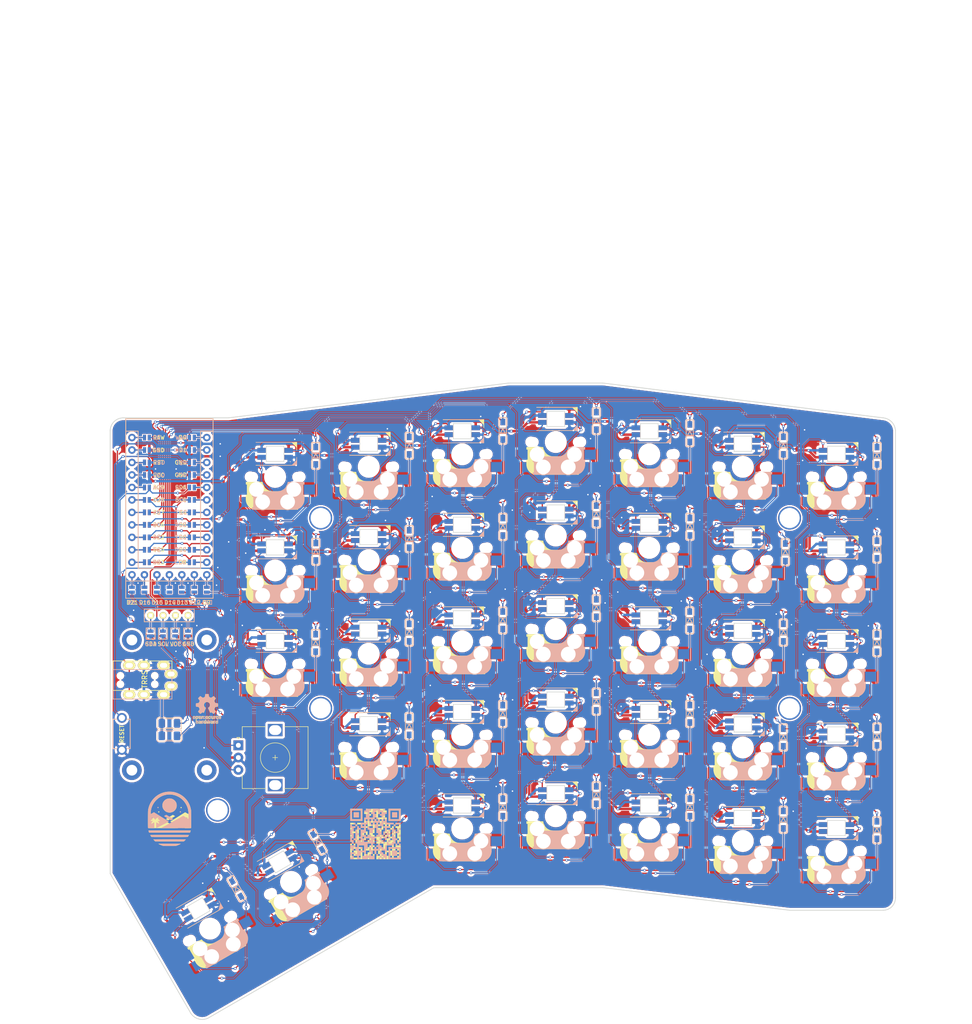
<source format=kicad_pcb>
(kicad_pcb (version 20240108) (generator "pcbnew") (generator_version "8.0")
  (title_block (title "Nomad Keyboard MX") (date "2025-04-20") (rev "2"))
  (layers (0 "F.Cu" signal) (31 "B.Cu" signal) (34 "B.Paste" user) (35 "F.Paste" user) (36 "B.SilkS" user "B.Silkscreen") (37 "F.SilkS" user "F.Silkscreen") (38 "B.Mask" user) (39 "F.Mask" user) (44 "Edge.Cuts" user))
  (net 0 "")
  (net 1 "Net-(D1-A)")
  (net 2 "Net-(D2-A)")
  (net 3 "Net-(D3-A)")
  (net 4 "Net-(D4-A)")
  (net 5 "Net-(D5-A)")
  (net 6 "Net-(D6-A)")
  (net 7 "Net-(D7-A)")
  (net 8 "Net-(D8-A)")
  (net 9 "Net-(D9-A)")
  (net 10 "Net-(D10-A)")
  (net 11 "Net-(D11-A)")
  (net 12 "Net-(D12-A)")
  (net 13 "Net-(D13-A)")
  (net 14 "Net-(D14-A)")
  (net 15 "Net-(D15-A)")
  (net 16 "Net-(D16-A)")
  (net 17 "Net-(D17-A)")
  (net 18 "Net-(D18-A)")
  (net 19 "Net-(D19-A)")
  (net 20 "Net-(D20-A)")
  (net 21 "Net-(D21-A)")
  (net 22 "Net-(D22-A)")
  (net 23 "Net-(D23-A)")
  (net 24 "Net-(D24-A)")
  (net 25 "Net-(D25-A)")
  (net 26 "Net-(D26-A)")
  (net 27 "Net-(D27-A)")
  (net 28 "VCC")
  (net 29 "GND")
  (net 30 "SDA")
  (net 31 "LED")
  (net 32 "SCL")
  (net 33 "RESET")
  (net 34 "Net-(D28-A)")
  (net 35 "Net-(D29-A)")
  (net 36 "Net-(D30-A)")
  (net 37 "DATA")
  (net 38 "Net-(J2-P2)")
  (net 39 "Net-(J2-P1)")
  (net 40 "Net-(J2-P4)")
  (net 41 "Net-(J2-P3)")
  (net 42 "Net-(SW1B-DOUT)")
  (net 43 "Net-(SW2B-DOUT)")
  (net 44 "ROW0")
  (net 45 "ROW2")
  (net 46 "Net-(SW2B-DIN)")
  (net 47 "Net-(SW10B-DIN)")
  (net 48 "Net-(SW11B-DOUT)")
  (net 49 "Net-(SW4B-DOUT)")
  (net 50 "Net-(SW12B-DIN)")
  (net 51 "Net-(SW6B-DOUT)")
  (net 52 "Net-(SW13B-DOUT)")
  (net 53 "Net-(D31-A)")
  (net 54 "Net-(SW14B-DIN)")
  (net 55 "Net-(SW15B-DIN)")
  (net 56 "Net-(SW16B-DOUT)")
  (net 57 "Net-(SW10B-DOUT)")
  (net 58 "Net-(SW11B-DIN)")
  (net 59 "Net-(SW12B-DOUT)")
  (net 60 "Net-(SW13B-DIN)")
  (net 61 "Net-(SW14B-DOUT)")
  (net 62 "Net-(D32-A)")
  (net 63 "Net-(SW15B-DOUT)")
  (net 64 "Net-(SW16B-DIN)")
  (net 65 "Net-(SW17B-DOUT)")
  (net 66 "Net-(SW18B-DIN)")
  (net 67 "Net-(SW19B-DOUT)")
  (net 68 "Net-(SW20B-DIN)")
  (net 69 "Net-(D33-A)")
  (net 70 "Net-(SW21B-DOUT)")
  (net 71 "Net-(D34-A)")
  (net 72 "Net-(SW28B-DOUT)")
  (net 73 "Net-(SW30B-DOUT)")
  (net 74 "Net-(SW32B-DOUT)")
  (net 77 "Net-(SW22B-DOUT)")
  (net 78 "Net-(SW23B-DIN)")
  (net 79 "Net-(SW24B-DOUT)")
  (net 80 "Net-(SW25B-DIN)")
  (net 81 "Net-(SW26B-DOUT)")
  (net 82 "Net-(SW27B-DIN)")
  (net 83 "COL4")
  (net 84 "ROW1")
  (net 85 "ROW3")
  (net 86 "COL5")
  (net 87 "ROW4")
  (net 88 "COL2")
  (net 89 "COL3")
  (net 90 "COL0")
  (net 91 "COL6")
  (net 92 "COL1")
  (net 95 "ENCA")
  (net 96 "ENCB")
  (net 97 "unconnected-(RP2040_CE1-Pad34)")
  (net 99 "unconnected-(RP2040_CE1-Pad45)")
  (net 100 "unconnected-(RP2040_CE1-Pad55)")
  (net 101 "unconnected-(RP2040_CE1-Pad50)")
  (net 102 "unconnected-(RP2040_CE1-Pad32)")
  (net 103 "unconnected-(RP2040_CE1-Pad36)")
  (net 105 "unconnected-(RP2040_CE1-Pad51)")
  (net 107 "unconnected-(RP2040_CE1-Pad42)")
  (net 108 "unconnected-(RP2040_CE1-Pad37)")
  (net 109 "unconnected-(RP2040_CE1-Pad35)")
  (net 110 "unconnected-(RP2040_CE1-Pad40)")
  (net 111 "unconnected-(RP2040_CE1-Pad44)")
  (net 113 "unconnected-(RP2040_CE1-Pad41)")
  (net 114 "unconnected-(RP2040_CE1-Pad33)")
  (net 115 "unconnected-(RP2040_CE1-Pad53)")
  (net 116 "unconnected-(RP2040_CE1-Pad52)")
  (net 117 "unconnected-(RP2040_CE1-Pad39)")
  (net 118 "unconnected-(RP2040_CE1-Pad47)")
  (net 119 "unconnected-(RP2040_CE1-Pad58)")
  (net 121 "unconnected-(RP2040_CE1-Pad31)")
  (net 122 "unconnected-(RP2040_CE1-Pad57)")
  (net 123 "unconnected-(RP2040_CE1-Pad38)")
  (net 124 "unconnected-(RP2040_CE1-Pad48)")
  (net 125 "unconnected-(RP2040_CE1-Pad56)")
  (net 127 "unconnected-(RP2040_CE1-Pad54)")
  (net 129 "unconnected-(RP2040_CE1-Pad30)")
  (net 131 "unconnected-(RP2040_CE1-Pad43)")
  (net 132 "unconnected-(RP2040_CE1-Pad46)")
  (net 134 "unconnected-(RP2040_CE1-Pad49)")
  (footprint "Nomad:R_1206_3216Metric_Pad1.30x1.75mm_HandSolder" (layer "F.Cu") (at 79.94912 104.82264)
    (property "Reference" "R1" (hide yes))
    (property "Value" "R" (hide yes))
  )
  (footprint "Nomad:R_1206_3216Metric_Pad1.30x1.75mm_HandSolder" (layer "F.Cu") (at 79.95912 102.28264)
    (property "Reference" "R2" (hide yes))
    (property "Value" "R")
  )
  (footprint "SofleChoc:MJ-4PP-9" (layer "F.Cu") (at 68.47912 92.58264 90)
    (property "Reference" "J1")
    (property "Value" "4PIN" (hide yes))
  )
  (footprint "SofleChoc:Jumper" (layer "F.Cu") (at 83.73612 84.00302 -90)
    (property "Reference" "JP1" (hide yes))
    (property "Value" "Jumper_NO_Small" (hide yes))
  )
  (footprint "SofleChoc:Jumper" (layer "F.Cu") (at 81.13612 84.00302 -90)
    (property "Reference" "JP2" (hide yes))
    (property "Value" "Jumper_NO_Small" (hide yes))
  )
  (footprint "SofleChoc:Jumper" (layer "F.Cu") (at 78.63612 84.00302 -90)
    (property "Reference" "JP3" (hide yes))
    (property "Value" "Jumper_NO_Small" (hide yes))
  )
  (footprint "SofleChoc:TACT_SWITCH_TVBP06" (layer "F.Cu") (at 70.27912 104.42764 90)
    (property "Reference" "RSW1" (hide yes))
    (property "Value" "SW_RST" (hide yes))
  )
  (footprint "SofleChoc:crkbd-diode" (layer "F.Cu") (at 109.75912 47.78264 -90)
    (property "Reference" "D1" (hide yes))
    (property "Value" "D" (hide yes))
  )
  (footprint "SofleChoc:crkbd-diode" (layer "F.Cu") (at 128.80912 45.74264 -90)
    (property "Reference" "D2" (hide yes))
    (property "Value" "D" (hide yes))
  )
  (footprint "SofleChoc:crkbd-diode" (layer "F.Cu") (at 147.8591 42.7051 -90)
    (property "Reference" "D3" (hide yes))
    (property "Value" "D" (hide yes))
  )
  (footprint "SofleChoc:crkbd-diode" (layer "F.Cu") (at 166.91912 40.70264 -90)
    (property "Reference" "D4" (hide yes))
    (property "Value" "D" (hide yes))
  )
  (footprint "SofleChoc:crkbd-diode" (layer "F.Cu") (at 185.94912 43.19264 -90)
    (property "Reference" "D5" (hide yes))
    (property "Value" "D" (hide yes))
  )
  (footprint "SofleChoc:crkbd-diode" (layer "F.Cu") (at 205.00912 45.72264 -90)
    (property "Reference" "D6" (hide yes))
    (property "Value" "D" (hide yes))
  )
  (footprint "SofleChoc:crkbd-diode" (layer "F.Cu") (at 109.7382 85.9053 -90)
    (property "Reference" "D15" (hide yes))
    (property "Value" "D" (hide yes))
  )
  (footprint "SofleChoc:crkbd-diode" (layer "F.Cu") (at 93.62912 135.97264 -60)
    (property "Reference" "D22" (hide yes))
    (property "Value" "D" (hide yes))
  )
  (footprint "SofleChoc:crkbd-diode" (layer "F.Cu") (at 110.14912 126.44264 -60)
    (property "Reference" "D29" (hide yes))
    (property "Value" "D" (hide yes))
  )
  (footprint "SofleChoc:crkbd-diode" (layer "F.Cu") (at 147.8591 119.4051 -90)
    (property "Reference" "D30" (hide yes))
    (property "Value" "D" (hide yes))
  )
  (footprint "SofleRGB:SK6812MINI-E_and_cherry" (layer "F.Cu") (at 101.4891 52.1026 180)
    (property "Reference" "SW1" (hide yes))
    (property "Value" "SW_PUSH_LED" (hide yes))
    (fp_line (start 1.8 6.25) (end 1.8 3.15) (stroke (width 0.12)) (layer "Edge.Cuts"))
    (fp_line (start 1.8 3.15) (end -1.8 3.15) (stroke (width 0.12)) (layer "Edge.Cuts"))
    (fp_line (start -1.8 6.25) (end 1.8 6.25) (stroke (width 0.12)) (layer "Edge.Cuts"))
    (fp_line (start -1.8 3.15) (end -1.8 6.25) (stroke (width 0.12)) (layer "Edge.Cuts"))
  )
  (footprint "SofleRGB:SK6812MINI-E_and_cherry" (layer "F.Cu") (at 158.65 45 180)
    (property "Reference" "SW4" (hide yes))
    (property "Value" "SW_PUSH_LED" (hide yes))
    (fp_line (start 1.8 6.25) (end 1.8 3.15) (stroke (width 0.12)) (layer "Edge.Cuts"))
    (fp_line (start 1.8 3.15) (end -1.8 3.15) (stroke (width 0.12)) (layer "Edge.Cuts"))
    (fp_line (start -1.8 6.25) (end 1.8 6.25) (stroke (width 0.12)) (layer "Edge.Cuts"))
    (fp_line (start -1.8 3.15) (end -1.8 6.25) (stroke (width 0.12)) (layer "Edge.Cuts"))
  )
  (footprint "SofleRGB:SK6812MINI-E_and_cherry" (layer "F.Cu") (at 101.4891 90.2026 180)
    (property "Reference" "SW15" (hide yes))
    (property "Value" "SW_PUSH_LED" (hide yes))
    (fp_line (start 1.8 6.25) (end 1.8 3.15) (stroke (width 0.12)) (layer "Edge.Cuts"))
    (fp_line (start 1.8 3.15) (end -1.8 3.15) (stroke (width 0.12)) (layer "Edge.Cuts"))
    (fp_line (start -1.8 6.25) (end 1.8 6.25) (stroke (width 0.12)) (layer "Edge.Cuts"))
    (fp_line (start -1.8 3.15) (end -1.8 6.25) (stroke (width 0.12)) (layer "Edge.Cuts"))
  )
  (footprint "SofleRGB:SK6812MINI-E_and_cherry" (layer "F.Cu") (at 120.5391 69.0526 180)
    (property "Reference" "SW9" (hide yes))
    (property "Value" "SW_PUSH_LED" (hide yes))
    (fp_line (start 1.8 6.25) (end 1.8 3.15) (stroke (width 0.12)) (layer "Edge.Cuts"))
    (fp_line (start 1.8 3.15) (end -1.8 3.15) (stroke (width 0.12)) (layer "Edge.Cuts"))
    (fp_line (start -1.8 6.25) (end 1.8 6.25) (stroke (width 0.12)) (layer "Edge.Cuts"))
    (fp_line (start -1.8 3.15) (end -1.8 6.25) (stroke (width 0.12)) (layer "Edge.Cuts"))
  )
  (footprint "SofleRGB:SK6812MINI-E_and_cherry" (layer "F.Cu") (at 104.7287 134.5626 -150)
    (property "Reference" "SW29" (hide yes))
    (property "Value" "SW_PUSH_LED" (hide yes))
    (fp_line (start 1.8 6.25) (end 1.8 3.15) (stroke (width 0.12)) (layer "Edge.Cuts"))
    (fp_line (start 1.8 3.15) (end -1.8 3.15) (stroke (width 0.12)) (layer "Edge.Cuts"))
    (fp_line (start -1.8 6.25) (end 1.8 6.25) (stroke (width 0.12)) (layer "Edge.Cuts"))
    (fp_line (start -1.8 3.15) (end -1.8 6.25) (stroke (width 0.12)) (layer "Edge.Cuts"))
  )
  (footprint "SofleRGB:SK6812MINI-E_and_cherry" (layer "F.Cu") (at 158.65 102.15 180)
    (property "Reference" "SW25" (hide yes))
    (property "Value" "SW_PUSH_LED" (hide yes))
    (fp_line (start 1.8 6.25) (end 1.8 3.15) (stroke (width 0.12)) (layer "Edge.Cuts"))
    (fp_line (start 1.8 3.15) (end -1.8 3.15) (stroke (width 0.12)) (layer "Edge.Cuts"))
    (fp_line (start -1.8 6.25) (end 1.8 6.25) (stroke (width 0.12)) (layer "Edge.Cuts"))
    (fp_line (start -1.8 3.15) (end -1.8 6.25) (stroke (width 0.12)) (layer "Edge.Cuts"))
  )
  (footprint "SofleRGB:SK6812MINI-E_and_cherry" (layer "F.Cu") (at 196.75 107.2026 180)
    (property "Reference" "SW27" (hide yes))
    (property "Value" "SW_PUSH_LED" (hide yes))
    (fp_line (start 1.8 6.25) (end 1.8 3.15) (stroke (width 0.12)) (layer "Edge.Cuts"))
    (fp_line (start 1.8 3.15) (end -1.8 3.15) (stroke (width 0.12)) (layer "Edge.Cuts"))
    (fp_line (start -1.8 6.25) (end 1.8 6.25) (stroke (width 0.12)) (layer "Edge.Cuts"))
    (fp_line (start -1.8 3.15) (end -1.8 6.25) (stroke (width 0.12)) (layer "Edge.Cuts"))
  )
  (footprint "SofleChoc:Jumper" (layer "F.Cu") (at 76.13612 84.00302 -90)
    (property "Reference" "JP4" (hide yes))
    (property "Value" "Jumper_NO_Small" (hide yes))
  )
  (footprint "SofleChoc:OLED_4Pin" (layer "F.Cu") (at 76.12612 80.31264)
    (property "Reference" "J2" (hide yes))
    (property "Value" "OLED" (hide yes))
  )
  (footprint "SofleRGB:SK6812MINI-E_and_cherry" (layer "F.Cu") (at 158.6491 121.2026 180)
    (property "Reference" "SW31" (hide yes))
    (property "Value" "SW_PUSH_LED" (hide yes))
    (fp_line (start 1.8 6.25) (end 1.8 3.15) (stroke (width 0.12)) (layer "Edge.Cuts"))
    (fp_line (start 1.8 3.15) (end -1.8 3.15) (stroke (width 0.12)) (layer "Edge.Cuts"))
    (fp_line (start -1.8 6.25) (end 1.8 6.25) (stroke (width 0.12)) (layer "Edge.Cuts"))
    (fp_line (start -1.8 3.15) (end -1.8 6.25) (stroke (width 0.12)) (layer "Edge.Cuts"))
  )
  (footprint "SofleRGB:SK6812MINI-E_and_cherry" (layer "F.Cu") (at 196.7491 69.1026 180)
    (property "Reference" "SW13" (hide yes))
    (property "Value" "SW_PUSH_LED" (hide yes))
    (fp_line (start 1.8 6.25) (end 1.8 3.15) (stroke (width 0.12)) (layer "Edge.Cuts"))
    (fp_line (start 1.8 3.15) (end -1.8 3.15) (stroke (width 0.12)) (layer "Edge.Cuts"))
    (fp_line (start -1.8 6.25) (end 1.8 6.25) (stroke (width 0.12)) (layer "Edge.Cuts"))
    (fp_line (start -1.8 3.15) (end -1.8 6.25) (stroke (width 0.12)) (layer "Edge.Cuts"))
  )
  (footprint "SofleRGB:SK6812MINI-E_and_cherry" (layer "F.Cu") (at 215.7991 90.2026 180)
    (property "Reference" "SW21" (hide yes))
    (property "Value" "SW_PUSH_LED" (hide yes))
    (fp_line (start 1.8 6.25) (end 1.8 3.15) (stroke (width 0.12)) (layer "Edge.Cuts"))
    (fp_line (start 1.8 3.15) (end -1.8 3.15) (stroke (width 0.12)) (layer "Edge.Cuts"))
    (fp_line (start -1.8 6.25) (end 1.8 6.25) (stroke (width 0.12)) (layer "Edge.Cuts"))
    (fp_line (start -1.8 3.15) (end -1.8 6.25) (stroke (width 0.12)) (layer "Edge.Cuts"))
  )
  (footprint "SofleRGB:SK6812MINI-E_and_cherry" (layer "F.Cu") (at 215.7991 109.2526 180)
    (property "Reference" "SW28" (hide yes))
    (property "Value" "SW_PUSH_LED" (hide yes))
    (fp_line (start 1.8 6.25) (end 1.8 3.15) (stroke (width 0.12)) (layer "Edge.Cuts"))
    (fp_line (start 1.8 3.15) (end -1.8 3.15) (stroke (width 0.12)) (layer "Edge.Cuts"))
    (fp_line (start -1.8 6.25) (end 1.8 6.25) (stroke (width 0.12)) (layer "Edge.Cuts"))
    (fp_line (start -1.8 3.15) (end -1.8 6.25) (stroke (width 0.12)) (layer "Edge.Cuts"))
  )
  (footprint "SofleChoc:HOLE_M2_TH" (layer "F.Cu") (at 206.5 60.75)
    (property "Reference" "TH2" (hide yes))
    (property "Value" "HOLE" (hide yes))
  )
  (footprint "SofleChoc:crkbd-diode" (layer "F.Cu") (at 109.77912 67.33264 -90)
    (property "Reference" "D8" (hide yes))
    (property "Value" "D" (hide yes))
  )
  (footprint "SofleChoc:crkbd-diode" (layer "F.Cu") (at 128.80912 64.73264 -90)
    (property "Reference" "D9" (hide yes))
    (property "Value" "D" (hide yes))
  )
  (footprint "SofleChoc:crkbd-diode" (layer "F.Cu") (at 147.8691 62.2626 -90)
    (property "Reference" "D10" (hide yes))
    (property "Value" "D" (hide yes))
  )
  (footprint "SofleChoc:crkbd-diode" (layer "F.Cu") (at 166.9091 59.7426 -90)
    (property "Reference" "D11" (hide yes))
    (property "Value" "D" (hide yes))
  )
  (footprint "SofleChoc:crkbd-diode" (layer "F.Cu") (at 185.9691 62.2351 -90)
    (property "Reference" "D12" (hide yes))
    (property "Value" "D" (hide yes))
  )
  (footprint "SofleChoc:crkbd-diode" (layer "F.Cu") (at 205.40912 67.44264 -90)
    (property "Reference" "D13" (hide yes))
    (property "Value" "D" (hide yes))
  )
  (footprint "SofleRGB:SK6812MINI-E_and_cherry" (layer "F.Cu") (at 177.6991 47.5026 180)
    (property "Reference" "SW5" (hide yes))
    (property "Value" "SW_PUSH_LED" (hide yes))
    (fp_line (start 1.8 6.25) (end 1.8 3.15) (stroke (width 0.12)) (layer "Edge.Cuts"))
    (fp_line (start 1.8 3.15) (end -1.8 3.15) (stroke (width 0.12)) (layer "Edge.Cuts"))
    (fp_line (start -1.8 6.25) (end 1.8 6.25) (stroke (width 0.12)) (layer "Edge.Cuts"))
    (fp_line (start -1.8 3.15) (end -1.8 6.25) (stroke (width 0.12)) (layer "Edge.Cuts"))
  )
  (footprint "SofleRGB:SK6812MINI-E_and_cherry" (layer "F.Cu") (at 158.6491 64.0526 180)
    (property "Reference" "SW11" (hide yes))
    (property "Value" "SW_PUSH_LED" (hide yes))
    (fp_line (start 1.8 6.25) (end 1.8 3.15) (stroke (width 0.12)) (layer "Edge.Cuts"))
    (fp_line (start 1.8 3.15) (end -1.8 3.15) (stroke (width 0.12)) (layer "Edge.Cuts"))
    (fp_line (start -1.8 6.25) (end 1.8 6.25) (stroke (width 0.12)) (layer "Edge.Cuts"))
    (fp_line (start -1.8 3.15) (end -1.8 6.25) (stroke (width 0.12)) (layer "Edge.Cuts"))
  )
  (footprint "SofleRGB:SK6812MINI-E_and_cherry" (layer "F.Cu") (at 139.5991 66.5526 180)
    (property "Reference" "SW10" (hide yes))
    (property "Value" "SW_PUSH_LED" (hide yes))
    (fp_line (start 1.8 6.25) (end 1.8 3.15) (stroke (width 0.12)) (layer "Edge.Cuts"))
    (fp_line (start 1.8 3.15) (end -1.8 3.15) (stroke (width 0.12)) (layer "Edge.Cuts"))
    (fp_line (start -1.8 6.25) (end 1.8 6.25) (stroke (width 0.12)) (layer "Edge.Cuts"))
    (fp_line (start -1.8 3.15) (end -1.8 6.25) (stroke (width 0.12)) (layer "Edge.Cuts"))
  )
  (footprint "SofleRGB:SK6812MINI-E_and_cherry" (layer "F.Cu") (at 177.6991 85.6016 180)
    (property "Reference" "SW19" (hide yes))
    (property "Value" "SW_PUSH_LED" (hide yes))
    (fp_line (start 1.8 6.25) (end 1.8 3.15) (stroke (width 0.12)) (layer "Edge.Cuts"))
    (fp_line (start 1.8 3.15) (end -1.8 3.15) (stroke (width 0.12)) (layer "Edge.Cuts"))
    (fp_line (start -1.8 6.25) (end 1.8 6.25) (stroke (width 0.12)) (layer "Edge.Cuts"))
    (fp_line (start -1.8 3.15) (end -1.8 6.25) (stroke (width 0.12)) (layer "Edge.Cuts"))
  )
  (footprint "SofleRGB:SK6812MINI-E_and_cherry" (layer "F.Cu") (at 196.7491 50.0516 180)
    (property "Reference" "SW6" (hide yes))
    (property "Value" "SW_PUSH_LED" (hide yes))
    (fp_line (start 1.8 6.25) (end 1.8 3.15) (stroke (width 0.12)) (layer "Edge.Cuts"))
    (fp_line (start 1.8 3.15) (end -1.8 3.15) (stroke (width 0.12)) (layer "Edge.Cuts"))
    (fp_line (start -1.8 6.25) (end 1.8 6.25) (stroke (width 0.12)) (layer "Edge.Cuts"))
    (fp_line (start -1.8 3.15) (end -1.8 6.25) (stroke (width 0.12)) (layer "Edge.Cuts"))
  )
  (footprint "SofleRGB:SK6812MINI-E_and_cherry" (layer "F.Cu") (at 101.4891 71.1484 180)
    (property "Reference" "SW8" (hide yes))
    (property "Value" "SW_PUSH_LED" (hide yes))
    (fp_line (start 1.8 6.25) (end 1.8 3.15) (stroke (width 0.12)) (layer "Edge.Cuts"))
    (fp_line (start 1.8 3.15) (end -1.8 3.15) (stroke (width 0.12)) (layer "Edge.Cuts"))
    (fp_line (start -1.8 6.25) (end 1.8 6.25) (stroke (width 0.12)) (layer "Edge.Cuts"))
    (fp_line (start -1.8 3.15) (end -1.8 6.25) (stroke (width 0.12)) (layer "Edge.Cuts"))
  )
  (footprint "SofleRGB:SK6812MINI-E_and_cherry" (layer "F.Cu") (at 215.7991 128.3016 180)
    (property "Reference" "SW34" (hide yes))
    (property "Value" "SW_PUSH_LED" (hide yes))
    (fp_line (start 1.8 6.25) (end 1.8 3.15) (stroke (width 0.12)) (layer "Edge.Cuts"))
    (fp_line (start 1.8 3.15) (end -1.8 3.15) (stroke (width 0.12)) (layer "Edge.Cuts"))
    (fp_line (start -1.8 6.25) (end 1.8 6.25) (stroke (width 0.12)) (layer "Edge.Cuts"))
    (fp_line (start -1.8 3.15) (end -1.8 6.25) (stroke (width 0.12)) (layer "Edge.Cuts"))
  )
  (footprint "SofleRGB:SK6812MINI-E_and_cherry" (layer "F.Cu") (at 177.6991 66.5516 180)
    (property "Reference" "SW12" (hide yes))
    (property "Value" "SW_PUSH_LED" (hide yes))
    (fp_line (start 1.8 6.25) (end 1.8 3.15) (stroke (width 0.12)) (layer "Edge.Cuts"))
    (fp_line (start 1.8 3.15) (end -1.8 3.15) (stroke (width 0.12)) (layer "Edge.Cuts"))
    (fp_line (start -1.8 6.25) (end 1.8 6.25) (stroke (width 0.12)) (layer "Edge.Cuts"))
    (fp_line (start -1.8 3.15) (end -1.8 6.25) (stroke (width 0.12)) (layer "Edge.Cuts"))
  )
  (footprint "SofleRGB:SK6812MINI-E_and_cherry" (layer "F.Cu") (at 177.7 104.65 180)
    (property "Reference" "SW26" (hide yes))
    (property "Value" "SW_PUSH_LED" (hide yes))
    (fp_line (start 1.8 6.25) (end 1.8 3.15) (stroke (width 0.12)) (layer "Edge.Cuts"))
    (fp_line (start 1.8 3.15) (end -1.8 3.15) (stroke (width 0.12)) (layer "Edge.Cuts"))
    (fp_line (start -1.8 6.25) (end 1.8 6.25) (stroke (width 0.12)) (layer "Edge.Cuts"))
    (fp_line (start -1.8 3.15) (end -1.8 6.25) (stroke (width 0.12)) (layer "Edge.Cuts"))
  )
  (footprint "SofleRGB:SK6812MINI-E_and_cherry" (layer "F.Cu") (at 196.7491 126.2526 180)
    (property "Reference" "SW33" (hide yes))
    (property "Value" "SW_PUSH_LED" (hide yes))
    (fp_line (start 1.8 6.25) (end 1.8 3.15) (stroke (width 0.12)) (layer "Edge.Cuts"))
    (fp_line (start 1.8 3.15) (end -1.8 3.15) (stroke (width 0.12)) (layer "Edge.Cuts"))
    (fp_line (start -1.8 6.25) (end 1.8 6.25) (stroke (width 0.12)) (layer "Edge.Cuts"))
    (fp_line (start -1.8 3.15) (end -1.8 6.25) (stroke (width 0.12)) (layer "Edge.Cuts"))
  )
  (footprint "SofleRGB:SK6812MINI-E_and_cherry" (layer "F.Cu") (at 158.6491 83.1026 180)
    (property "Reference" "SW18" (hide yes))
    (property "Value" "SW_PUSH_LED" (hide yes))
    (fp_line (start 1.8 6.25) (end 1.8 3.15) (stroke (width 0.12)) (layer "Edge.Cuts"))
    (fp_line (start 1.8 3.15) (end -1.8 3.15) (stroke (width 0.12)) (layer "Edge.Cuts"))
    (fp_line (start -1.8 6.25) (end 1.8 6.25) (stroke (width 0.12)) (layer "Edge.Cuts"))
    (fp_line (start -1.8 3.15) (end -1.8 6.25) (stroke (width 0.12)) (layer "Edge.Cuts"))
  )
  (footprint "SofleRGB:SK6812MINI-E_and_cherry" (layer "F.Cu") (at 139.6 47.5 180)
    (property "Reference" "SW3" (hide yes))
    (property "Value" "SW_PUSH_LED" (hide yes))
    (fp_line (start 1.8 6.25) (end 1.8 3.15) (stroke (width 0.12)) (layer "Edge.Cuts"))
    (fp_line (start 1.8 3.15) (end -1.8 3.15) (stroke (width 0.12)) (layer "Edge.Cuts"))
    (fp_line (start -1.8 6.25) (end 1.8 6.25) (stroke (width 0.12)) (layer "Edge.Cuts"))
    (fp_line (start -1.8 3.15) (end -1.8 6.25) (stroke (width 0.12)) (layer "Edge.Cuts"))
  )
  (footprint "SofleChoc:crkbd-diode" (layer "F.Cu") (at 166.9091 116.8926 -90)
    (property "Reference" "D31" (hide yes))
    (property "Value" "D" (hide yes))
  )
  (footprint "SofleRGB:SK6812MINI-E_and_cherry" (layer "F.Cu") (at 120.5391 88.1026 180)
    (property "Reference" "SW16" (hide yes))
    (property "Value" "SW_PUSH_LED" (hide yes))
    (fp_line (start 1.8 6.25) (end 1.8 3.15) (stroke (width 0.12)) (layer "Edge.Cuts"))
    (fp_line (start 1.8 3.15) (end -1.8 3.15) (stroke (width 0.12)) (layer "Edge.Cuts"))
    (fp_line (start -1.8 6.25) (end 1.8 6.25) (stroke (width 0.12)) (layer "Edge.Cuts"))
    (fp_line (start -1.8 3.15) (end -1.8 6.25) (stroke (width 0.12)) (layer "Edge.Cuts"))
  )
  (footprint "SofleChoc:HOLE_M2_TH" (layer "F.Cu") (at 206.5 99.5)
    (property "Reference" "TH4" (hide yes))
    (property "Value" "HOLE" (hide yes))
  )
  (footprint "SofleChoc:crkbd-diode" (layer "F.Cu") (at 147.8491 81.3051 -90)
    (property "Reference" "D17" (hide yes))
    (property "Value" "D" (hide yes))
  )
  (footprint "SofleChoc:crkbd-diode" (layer "F.Cu") (at 166.9191 78.8126 -90)
    (property "Reference" "D18" (hide yes))
    (property "Value" "D" (hide yes))
  )
  (footprint "SofleChoc:crkbd-diode" (layer "F.Cu") (at 185.9291 81.3126 -90)
    (property "Reference" "D19" (hide yes))
    (property "Value" "D" (hide yes))
  )
  (footprint "SofleChoc:crkbd-diode" (layer "F.Cu") (at 205.0091 83.7926 -90)
    (property "Reference" "D20" (hide yes))
    (property "Value" "D" (hide yes))
  )
  (footprint "SofleChoc:crkbd-diode" (layer "F.Cu") (at 185.9591 119.4051 -90)
    (property "Reference" "D32" (hide yes))
    (property "Value" "D" (hide yes))
  )
  (footprint "SofleChoc:crkbd-diode" (layer "F.Cu") (at 204.9991 121.9026 -90)
    (property "Reference" "D33" (hide yes))
    (property "Value" "D" (hide yes))
  )
  (footprint "SofleChoc:crkbd-diode" (layer "F.Cu") (at 204.99912 105.15264 -90)
    (property "Reference" "D27" (hide yes))
    (property "Value" "D" (hide yes))
  )
  (footprint "SofleChoc:crkbd-diode" (layer "F.Cu") (at 128.7891 102.8626 -90)
    (property "Reference" "D23" (hide yes))
    (property "Value" "D" (hide yes))
  )
  (footprint "SofleChoc:crkbd-diode" (layer "F.Cu") (at 147.8491 100.3551 -90)
    (property "Reference" "D24" (hide yes))
    (property "Value" "D" (hide yes))
  )
  (footprint "SofleChoc:crkbd-diode" (layer "F.Cu") (at 166.9091 97.8551 -90)
    (property "Reference" "D25" (hide yes))
    (property "Value" "D" (hide yes))
  )
  (footprint "SofleChoc:crkbd-diode" (layer "F.Cu") (at 185.94912 100.33764 -90)
    (property "Reference" "D26" (hide yes))
    (property "Value" "D" (hide yes))
  )
  (footprint "SofleChoc:crkbd-diode" (layer "F.Cu") (at 128.7991 83.8026 -90)
    (property "Reference" "D16" (hide yes))
    (property "Value" "D" (hide yes))
  )
  (footprint "SofleChoc:crkbd-diode" (layer "F.Cu") (at 224.0491 124.0216 -90)
    (property "Reference" "D34" (hide yes))
    (property "Value" "D" (hide yes))
  )
  (footprint "SofleRGB:SK6812MINI-E_and_cherry" (layer "F.Cu") (at 120.5391 107.1516 180)
    (property "Reference" "SW23" (hide yes))
    (property "Value" "SW_PUSH_LED" (hide yes))
    (fp_line (start 1.8 6.25) (end 1.8 3.15) (stroke (width 0.12)) (layer "Edge.Cuts"))
    (fp_line (start 1.8 3.15) (end -1.8 3.15) (stroke (width 0.12)) (layer "Edge.Cuts"))
    (fp_line (start -1.8 6.25) (end 1.8 6.25) (stroke (width 0.12)) (layer "Edge.Cuts"))
    (fp_line (start -1.8 3.15) (end -1.8 6.25) (stroke (width 0.12)) (layer "Edge.Cuts"))
  )
  (footprint "SofleChoc:HOLE_M2_TH" (layer "F.Cu") (at 111 60.75)
    (property "Reference" "TH1" (hide yes))
    (property "Value" "HOLE" (hide yes))
  )
  (footprint "SofleChoc:HOLE_M2_TH" (layer "F.Cu") (at 111 99.5)
    (property "Reference" "TH3" (hide yes))
    (property "Value" "HOLE" (hide yes))
  )
  (footprint "SofleChoc:HOLE_M2_TH" (layer "F.Cu") (at 89.99442 120.21264)
    (property "Reference" "TH9" (hide yes))
    (property "Value" "HOLE" (hide yes))
  )
  (footprint "SofleRGB:SK6812MINI-E_and_cherry" (layer "F.Cu") (at 215.7991 71.1516 180)
    (property "Reference" "SW14" (hide yes))
    (property "Value" "SW_PUSH_LED" (hide yes))
    (fp_line (start 1.8 6.25) (end 1.8 3.15) (stroke (width 0.12)) (layer "Edge.Cuts"))
    (fp_line (start 1.8 3.15) (end -1.8 3.15) (stroke (width 0.12)) (layer "Edge.Cuts"))
    (fp_line (start -1.8 6.25) (end 1.8 6.25) (stroke (width 0.12)) (layer "Edge.Cuts"))
    (fp_line (start -1.8 3.15) (end -1.8 6.25) (stroke (width 0.12)) (layer "Edge.Cuts"))
  )
  (footprint "SofleRGB:SK6812MINI-E_and_cherry" (layer "F.Cu") (at 196.7491 88.1526 180)
    (property "Reference" "SW20" (hide yes))
    (property "Value" "SW_PUSH_LED" (hide yes))
    (fp_line (start 1.8 6.25) (end 1.8 3.15) (stroke (width 0.12)) (layer "Edge.Cuts"))
    (fp_line (start 1.8 3.15) (end -1.8 3.15) (stroke (width 0.12)) (layer "Edge.Cuts"))
    (fp_line (start -1.8 6.25) (end 1.8 6.25) (stroke (width 0.12)) (layer "Edge.Cuts"))
    (fp_line (start -1.8 3.15) (end -1.8 6.25) (stroke (width 0.12)) (layer "Edge.Cuts"))
  )
  (footprint "Rotary_Encoder:RotaryEncoder_Alps_EC12E_Vertical_H20mm" (layer "F.Cu") (at 93.99412 106.75264)
    (property "Reference" "RE1" (hide yes))
    (property "Value" "RotaryEncoder")
  )
  (footprint "SofleChoc:crkbd-diode" (layer "F.Cu") (at 224.0591 85.9316 -90)
    (property "Reference" "D21" (hide yes))
    (property "Value" "D" (hide yes))
  )
  (footprint "SofleChoc:M2_HOLE_PCB" (layer "F.Cu") (at 87.55862 111.82264)
    (property "Reference" "TH8" (hide yes))
    (property "Value" "HOLE")
  )
  (footprint "SofleRGB:SK6812MINI-E_and_cherry" (layer "F.Cu") (at 139.5891 85.6026 180)
    (property "Reference" "SW17" (hide yes))
    (property "Value" "SW_PUSH_LED" (hide yes))
    (fp_line (start 1.8 6.25) (end 1.8 3.15) (stroke (width 0.12)) (layer "Edge.Cuts"))
    (fp_line (start 1.8 3.15) (end -1.8 3.15) (stroke (width 0.12)) (layer "Edge.Cuts"))
    (fp_line (start -1.8 6.25) (end 1.8 6.25) (stroke (width 0.12)) (layer "Edge.Cuts"))
    (fp_line (start -1.8 3.15) (end -1.8 6.25) (stroke (width 0.12)) (layer "Edge.Cuts"))
  )
  (footprint "SofleRGB:SK6812MINI-E_and_cherry" (layer "F.Cu") (at 215.7991 52.1026 180)
    (property "Reference" "SW7" (hide yes))
    (property "Value" "SW_PUSH_LED" (hide yes))
    (fp_line (start 1.8 6.25) (end 1.8 3.15) (stroke (width 0.12)) (layer "Edge.Cuts"))
    (fp_line (start 1.8 3.15) (end -1.8 3.15) (stroke (width 0.12)) (layer "Edge.Cuts"))
    (fp_line (start -1.8 6.25) (end 1.8 6.25) (stroke (width 0.12)) (layer "Edge.Cuts"))
    (fp_line (start -1.8 3.15) (end -1.8 6.25) (stroke (width 0.12)) (layer "Edge.Cuts"))
  )
  (footprint "SofleChoc:crkbd-diode" (layer "F.Cu") (at 224.0591 104.9716 -90)
    (property "Reference" "D28" (hide yes))
    (property "Value" "D" (hide yes))
  )
  (footprint "Nomad:Nomad_QR_Code" (layer "F.Cu") (at 121.91912 124.81264)
    (property "Reference" "QR2" (hide yes))
    (property "Value" "QRCODE" (hide yes))
  )
  (footprint "SofleChoc:M2_HOLE_PCB" (layer "F.Cu") (at 87.55862 85.31264)
    (property "Reference" "TH6" (hide yes))
    (property "Value" "HOLE")
  )
  (footprint "SofleRGB:SK6812MINI-E_and_cherry" (layer "F.Cu") (at 139.5991 104.6526 180)
    (property "Reference" "SW24" (hide yes))
    (property "Value" "SW_PUSH_LED" (hide yes))
    (fp_line (start 1.8 6.25) (end 1.8 3.15) (stroke (width 0.12)) (layer "Edge.Cuts"))
    (fp_line (start 1.8 3.15) (end -1.8 3.15) (stroke (width 0.12)) (layer "Edge.Cuts"))
    (fp_line (start -1.8 6.25) (end 1.8 6.25) (stroke (width 0.12)) (layer "Edge.Cuts"))
    (fp_line (start -1.8 3.15) (end -1.8 6.25) (stroke (width 0.12)) (layer "Edge.Cuts"))
  )
  (footprint "SofleChoc:crkbd-diode" (layer "F.Cu") (at 224.06912 47.79264 -90)
    (property "Reference" "D7" (hide yes))
    (property "Value" "D" (hide yes))
  )
  (footprint "Nomad:RP2040_CE" (layer "F.Cu") (at 79.968694 57.754385)
    (property "Reference" "RP2040_CE1" (hide yes))
    (property "Value" "~")
  )
  (footprint "SofleRGB:SK6812MINI-E_and_cherry" (layer "F.Cu") (at 88.2287 144.0895 -150)
    (property "Reference" "SW22" (hide yes))
    (property "Value" "SW_PUSH_LED" (hide yes))
    (fp_line (start 1.8 6.25) (end 1.8 3.15) (stroke (width 0.12)) (layer "Edge.Cuts"))
    (fp_line (start 1.8 3.15) (end -1.8 3.15) (stroke (width 0.12)) (layer "Edge.Cuts"))
    (fp_line (start -1.8 6.25) (end 1.8 6.25) (stroke (width 0.12)) (layer "Edge.Cuts"))
    (fp_line (start -1.8 3.15) (end -1.8 6.25) (stroke (width 0.12)) (layer "Edge.Cuts"))
  )
  (footprint "SofleChoc:crkbd-diode" (layer "F.Cu") (at 224.0591 66.8716 -90)
    (property "Reference" "D14" (hide yes))
    (property "Value" "D" (hide yes))
  )
  (footprint "Symbol:OSHW-Logo_5.7x6mm_SilkScreen" (layer "F.Cu") (at 87.60912 99.33264)
    (property "Reference" "OH1" (hide yes))
    (property "Value" "OSHW-Logo_5.7x6mm_SilkScreen" (hide yes))
  )
  (footprint "SofleRGB:SK6812MINI-E_and_cherry" (layer "F.Cu") (at 139.5991 123.7016 180)
    (property "Reference" "SW30" (hide yes))
    (property "Value" "SW_PUSH_LED" (hide yes))
    (fp_line (start 1.8 6.25) (end 1.8 3.15) (stroke (width 0.12)) (layer "Edge.Cuts"))
    (fp_line (start 1.8 3.15) (end -1.8 3.15) (stroke (width 0.12)) (layer "Edge.Cuts"))
    (fp_line (start -1.8 6.25) (end 1.8 6.25) (stroke (width 0.12)) (layer "Edge.Cuts"))
    (fp_line (start -1.8 3.15) (end -1.8 6.25) (stroke (width 0.12)) (layer "Edge.Cuts"))
  )
  (footprint "SofleRGB:SK6812MINI-E_and_cherry" (layer "F.Cu") (at 177.6991 123.7026 180)
    (property "Reference" "SW32" (hide yes))
    (property "Value" "SW_PUSH_LED" (hide yes))
    (fp_line (start 1.8 6.25) (end 1.8 3.15) (stroke (width 0.12)) (layer "Edge.Cuts"))
    (fp_line (start 1.8 3.15) (end -1.8 3.15) (stroke (width 0.12)) (layer "Edge.Cuts"))
    (fp_line (start -1.8 6.25) (end 1.8 6.25) (stroke (width 0.12)) (layer "Edge.Cuts"))
    (fp_line (start -1.8 3.15) (end -1.8 6.25) (stroke (width 0.12)) (layer "Edge.Cuts"))
  )
  (footprint "SofleChoc:M2_HOLE_PCB" (layer "F.Cu") (at 72.30912 111.82264)
    (property "Reference" "TH7" (hide yes))
    (property "Value" "HOLE")
  )
  (footprint "SofleChoc:M2_HOLE_PCB" (layer "F.Cu") (at 72.31362 85.31264)
    (property "Reference" "TH5" (hide yes))
    (property "Value" "HOLE")
  )
  (footprint "SofleRGB:SK6812MINI-E_and_cherry" (layer "F.Cu") (at 120.5491 50.0526 180)
    (property "Reference" "SW2" (hide yes))
    (property "Value" "SW_PUSH_LED" (hide yes))
    (fp_line (start 1.8 6.25) (end 1.8 3.15) (stroke (width 0.12)) (layer "Edge.Cuts"))
    (fp_line (start 1.8 3.15) (end -1.8 3.15) (stroke (width 0.12)) (layer "Edge.Cuts"))
    (fp_line (start -1.8 6.25) (end 1.8 6.25) (stroke (width 0.12)) (layer "Edge.Cuts"))
    (fp_line (start -1.8 3.15) (end -1.8 6.25) (stroke (width 0.12)) (layer "Edge.Cuts"))
  )
  (footprint "Nomad:Nomad_Logo_20" (layer "F.Cu") (at 79.72912 121.71264)
    (property "Reference" "L1" (hide yes))
    (property "Value" "LOGO" (hide yes))
  )
  (footprint "SofleChoc:Jumper" (layer "B.Cu") (at 81.13864 83.99958 -90)
    (property "Reference" "JP6" (hide yes))
    (property "Value" "Jumper_NO_Small" (hide yes))
  )
  (footprint "SofleChoc:Jumper" (layer "B.Cu") (at 78.63864 83.99958 -90)
    (property "Reference" "JP7" (hide yes))
    (property "Value" "Jumper_NO_Small" (hide yes))
  )
  (footprint "SofleChoc:Jumper" (layer "B.Cu") (at 76.13864 83.99958 -90)
    (property "Reference" "JP8" (hide yes))
    (property "Value" "Jumper_NO_Small" (hide yes))
  )
  (footprint "SofleChoc:Jumper" (layer "B.Cu") (at 83.73864 83.99958 -90)
    (property "Reference" "JP5" (hide yes))
    (property "Value" "Jumper_NO_Small" (hide yes))
  )
  (footprint "Symbol:OSHW-Logo_5.7x6mm_SilkScreen" (layer "B.Cu") (at 87.59912 99.32264 180)
    (property "Reference" "OH2" (hide yes))
    (property "Value" "OSHW-Logo_5.7x6mm_SilkScreen" (hide yes))
  )
  (footprint "Nomad:Nomad_QR_Code" (layer "B.Cu") (at 121.92912 124.81264 180)
    (property "Reference" "QR1" (hide yes))
    (property "Value" "QRCODE" (hide yes))
  )
  (footprint "Nomad:Nomad_Logo_20" (layer "B.Cu") (at 80.24912 121.70264 180)
    (property "Reference" "L2" (hide yes))
    (property "Value" "LOGO" (hide yes))
  )
  (gr_line (start 84.323143 161.339883) (end 67.894832 132.885213) (stroke (width 0.15)) (layer "Edge.Cuts"))
  (gr_line (start 149.129117 32.98264) (end 91.96412 40.07764) (stroke (width 0.15)) (layer "Edge.Cuts"))
  (gr_line (start 67.89912 132.882737) (end 67.89912 42.672543) (stroke (width 0.15)) (layer "Edge.Cuts"))
  (gr_line (start 227.82912 42.58264) (end 227.82912 137.834875) (stroke (width 0.15)) (layer "Edge.Cuts"))
  (gr_arc (start 67.89912 42.672543) (mid 68.671143 40.856421) (end 70.486537 40.082689) (stroke (width 0.15)) (layer "Edge.Cuts"))
  (gr_line (start 168.17912 135.73264) (end 133.84912 135.73264) (stroke (width 0.15)) (layer "Edge.Cuts"))
  (gr_arc (start 87.744275 162.350785) (mid 85.852746 162.457756) (end 84.323144 161.339882) (stroke (width 0.15)) (layer "Edge.Cuts"))
  (gr_line (start 225.341384 140.34264) (end 206.273851 140.34264) (stroke (width 0.15)) (layer "Edge.Cuts"))
  (gr_arc (start 227.82912 137.834875) (mid 227.104622 139.60398) (end 225.341384 140.34264) (stroke (width 0.15)) (layer "Edge.Cuts"))
  (gr_line (start 206.273851 140.34264) (end 168.17912 135.73264) (stroke (width 0.15)) (layer "Edge.Cuts"))
  (gr_line (start 168.17912 32.98264) (end 149.129117 32.98264) (stroke (width 0.15)) (layer "Edge.Cuts"))
  (gr_line (start 91.96412 40.07764) (end 70.486436 40.07764) (stroke (width 0.15)) (layer "Edge.Cuts"))
  (gr_line (start 87.744275 162.350785) (end 133.84912 135.73264) (stroke (width 0.15)) (layer "Edge.Cuts"))
  (gr_line (start 225.329523 40.078158) (end 168.17912 32.98264) (stroke (width 0.15)) (layer "Edge.Cuts"))
  (gr_arc (start 225.329523 40.078158) (mid 227.03417 40.876438) (end 227.829119 42.58264) (stroke (width 0.15)) (layer "Edge.Cuts"))
  (gr_text "GND" (at 77.48912 86.60264 0) (layer "B.SilkS") (effects (font (size 0.8 0.8)) (justify left bottom mirror)))
  (gr_text "SDA" (at 85.05912 86.60264 0) (layer "B.SilkS") (effects (font (size 0.8 0.8)) (justify left bottom mirror)))
  (gr_text "SCL" (at 82.45912 86.61264 0) (layer "B.SilkS") (effects (font (size 0.8 0.8)) (justify left bottom mirror)))
  (gr_text "VCC" (at 79.96912 86.61264 0) (layer "B.SilkS") (effects (font (size 0.8 0.8)) (justify left bottom mirror)))
  (gr_text "SDA" (at 74.93912 86.60264 0) (layer "F.SilkS") (effects (font (size 0.8 0.8)) (justify left bottom)))
  (gr_text "SCL" (at 77.45912 86.60264 0) (layer "F.SilkS") (effects (font (size 0.8 0.8)) (justify left bottom)))
  (gr_text "GND" (at 82.50912 86.60264 0) (layer "F.SilkS") (effects (font (size 0.8 0.8)) (justify left bottom)))
  (gr_text "VCC" (at 79.99912 86.62264 0) (layer "F.SilkS") (effects (font (size 0.8 0.8)) (justify left bottom)))
  (segment (start 94.4891 57.02262) (end 98.49912 61.03264) (width 0.25) (layer "F.Cu") (net 1))
  (segment (start 106.03306 61.03264) (end 102.59912 61.03264) (width 0.25) (layer "F.Cu") (net 1))
  (segment (start 109.75912 49.55764) (end 109.75912 57.30658) (width 0.25) (layer "F.Cu") (net 1))
  (segment (start 109.75912 57.30658) (end 106.03306 61.03264) (width 0.25) (layer "F.Cu") (net 1))
  (segment (start 98.49912 61.03264) (end 102.59912 61.03264) (width 0.25) (layer "F.Cu") (net 1))
  (segment (start 94.4891 54.6826) (end 94.4891 57.02262) (width 0.25) (layer "F.Cu") (net 1))
  (via (at 102.59912 61.03264) (size 0.55) (drill 0.3) (layers "F.Cu" "B.Cu") (net 1))
  (segment (start 108.4891 54.6826) (end 108.4891 57.40266) (width 0.25) (layer "B.Cu") (net 1))
  (segment (start 109.75912 49.55764) (end 109.75912 53.41258) (width 0.25) (layer "B.Cu") (net 1))
  (segment (start 108.4891 57.40266) (end 104.85912 61.03264) (width 0.25) (layer "B.Cu") (net 1))
  (segment (start 109.75912 53.41258) (end 108.4891 54.6826) (width 0.25) (layer "B.Cu") (net 1))
  (segment (start 104.85912 61.03264) (end 102.59912 61.03264) (width 0.25) (layer "B.Cu") (net 1))
  (segment (start 126.75912 58.79264) (end 128.80912 56.74264) (width 0.25) (layer "F.Cu") (net 2))
  (segment (start 117.24912 58.79264) (end 121.96912 58.79264) (width 0.25) (layer "F.Cu") (net 2))
  (segment (start 121.96912 58.79264) (end 126.75912 58.79264) (width 0.25) (layer "F.Cu") (net 2))
  (segment (start 128.80912 56.74264) (end 128.80912 47.51764) (width 0.25) (layer "F.Cu") (net 2))
  (segment (start 113.5491 52.6326) (end 113.5491 55.09262) (width 0.25) (layer "F.Cu") (net 2))
  (segment (start 113.5491 55.09262) (end 117.24912 58.79264) (width 0.25) (layer "F.Cu") (net 2))
  (via (at 121.96912 58.79264) (size 0.55) (drill 0.3) (layers "F.Cu" "B.Cu") (net 2))
  (segment (start 128.80912 51.37258) (end 127.5491 52.6326) (width 0.25) (layer "B.Cu") (net 2))
  (segment (start 127.5491 55.79266) (end 124.54912 58.79264) (width 0.25) (layer "B.Cu") (net 2))
  (segment (start 128.80912 47.51764) (end 128.80912 51.37258) (width 0.25) (layer "B.Cu") (net 2))
  (segment (start 124.54912 58.79264) (end 121.96912 58.79264) (width 0.25) (layer "B.Cu") (net 2))
  (segment (start 127.5491 52.6326) (end 127.5491 55.79266) (width 0.25) (layer "B.Cu") (net 2))
  (segment (start 147.8591 44.4801) (end 147.8591 53.77264) (width 0.25) (layer "F.Cu") (net 3))
  (segment (start 132.6 53.12352) (end 132.6 50.08) (width 0.25) (layer "F.Cu") (net 3))
  (segment (start 141.11912 56.27264) (end 141.10912 56.26264) (width 0.25) (layer "F.Cu") (net 3))
  (segment (start 141.10912 56.26264) (end 135.73912 56.26264) (width 0.25) (layer "F.Cu") (net 3))
  (segment (start 145.3591 56.27264) (end 147.8591 53.77264) (width 0.25) (layer "F.Cu") (net 3))
  (segment (start 135.73912 56.26264) (end 132.6 53.12352) (width 0.25) (layer "F.Cu") (net 3))
  (segment (start 141.11912 56.27264) (end 145.3591 56.27264) (width 0.25) (layer "F.Cu") (net 3))
  (via (at 141.11912 56.27264) (size 0.55) (drill 0.3) (layers "F.Cu" "B.Cu") (net 3))
  (segment (start 143.76912 56.27264) (end 141.11912 56.27264) (width 0.25) (layer "B.Cu") (net 3))
  (segment (start 147.8591 48.8209) (end 146.6 50.08) (width 0.25) (layer "B.Cu") (net 3))
  (segment (start 147.8591 44.4801) (end 147.8591 48.8209) (width 0.25) (layer "B.Cu") (net 3))
  (segment (start 146.6 53.44176) (end 143.76912 56.27264) (width 0.25) (layer "B.Cu") (net 3))
  (segment (start 146.6 50.08) (end 146.6 53.44176) (width 0.25) (layer "B.Cu") (net 3))
  (segment (start 153.93912 53.78264) (end 151.65 51.49352) (width 0.25) (layer "F.Cu") (net 4))
  (segment (start 151.65 51.49352) (end 151.65 47.58) (width 0.25) (layer "F.Cu") (net 4))
  (segment (start 164.94912 53.78264) (end 166.91912 51.81264) (width 0.25) (layer "F.Cu") (net 4))
  (segment (start 161.08912 53.78264) (end 164.94912 53.78264) (width 0.25) (layer "F.Cu") (net 4))
  (segment (start 161.08912 53.78264) (end 153.93912 53.78264) (width 0.25) (layer "F.Cu") (net 4))
  (segment (start 166.91912 51.81264) (end 166.91912 42.47764) (width 0.25) (layer "F.Cu") (net 4))
  (via (at 161.08912 53.78264) (size 0.55) (drill 0.3) (layers "F.Cu" "B.Cu") (net 4))
  (segment (start 166.91912 46.31088) (end 165.65 47.58) (width 0.25) (layer "B.Cu") (net 4))
  (segment (start 165.62912 51.43264) (end 165.62912 51.24264) (width 0.25) (layer "B.Cu") (net 4))
  (segment (start 166.91912 42.47764) (end 166.91912 46.31088) (width 0.25) (layer "B.Cu") (net 4))
  (segment (start 161.08912 53.78264) (end 163.27912 53.78264) (width 0.25) (layer "B.Cu") (net 4))
  (segment (start 165.65 51.22176) (end 165.65 47.58) (width 0.25) (layer "B.Cu") (net 4))
  (segment (start 165.62912 51.24264) (end 165.65 51.22176) (width 0.25) (layer "B.Cu") (net 4))
  (segment (start 163.27912 53.78264) (end 165.62912 51.43264) (width 0.25) (layer "B.Cu") (net 4))
  (segment (start 173.15912 56.35264) (end 179.59912 56.35264) (width 0.25) (layer "F.Cu") (net 5))
  (segment (start 185.94912 54.63264) (end 184.22912 56.35264) (width 0.25) (layer "F.Cu") (net 5))
  (segment (start 170.6991 53.89262) (end 173.15912 56.35264) (width 0.25) (layer "F.Cu") (net 5))
  (segment (start 170.6991 50.0826) (end 170.6991 53.89262) (width 0.25) (layer "F.Cu") (net 5))
  (segment (start 185.94912 44.96764) (end 185.94912 54.63264) (width 0.25) (layer "F.Cu") (net 5))
  (segment (start 184.22912 56.35264) (end 179.59912 56.35264) (width 0.25) (layer "F.Cu") (net 5))
  (via (at 179.59912 56.35264) (size 0.55) (drill 0.3) (layers "F.Cu" "B.Cu") (net 5))
  (segment (start 184.6991 54.74266) (end 183.08912 56.35264) (width 0.25) (layer "B.Cu") (net 5))
  (segment (start 185.94912 44.96764) (end 185.94912 48.83258) (width 0.25) (layer "B.Cu") (net 5))
  (segment (start 185.94912 48.83258) (end 184.6991 50.0826) (width 0.25) (layer "B.Cu") (net 5))
  (segment (start 184.6991 50.0826) (end 184.6991 54.74266) (width 0.25) (layer "B.Cu") (net 5))
  (segment (start 183.08912 56.35264) (end 179.59912 56.35264) (width 0.25) (layer "B.Cu") (net 5))
  (segment (start 192.18912 58.82264) (end 189.7491 56.38262) (width 0.25) (layer "F.Cu") (net 6))
  (segment (start 202.04912 58.80264) (end 205.00912 55.84264) (width 0.25) (layer "F.Cu") (net 6))
  (segment (start 199.65912 58.80264) (end 202.04912 58.80264) (width 0.25) (layer "F.Cu") (net 6))
  (segment (start 189.7491 56.38262) (end 189.7491 52.6316) (width 0.25) (layer "F.Cu") (net 6))
  (segment (start 205.00912 55.84264) (end 205.00912 47.49764) (width 0.25) (layer "F.Cu") (net 6))
  (segment (start 199.63912 58.82264) (end 192.18912 58.82264) (width 0.25) (layer "F.Cu") (net 6))
  (segment (start 199.63912 58.82264) (end 199.65912 58.80264) (width 0.25) (layer "F.Cu") (net 6))
  (via (at 199.63912 58.82264) (size 0.55) (drill 0.3) (layers "F.Cu" "B.Cu") (net 6))
  (segment (start 199.63912 58.82264) (end 200.86912 58.82264) (width 0.25) (layer "B.Cu") (net 6))
  (segment (start 205.00912 47.49764) (end 205.00912 51.37158) (width 0.25) (layer "B.Cu") (net 6))
  (segment (start 200.86912 58.82264) (end 203.7491 55.94266) (width 0.25) (layer "B.Cu") (net 6))
  (segment (start 205.00912 51.37158) (end 203.7491 52.6316) (width 0.25) (layer "B.Cu") (net 6))
  (segment (start 203.7491 55.94266) (end 203.7491 52.6316) (width 0.25) (layer "B.Cu") (net 6))
  (segment (start 222.31912 60.75264) (end 224.06912 59.00264) (width 0.25) (layer "F.Cu") (net 7))
  (segment (start 211.79912 60.75264) (end 208.7991 57.75262) (width 0.25) (layer "F.Cu") (net 7))
  (segment (start 217.30912 60.75264) (end 222.31912 60.75264) (width 0.25) (layer "F.Cu") (net 7))
  (segment (start 217.30912 60.75264) (end 211.79912 60.75264) (width 0.25) (layer "F.Cu") (net 7))
  (segment (start 224.06912 59.00264) (end 224.06912 49.56764) (width 0.25) (layer "F.Cu") (net 7))
  (segment (start 208.7991 57.75262) (end 208.7991 54.6826) (width 0.25) (layer "F.Cu") (net 7))
  (via (at 217.30912 60.75264) (size 0.55) (drill 0.3) (layers "F.Cu" "B.Cu") (net 7))
  (segment (start 224.06912 53.41258) (end 222.7991 54.6826) (width 0.25) (layer "B.Cu") (net 7))
  (segment (start 224.06912 49.56764) (end 224.06912 53.41258) (width 0.25) (layer "B.Cu") (net 7))
  (segment (start 217.30912 60.75264) (end 221.18912 60.75264) (width 0.25) (layer "B.Cu") (net 7))
  (segment (start 221.18912 60.75264) (end 222.7991 59.14266) (width 0.25) (layer "B.Cu") (net 7))
  (segment (start 222.7991 59.14266) (end 222.7991 54.6826) (width 0.25) (layer "B.Cu") (net 7))
  (segment (start 109.77912 69.10764) (end 109.77912 78.43264) (width 0.25) (layer "F.Cu") (net 8))
  (segment (start 94.4891 73.7284) (end 94.4891 77.82262) (width 0.25) (layer "F.Cu") (net 8))
  (segment (start 94.4891 77.82262) (end 96.89912 80.23264) (width 0.25) (layer "F.Cu") (net 8))
  (segment (start 109.77912 78.43264) (end 107.97912 80.23264) (width 0.25) (layer "F.Cu") (net 8))
  (segment (start 96.89912 80.23264) (end 102.62912 80.23264) (width 0.25) (layer "F.Cu") (net 8))
  (segment (start 107.97912 80.23264) (end 102.62912 80.23264) (width 0.25) (layer "F.Cu") (net 8))
  (via (at 102.62912 80.23264) (size 0.55) (drill 0.3) (layers "F.Cu" "B.Cu") (net 8))
  (segment (start 109.77912 69.10764) (end 109.77912 72.43838) (width 0.25) (layer "B.Cu") (net 8))
  (segment (start 108.4891 78.80266) (end 107.05912 80.23264) (width 0.25) (layer "B.Cu") (net 8))
  (segment (start 108.4891 73.7284) (end 108.4891 78.80266) (width 0.25) (layer "B.Cu") (net 8))
  (segment (start 109.77912 72.43838) (end 108.4891 73.7284) (width 0.25) (layer "B.Cu") (net 8))
  (segment (start 107.05912 80.23264) (end 102.62912 80.23264) (width 0.25) (layer "B.Cu") (net 8))
  (segment (start 128.80912 75.78264) (end 128.80912 66.50764) (width 0.25) (layer "F.Cu") (net 9))
  (segment (start 116.17912 78.08264) (end 113.5391 75.44262) (width 0.25) (layer "F.Cu") (net 9))
  (segment (start 122.29912 78.08264) (end 116.17912 78.08264) (width 0.25) (layer "F.Cu") (net 9))
  (segment (start 113.5391 75.44262) (end 113.5391 71.6326) (width 0.25) (layer "F.Cu") (net 9))
  (segment (start 126.50912 78.08264) (end 128.80912 75.78264) (width 0.25) (layer "F.Cu") (net 9))
  (segment (start 122.29912 78.08264) (end 126.50912 78.08264) (width 0.25) (layer "F.Cu") (net 9))
  (via (at 122.29912 78.08264) (size 0.55) (drill 0.3) (layers "F.Cu" "B.Cu") (net 9))
  (segment (start 128.80912 70.36258) (end 127.5391 71.6326) (width 0.25) (layer "B.Cu") (net 9))
  (segment (start 125.46912 78.08264) (end 127.5391 76.01266) (width 0.25) (layer "B.Cu") (net 9))
  (segment (start 122.29912 78.08264) (end 125.46912 78.08264) (width 0.25) (layer "B.Cu") (net 9))
  (segment (start 127.5391 76.01266) (end 127.5391 71.6326) (width 0.25) (layer "B.Cu") (net 9))
  (segment (start 128.80912 66.50764) (end 128.80912 70.36258) (width 0.25) (layer "B.Cu") (net 9))
  (segment (start 135.13912 75.59264) (end 141.09912 75.59264) (width 0.25) (layer "F.Cu") (net 10))
  (segment (start 132.5991 73.05262) (end 135.13912 75.59264) (width 0.25) (layer "F.Cu") (net 10))
  (segment (start 145.48912 75.59264) (end 141.09912 75.59264) (width 0.25) (layer "F.Cu") (net 10))
  (segment (start 147.8691 73.21266) (end 145.48912 75.59264) (width 0.25) (layer "F.Cu") (net 10))
  (segment (start 147.8691 64.0376) (end 147.8691 73.21266) (width 0.25) (layer "F.Cu") (net 10))
  (segment (start 132.5991 69.1326) (end 132.5991 73.05262) (width 0.25) (layer "F.Cu") (net 10))
  (via (at 141.09912 75.59264) (size 0.55) (drill 0.3) (layers "F.Cu" "B.Cu") (net 10))
  (segment (start 147.8691 64.0376) (end 147.8691 67.8626) (width 0.25) (layer "B.Cu") (net 10))
  (segment (start 144.63912 75.45264) (end 144.49912 75.59264) (width 0.25) (layer "B.Cu") (net 10))
  (segment (start 146.5991 69.1326) (end 146.5991 73.49266) (width 0.25) (layer "B.Cu") (net 10))
  (segment (start 146.5991 73.49266) (end 144.63912 75.45264) (width 0.25) (layer "B.Cu") (net 10))
  (segment (start 147.8691 67.8626) (end 146.5991 69.1326) (width 0.25) (layer "B.Cu") (net 10))
  (segment (start 144.49912 75.59264) (end 141.09912 75.59264) (width 0.25) (layer "B.Cu") (net 10))
  (segment (start 166.9091 61.5176) (end 166.9091 71.13266) (width 0.25) (layer "F.Cu") (net 11))
  (segment (start 164.99912 73.04264) (end 159.56912 73.04264) (width 0.25) (layer "F.Cu") (net 11))
  (segment (start 151.6491 71.55262) (end 153.13912 73.04264) (width 0.25) (layer "F.Cu") (net 11))
  (segment (start 166.9091 71.13266) (end 164.99912 73.04264) (width 0.25) (layer "F.Cu") (net 11))
  (segment (start 151.6491 66.6326) (end 151.6491 71.55262) (width 0.25) (layer "F.Cu") (net 11))
  (segment (start 153.13912 73.04264) (end 159.56912 73.04264) (width 0.25) (layer "F.Cu") (net 11))
  (via (at 159.56912 73.04264) (size 0.55) (drill 0.3) (layers "F.Cu" "B.Cu") (net 11))
  (segment (start 165.6491 70.98266) (end 165.6491 66.6326) (width 0.25) (layer "B.Cu") (net 11))
  (segment (start 163.58912 73.04264) (end 165.6491 70.98266) (width 0.25) (layer "B.Cu") (net 11))
  (segment (start 166.9091 65.3726) (end 165.6491 66.6326) (width 0.25) (layer "B.Cu") (net 11))
  (segment (start 159.56912 73.04264) (end 163.58912 73.04264) (width 0.25) (layer "B.Cu") (net 11))
  (segment (start 166.9091 61.5176) (end 166.9091 65.3726) (width 0.25) (layer "B.Cu") (net 11))
  (segment (start 185.9691 73.70266) (end 184.12912 75.54264) (width 0.25) (layer "F.Cu") (net 12))
  (segment (start 170.6991 73.25262) (end 170.6991 69.1316) (width 0.25) (layer "F.Cu") (net 12))
  (segment (start 173.00912 75.56264) (end 170.6991 73.25262) (width 0.25) (layer "F.Cu") (net 12))
  (segment (start 179.41912 75.54264) (end 179.39912 75.56264) (width 0.25) (layer "F.Cu") (net 12))
  (segment (start 184.12912 75.54264) (end 179.41912 75.54264) (width 0.25) (layer "F.Cu") (net 12))
  (segment (start 179.39912 75.56264) (end 173.00912 75.56264) (width 0.25) (layer "F.Cu") (net 12))
  (segment (start 185.9691 64.0101) (end 185.9691 73.70266) (width 0.25) (layer "F.Cu") (net 12))
  (via (at 179.39912 75.56264) (size 0.55) (drill 0.3) (layers "F.Cu" "B.Cu") (net 12))
  (segment (start 184.6991 69.1316) (end 184.6991 74.00266) (width 0.25) (layer "B.Cu") (net 12))
  (segment (start 184.6991 74.00266) (end 183.13912 75.56264) (width 0.25) (layer "B.Cu") (net 12))
  (segment (start 185.9691 64.0101) (end 185.9691 67.8616) (width 0.25) (layer "B.Cu") (net 12))
  (segment (start 183.13912 75.56264) (end 179.39912 75.56264) (width 0.25) (layer "B.Cu") (net 12))
  (segment (start 185.9691 67.8616) (end 184.6991 69.1316) (width 0.25) (layer "B.Cu") (net 12))
  (segment (start 189.7491 75.88262) (end 191.95912 78.09264) (width 0.25) (layer "F.Cu") (net 13))
  (segment (start 191.95912 78.09264) (end 198.37912 78.09264) (width 0.25) (layer "F.Cu") (net 13))
  (segment (start 189.7491 71.6826) (end 189.7491 75.88262) (width 0.25) (layer "F.Cu") (net 13))
  (segment (start 205.40912 76.27264) (end 203.59912 78.08264) (width 0.25) (layer "F.Cu") (net 13))
  (segment (start 198.38912 78.08264) (end 198.37912 78.09264) (width 0.25) (layer "F.Cu") (net 13))
  (segment (start 203.59912 78.08264) (end 198.38912 78.08264) (width 0.25) (layer "F.Cu") (net 13))
  (segment (start 205.40912 69.21764) (end 205.40912 76.27264) (width 0.25) (layer "F.Cu") (net 13))
  (via (at 198.37912 78.09264) (size 0.55) (drill 0.3) (layers "F.Cu" "B.Cu") (net 13))
  (segment (start 205.40912 70.02258) (end 203.7491 71.6826) (width 0.25) (layer "B.Cu") (net 13))
  (segment (start 205.40912 69.21764) (end 205.40912 70.02258) (width 0.25) (layer "B.Cu") (net 13))
  (segment (start 203.7491 71.6826) (end 203.7491 76.69266) (width 0.25) (layer "B.Cu") (net 13))
  (segment (start 203.7491 76.69266) (end 202.34912 78.09264) (width 0.25) (layer "B.Cu") (net 13))
  (segment (start 202.34912 78.09264) (end 198.37912 78.09264) (width 0.25) (layer "B.Cu") (net 13))
  (segment (start 210.58912 80.06264) (end 217.50912 80.06264) (width 0.25) (layer "F.Cu") (net 14))
  (segment (start 208.7991 73.7316) (end 208.7991 78.27262) (width 0.25) (layer "F.Cu") (net 14))
  (segment (start 224.0591 68.6466) (end 224.0591 77.96264) (width 0.25) (layer "F.Cu") (net 14))
  (segment (start 221.9591 80.06264) (end 224.0591 77.96264) (width 0.25) (layer "F.Cu") (net 14))
  (segment (start 208.7991 78.27262) (end 210.58912 80.06264) (width 0.25) (layer "F.Cu") (net 14))
  (segment (start 217.50912 80.06264) (end 221.9591 80.06264) (width 0.25) (layer "F.Cu") (net 14))
  (via (at 217.50912 80.06264) (size 0.55) (drill 0.3) (layers "F.Cu" "B.Cu") (net 14))
  (segment (start 224.0591 68.6466) (end 224.0591 72.4716) (width 0.25) (layer "B.Cu") (net 14))
  (segment (start 220.90912 80.06264) (end 217.50912 80.06264) (width 0.25) (layer "B.Cu") (net 14))
  (segment (start 224.0591 72.4716) (end 222.7991 73.7316) (width 0.25) (layer "B.Cu") (net 14))
  (segment (start 222.7991 73.7316) (end 222.7991 78.17266) (width 0.25) (layer "B.Cu") (net 14))
  (segment (start 222.7991 78.17266) (end 220.90912 80.06264) (width 0.25) (layer "B.Cu") (net 14))
  (segment (start 109.7382 95.65356) (end 106.31912 99.07264) (width 0.25) (layer "F.Cu") (net 15))
  (segment (start 94.4891 92.7826) (end 94.4891 97.22262) (width 0.25) (layer "F.Cu") (net 15))
  (segment (start 94.4891 97.22262) (end 96.33912 99.07264) (width 0.25) (layer "F.Cu") (net 15))
  (segment (start 109.7382 87.6803) (end 109.7382 95.65356) (width 0.25) (layer "F.Cu") (net 15))
  (segment (start 106.31912 99.07264) (end 103.22912 99.07264) (width 0.25) (layer "F.Cu") (net 15))
  (segment (start 96.33912 99.07264) (end 103.22912 99.07264) (width 0.25) (layer "F.Cu") (net 15))
  (via (at 103.22912 99.07264) (size 0.55) (drill 0.3) (layers "F.Cu" "B.Cu") (net 15))
  (segment (start 109.7382 87.6803) (end 109.7382 91.5335) (width 0.25) (layer "B.Cu") (net 15))
  (segment (start 105.30912 99.07264) (end 103.22912 99.07264) (width 0.25) (layer "B.Cu") (net 15))
  (segment (start 109.7382 91.5335) (end 108.4891 92.7826) (width 0.25) (layer "B.Cu") (net 15))
  (segment (start 108.4891 92.7826) (end 108.4891 95.89266) (width 0.25) (layer "B.Cu") (net 15))
  (segment (start 103.22912 99.07264) (end 103.17912 99.07264) (width 0.25) (layer "B.Cu") (net 15))
  (segment (start 105.37912 99.00264) (end 105.30912 99.07264) (width 0.25) (layer "B.Cu") (net 15))
  (segment (start 108.4891 95.89266) (end 105.37912 99.00264) (width 0.25) (layer "B.Cu") (net 15))
  (segment (start 121.95912 97.10264) (end 121.97912 97.08264) (width 0.25) (layer "F.Cu") (net 16))
  (segment (start 113.5391 90.6826) (end 113.5391 94.56262) (width 0.25) (layer "F.Cu") (net 16))
  (segment (start 113.5391 94.56262) (end 116.07912 97.10264) (width 0.25) (layer "F.Cu") (net 16))
  (segment (start 126.69912 97.09264) (end 128.7991 94.99266) (width 0.25) (layer "F.Cu") (net 16))
  (segment (start 121.98912 97.09264) (end 126.69912 97.09264) (width 0.25) (layer "F.Cu") (net 16))
  (segment (start 121.97912 97.08264) (end 121.98912 97.09264) (width 0.25) (layer "F.Cu") (net 16))
  (segment (start 116.07912 97.10264) (end 121.95912 97.10264) (width 0.25) (layer "F.Cu") (net 16))
  (segment (start 128.7991 94.99266) (end 128.7991 85.5776) (width 0.25) (layer "F.Cu") (net 16))
  (via (at 121.97912 97.08264) (size 0.55) (drill 0.3) (layers "F.Cu" "B.Cu") (net 16))
  (segment (start 128.7991 85.5776) (end 128.7991 89.4226) (width 0.25) (layer "B.Cu") (net 16))
  (segment (start 125.70912 97.08264) (end 121.97912 97.08264) (width 0.25) (layer "B.Cu") (net 16))
  (segment (start 127.5391 90.6826) (end 127.5391 95.25266) (width 0.25) (layer "B.Cu") (net 16))
  (segment (start 127.5391 95.25266) (end 125.70912 97.08264) (width 0.25) (layer "B.Cu") (net 16))
  (segment (start 128.7991 89.4226) (end 127.5391 90.6826) (width 0.25) (layer "B.Cu") (net 16))
  (segment (start 134.85912 94.61264) (end 141.49912 94.61264) (width 0.25) (layer "F.Cu") (net 17))
  (segment (start 146.38912 94.64264) (end 141.52912 94.64264) (width 0.25) (layer "F.Cu") (net 17))
  (segment (start 147.8491 83.0801) (end 147.8491 93.18266) (width 0.25) (layer "F.Cu") (net 17))
  (segment (start 147.8491 93.18266) (end 146.38912 94.64264) (width 0.25) (layer "F.Cu") (net 17))
  (segment (start 132.5891 88.1826) (end 132.5891 92.34262) (width 0.25) (layer "F.Cu") (net 17))
  (segment (start 132.5891 92.34262) (end 134.85912 94.61264) (width 0.25) (layer "F.Cu") (net 17))
  (segment (start 141.52912 94.64264) (end 141.49912 94.61264) (width 0.25) (layer "F.Cu") (net 17))
  (via (at 141.49912 94.61264) (size 0.55) (drill 0.3) (layers "F.Cu" "B.Cu") (net 17))
  (segment (start 147.8491 86.9226) (end 146.5891 88.1826) (width 0.25) (layer "B.Cu") (net 17))
  (segment (start 146.5891 92.97266) (end 144.94912 94.61264) (width 0.25) (layer "B.Cu") (net 17))
  (segment (start 146.5891 88.1826) (end 146.5891 92.97266) (width 0.25) (layer "B.Cu") (net 17))
  (segment (start 147.8491 83.0801) (end 147.8491 86.9226) (width 0.25) (layer "B.Cu") (net 17))
  (segment (start 144.94912 94.61264) (end 141.49912 94.61264) (width 0.25) (layer "B.Cu") (net 17))
  (segment (start 166.9191 90.56266) (end 165.37912 92.10264) (width 0.25) (layer "F.Cu") (net 18))
  (segment (start 151.6491 85.6826) (end 151.6491 89.99262) (width 0.25) (layer "F.Cu") (net 18))
  (segment (start 165.37912 92.10264) (end 160.15912 92.10264) (width 0.25) (layer "F.Cu") (net 18))
  (segment (start 153.78912 92.13264) (end 160.12912 92.13264) (width 0.25) (layer "F.Cu") (net 18))
  (segment (start 166.9191 80.5876) (end 166.9191 90.56266) (width 0.25) (layer "F.Cu") (net 18))
  (segment (start 160.15912 92.10264) (end 160.12912 92.13264) (width 0.25) (layer "F.Cu") (net 18))
  (segment (start 151.6491 89.99262) (end 153.78912 92.13264) (width 0.25) (layer "F.Cu") (net 18))
  (via (at 160.12912 92.13264) (size 0.55) (drill 0.3) (layers "F.Cu" "B.Cu") (net 18))
  (segment (start 166.9191 80.5876) (end 166.9191 84.4126) (width 0.25) (layer "B.Cu") (net 18))
  (segment (start 165.6491 85.6826) (end 165.6491 90.74266) (width 0.25) (layer "B.Cu") (net 18))
  (segment (start 166.9191 84.4126) (end 165.6491 85.6826) (width 0.25) (layer "B.Cu") (net 18))
  (segment (start 165.6491 90.74266) (end 164.25912 92.13264) (width 0.25) (layer "B.Cu") (net 18))
  (segment (start 164.25912 92.13264) (end 160.12912 92.13264) (width 0.25) (layer "B.Cu") (net 18))
  (segment (start 179.39912 94.66264) (end 184.19912 94.66264) (width 0.25) (layer "F.Cu") (net 19))
  (segment (start 170.6991 88.1816) (end 170.6991 92.49262) (width 0.25) (layer "F.Cu") (net 19))
  (segment (start 185.9291 92.93266) (end 185.9291 83.0876) (width 0.25) (layer "F.Cu") (net 19))
  (segment (start 184.19912 94.66264) (end 185.9291 92.93266) (width 0.25) (layer "F.Cu") (net 19))
  (segment (start 170.6991 92.49262) (end 172.86912 94.66264) (width 0.25) (layer "F.Cu") (net 19))
  (segment (start 172.86912 94.66264) (end 179.39912 94.66264) (width 0.25) (layer "F.Cu") (net 19))
  (via (at 179.39912 94.66264) (size 0.55) (drill 0.3) (layers "F.Cu" "B.Cu") (net 19))
  (segment (start 184.6991 93.01266) (end 183.04912 94.66264) (width 0.25) (layer "B.Cu") (net 19))
  (segment (start 185.9291 83.0876) (end 185.9291 86.9516) (width 0.25) (layer "B.Cu") (net 19))
  (segment (start 185.9291 86.9516) (end 184.6991 88.1816) (width 0.25) (layer "B.Cu") (net 19))
  (segment (start 183.04912 94.66264) (end 179.39912 94.66264) (width 0.25) (layer "B.Cu") (net 19))
  (segment (start 184.6991 88.1816) (end 184.6991 93.01266) (width 0.25) (layer "B.Cu") (net 19))
  (segment (start 198.31912 97.10264) (end 202.73912 97.10264) (width 0.25) (layer "F.Cu") (net 20))
  (segment (start 205.0091 94.83266) (end 205.0091 85.5676) (width 0.25) (layer "F.Cu") (net 20))
  (segment (start 191.81912 97.10264) (end 198.31912 97.10264) (width 0.25) (layer "F.Cu") (net 20))
  (segment (start 202.73912 97.10264) (end 205.0091 94.83266) (width 0.25) (layer "F.Cu") (net 20))
  (segment (start 189.7491 95.03262) (end 191.81912 97.10264) (width 0.25) (layer "F.Cu") (net 20))
  (segment (start 189.7491 90.7326) (end 189.7491 95.03262) (width 0.25) (layer "F.Cu") (net 20))
  (via (at 198.31912 97.10264) (size 0.55) (drill 0.3) (layers "F.Cu" "B.Cu") (net 20))
  (segment (start 205.0091 89.4726) (end 203.7491 90.7326) (width 0.25) (layer "B.Cu") (net 20))
  (segment (start 201.96912 97.10264) (end 198.31912 97.10264) (width 0.25) (layer "B.Cu") (net 20))
  (segment (start 205.0091 85.5676) (end 205.0091 89.4726) (width 0.25) (layer "B.Cu") (net 20))
  (segment (start 203.7491 90.7326) (end 203.7491 95.32266) (width 0.25) (layer "B.Cu") (net 20))
  (segment (start 203.7491 95.32266) (end 201.96912 97.10264) (width 0.25) (layer "B.Cu") (net 20))
  (segment (start 208.7991 96.61262) (end 211.39912 99.21264) (width 0.25) (layer "F.Cu") (net 21))
  (segment (start 224.0591 96.97266) (end 221.84912 99.18264) (width 0.25) (layer "F.Cu") (net 21))
  (segment (start 224.0591 87.7066) (end 224.0591 96.97266) (width 0.25) (layer "F.Cu") (net 21))
  (segment (start 217.73912 99.18264) (end 217.72912 99.19264) (width 0.25) (layer "F.Cu") (net 21))
  (segment (start 211.57912 99.19264) (end 217.72912 99.19264) (width 0.25) (layer "F.Cu") (net 21))
  (segment (start 211.39912 99.21264) (end 211.55912 99.21264) (width 0.25) (layer "F.Cu") (net 21))
  (segment (start 221.84912 99.18264) (end 217.73912 99.18264) (width 0.25) (layer "F.Cu") (net 21))
  (segment (start 208.7991 92.7826) (end 208.7991 96.61262) (width 0.25) (layer "F.Cu") (net 21))
  (segment (start 211.55912 99.21264) (end 211.57912 99.19264) (width 0.25) (layer "F.Cu") (net 21))
  (via (at 217.72912 99.19264) (size 0.55) (drill 0.3) (layers "F.Cu" "B.Cu") (net 21))
  (segment (start 222.7991 92.7826) (end 222.7991 96.84266) (width 0.25) (layer "B.Cu") (net 21))
  (segment (start 224.0591 87.7066) (end 224.0591 91.5226) (width 0.25) (layer "B.Cu") (net 21))
  (segment (start 220.44912 99.19264) (end 217.72912 99.19264) (width 0.25) (layer "B.Cu") (net 21))
  (segment (start 224.0591 91.5226) (end 222.7991 92.7826) (width 0.25) (layer "B.Cu") (net 21))
  (segment (start 222.7991 96.84266) (end 220.44912 99.19264) (width 0.25) (layer "B.Cu") (net 21))
  (segment (start 95.304273 138.297487) (end 94.51662 137.509835) (width 0.25) (layer "F.Cu") (net 22))
  (segment (start 87.805316 154.17264) (end 83.456522 149.823846) (width 0.25) (layer "F.Cu") (net 22))
  (segment (start 95.580878 139.60264) (end 95.580878 138.574092) (width 0.25) (layer "F.Cu") (net 22))
  (segment (start 95.580878 138.574092) (end 95.304273 138.297487) (width 0.25) (layer "F.Cu") (net 22))
  (segment (start 90.62912 154.17264) (end 87.805316 154.17264) (width 0.25) (layer "F.Cu") (net 22))
  (via (at 90.62912 154.17264) (size 0.55) (drill 0.3) (layers "F.Cu" "B.Cu") (net 22))
  (via (at 95.580878 139.60264) (size 0.55) (drill 0.3) (layers "F.Cu" "B.Cu") (net 22))
  (segment (start 95.580878 139.60264) (end 95.580878 138.574093) (width 0.25) (layer "B.Cu") (net 22))
  (segment (start 90.62912 154.17264) (end 93.05912 154.17264) (width 0.25) (layer "B.Cu") (net 22))
  (segment (start 95.580878 138.574093) (end 94.51662 137.509835) (width 0.25) (layer "B.Cu") (net 22))
  (segment (start 95.580878 142.823846) (end 95.580878 139.60264) (width 0.25) (layer "B.Cu") (net 22))
  (segment (start 95.580878 151.650882) (end 95.580878 142.823846) (width 0.25) (layer "B.Cu") (net 22))
  (segment (start 93.05912 154.17264) (end 95.580878 151.650882) (width 0.25) (layer "B.Cu") (net 22))
  (segment (start 128.7891 114.02266) (end 126.70912 116.10264) (width 0.25) (layer "F.Cu") (net 23))
  (segment (start 113.5391 109.7316) (end 113.5391 113.65262) (width 0.25) (layer "F.Cu") (net 23))
  (segment (start 115.98912 116.10264) (end 122.26912 116.10264) (width 0.25) (layer "F.Cu") (net 23))
  (segment (start 113.5391 113.65262) (end 115.98912 116.10264) (width 0.25) (layer "F.Cu") (net 23))
  (segment (start 128.7891 104.6376) (end 128.7891 114.02266) (width 0.25) (layer "F.Cu") (net 23))
  (segment (start 126.70912 116.10264) (end 122.26912 116.10264) (width 0.25) (layer "F.Cu") (net 23))
  (via (at 122.26912 116.10264) (size 0.55) (drill 0.3) (layers "F.Cu" "B.Cu") (net 23))
  (segment (start 127.5391 114.01266) (end 127.5391 109.7316) (width 0.25) (layer "B.Cu") (net 23))
  (segment (start 128.7891 108.4816) (end 127.5391 109.7316) (width 0.25) (layer "B.Cu") (net 23))
  (segment (start 125.44912 116.10264) (end 127.5391 114.01266) (width 0.25) (layer "B.Cu") (net 23))
  (segment (start 128.7891 104.6376) (end 128.7891 108.4816) (width 0.25) (layer "B.Cu") (net 23))
  (segment (start 122.26912 116.10264) (end 125.44912 116.10264) (width 0.25) (layer "B.Cu") (net 23))
  (segment (start 147.8491 111.83266) (end 146.00912 113.67264) (width 0.25) (layer "F.Cu") (net 24))
  (segment (start 134.33912 113.67264) (end 141.49912 113.67264) (width 0.25) (layer "F.Cu") (net 24))
  (segment (start 147.8491 102.1301) (end 147.8491 111.83266) (width 0.25) (layer "F.Cu") (net 24))
  (segment (start 146.00912 113.67264) (end 141.49912 113.67264) (width 0.25) (layer "F.Cu") (net 24))
  (segment (start 132.5991 107.2326) (end 132.5991 111.93262) (width 0.25) (layer "F.Cu") (net 24))
  (segment (start 132.5991 111.93262) (end 134.33912 113.67264) (width 0.25) (layer "F.Cu") (net 24))
  (via (at 141.49912 113.67264) (size 0.55) (drill 0.3) (layers "F.Cu" "B.Cu") (net 24))
  (segment (start 146.5991 112.05266) (end 144.97912 113.67264) (width 0.25) (layer "B.Cu") (net 24))
  (segment (start 147.8491 105.9826) (end 146.5991 107.2326) (width 0.25) (layer "B.Cu") (net 24))
  (segment (start 146.5991 107.2326) (end 146.5991 112.05266) (width 0.25) (layer "B.Cu") (net 24))
  (segment (start 144.97912 113.67264) (end 141.49912 113.67264) (width 0.25) (layer "B.Cu") (net 24))
  (segment (start 147.8491 102.1301) (end 147.8491 105.9826) (width 0.25) (layer "B.Cu") (net 24))
  (segment (start 154.01912 111.17264) (end 160.44912 111.17264) (width 0.25) (layer "F.Cu") (net 25))
  (segment (start 151.65 108.80352) (end 154.01912 111.17264) (width 0.25) (layer "F.Cu") (net 25))
  (segment (start 166.9091 109.45266) (end 165.18912 111.17264) (width 0.25) (layer "F.Cu") (net 25))
  (segment (start 160.44912 111.17264) (end 160.47912 111.20264) (width 0.25) (layer "F.Cu") (net 25))
  (segment (start 160.50912 111.17264) (end 160.47912 111.20264) (width 0.25) (layer "F.Cu") (net 25))
  (segment (start 166.9091 99.6301) (end 166.9091 109.45266) (width 0.25) (layer "F.Cu") (net 25))
  (segment (start 165.18912 111.17264) (end 160.50912 111.17264) (width 0.25) (layer "F.Cu") (net 25))
  (segment (start 151.65 104.73) (end 151.65 108.80352) (width 0.25) (layer "F.Cu") (net 25))
  (via (at 160.47912 111.20264) (size 0.55) (drill 0.3) (layers "F.Cu" "B.Cu") (net 25))
  (segment (start 166.9091 103.4709) (end 165.65 104.73) (width 0.25) (layer "B.Cu") (net 25))
  (segment (start 166.9091 99.6301) (end 166.9091 103.4709) (width 0.25) (layer "B.Cu") (net 25))
  (segment (start 165.65 104.73) (end 165.65 109.39176) (width 0.25) (layer "B.Cu") (net 25))
  (segment (start 163.83912 111.20264) (end 160.47912 111.20264) (width 0.25) (layer "B.Cu") (net 25))
  (segment (start 165.65 109.39176) (end 163.83912 111.20264) (width 0.25) (layer "B.Cu") (net 25))
  (segment (start 184.06912 113.72264) (end 179.69912 113.72264) (width 0.25) (layer "F.Cu") (net 26))
  (segment (start 170.7 111.61352) (end 172.80912 113.72264) (width 0.25) (layer "F.Cu") (net 26))
  (segment (start 172.80912 113.72264) (end 179.69912 113.72264) (width 0.25) (layer "F.Cu") (net 26))
  (segment (start 185.94912 111.84264) (end 184.06912 113.72264) (width 0.25) (layer "F.Cu") (net 26))
  (segment (start 185.94912 102.11264) (end 185.94912 111.84264) (width 0.25) (layer "F.Cu") (net 26))
  (segment (start 170.7 107.23) (end 170.7 111.61352) (width 0.25) (layer "F.Cu") (net 26))
  (via (at 179.69912 113.72264) (size 0.55) (drill 0.3) (layers "F.Cu" "B.Cu") (net 26))
  (segment (start 182.84912 113.72264) (end 179.69912 113.72264) (width 0.25) (layer "B.Cu") (net 26))
  (segment (start 185.94912 102.11264) (end 185.94912 105.98088) (width 0.25) (layer "B.Cu") (net 26))
  (segment (start 184.7 111.87176) (end 182.84912 113.72264) (width 0.25) (layer "B.Cu") (net 26))
  (segment (start 184.7 107.23) (end 184.7 111.87176) (width 0.25) (layer "B.Cu") (net 26))
  (segment (start 185.94912 105.98088) (end 184.7 107.23) (width 0.25) (layer "B.Cu") (net 26))
  (segment (start 204.99912 113.59264) (end 202.50912 116.08264) (width 0.25) (layer "F.Cu") (net 27))
  (segment (start 202.50912 116.08264) (end 198.85912 116.08264) (width 0.25) (layer "F.Cu") (net 27))
  (segment (start 189.75 109.7826) (end 189.75 113.39352) (width 0.25) (layer "F.Cu") (net 27))
  (segment (start 192.43912 116.08264) (end 198.85912 116.08264) (width 0.25) (layer "F.Cu") (net 27))
  (segment (start 198.75812 115.98164) (end 198.85912 116.08264) (width 0.25) (layer "F.Cu") (net 27))
  (segment (start 204.99912 106.92764) (end 204.99912 113.59264) (width 0.25) (layer "F.Cu") (net 27))
  (segment (start 189.75 113.39352) (end 192.43912 116.08264) (width 0.25) (layer "F.Cu") (net 27))
  (via (at 198.85912 116.08264) (size 0.55) (drill 0.3) (layers "F.Cu" "B.Cu") (net 27))
  (segment (start 203.75 113.90176) (end 201.56912 116.08264) (width 0.25) (layer "B.Cu") (net 27))
  (segment (start 201.56912 116.08264) (end 198.85912 116.08264) (width 0.25) (layer "B.Cu") (net 27))
  (segment (start 203.75 109.7826) (end 203.75 113.90176) (width 0.25) (layer "B.Cu") (net 27))
  (segment (start 204.99912 108.53348) (end 203.75 109.7826) (width 0.25) (layer "B.Cu") (net 27))
  (segment (start 204.99912 106.92764) (end 204.99912 108.53348) (width 0.25) (layer "B.Cu") (net 27))
  (segment (start 183.66912 80.09264) (end 184.94912 81.37264) (width 0.5) (layer "F.Cu") (net 28))
  (segment (start 130.59912 98.40264) (end 130.59912 102.55264) (width 0.5) (layer "F.Cu") (net 28))
  (segment (start 79.07912 142.10264) (end 80.27912 143.30264) (width 0.5) (layer "F.Cu") (net 28))
  (segment (start 78.40912 96.80264) (end 78.77912 96.43264) (width 0.5) (layer "F.Cu") (net 28))
  (segment (start 151.37912 62.37264) (end 151.37912 58.93264) (width 0.5) (layer "F.Cu") (net 28))
  (segment (start 153.87912 93.78464) (end 152.70112 94.96264) (width 0.5) (layer "F.Cu") (net 28))
  (segment (start 202.81912 121.00264) (end 202.81912 119.30264) (width 0.5) (layer "F.Cu") (net 28))
  (segment (start 225.09912 67.01264) (end 225.90912 67.82264) (width 0.5) (layer "F.Cu") (net 28))
  (segment (start 221.86912 84.88264) (end 221.86912 83.53264) (width 0.5) (layer "F.Cu") (net 28))
  (segment (start 155.9 41) (end 153.03648 41) (width 0.5) (layer "F.Cu") (net 28))
  (segment (start 211.53912 48.1026) (end 213.0491 48.1026) (width 0.5) (layer "F.Cu") (net 28))
  (segment (start 188.43912 100.42264) (end 190.17912 98.68264) (width 0.5) (layer "F.Cu") (net 28))
  (segment (start 104.12912 64.01264) (end 104.79912 63.34264) (width 0.5) (layer "F.Cu") (net 28))
  (segment (start 96.46908 86.2026) (end 95.89912 85.63264) (width 0.5) (layer "F.Cu") (net 28))
  (segment (start 153.03648 41) (end 152.99912 40.96264) (width 0.5) (layer "F.Cu") (net 28))
  (segment (start 170.47712 96.31464) (end 168.92912 97.86264) (width 0.5) (layer "F.Cu") (net 28))
  (segment (start 125.72112 79.64464) (end 115.57712 79.64464) (width 0.5) (layer "F.Cu") (net 28))
  (segment (start 90.49412 91.03764) (end 95.89912 85.63264) (width 0.5) (layer "F.Cu") (net 28))
  (segment (start 171.13912 79.05264) (end 173.15712 77.03464) (width 0.5) (layer "F.Cu") (net 28))
  (segment (start 203.66912 103.90264) (end 203.66912 104.62264) (width 0.5) (layer "F.Cu") (net 28))
  (segment (start 98.7391 67.1484) (end 97.18488 67.1484) (width 0.5) (layer "F.Cu") (net 28))
  (segment (start 151.17912 42.78264) (end 149.58912 42.78264) (width 0.5) (layer "F.Cu") (net 28))
  (segment (start 133.66916 100.6526) (end 131.76912 102.55264) (width 0.5) (layer "F.Cu") (net 28))
  (segment (start 171.90412 62.53764) (end 171.91808 62.5516) (width 0.5) (layer "F.Cu") (net 28))
  (segment (start 222.11912 46.65264) (end 222.11912 45.41264) (width 0.5) (layer "F.Cu") (net 28))
  (segment (start 146.54912 81.39264) (end 145.87912 80.72264) (width 0.5) (layer "F.Cu") (net 28))
  (segment (start 203.10912 66.68264) (end 203.10912 63.49264) (width 0.5) (layer "F.Cu") (net 28))
  (segment (start 221.77112 120.09464) (end 222.56912 120.89264) (width 0.5) (layer "F.Cu") (net 28))
  (segment (start 152.29912 79.88264) (end 152.29912 80.71264) (width 0.5) (layer "F.Cu") (net 28))
  (segment (start 146.01912 61.36264) (end 147.02912 62.37264) (width 0.5) (layer "F.Cu") (net 28))
  (segment (start 134.22912 62.5526) (end 136.8491 62.5526) (width 0.5) (layer "F.Cu") (net 28))
  (segment (start 224.65912 47.84264) (end 223.30912 47.84264) (width 0.5) (layer "F.Cu") (net 28))
  (segment (start 221.92912 63.22264) (end 221.92912 65.92264) (width 0.5) (layer "F.Cu") (net 28))
  (segment (start 210.63908 86.2026) (end 208.30912 83.87264) (width 0.5) (layer "F.Cu") (net 28))
  (segment (start 108.30912 85.28264) (end 108.30912 83.83264) (width 0.5) (layer "F.Cu") (net 28))
  (segment (start 208.41912 83.87264) (end 208.30912 83.87264) (width 0.5) (layer "F.Cu") (net 28))
  (segment (start 115.76612 103.17964) (end 115.79416 103.1516) (width 0.5) (layer "F.Cu") (net 28))
  (segment (start 111.49912 47.72264) (end 113.41912 47.72264) (width 0.5) (layer "F.Cu") (net 28))
  (segment (start 188.79912 119.44264) (end 191.60412 122.24764) (width 0.5) (layer "F.Cu") (net 28))
  (segment (start 201.80112 79.73464) (end 202.80912 80.74264) (width 0.5) (layer "F.Cu") (net 28))
  (segment (start 99.667988 133.15264) (end 100.34713 132.473498) (width 0.5) (layer "F.Cu") (net 28))
  (segment (start 135.14712 77.25464) (end 133.92916 78.4726) (width 0.5) (layer "F.Cu") (net 28))
  (segment (start 155.9 98.15) (end 153.24912 98.15) (width 0.5) (layer "F.Cu") (net 28))
  (segment (start 188.36912 100.42264) (end 184.69912 100.42264) (width 0.5) (layer "F.Cu") (net 28))
  (segment (start 153.24912 98.15) (end 153.21176 98.15) (width 0.5) (layer "F.Cu") (net 28))
  (segment (start 222.11912 45.41264) (end 219.90912 43.20264) (width 0.5) (layer "F.Cu") (net 28))
  (segment (start 126.69912 80.62264) (end 125.72112 79.64464) (width 0.5) (layer "F.Cu") (net 28))
  (segment (start 133.92916 78.4726) (end 133.92916 81.6026) (width 0.5) (layer "F.Cu") (net 28))
  (segment (start 108.30912 83.83264) (end 106.65112 82.17464) (width 0.5) (layer "F.Cu") (net 28))
  (segment (start 190.84912 84.1526) (end 193.9991 84.1526) (width 0.5) (layer "F.Cu") (net 28))
  (segment (start 115.57712 79.64464) (end 114.45912 80.76264) (width 0.5) (layer "F.Cu") (net 28))
  (segment (start 191.69912 46.0516) (end 191.65808 46.0516) (width 0.5) (layer "F.Cu") (net 28))
  (segment (start 82.75412 95.21764) (end 82.75412 91.03764) (width 0.5) (layer "F.Cu") (net 28))
  (segment (start 97.19712 82.17464) (end 95.89912 83.47264) (width 0.5) (layer "F.Cu") (net 28))
  (segment (start 86.06912 90.03764) (end 86.06912 88.94264) (width 0.5) (layer "F.Cu") (net 28))
  (segment (start 226.05912 123.15264) (end 226.05912 106.20264) (width 0.5) (layer "F.Cu") (net 28))
  (segment (start 153.24912 117.2026) (end 153.22916 117.2026) (width 0.5) (layer "F.Cu") (net 28))
  (segment (start 213.0491 124.3016) (end 210.07912 124.3016) (width 0.5) (layer "F.Cu") (net 28))
  (segment (start 222.56912 123.50264) (end 223.05912 123.99264) (width 0.5) (layer "F.Cu") (net 28))
  (segment (start 152.70112 97.602) (end 153.24912 98.15) (width 0.5) (layer "F.Cu") (net 28))
  (segment (start 203.10912 63.49264) (end 200.38912 60.77264) (width 0.5) (layer "F.Cu") (net 28))
  (segment (start 133.92916 81.6026) (end 131.45912 84.07264) (width 0.5) (layer "F.Cu") (net 28))
  (segment (start 171.29912 119.7026) (end 174.9491 119.7026) (width 0.5) (layer "F.Cu") (net 28))
  (segment (start 221.92912 65.92264) (end 223.01912 67.01264) (width 0.5) (layer "F.Cu") (net 28))
  (segment (start 75.87064 51.70864) (end 75.87064 52.26416) (width 0.5) (layer "F.Cu") (net 28))
  (segment (start 93.22912 50.2918) (end 90.97912 52.5418) (width 0.5) (layer "F.Cu") (net 28))
  (segment (start 184.49912 61.43264) (end 185.34912 62.28264) (width 0.5) (layer "F.Cu") (net 28))
  (segment (start 191.14908 103.2026) (end 188.36912 100.42264) (width 0.5) (layer "F.Cu") (net 28))
  (segment (start 203.57808 67.1516) (end 203.10912 66.68264) (width 0.5) (layer "F.Cu") (net 28))
  (segment (start 93.22912 50.28264) (end 93.22912 50.2918) (width 0.5) (layer "F.Cu") (net 28))
  (segment (start 184.45912 119.00264) (end 184.89912 119.44264) (width 0.5) (layer "F.Cu") (net 28))
  (segment (start 152.49312 79.68864) (end 152.29912 79.88264) (width 0.5) (layer "F.Cu") (net 28))
  (segment (start 202.80912 82.40264) (end 204.27912 83.87264) (width 0.5) (layer "F.Cu") (net 28))
  (segment (start 152.70112 94.96264) (end 152.70112 97.602) (width 0.5) (layer "F.Cu") (net 28))
  (segment (start 202.81912 119.30264) (end 201.44112 117.92464) (width 0.5) (layer "F.Cu") (net 28))
  (segment (start 188.36912 100.42264) (end 188.43912 100.42264) (width 0.5) (layer "F.Cu") (net 28))
  (segment (start 129.64016 119.7016) (end 133.82912 119.7016) (width 0.5) (layer "F.Cu") (net 28))
  (segment (start 132.94712 96.05464) (end 130.59912 98.40264) (width 0.5) (layer "F.Cu") (net 28))
  (segment (start 155.8991 60.46266) (end 155.8991 60.0526) (width 0.5) (layer "F.Cu") (net 28))
  (segment (start 188.06912 81.37264) (end 189.70712 79.73464) (width 0.5) (layer "F.Cu") (net 28))
  (segment (start 145.67912 97.16264) (end 144.57112 96.05464) (width 0.5) (layer "F.Cu") (net 28))
  (segment (start 183.83912 97.51264) (end 182.64112 96.31464) (width 0.5) (layer "F.Cu") (net 28))
  (segment (start 87.06912 91.03764) (end 90.49412 91.03764) (width 0.5) (layer "F.Cu") (net 28))
  (segment (start 185.34912 62.28264) (end 188.68912 62.28264) (width 0.5) (layer "F.Cu") (net 28))
  (segment (start 164.93912 77.97264) (end 164.93912 75.76264) (width 0.5) (layer "F.Cu") (net 28))
  (segment (start 126.87912 101.66264) (end 127.76912 102.55264) (width 0.5) (layer "F.Cu") (net 28))
  (segment (start 202.52912 102.76264) (end 203.66912 103.90264) (width 0.5) (layer "F.Cu") (net 28))
  (segment (start 190.84912 84.1526) (end 190.84908 84.1526) (width 0.5) (layer "F.Cu") (net 28))
  (segment (start 207.64912 121.91264) (end 203.72912 121.91264) (width 0.5) (layer "F.Cu") (net 28))
  (segment (start 223.05912 123.99264) (end 225.21912 123.99264) (width 0.5) (layer "F.Cu") (net 28))
  (segment (start 165.07912 57.05264) (end 163.35112 55.32464) (width 0.5) (layer "F.Cu") (net 28))
  (segment (start 155.8991 79.1026) (end 153.07916 79.1026) (width 0.5) (layer "F.Cu") (net 28))
  (segment (start 191.50912 65.1026) (end 191.50908 65.1026) (width 0.5) (layer "F.Cu") (net 28))
  (segment (start 171.13912 79.05264) (end 171.16912 79.05264) (width 0.5) (layer "F.Cu") (net 28))
  (segment (start 221.71912 103.55264) (end 221.71912 101.32264) (width 0.5) (layer "F.Cu") (net 28))
  (segment (start 96.03912 66.00264) (end 96.04912 65.99264) (width 0.5) (layer "F.Cu") (net 28))
  (segment (start 115.56916 84.1026) (end 113.81912 85.85264) (width 0.5) (layer "F.Cu") (net 28))
  (segment (start 210.35808 67.1516) (end 210.33912 67.13264) (width 0.5) (layer "F.Cu") (net 28))
  (segment (start 172.05912 43.48264) (end 172.07908 43.5026) (width 0.5) (layer "F.Cu") (net 28))
  (segment (start 145.98912 118.59264) (end 145.98912 116.09264) (width 0.5) (layer "F.Cu") (net 28))
  (segment (start 165.07912 59.07264) (end 165.07912 57.05264) (width 0.5) (layer "F.Cu") (net 28))
  (segment (start 82.75412 91.03764) (end 82.19912 90.48264) (width 0.5) (layer "F.Cu") (net 28))
  (segment (start 171.71912 100.65) (end 171.71648 100.65) (width 0.5) (layer "F.Cu") (net 28))
  (segment (start 213.0491 67.1516) (end 210.35808 67.1516) (width 0.5) (layer "F.Cu") (net 28))
  (segment (start 183.42112 57.75464) (end 184.49912 58.83264) (width 0.5) (layer "F.Cu") (net 28))
  (segment (start 95.89912 83.47264) (end 95.89912 85.63264) (width 0.5) (layer "F.Cu") (net 28))
  (segment (start 144.78112 114.88464) (end 134.45712 114.88464) (width 0.5) (layer "F.Cu") (net 28))
  (segment (start 153.07916 79.1026) (end 153.07912 79.10264) (width 0.5) (layer "F.Cu") (net 28))
  (segment (start 90.97912 59.16264) (end 92.59912 60.78264) (width 0.5) (layer "F.Cu") (net 28))
  (segment (start 134.15916 62.5526) (end 134.22912 62.5526) (width 0.5) (layer "F.Cu") (net 28))
  (segment (start 115.55612 103.17964) (end 115.01912 102.64264) (width 0.5) (layer "F.Cu") (net 28))
  (segment (start 204.27912 83.87264) (end 208.30912 83.87264) (width 0.5) (layer "F.Cu") (net 28))
  (segment (start 127.76912 102.55264) (end 130.59912 102.55264) (width 0.5) (layer "F.Cu") (net 28))
  (segment (start 221.86912 83.53264) (end 220.36112 82.02464) (width 0.5) (layer "F.Cu") (net 28))
  (segment (start 220.36112 82.02464) (end 210.26712 82.02464) (width 0.5) (layer "F.Cu") (net 28))
  (segment (start 130.37912 45.70264) (end 131.83912 45.70264) (width 0.5) (layer "F.Cu") (net 28))
  (segment (start 209.46712 120.09464) (end 221.77112 120.09464) (width 0.5) (layer "F.Cu") (net 28))
  (segment (start 97.09912 133.15264) (end 97.94912 133.15264) (width 0.5) (layer "F.Cu") (net 28))
  (segment (start 201.44112 117.92464) (end 190.31712 117.92464) (width 0.5) (layer "F.Cu") (net 28))
  (segment (start 133.98912 81.6026) (end 133.92916 81.6026) (width 0.5) (layer "F.Cu") (net 28))
  (segment (start 151.37912 62.37264) (end 153.98912 62.37264) (width 0.5) (layer "F.Cu") (net 28))
  (segment (start 134.04176 43.5) (end 134.04912 43.5) (width 0.5) (layer "F.Cu") (net 28))
  (segment (start 136.8491 100.6526) (end 136.64909 100.85261) (width 0.5) (layer "F.Cu") (net 28))
  (segment (start 225.90912 67.82264) (end 225.90912 84.77264) (width 0.5) (layer "F.Cu") (net 28))
  (segment (start 97.18488 67.1484) (end 96.03912 66.00264) (width 0.5) (layer "F.Cu") (net 28))
  (segment (start 165.79912 97.86264) (end 164.73912 96.80264) (width 0.5) (layer "F.Cu") (net 28))
  (segment (start 163.35112 55.32464) (end 154.98712 55.32464) (width 0.5) (layer "F.Cu") (net 28))
  (segment (start 153.22916 117.2026) (end 151.02912 119.40264) (width 0.5) (layer "F.Cu") (net 28))
  (segment (start 184.89912 119.44264) (end 188.79912 119.44264) (width 0.5) (layer "F.Cu") (net 28))
  (segment (start 81.13612 84.5034) (end 81.62988 84.5034) (width 0.5) (layer "F.Cu") (net 28))
  (segment (start 145.87912 78.09264) (end 145.04112 77.25464) (width 0.5) (layer "F.Cu") (net 28))
  (segment (start 164.05912 74.88264) (end 153.64912 74.88264) (width 0.5) (layer "F.Cu") (net 28))
  (segment (start 190.19912 60.77264) (end 188.68912 62.28264) (width 0.5) (layer "F.Cu") (net 28))
  (segment (start 147.02912 62.37264) (end 151.37912 62.37264) (width 0.5) (layer "F.Cu") (net 28))
  (segment (start 188.90912 43.30264) (end 187.72912 43.30264) (width 0.5) (layer "F.Cu") (net 28))
  (segment (start 226.05912 106.20264) (end 224.90912 105.05264) (width 0.5) (layer "F.Cu") (net 28))
  (segment (start 220.80112 62.09464) (end 221.92912 63.22264) (width 0.5) (layer "F.Cu") (net 28))
  (segment (start 212.56912 62.09464) (end 220.80112 62.09464) (width 0.5) (layer "F.Cu") (net 28))
  (segment (start 168.64912 40.80264) (end 169.37912 40.80264) (width 0.5) (layer "F.Cu") (net 28))
  (segment (start 146.01912 58.50264) (end 146.01912 61.36264) (width 0.5) (layer "F.Cu") (net 28))
  (segment (start 126.69912 82.96264) (end 126.69912 80.62264) (width 0.5) (layer "F.Cu") (net 28))
  (segment (start 115.01912 102.64264) (end 115.01912 100.98264) (width 0.5) (layer "F.Cu") (net 28))
  (segment (start 164.87912 113.88264) (end 164.87912 115.97264) (width 0.5) (layer "F.Cu") (net 28))
  (segment (start 87.06912 91.03764) (end 86.06912 90.03764) (width 0.5) (layer "F.Cu") (net 28))
  (segment (start 133.82912 119.7016) (end 136.8491 119.7016) (width 0.5) (layer "F.Cu") (net 28))
  (segment (start 184.69912 100.42264) (end 183.83912 99.56264) (width 0.5) (layer "F.Cu") (net 28))
  (segment (start 169.17912 59.81264) (end 171.90412 62.53764) (width 0.5) (layer "F.Cu") (net 28))
  (segment (start 171.23712 57.75464) (end 183.42112 57.75464) (width 0.5) (layer "F.Cu") (net 28))
  (segment (start 153.24912 117.2026) (end 153.24912 114.57264) (width 0.5) (layer "F.Cu") (net 28))
  (segment (start 82.19912 90.48264) (end 78.77912 90.48264) (width 0.5) (layer "F.Cu") (net 28))
  (segment (start 80.27912 143.30264) (end 82.544888 143.30264) (width 0.5) (layer "F.Cu") (net 28))
  (segment (start 115.70612 103.17964) (end 115.76612 103.17964) (width 0.5) (layer "F.Cu") (net 28))
  (segment (start 171.16912 79.05264) (end 172.26912 80.15264) (width 0.5) (layer "F.Cu") (net 28))
  (segment (start 96.04912 65.99264) (end 96.04912 64.94264) (width 0.5) (layer "F.Cu") (net 28))
  (segment (start 207.83912 105.2526) (end 210.31912 105.2526) (width 0.5) (layer "F.Cu") (net 28))
  (segment (start 184.49912 58.83264) (end 184.49912 61.43264) (width 0.5) (layer "F.Cu") (net 28))
  (segment (start 164.87912 115.97264) (end 165.89912 116.99264) (width 0.5) (layer "F.Cu") (net 28))
  (segment (start 132.697056 57.79464) (end 145.31112 57.79464) (width 0.5) (layer "F.Cu") (net 28))
  (segment (start 112.15912 67.33264) (end 113.54912 67.33264) (width 0.5) (layer "F.Cu") (net 28))
  (segment (start 223.30912 47.84264) (end 222.11912 46.65264) (width 0.5) (layer "F.Cu") (net 28))
  (segment (start 78.39912 102.29264) (end 78.40912 102.28264) (width 0.5) (layer "F.Cu") (net 28))
  (segment (start 183.84112 115.15464) (end 184.45912 115.77264) (width 0.5) (layer "F.Cu") (net 28))
  (segment (start 151.02912 119.40264) (end 146.79912 119.40264) (width 0.5) (layer "F.Cu") (net 28))
  (segment (start 210.337056 100.99464) (end 206.079096 105.2526) (width 0.5) (layer "F.Cu") (net 28))
  (segment (start 153.98912 62.37264) (end 155.8991 60.46266) (width 0.5) (layer "F.Cu") (net 28))
  (segment (start 207.28908 46.7026) (end 210.13912 46.7026) (width 0.5) (layer "F.Cu") (net 28))
  (segment (start 207.64912 121.91264) (end 209.46712 120.09464) (width 0.5) (layer "F.Cu") (net 28))
  (segment (start 225.93912 86.82264) (end 225.93912 104.02264) (width 0.5) (layer "F.Cu") (net 28))
  (segment (start 171.71648 100.65) (end 168.92912 97.86264) (width 0.5) (layer "F.Cu") (net 28))
  (segment (start 145.98912 116.09264) (end 144.78112 114.88464) (width 0.5) (layer "F.Cu") (net 28))
  (segment (start 210.33912 67.13264) (end 210.33912 64.32464) (width 0.5) (layer "F.Cu") (net 28))
  (segment (start 204.29908 105.2526) (end 203.66912 104.62264) (width 0.5) (layer "F.Cu") (net 28))
  (segment (start 101.26912 64.01264) (end 104.12912 64.01264) (width 0.5) (layer "F.Cu") (net 28))
  (segment (start 97.94912 133.15264) (end 99.667988 133.15264) (width 0.5) (layer "F.Cu") (net 28))
  (segment (start 171.90412 62.53764) (end 171.89912 62.53264) (width 0.5) (layer "F.Cu") (net 28))
  (segment (start 152.49312 76.03864) (end 152.49312 79.68864) (width 0.5) (layer "F.Cu") (net 28))
  (segment (start 191.60412 122.24764) (end 191.60908 122.2526) (width 0.5) (layer "F.Cu") (net 28))
  (segment (start 225.21912 123.99264) (end 226.05912 123.15264) (width 0.5) (layer "F.Cu") (net 28))
  (segment (start 115.79416 103.1516) (end 117.7891 103.1516) (width 0.5) (layer "F.Cu") (net 28))
  (segment (start 153.21176 98.15) (end 150.95912 100.40264) (width 0.5) (layer "F.Cu") (net 28))
  (segment (start 193.9991 65.1026) (end 191.50912 65.1026) (width 0.5) (layer "F.Cu") (net 28))
  (segment (start 78.39912 104.82264) (end 78.39912 102.29264) (width 0.5) (layer "F.Cu") (net 28))
  (segment (start 183.66912 78.29264) (end 183.66912 80.09264) (width 0.5) (layer "F.Cu") (net 28))
  (segment (start 171.91808 62.5516) (end 174.9491 62.5516) (width 0.5) (layer "F.Cu") (net 28))
  (segment (start 151.61912 81.39264) (end 146.54912 81.39264) (width 0.5) (layer "F.Cu") (net 28))
  (segment (start 169.37912 40.80264) (end 172.05912 43.48264) (width 0.5) (layer "F.Cu") (net 28))
  (segment (start 191.15912 103.2026) (end 191.14908 103.2026) (width 0.5) (layer "F.Cu") (net 28))
  (segment (start 153.24912 117.2026) (end 155.8991 117.2026) (width 0.5) (layer "F.Cu") (net 28))
  (segment (start 210.13912 46.7026) (end 211.53912 48.1026) (width 0.5) (layer "F.Cu") (net 28))
  (segment (start 173.15712 77.03464) (end 182.41112 77.03464) (width 0.5) (layer "F.Cu") (net 28))
  (segment (start 113.54912 67.33264) (end 115.82916 65.0526) (width 0.5) (layer "F.Cu") (net 28))
  (segment (start 126.87912 99.54464) (end 126.87912 101.66264) (width 0.5) (layer "F.Cu") (net 28))
  (segment (start 222.76912 85.78264) (end 221.86912 84.88264) (width 0.5) (layer "F.Cu") (net 28))
  (segment (start 182.64112 96.31464) (end 170.47712 96.31464) (width 0.5) (layer "F.Cu") (net 28))
  (segment (start 131.45912 84.07264) (end 127.80912 84.07264) (width 0.5) (layer "F.Cu") (net 28))
  (segment (start 222.56912 120.89264) (end 222.56912 123.50264) (width 0.5) (layer "F.Cu") (net 28))
  (segment (start 90.97912 52.5418) (end 90.97912 59.16264) (width 0.5) (layer "F.Cu") (net 28))
  (segment (start 210.03808 124.3016) (end 207.64912 121.91264) (width 0.5) (layer "F.Cu") (net 28))
  (segment (start 182.41112 77.03464) (end 183.66912 78.29264) (width 0.5) (layer "F.Cu") (net 28))
  (segment (start 224.89912 85.78264) (end 225.90912 84.77264) (width 0.5) (layer "F.Cu") (net 28))
  (segment (start 194 103.2026) (end 191.15912 103.2026) (width 0.5) (layer "F.Cu") (net 28))
  (segment (start 82.75412 91.03764) (end 87.06912 91.03764) (width 0.5) (layer "F.Cu") (net 28))
  (segment (start 145.04112 77.25464) (end 135.14712 77.25464) (width 0.5) (layer "F.Cu") (net 28))
  (segment (start 98.7391 86.2026) (end 96.46908 86.2026) (width 0.5) (layer "F.Cu") (net 28))
  (segment (start 145.67912 99.62264) (end 145.67912 97.16264) (width 0.5) (layer "F.Cu") (net 28))
  (segment (start 155.07712 112.74464) (end 163.74112 112.74464) (width 0.5) (layer "F.Cu") (net 28))
  (segment (start 223.01912 67.01264) (end 225.09912 67.01264) (width 0.5) (layer "F.Cu") (net 28))
  (segment (start 153.64912 74.88264) (end 152.49312 76.03864) (width 0.5) (layer "F.Cu") (net 28))
  (segment (start 81.62988 84.5034) (end 86.06912 88.94264) (width 0.5) (layer "F.Cu") (net 28))
  (segment (start 171.26908 119.7026) (end 171.29912 119.7026) (width 0.5) (layer "F.Cu") (net 28))
  (segment (start 164.73912 94.94264) (end 163.58112 93.78464) (width 0.5) (layer "F.Cu") (net 28))
  (segment (start 191.50908 65.1026) (end 188.68912 62.28264) (width 0.5) (layer "F.Cu") (net 28))
  (segment (start 210.33912 64.32464) (end 212.56912 62.09464) (width 0.5) (layer "F.Cu") (net 28))
  (segment (start 213.0491 105.2526) (end 210.31912 105.2526) (width 0.5) (layer "F.Cu") (net 28))
  (segment (start 106.65112 82.17464) (end 97.19712 82.17464) (width 0.5) (layer "F.Cu") (net 28))
  (segment (start 136.8391 81.6026) (end 133.98912 81.6026) (width 0.5) (layer "F.Cu") (net 28))
  (segment (start 170.39712 115.15464) (end 183.84112 115.15464) (width 0.5) (layer "F.Cu") (net 28))
  (segment (start 225.90912 49.09264) (end 224.65912 47.84264) (width 0.5) (layer "F.Cu") (net 28))
  (segment (start 115.01912 100.98264) (end 117.32712 98.67464) (width 0.5) (layer "F.Cu") (net 28))
  (segment (start 164.93912 75.76264) (end 164.05912 74.88264) (width 0.5) (layer "F.Cu") (net 28))
  (segment (start 152.99912 40.96264) (end 151.17912 42.78264) (width 0.5) (layer "F.Cu") (net 28))
  (segment (start 152.29912 80.71264) (end 151.61912 81.39264) (width 0.5) (layer "F.Cu") (net 28))
  (segment (start 134.45712 114.88464) (end 129.64016 119.7016) (width 0.5) (layer "F.Cu") (net 28))
  (segment (start 130.48912 64.86264) (end 130.48912 60.002576) (width 0.5) (layer "F.Cu") (net 28))
  (segment (start 82.544888 143.30264) (end 83.84713 142.000398) (width 0.5) (layer "F.Cu") (net 28))
  (segment (start 145.31112 57.79464) (end 146.01912 58.50264) (width 0.5) (layer "F.Cu") (net 28))
  (segment (start 117.32712 98.67464) (end 126.00912 98.67464) (width 0.5) (layer "F.Cu") (net 28))
  (segment (start 114.45912 80.76264) (end 114.45912 82.99256) (width 0.5) (layer "F.Cu") (net 28))
  (segment (start 184.94912 81.37264) (end 188.06912 81.37264) (width 0.5) (layer "F.Cu") (net 28))
  (segment (start 184.45912 115.77264) (end 184.45912 119.00264) (width 0.5) (layer "F.Cu") (net 28))
  (segment (start 224.89912 85.78264) (end 225.93912 86.82264) (width 0.5) (layer "F.Cu") (net 28))
  (segment (start 225.93912 104.02264) (end 224.90912 105.05264) (width 0.5) (layer "F.Cu") (net 28))
  (segment (start 78.77912 96.43264) (end 81.53912 96.43264) (width 0.5) (layer "F.Cu") (net 28))
  (segment (start 169.17912 59.81264) (end 171.23712 57.75464) (width 0.5) (layer "F.Cu") (net 28))
  (segment (start 206.079096 105.2526) (end 206.03912 105.2526) (width 0.5) (layer "F.Cu") (net 28))
  (segment (start 151.37912 58.93264) (end 153.31912 56.99264) (width 0.5) (layer "F.Cu") (net 28))
  (segment (start 200.089184 98.68264) (end 202.52912 101.122576) (width 0.5) (layer "F.Cu") (net 28))
  (segment (start 131.84912 64.86264) (end 134.15916 62.5526) (width 0.5) (layer "F.Cu") (net 28))
  (segment (start 210.74912 86.2026) (end 210.63908 86.2026) (width 0.5) (layer "F.Cu") (net 28))
  (segment (start 173.71808 81.6016) (end 174.9491 81.6016) (width 0.5) (layer "F.Cu") (net 28))
  (segment (start 92.59912 60.78264) (end 95.03912 60.78264) (width 0.5) (layer "F.Cu") (net 28))
  (segment (start 136.8491 100.6526) (end 133.66916 100.6526) (width 0.5) (layer "F.Cu") (net 28))
  (segment (start 131.76912 102.55264) (end 130.59912 102.55264) (width 0.5) (layer "F.Cu") (net 28))
  (segment (start 117.7991 46.0526) (end 115.08916 46.0526) (width 0.5) (layer "F.Cu") (net 28))
  (segment (start 210.26712 82.02464) (end 208.41912 83.87264) (width 0.5) (layer "F.Cu") (net 28))
  (segment (start 113.81912 85.85264) (end 108.87912 85.85264) (width 0.5) (layer "F.Cu") (net 28))
  (segment (start 113.41912 47.72264) (end 115.08916 46.0526) (width 0.5) (layer "F.Cu") (net 28))
  (segment (start 93.28912 129.34264) (end 88.74912 129.34264) (width 0.5) (layer "F.Cu") (net 28))
  (segment (start 223.21912 105.05264) (end 221.71912 103.55264) (width 0.5) (layer "F.Cu") (net 28))
  (segment (start 127.75912 121.58264) (end 129.64016 119.7016) (width 0.5) (layer "F.Cu") (net 28))
  (segment (start 219.90912 43.20264) (end 210.78904 43.20264) (width 0.5) (layer "F.Cu") (net 28))
  (segment (start 172.07908 43.5026) (end 174.9491 43.5026) (width 0.5) (layer "F.Cu") (net 28))
  (segment (start 153.24912 114.57264) (end 155.07712 112.74464) (width 0.5) (layer "F.Cu") (net 28))
  (segment (start 130.48912 60.002576) (end 132.697056 57.79464) (width 0.5) (layer "F.Cu") (net 28))
  (segment (start 168.92912 97.86264) (end 165.79912 97.86264) (width 0.5) (layer "F.Cu") (net 28))
  (segment (start 190.31712 117.92464) (end 188.79912 119.44264) (width 0.5) (layer "F.Cu") (net 28))
  (segment (start 115.70612 103.17964) (end 115.55612 103.17964) (width 0.5) (layer "F.Cu") (net 28))
  (segment (start 131.83912 45.70264) (end 134.04176 43.5) (width 0.5) (layer "F.Cu") (net 28))
  (segment (start 93.28912 129.34264) (end 97.09912 133.15264) (width 0.5) (layer "F.Cu") (net 28))
  (segment (start 134.04912 43.5) (end 136.85 43.5) (width 0.5) (layer "F.Cu") (net 28))
  (segment (start 145.87912 80.72264) (end 145.87912 78.09264) (width 0.5) (layer "F.Cu") (net 28))
  (segment (start 222.76912 85.78264) (end 224.89912 85.78264) (width 0.5) (layer "F.Cu") (net 28))
  (segment (start 76.57912 52.97264) (end 77.12912 52.97264) (width 0.5) (layer "F.Cu") (net 28))
  (segment (start 210.07912 124.3016) (end 210.03808 124.3016) (width 0.5) (layer "F.Cu") (net 28))
  (segment (start 117.7891 84.1026) (end 115.56916 84.1026) (width 0.5) (layer "F.Cu") (net 28))
  (segment (start 169.17912 59.81264) (end 165.81912 59.81264) (width 0.5) (layer "F.Cu") (net 28))
  (segment (start 130.48912 64.86264) (end 131.84912 64.86264) (width 0.5) (layer "F.Cu") (net 28))
  (segment (start 150.95912 100.40264) (end 146.45912 100.40264) (width 0.5) (layer "F.Cu") (net 28))
  (segment (start 168.55912 116.99264) (end 170.39712 115.15464) (width 0.5) (layer "F.Cu") (net 28))
  (segment (start 221.39112 100.99464) (end 210.337056 100.99464) (width 0.5) (layer "F.Cu") (net 28))
  (segment (start 165.89912 116.99264) (end 168.55912 116.99264) (width 0.5) (layer "F.Cu") (net 28))
  (segment (start 202.52912 101.122576) (end 202.52912 102.76264) (width 0.5) (layer "F.Cu") (net 28))
  (segment (start 163.74112 112.74464) (end 164.87912 113.88264) (width 0.5) (layer "F.Cu") (net 28))
  (segment (start 210.78904 43.20264) (end 207.28908 46.7026) (width 0.5) (layer "F.Cu") (net 28))
  (segment (start 126.00912 98.67464) (end 126.87912 99.54464) (width 0.5) (layer "F.Cu") (net 28))
  (segment (start 78.40912 102.28264) (end 78.40912 96.80264) (width 0.5) (layer "F.Cu") (net 28))
  (segment (start 153.07912 79.10264) (end 152.29912 79.88264) (width 0.5) (layer "F.Cu") (net 28))
  (segment (start 183.83912 99.56264) (end 183.83912 97.51264) (width 0.5) (layer "F.Cu") (net 28))
  (segment (start 204.29908 105.2526) (end 206.03912 105.2526) (width 0.5) (layer "F.Cu") (net 28))
  (segment (start 144.57112 96.05464) (end 132.94712 96.05464) (width 0.5) (layer "F.Cu") (net 28))
  (segment (start 225.09912 67.01264) (end 225.90912 66.20264) (width 0.5) (layer "F.Cu") (net 28))
  (segment (start 165.81912 59.81264) (end 165.07912 59.07264) (width 0.5) (layer "F.Cu") (net 28))
  (segment (start 210.33912 67.13264) (end 210.32016 67.1516) (width 0.5) (layer "F.Cu") (net 28))
  (segment (start 115.82916 65.0526) (end 117.7891 65.0526) (width 0.5) (layer "F.Cu") (net 28))
  (segment (start 108.87912 85.85264) (end 108.30912 85.28264) (width 0.5) (layer "F.Cu") (net 28))
  (segment (start 191.60908 122.2526) (end 193.9991 122.2526) (width 0.5) (layer "F.Cu") (net 28))
  (segment (start 127.80912 84.07264) (end 126.69912 82.96264) (width 0.5) (layer "F.Cu") (net 28))
  (segment (start 224.90912 105.05264) (end 223.21912 105.05264) (width 0.5) (layer "F.Cu") (net 28))
  (segment (start 206.03912 105.2526) (end 207.83912 105.2526) (width 0.5) (layer "F.Cu") (net 28))
  (segment (start 171.13912 79.05264) (end 166.01912 79.05264) (width 0.5) (layer "F.Cu") (net 28))
  (segment (start 81.53912 96.43264) (end 82.75412 95.21764) (width 0.5) (layer "F.Cu") (net 28))
  (segment (start 221.71912 101.32264) (end 221.39112 100.99464) (width 0.5) (layer "F.Cu") (net 28))
  (segment (start 172.26912 80.15264) (end 173.71808 81.6016) (width 0.5) (layer "F.Cu") (net 28))
  (segment (start 114.45912 82.99256) (end 115.56916 84.1026) (width 0.5) (layer "F.Cu") (net 28))
  (segment (start 75.87064 52.26416) (end 76.57912 52.97264) (width 0.5) (layer "F.Cu") (net 28))
  (segment (start 210.32016 67.1516) (end 203.57808 67.1516) (width 0.5) (layer "F.Cu") (net 28))
  (segment (start 213.0491 86.2026) (end 210.74912 86.2026) (width 0.5) (layer "F.Cu") (net 28))
  (segment (start 164.73912 96.80264) (end 164.73912 94.94264) (width 0.5) (layer "F.Cu") (net 28))
  (segment (start 189.70712 79.73464) (end 201.80112 79.73464) (width 0.5) (layer "F.Cu") (net 28))
  (segment (start 193.9991 46.0516) (end 191.69912 46.0516) (width 0.5) (layer "F.Cu") (net 28))
  (segment (start 154.98712 55.32464) (end 153.31912 56.99264) (width 0.5) (layer "F.Cu") (net 28))
  (segment (start 190.17912 98.68264) (end 200.089184 98.68264) (width 0.5) (layer "F.Cu") (net 28))
  (segment (start 200.38912 60.77264) (end 190.19912 60.77264) (width 0.5) (layer "F.Cu") (net 28))
  (segment (start 98.7391 48.1026) (end 95.40916 48.1026) (width 0.5) (layer "F.Cu") (net 28))
  (segment (start 163.58112 93.78464) (end 153.87912 93.78464) (width 0.5) (layer "F.Cu") (net 28))
  (segment (start 191.65808 46.0516) (end 188.90912 43.30264) (width 0.5) (layer "F.Cu") (net 28))
  (segment (start 174.95 100.65) (end 171.71912 100.65) (width 0.5) (layer "F.Cu") (net 28))
  (segment (start 225.90912 66.20264) (end 225.90912 49.09264) (width 0.5) (layer "F.Cu") (net 28))
  (segment (start 202.80912 80.74264) (end 202.80912 82.40264) (width 0.5) (layer "F.Cu") (net 28))
  (segment (start 146.45912 100.40264) (end 145.67912 99.62264) (width 0.5) (layer "F.Cu") (net 28))
  (segment (start 168.55912 116.99264) (end 171.26908 119.7026) (width 0.5) (layer "F.Cu") (net 28))
  (segment (start 190.84908 84.1526) (end 188.06912 81.37264) (width 0.5) (layer "F.Cu") (net 28))
  (segment (start 203.72912 121.91264) (end 202.81912 121.00264) (width 0.5) (layer "F.Cu") (net 28))
  (segment (start 166.01912 79.05264) (end 164.93912 77.97264) (width 0.5) (layer "F.Cu") (net 28))
  (segment (start 146.79912 119.40264) (end 145.98912 118.59264) (width 0.5) (layer "F.Cu") (net 28))
  (via (at 96.03912 64.92264) (size 0.55) (drill 0.3) (layers "F.Cu" "B.Cu") (net 28))
  (via (at 191.69912 46.0516) (size 0.55) (drill 0.3) (layers "F.Cu" "B.Cu") (net 28))
  (via (at 104.79912 63.34264) (size 0.55) (drill 0.3) (layers "F.Cu" "B.Cu") (net 28))
  (via (at 210.31912 105.2526) (size 0.55) (drill 0.3) (layers "F.Cu" "B.Cu") (net 28))
  (via (at 171.29912 119.7026) (size 0.55) (drill 0.3) (layers "F.Cu" "B.Cu") (net 28))
  (via (at 134.22912 62.5526) (size 0.55) (drill 0.3) (layers "F.Cu" "B.Cu") (net 28))
  (via (at 149.58912 42.78264) (size 0.55) (drill 0.3) (layers "F.Cu" "B.Cu") (net 28))
  (via (at 97.94912 133.15264) (size 0.55) (drill 0.3) (layers "F.Cu" "B.Cu") (net 28))
  (via (at 115.56916 84.1026) (size 0.55) (drill 0.3) (layers "F.Cu" "B.Cu") (net 28))
  (via (at 79.07912 142.10264) (size 0.55) (drill 0.3) (layers "F.Cu" "B.Cu") (net 28))
  (via (at 172.05912 43.48264) (size 0.55) (drill 0.3) (layers "F.Cu" "B.Cu") (net 28))
  (via (at 191.60412 122.24764) (size 0.55) (drill 0.3) (layers "F.Cu" "B.Cu") (net 28))
  (via (at 190.84912 84.1526) (size 0.55) (drill 0.3) (layers "F.Cu" "B.Cu") (net 28))
  (via (at 210.33912 67.13264) (size 0.55) (drill 0.3) (layers "F.Cu" "B.Cu") (net 28))
  (via (at 115.08916 46.0526) (size 0.55) (drill 0.3) (layers "F.Cu" "B.Cu") (net 28))
  (via (at 187.72912 43.30264) (size 0.55) (drill 0.3) (layers "F.Cu" "B.Cu") (net 28))
  (via (at 101.26912 64.01264) (size 0.55) (drill 0.3) (layers "F.Cu" "B.Cu") (net 28))
  (via (at 90.97912 52.5418) (size 0.55) (drill 0.3) (layers "F.Cu" "B.Cu") (net 28))
  (via (at 130.37912 45.70264) (size 0.55) (drill 0.3) (layers "F.Cu" "B.Cu") (net 28))
  (via (at 133.82912 119.7016) (size 0.55) (drill 0.3) (layers "F.Cu" "B.Cu") (net 28))
  (via (at 152.99912 40.96264) (size 0.55) (drill 0.3) (layers "F.Cu" "B.Cu") (net 28))
  (via (at 210.74912 86.2026) (size 0.55) (drill 0.3) (layers "F.Cu" "B.Cu") (net 28))
  (via (at 95.89912 85.63264) (size 0.55) (drill 0.3) (layers "F.Cu" "B.Cu") (net 28))
  (via (at 171.90412 62.53764) (size 0.55) (drill 0.3) (layers "F.Cu" "B.Cu") (net 28))
  (via (at 134.04912 43.5) (size 0.55) (drill 0.3) (layers "F.Cu" "B.Cu") (net 28))
  (via (at 130.48912 64.86264) (size 0.55) (drill 0.3) (layers "F.Cu" "B.Cu") (net 28))
  (via (at 191.50912 65.1026) (size 0.55) (drill 0.3) (layers "F.Cu" "B.Cu") (net 28))
  (via (at 210.07912 124.3016) (size 0.55) (drill 0.3) (layers "F.Cu" "B.Cu") (net 28))
  (via (at 95.03912 60.78264) (size 0.55) (drill 0.3) (layers "F.Cu" "B.Cu") (net 28))
  (via (at 133.98912 81.6026) (size 0.55) (drill 0.3) (layers "F.Cu" "B.Cu") (net 28))
  (via (at 93.22912 50.28264) (size 0.55) (drill 0.3) (layers "F.Cu" "B.Cu") (net 28))
  (via (at 153.31912 56.99264) (size 0.55) (drill 0.3) (layers "F.Cu" "B.Cu") (net 28))
  (via (at 171.71912 100.65) (size 0.55) (drill 0.3) (layers "F.Cu" "B.Cu") (net 28))
  (via (at 82.19912 90.48264) (size 0.55) (drill 0.3) (layers "F.Cu" "B.Cu") (net 28))
  (via (at 111.49912 47.72264) (size 0.55) (drill 0.3) (layers "F.Cu" "B.Cu") (net 28))
  (via (at 153.07912 79.10264) (size 0.55) (drill 0.3) (layers "F.Cu" "B.Cu") (net 28))
  (via (at 153.24912 117.2026) (size 0.55) (drill 0.3) (layers "F.Cu" "B.Cu") (net 28))
  (via (at 168.64912 40.80264) (size 0.55) (drill 0.3) (layers "F.Cu" "B.Cu") (net 28))
  (via (at 191.15912 103.2026) (size 0.55) (drill 0.3) (layers "F.Cu" "B.Cu") (net 28))
  (via (at 112.15912 67.33264) (size 0.55) (drill 0.3) (layers "F.Cu" "B.Cu") (net 28))
  (via (at 210.13912 46.7026) (size 0.55) (drill 0.3) (layers "F.Cu" "B.Cu") (net 28))
  (via (at 207.28908 46.7026) (size 0.55) (drill 0.3) (layers "F.Cu" "B.Cu") (net 28))
  (via (at 115.68912 65.08264) (size 0.55) (drill 0.3) (layers "F.Cu" "B.Cu") (net 28))
  (via (at 115.70612 103.17964) (size 0.55) (drill 0.3) (layers "F.Cu" "B.Cu") (net 28))
  (via (at 88.73912 129.35264) (size 0.55) (drill 0.3) (layers "F.Cu" "B.Cu") (net 28))
  (via (at 127.75912 121.58264) (size 0.55) (drill 0.3) (layers "F.Cu" "B.Cu") (net 28))
  (via (at 77.12912 52.97264) (size 0.55) (drill 0.3) (layers "F.Cu" "B.Cu") (net 28))
  (via (at 95.40916 48.1026) (size 0.55) (drill 0.3) (layers "F.Cu" "B.Cu") (net 28))
  (via (at 153.24912 98.15) (size 0.55) (drill 0.3) (layers "F.Cu" "B.Cu") (net 28))
  (via (at 133.66916 100.6526) (size 0.55) (drill 0.3) (layers "F.Cu" "B.Cu") (net 28))
  (via (at 172.26912 80.15264) (size 0.55) (drill 0.3) (layers "F.Cu" "B.Cu") (net 28))
  (segment (start 104.79912 63.34264) (end 105.46912 62.67264) (width 0.5) (layer "B.Cu") (net 28))
  (segment (start 78.40912 102.28264) (end 78.40912 96.80264) (width 0.5) (layer "B.Cu") (net 28))
  (segment (start 115.70612 103.17964) (end 117.13416 101.7516) (width 0.5) (layer "B.Cu") (net 28))
  (segment (start 101.57412 126.38764) (end 122.95412 126.38764) (width 0.5) (layer "B.Cu") (net 28))
  (segment (start 109.27912 47.72264) (end 111.49912 47.72264) (width 0.5) (layer "B.Cu") (net 28))
  (segment (start 183.77912 41.98264) (end 185.09912 43.30264) (width 0.5) (layer "B.Cu") (net 28))
  (segment (start 182.40912 39.78264) (end 183.77912 41.15264) (width 0.5) (layer "B.Cu") (net 28))
  (segment (start 101.26912 64.01264) (end 96.94912 64.01264) (width 0.5) (layer "B.Cu") (net 28))
  (segment (start 212.14912 84.8026) (end 210.74912 86.2026) (width 0.5) (layer "B.Cu") (net 28))
  (segment (start 105.46912 62.64264) (end 106.88912 62.64264) (width 0.5) (layer "B.Cu") (net 28))
  (segment (start 211.71912 103.8526) (end 210.31912 105.2526) (width 0.5) (layer "B.Cu") (net 28))
  (segment (start 78.63912 85.89312) (end 78.63912 86.92264) (width 0.5) (layer "B.Cu") (net 28))
  (segment (start 213.0491 84.8026) (end 212.14912 84.8026) (width 0.5) (layer "B.Cu") (net 28))
  (segment (start 213.0491 65.7516) (end 211.72016 65.7516) (width 0.5) (layer "B.Cu") (net 28))
  (segment (start 190.84912 84.1526) (end 192.24912 82.7526) (width 0.5) (layer "B.Cu") (net 28))
  (segment (start 88.73912 129.35264) (end 79.07912 139.01264) (width 0.5) (layer "B.Cu") (net 28))
  (segment (start 135.62912 61.1526) (end 134.22912 62.5526) (width 0.5) (layer "B.Cu") (net 28))
  (segment (start 116.48916 44.6526) (end 115.08916 46.0526) (width 0.5) (layer "B.Cu") (net 28))
  (segment (start 136.85 41.1) (end 137.25 40.7) (width 0.5) (layer "B.Cu") (net 28))
  (segment (start 206.35912 45.77264) (end 203.93912 45.77264) (width 0.5) (layer "B.Cu") (net 28))
  (segment (start 154.64912 96.75) (end 153.24912 98.15) (width 0.5) (layer "B.Cu") (net 28))
  (segment (start 207.28908 46.7026) (end 206.35912 45.77264) (width 0.5) (layer "B.Cu") (net 28))
  (segment (start 128.13912 64.86264) (end 130.48912 64.86264) (width 0.5) (layer "B.Cu") (net 28))
  (segment (start 127.52912 64.25264) (end 128.13912 64.86264) (width 0.5) (layer "B.Cu") (net 28))
  (segment (start 96.94912 64.01264) (end 96.03912 64.92264) (width 0.5) (layer "B.Cu") (net 28))
  (segment (start 174.9491 118.3026) (end 172.69912 118.3026) (width 0.5) (layer "B.Cu") (net 28))
  (segment (start 98.550697 131.261063) (end 97.98912 131.82264) (width 0.5) (layer "B.Cu") (net 28))
  (segment (start 79.07912 139.01264) (end 79.07912 142.10264) (width 0.5) (layer "B.Cu") (net 28))
  (segment (start 98.7391 65.7484) (end 96.86488 65.7484) (width 0.5) (layer "B.Cu") (net 28))
  (segment (start 203.49912 45.33264) (end 203.49912 44.27264) (width 0.5) (layer "B.Cu") (net 28))
  (segment (start 79.29912 142.10264) (end 79.07912 142.10264) (width 0.5) (layer "B.Cu") (net 28))
  (segment (start 213.0491 103.8526) (end 211.71912 103.8526) (width 0.5) (layer "B.Cu") (net 28))
  (segment (start 117.7891 62.83266) (end 118.71912 61.90264) (width 0.5) (layer "B.Cu") (net 28))
  (segment (start 195.06912 41.89264) (end 193.9991 42.96266) (width 0.5) (layer "B.Cu") (net 28))
  (segment (start 154.77908 58.6526) (end 153.31912 57.19264) (width 0.5) (layer "B.Cu") (net 28))
  (segment (start 135.06916 99.2526) (end 133.66916 100.6526) (width 0.5) (layer "B.Cu") (net 28))
  (segment (start 97.98912 133.11264) (end 97.94912 133.15264) (width 0.5) (layer "B.Cu") (net 28))
  (segment (start 203.49912 44.27264) (end 201.11912 41.89264) (width 0.5) (layer "B.Cu") (net 28))
  (segment (start 156.3 38.2) (end 162.57648 38.2) (width 0.5) (layer "B.Cu") (net 28))
  (segment (start 136.8491 99.2526) (end 135.06916 99.2526) (width 0.5) (layer "B.Cu") (net 28))
  (segment (start 98.7391 46.7026) (end 98.7391 45.7026) (width 0.5) (layer "B.Cu") (net 28))
  (segment (start 135.44912 42.1) (end 134.04912 43.5) (width 0.5) (layer "B.Cu") (net 28))
  (segment (start 192.55912 101.8026) (end 191.15912 103.2026) (width 0.5) (layer "B.Cu") (net 28))
  (segment (start 173.43916 42.1026) (end 172.05912 43.48264) (width 0.5) (layer "B.Cu") (net 28))
  (segment (start 108.78912 67.33264) (end 112.15912 67.33264) (width 0.5) (layer "B.Cu") (net 28))
  (segment (start 99.64713 131.261063) (end 98.550697 131.261063) (width 0.5) (layer "B.Cu") (net 28))
  (segment (start 127.73912 45.72264) (end 130.35912 45.72264) (width 0.5) (layer "B.Cu") (net 28))
  (segment (start 174.9491 42.1026) (end 174.9491 40.85266) (width 0.5) (layer "B.Cu") (net 28))
  (segment (start 95.03912 60.78264) (end 96.03912 61.78264) (width 0.5) (layer "B.Cu") (net 28))
  (segment (start 173.26016 61.1516) (end 171.95912 62.45264) (width 0.5) (layer "B.Cu") (net 28))
  (segment (start 155.8991 58.6526) (end 154.77908 58.6526) (width 0.5) (layer "B.Cu") (net 28))
  (segment (start 117.7991 44.6526) (end 116.48916 44.6526) (width 0.5) (layer "B.Cu") (net 28))
  (segment (start 135.20016 118.3016) (end 133.81912 119.68264) (width 0.5) (layer "B.Cu") (net 28))
  (segment (start 194 101.8026) (end 192.55912 101.8026) (width 0.5) (layer "B.Cu") (net 28))
  (segment (start 130.35912 45.72264) (end 130.37912 45.70264) (width 0.5) (layer "B.Cu") (net 28))
  (segment (start 193.9991 120.8526) (end 192.99916 120.8526) (width 0.5) (layer "B.Cu") (net 28))
  (segment (start 155.9 39.6) (end 155.9 38.6) (width 0.5) (layer "B.Cu") (net 28))
  (segment (start 172.69912 118.3026) (end 171.29912 119.7026) (width 0.5) (layer "B.Cu") (net 28))
  (segment (start 126.03912 61.90264) (end 127.34912 63.21264) (width 0.5) (layer "B.Cu") (net 28))
  (segment (start 106.85908 45.3026) (end 109.27912 47.72264) (width 0.5) (layer "B.Cu") (net 28))
  (segment (start 165.17912 40.80264) (end 168.64912 40.80264) (width 0.5) (layer "B.Cu") (net 28))
  (segment (start 106.88912 62.64264) (end 107.55912 63.31264) (width 0.5) (layer "B.Cu") (net 28))
  (segment (start 155.8991 77.7026) (end 154.47916 77.7026) (width 0.5) (layer "B.Cu") (net 28))
  (segment (start 127.34912 63.21264) (end 127.52912 63.39264) (width 0.5) (layer "B.Cu") (net 28))
  (segment (start 117.7891 63.6526) (end 117.7891 62.83266) (width 0.5) (layer "B.Cu") (net 28))
  (segment (start 137.25 40.7) (end 144.78648 40.7) (width 0.5) (layer "B.Cu") (net 28))
  (segment (start 213.0491 122.9016) (end 211.47912 122.9016) (width 0.5) (layer "B.Cu") (net 28))
  (segment (start 213.0491 46.7026) (end 210.13912 46.7026) (width 0.5) (layer "B.Cu") (net 28))
  (segment (start 122.95412 126.38764) (end 125.95912 123.38264) (width 0.5) (layer "B.Cu") (net 28))
  (segment (start 98.7391 84.8026) (end 96.72916 84.8026) (width 0.5) (layer "B.Cu") (net 28))
  (segment (start 90.54828 52.97264) (end 90.97912 52.5418) (width 0.5) (layer "B.Cu") (net 28))
  (segment (start 97.98912 131.82264) (end 97.98912 133.11264) (width 0.5) (layer "B.Cu") (net 28))
  (segment (start 84.02912 51.70864) (end 84.02912 52.78014) (width 0.5) (layer "B.Cu") (net 28))
  (segment (start 193.09912 44.6516) (end 191.69912 46.0516) (width 0.5) (layer "B.Cu") (net 28))
  (segment (start 116.96916 82.7026) (end 115.56916 84.1026) (width 0.5) (layer "B.Cu") (net 28))
  (segment (start 135.38912 80.2026) (end 133.98912 81.6026) (width 0.5) (layer "B.Cu") (net 28))
  (segment (start 154.64912 115.8026) (end 153.24912 117.2026) (width 0.5) (layer "B.Cu") (net 28))
  (segment (start 165.05912 40.68264) (end 165.17912 40.80264) (width 0.5) (layer "B.Cu") (net 28))
  (segment (start 176.01912 39.78264) (end 182.40912 39.78264) (width 0.5) (layer "B.Cu") (net 28))
  (segment (start 78.40912 102.28264) (end 78.40912 104.81264) (width 0.5) (layer "B.Cu") (net 28))
  (segment (start 99.281104 130.895037) (end 99.281104 128.680656) (width 0.5) (layer "B.Cu") (net 28))
  (segment (start 118.1991 43.2526) (end 125.26908 43.2526) (width 0.5) (layer "B.Cu") (net 28))
  (segment (start 117.13416 101.7516) (end 117.7891 101.7516) (width 0.5) (layer "B.Cu") (net 28))
  (segment (start 116.4391 63.6526) (end 115.68912 64.40258) (width 0.5) (layer "B.Cu") (net 28))
  (segment (start 186.09912 43.30264) (end 187.72912 43.30264) (width 0.5) (layer "B.Cu") (net 28))
  (segment (start 193.9991 42.96266) (end 193.9991 44.6516) (width 0.5) (layer "B.Cu") (net 28))
  (segment (start 98.7391 45.7026) (end 99.1391 45.3026) (width 0.5) (layer "B.Cu") (net 28))
  (segment (start 125.26908 43.2526) (end 127.73912 45.72264) (width 0.5) (layer "B.Cu") (net 28))
  (segment (start 154.47916 77.7026) (end 153.07912 79.10264) (width 0.5) (layer "B.Cu") (net 28))
  (segment (start 185.09912 43.30264) (end 186.09912 43.30264) (width 0.5) (layer "B.Cu") (net 28))
  (segment (start 193.9991 44.6516) (end 193.09912 44.6516) (width 0.5) (layer "B.Cu") (net 28))
  (segment (start 78.63912 86.92264) (end 82.19912 90.48264) (width 0.5) (layer "B.Cu") (net 28))
  (segment (start 83.14713 140.787963) (end 80.613797 140.787963) (width 0.5) (layer "B.Cu") (net 28))
  (segment (start 96.72916 84.8026) (end 95.89912 85.63264) (width 0.5) (layer "B.Cu") (net 28))
  (segment (start 162.57648 38.2) (end 165.05912 40.68264) (width 0.5) (layer "B.Cu") (net 28))
  (segment (start 117.7991 43.6526) (end 118.1991 43.2526) (width 0.5) (layer "B.Cu") (net 28))
  (segment (start 99.64713 131.261063) (end 99.281104 130.895037) (width 0.5) (layer "B.Cu") (net 28))
  (segment (start 155.8991 115.8026) (end 154.64912 115.8026) (width 0.5) (layer "B.Cu") (net 28))
  (segment (start 118.71912 61.90264) (end 126.03912 61.90264) (width 0.5) (layer "B.Cu") (net 28))
  (segment (start 117.7891 63.6526) (end 116.4391 63.6526) (width 0.5) (layer "B.Cu") (net 28))
  (segment (start 203.93912 45.77264) (end 203.49912 45.33264) (width 0.5) (layer "B.Cu") (net 28))
  (segment (start 84.22162 52.97264) (end 90.54828 52.97264) (width 0.5) (layer "B.Cu") (net 28))
  (segment (start 105.46912 62.67264) (end 105.46912 62.64264) (width 0.5) (layer "B.Cu") (net 28))
  (segment (start 96.84916 46.7026) (end 95.49912 48.05264) (width 0.5) (layer "B.Cu") (net 28))
  (segment (start 211.47912 122.9016) (end 210.07912 124.3016) (width 0.5) (layer "B.Cu") (net 28))
  (segment (start 88.74912 129.34264) (end 88.73912 129.35264) (width 0.5) (layer "B.Cu") (net 28))
  (segment (start 84.02912 52.78014) (end 84.22162 52.97264) (width 0.5) (layer "B.Cu") (net 28))
  (segment (start 107.55912 66.10264) (end 108.78912 67.33264) (width 0.5) (layer "B.Cu") (net 28))
  (segment (start 193.9991 63.7026) (end 192.90912 63.7026) (width 0.5) (layer "B.Cu") (net 28))
  (segment (start 144.78648 40.7) (end 146.86912 42.78264) (width 0.5) (layer "B.Cu") (net 28))
  (segment (start 96.86488 65.7484) (end 96.03912 64.92264) (width 0.5) (layer "B.Cu") (net 28))
  (segment (start 136.85 42.1) (end 135.44912 42.1) (width 0.5) (layer "B.Cu") (net 28))
  (segment (start 201.11912 41.89264) (end 195.06912 41.89264) (width 0.5) (layer "B.Cu") (net 28))
  (segment (start 155.9 38.6) (end 156.3 38.2) (width 0.5) (layer "B.Cu") (net 28))
  (segment (start 78.40912 104.81264) (end 78.39912 104.82264) (width 0.5) (layer "B.Cu") (net 28))
  (segment (start 117.7991 44.6526) (end 117.7991 43.6526) (width 0.5) (layer "B.Cu") (net 28))
  (segment (start 84.02912 52.78014) (end 83.83662 52.97264) (width 0.5) (layer "B.Cu") (net 28))
  (segment (start 211.72016 65.7516) (end 210.33912 67.13264) (width 0.5) (layer "B.Cu") (net 28))
  (segment (start 107.55912 63.31264) (end 107.55912 66.10264) (width 0.5) (layer "B.Cu") (net 28))
  (segment (start 78.40912 96.80264) (end 78.77912 96.43264) (width 0.5) (layer "B.Cu") (net 28))
  (segment (start 152.99912 40.96264) (end 154.36176 39.6) (width 0.5) (layer "B.Cu") (net 28))
  (segment (start 136.8491 118.3016) (end 135.20016 118.3016) (width 0.5) (layer "B.Cu") (net 28))
  (segment (start 146.86912 42.78264) (end 149.58912 42.78264) (width 0.5) (layer "B.Cu") (net 28))
  (segment (start 83.83662 52.97264) (end 82.95912 52.97264) (width 0.5) (layer "B.Cu") (net 28))
  (segment (start 115.68912 64.40258) (end 115.68912 65.08264) (width 0.5) (layer "B.Cu") (net 28))
  (segment (start 125.95912 123.38264) (end 127.75912 121.58264) (width 0.5) (layer "B.Cu") (net 28))
  (segment (start 78.63864 84.49996) (end 78.63864 85.89264) (width 0.5) (layer "B.Cu") (net 28))
  (segment (start 98.7391 46.7026) (end 96.84916 46.7026) (width 0.5) (layer "B.Cu") (net 28))
  (segment (start 93.22912 50.28264) (end 95.40916 48.1026) (width 0.5) (layer "B.Cu") (net 28))
  (segment (start 153.31912 57.19264) (end 153.31912 56.99264) (width 0.5) (layer "B.Cu") (net 28))
  (segment (start 117.7891 82.7026) (end 116.96916 82.7026) (width 0.5) (layer "B.Cu") (net 28))
  (segment (start 174.9491 80.2016) (end 172.31808 80.2016) (width 0.5) (layer "B.Cu") (net 28))
  (segment (start 127.52912 63.39264) (end 127.52912 64.25264) (width 0.5) (layer "B.Cu") (net 28))
  (segment (start 78.63864 85.89264) (end 78.63912 85.89312) (width 0.5) (layer "B.Cu") (net 28))
  (segment (start 96.03912 61.78264) (end 96.03912 64.92264) (width 0.5) (layer "B.Cu") (net 28))
  (segment (start 174.9491 40.85266) (end 176.01912 39.78264) (width 0.5) (layer "B.Cu") (net 28))
  (segment (start 192.24912 82.7526) (end 193.9991 82.7526) (width 0.5) (layer "B.Cu") (net 28))
  (segment (start 136.8491 61.1526) (end 135.62912 61.1526) (width 0.5) (layer "B.Cu") (net 28))
  (segment (start 172.31808 80.2016) (end 172.26912 80.15264) (width 0.5) (layer "B.Cu") (net 28))
  (segment (start 155.9 96.75) (end 154.64912 96.75) (width 0.5) (layer "B.Cu") (net 28))
  (segment (start 136.8391 80.2026) (end 135.38912 80.2026) (width 0.5) (layer "B.Cu") (net 28))
  (segment (start 183.77912 41.15264) (end 183.77912 41.98264) (width 0.5) (layer "B.Cu") (net 28))
  (segment (start 174.95 99.25) (end 173.11912 99.25) (width 0.5) (layer "B.Cu") (net 28))
  (segment (start 174.9491 42.1026) (end 173.43916 42.1026) (width 0.5) (layer "B.Cu") (net 28))
  (segment (start 115.68912 65.08264) (end 115.68912 65.14264) (width 0.5) (layer "B.Cu") (net 28))
  (segment (start 192.90912 63.7026) (end 191.50912 65.1026) (width 0.5) (layer "B.Cu") (net 28))
  (segment (start 99.1391 45.3026) (end 106.85908 45.3026) (width 0.5) (layer "B.Cu") (net 28))
  (segment (start 80.613797 140.787963) (end 79.29912 142.10264) (width 0.5) (layer "B.Cu") (net 28))
  (segment (start 99.281104 128.680656) (end 101.57412 126.38764) (width 0.5) (layer "B.Cu") (net 28))
  (segment (start 173.11912 99.25) (end 171.71912 100.65) (width 0.5) (layer "B.Cu") (net 28))
  (segment (start 174.9491 61.1516) (end 173.26016 61.1516) (width 0.5) (layer "B.Cu") (net 28))
  (segment (start 192.99916 120.8526) (end 191.60412 122.24764) (width 0.5) (layer "B.Cu") (net 28))
  (segment (start 154.36176 39.6) (end 155.9 39.6) (width 0.5) (layer "B.Cu") (net 28))
  (segment (start 82.95912 52.97264) (end 77.12912 52.97264) (width 0.5) (layer "B.Cu") (net 28))
  (segment (start 136.85 42.1) (end 136.85 41.1) (width 0.5) (layer "B.Cu") (net 28))
  (segment (start 142.3491 99.2526) (end 142.72916 99.2526) (width 0.5) (layer "F.Cu") (net 29))
  (segment (start 142.72916 99.2526) (end 144.10912 97.87264) (width 0.5) (layer "F.Cu") (net 29))
  (segment (start 161.4 38.57264) (end 161.4 39.6) (width 0.5) (layer "F.Cu") (net 29))
  (segment (start 199.49912 100.62264) (end 199.49912 101.80172) (width 0.5) (layer "F.Cu") (net 29))
  (segment (start 84.52588 47.90264) (end 90.30912 47.90264) (width 0.5) (layer "F.Cu") (net 29))
  (segment (start 84.02912 48.3994) (end 84.52588 47.90264) (width 0.5) (layer "F.Cu") (net 29))
  (segment (start 180.81016 80.2016) (end 182.27912 78.73264) (width 0.5) (layer "F.Cu") (net 29))
  (segment (start 142.72016 118.3016) (end 144.14912 116.87264) (width 0.5) (layer "F.Cu") (net 29))
  (segment (start 180.4491 80.2016) (end 180.81016 80.2016) (width 0.5) (layer "F.Cu") (net 29))
  (segment (start 187.14912 89.55264) (end 188.47912 88.22264) (width 0.5) (layer "F.Cu") (net 29))
  (segment (start 161.3991 77.7026) (end 161.72916 77.7026) (width 0.5) (layer "F.Cu") (net 29))
  (segment (start 187.14912 91.24264) (end 187.14912 89.55264) (width 0.5) (layer "F.Cu") (net 29))
  (segment (start 218.5491 65.7516) (end 218.92016 65.7516) (width 0.5) (layer "F.Cu") (net 29))
  (segment (start 143.36088 39.79264) (end 142.35 40.80352) (width 0.5) (layer "F.Cu") (net 29))
  (segment (start 199.85916 120.8526) (end 201.19912 119.51264) (width 0.5) (layer "F.Cu") (net 29))
  (segment (start 163.67912 37.77264) (end 162.2 37.77264) (width 0.5) (layer "F.Cu") (net 29))
  (segment (start 161.3991 115.8026) (end 161.68916 115.8026) (width 0.5) (layer "F.Cu") (net 29))
  (segment (start 218.5491 46.7026) (end 218.76916 46.7026) (width 0.5) (layer "F.Cu") (net 29))
  (segment (start 161.4 96.75) (end 161.63176 96.75) (width 0.5) (layer "F.Cu") (net 29))
  (segment (start 199.4991 44.6516) (end 199.52016 44.6516) (width 0.5) (layer "F.Cu") (net 29))
  (segment (start 180.45 99.25) (end 180.79176 99.25) (width 0.5) (layer "F.Cu") (net 29))
  (segment (start 105.48906 44.45264) (end 104.2391 45.7026) (width 0.5) (layer "F.Cu") (net 29))
  (segment (start 161.66916 58.6526) (end 162.90912 57.41264) (width 0.5) (layer "F.Cu") (net 29))
  (segment (start 161.63176 96.75) (end 163.02912 95.35264) (width 0.5) (layer "F.Cu") (net 29))
  (segment (start 218.5491 122.9016) (end 218.96016 122.9016) (width 0.5) (layer "F.Cu") (net 29))
  (segment (start 161.3991 58.6526) (end 161.66916 58.6526) (width 0.5) (layer "F.Cu") (net 29))
  (segment (start 123.2891 82.7026) (end 123.50916 82.7026) (width 0.5) (layer "F.Cu") (net 29))
  (segment (start 199.4991 120.8526) (end 199.85916 120.8526) (width 0.5) (layer "F.Cu") (net 29))
  (segment (start 105.95912 65.08264) (end 105.29336 65.7484) (width 0.5) (layer "F.Cu") (net 29))
  (segment (start 142.3491 61.13266) (end 143.54912 59.93264) (width 0.5) (layer "F.Cu") (net 29))
  (segment (start 105.95912 64.03264) (end 105.95912 65.08264) (width 0.5) (layer "F.Cu") (net 29))
  (segment (start 123.2991 43.35262) (end 123.2991 44.6526) (width 0.5) (layer "F.Cu") (net 29))
  (segment (start 123.47016 101.7516) (end 124.97412 100.24764) (width 0.5) (layer "F.Cu") (net 29))
  (segment (start 161.72916 77.7026) (end 163.14912 76.28264) (width 0.5) (layer "F.Cu") (net 29))
  (segment (start 124.97412 100.24764) (end 124.97912 100.24264) (width 0.5) (layer "F.Cu") (net 29))
  (segment (start 104.50916 84.8026) (end 106.00912 83.30264) (width 0.5) (layer "F.Cu") (net 29))
  (segment (start 180.4491 42.1026) (end 180.75916 42.1026) (width 0.5) (layer "F.Cu") (net 29))
  (segment (start 124.34908 42.30264) (end 123.2991 43.35262) (width 0.5) (layer "F.Cu") (net 29))
  (segment (start 199.52016 44.6516) (end 200.89912 43.27264) (width 0.5) (layer "F.Cu") (net 29))
  (segment (start 123.2891 101.7516) (end 123.47016 101.7516) (width 0.5) (layer "F.Cu") (net 29))
  (segment (start 199.49912 101.80172) (end 199.5 101.8026) (width 0.5) (layer "F.Cu") (net 29))
  (segment (start 123.2891 61.65266) (end 123.96912 60.97264) (width 0.5) (layer "F.Cu") (net 29))
  (segment (start 142.3491 118.3016) (end 142.72016 118.3016) (width 0.5) (layer "F.Cu") (net 29))
  (segment (start 199.4991 82.7526) (end 199.68916 82.7526) (width 0.5) (layer "F.Cu") (net 29))
  (segment (start 84.02912 51.70864) (end 84.02912 49.16864) (width 0.5) (layer "F.Cu") (net 29))
  (segment (start 104.2391 84.8026) (end 104.50916 84.8026) (width 0.5) (layer "F.Cu") (net 29))
  (segment (start 162.2 37.77264) (end 161.4 38.57264) (width 0.5) (layer "F.Cu") (net 29))
  (segment (start 104.2391 45.7026) (end 104.2391 46.7026) (width 0.5) (layer "F.Cu") (net 29))
  (segment (start 85.53912 83.46964) (end 85.53912 82.38264) (width 0.5) (layer "F.Cu") (net 29))
  (segment (start 87.91027 138.037963) (end 87.91027 136.00379) (width 0.5) (layer "F.Cu") (net 29))
  (segment (start 218.92016 65.7516) (end 220.26912 64.40264) (width 0.5) (layer "F.Cu") (net 29))
  (segment (start 188.47912 88.22264) (end 189.45912 88.22264) (width 0.5) (layer "F.Cu") (net 29))
  (segment (start 180.79176 99.25) (end 182.21912 97.82264) (width 0.5) (layer "F.Cu") (net 29))
  (segment (start 87.91027 136.00379) (end 86.73912 134.83264) (width 0.5) (layer "F.Cu") (net 29))
  (segment (start 180.4491 61.1516) (end 180.62016 61.1516) (width 0.5) (layer "F.Cu") (net 29))
  (segment (start 84.02912 49.16864) (end 84.02912 48.3994) (width 0.5) (layer "F.Cu") (net 29))
  (segment (start 199.4991 63.7026) (end 199.4991 63.00266) (width 0.5) (layer "F.Cu") (net 29))
  (segment (start 218.5491 84.8026) (end 218.83916 84.8026) (width 0.5) (layer "F.Cu") (net 29))
  (segment (start 180.4491 118.3026) (end 180.81916 118.3026) (width 0.5) (layer "F.Cu") (net 29))
  (segment (start 123.2891 63.6526) (end 123.2891 61.65266) (width 0.5) (layer "F.Cu") (net 29))
  (segment (start 218.96016 122.9016) (end 220.34912 121.51264) (width 0.5) (layer "F.Cu") (net 29))
  (segment (start 105.29336 65.7484) (end 104.2391 65.7484) (width 0.5) (layer "F.Cu") (net 29))
  (segment (start 218.76916 46.7026) (end 220.14912 45.32264) (width 0.5) (layer "F.Cu") (net 29))
  (segment (start 142.3491 61.1526) (end 142.3491 61.13266) (width 0.5) (layer "F.Cu") (net 29))
  (segment (start 84.50536 84.5034) (end 85.53912 83.46964) (width 0.5) (layer "F.Cu") (net 29))
  (segment (start 77.12912 50.48264) (end 77.12912 47.40464) (width 0.5) (layer "F.Cu") (net 29))
  (segment (start 93.99412 109.25264) (end 89.00912 109.25264) (width 0.5) (layer "F.Cu") (net 29))
  (segment (start 199.4991 63.00266) (end 200.08912 62.41264) (width 0.5) (layer "F.Cu") (net 29))
  (segment (start 89.00912 109.25264) (end 87.01912 107.26264) (width 0.5) (layer "F.Cu") (net 29))
  (segment (start 142.3391 80.2026) (end 142.69916 80.2026) (width 0.5) (layer "F.Cu") (net 29))
  (segment (start 142.69916 80.2026) (end 144.18912 78.71264) (width 0.5) (layer "F.Cu") (net 29))
  (segment (start 180.81916 118.3026) (end 182.20912 116.91264) (width 0.5) (layer "F.Cu") (net 29))
  (segment (start 77.12912 47.40464) (end 76.35312 46.62864) (width 0.5) (layer "F.Cu") (net 29))
  (segment (start 180.62016 61.1516) (end 181.91912 59.85264) (width 0.5) (layer "F.Cu") (net 29))
  (segment (start 180.75916 42.1026) (end 181.92912 40.93264) (width 0.5) (layer "F.Cu") (net 29))
  (segment (start 218.88916 103.8526) (end 220.30912 102.43264) (width 0.5) (layer "F.Cu") (net 29))
  (segment (start 123.50916 82.7026) (end 125.05912 81.15264) (width 0.5) (layer "F.Cu") (net 29))
  (segment (start 218.5491 103.8526) (end 218.88916 103.8526) (width 0.5) (layer "F.Cu") (net 29))
  (segment (start 83.73612 84.5034) (end 84.50536 84.5034) (width 0.5) (layer "F.Cu") (net 29))
  (segment (start 199.68916 82.7526) (end 201.20912 81.23264) (width 0.5) (layer "F.Cu") (net 29))
  (segment (start 142.35 40.80352) (end 142.35 42.1) (width 0.5) (layer "F.Cu") (net 29))
  (segment (start 76.35312 46.62864) (end 75.87064 46.62864) (width 0.5) (layer "F.Cu") (net 29))
  (segment (start 218.83916 84.8026) (end 220.23912 83.40264) (width 0.5) (layer "F.Cu") (net 29))
  (segment (start 161.68916 115.8026) (end 163.15912 114.33264) (width 0.5) (layer "F.Cu") (net 29))
  (via (at 90.30912 45.37264) (size 0.55) (drill 0.3) (layers "F.Cu" "B.Cu") (net 29))
  (via (at 163.67912 37.77264) (size 0.55) (drill 0.3) (layers "F.Cu" "B.Cu") (net 29))
  (via (at 161.97912 99.88264) (size 0.55) (drill 0.3) (layers "F.Cu" "B.Cu") (net 29))
  (via (at 77.12912 50.48264) (size 0.55) (drill 0.3) (layers "F.Cu" "B.Cu") (net 29))
  (via (at 177.61912 116.46264) (size 0.55) (drill 0.3) (layers "F.Cu" "B.Cu") (net 29))
  (via (at 73.57912 73.72264) (size 0.55) (drill 0.3) (layers "F.Cu" "B.Cu") (net 29))
  (via (at 209.31912 42.52264) (size 0.55) (drill 0.3) (layers "F.Cu" "B.Cu") (net 29))
  (via (at 182.21912 97.82264) (size 0.55) (drill 0.3) (layers "F.Cu" "B.Cu") (net 29))
  (via (at 167.65912 53.93264) (size 0.55) (drill 0.3) (layers "F.Cu" "B.Cu") (net 29))
  (via (at 162.90912 57.41264) (size 0.55) (drill 0.3) (layers "F.Cu" "B.Cu") (net 29))
  (via (at 105.48906 44.45264) (size 0.55) (drill 0.3) (layers "F.Cu" "B.Cu") (net 29))
  (via (at 182.20912 116.91264) (size 0.55) (drill 0.3) (layers "F.Cu" "B.Cu") (net 29))
  (via (at 187.14912 91.24264) (size 0.55) (drill 0.3) (layers "F.Cu" "B.Cu") (net 29))
  (via (at 126.83912 67.23264) (size 0.55) (drill 0.3) (layers "F.Cu" "B.Cu") (net 29))
  (via (at 92.94912 95.43264) (size 0.55) (drill 0.3) (layers "F.Cu" "B.Cu") (net 29))
  (via (at 161.90412 80.67764) (size 0.55) (drill 0.3) (layers "F.Cu" "B.Cu") (net 29))
  (via (at 187.97912 60.90264) (size 0.55) (drill 0.3) (layers "F.Cu" "B.Cu") (net 29))
  (via (at 220.02912 106.95264) (size 0.55) (drill 0.3) (layers "F.Cu" "B.Cu") (net 29))
  (via (at 181.85912 83.26264) (size 0.55) (drill 0.3) (layers "F.Cu" "B.Cu") (net 29))
  (via (at 143.54912 59.93264) (size 0.55) (drill 0.3) (layers "F.Cu" "B.Cu") (net 29))
  (via (at 163.15912 114.33264) (size 0.55) (drill 0.3) (layers "F.Cu" "B.Cu") (net 29))
  (via (at 133.47912 56.08264) (size 0.55) (drill 0.3) (layers "F.Cu" "B.Cu") (net 29))
  (via (at 184.20912 77.38264) (size 0.55) (drill 0.3) (layers "F.Cu" "B.Cu") (net 29))
  (via (at 168.00912 73.07264) (size 0.55) (drill 0.3) (layers "F.Cu" "B.Cu") (net 29))
  (via (at 199.49912 100.62264) (size 0.55) (drill 0.3) (layers "F.Cu" "B.Cu") (net 29))
  (via (at 149.82912 116.08264) (size 0.55) (drill 0.3) (layers "F.Cu" "B.Cu") (net 29))
  (via (at 143.51912 64.47264) (size 0.55) (drill 0.3) (layers "F.Cu" "B.Cu") (net 29))
  (via (at 153.35912 59.33264) (size 0.55) (drill 0.3) (layers "F.Cu" "B.Cu") (net 29))
  (via (at 94.80912 82.34264) (size 0.55) (drill 0.3) (layers "F.Cu" "B.Cu") (net 29))
  (via (at 208.46912 65.89264) (size 0.55) (drill 0.3) (layers "F.Cu" "B.Cu") (net 29))
  (via (at 220.14912 45.32264) (size 0.55) (drill 0.3) (layers "F.Cu" "B.Cu") (net 29))
  (via (at 134.88912 115.82264) (size 0.55) (drill 0.3) (layers "F.Cu" "B.Cu") (net 29))
  (via (at 220.01912 126.11264) (size 0.55) (drill 0.3) (layers "F.Cu" "B.Cu") (net 29))
  (via (at 144.18912 78.71264) (size 0.55) (drill 0.3) (layers "F.Cu" "B.Cu") (net 29))
  (via (at 82.45912 82.24264) (size 0.55) (drill 0.3) (layers "F.Cu" "B.Cu") (net 29))
  (via (at 220.23912 83.40264) (size 0.55) (drill 0.3) (layers "F.Cu" "B.Cu") (net 29))
  (via (at 222.63912 101.68264) (size 0.55) (drill 0.3) (layers "F.Cu" "B.Cu") (net 29))
  (via (at 220.26912 64.40264) (size 0.55) (drill 0.3) (layers "F.Cu" "B.Cu") (net 29))
  (via (at 200.90912 123.92264) (size 0.55) (drill 0.3) (layers "F.Cu" "B.Cu") (net 29))
  (via (at 105.95912 64.03264) (size 0.55) (drill 0.3) (layers "F.Cu" "B.Cu") (net 29))
  (via (at 162.91912 118.96264) (size 0.55) (drill 0.3) (layers "F.Cu" "B.Cu") (net 29))
  (via (at 149.79912 58.87264) (size 0.55) (drill 0.3) (layers "F.Cu" "B.Cu") (net 29))
  (via (at 181.91912 102.34264) (size 0.55) (drill 0.3) (layers "F.Cu" "B.Cu") (net 29))
  (via (at 163.02912 95.35264) (size 0.55) (drill 0.3) (layers "F.Cu" "B.Cu") (net 29))
  (via (at 143.88912 102.40264) (size 0.55) (drill 0.3) (layers "F.Cu" "B.Cu") (net 29))
  (via (at 83.75912 73.73264) (size 0.55) (drill 0.3) (layers "F.Cu" "B.Cu") (net 29))
  (via (at 181.91912 45.28264) (size 0.55) (drill 0.3) (layers "F.Cu" "B.Cu") (net 29))
  (via (at 224.14912 60.71264) (size 0.55) (drill 0.3) (layers "F.Cu" "B.Cu") (net 29))
  (via (at 123.94912 66.88264) (size 0.55) (drill 0.3) (layers "F.Cu" "B.Cu") (net 29))
  (via (at 99.41912 62.86264) (size 0.55) (drill 0.3) (layers "F.Cu" "B.Cu") (net 29))
  (via (at 171.40912 94.82264) (size 0.55) (drill 0.3) (layers "F.Cu" "B.Cu") (net 29))
  (via (at 106.00912 83.30264) (size 0.55) (drill 0.3) (layers "F.Cu" "B.Cu") (net 29))
  (via (at 172.06912 60.38264) (size 0.55) (drill 0.3) (layers "F.Cu" "B.Cu") (net 29))
  (via (at 182.27912 78.73264) (size 0.55) (drill 0.3) (layers "F.Cu" "B.Cu") (net 29))
  (via (at 105.67912 87.71264) (size 0.55) (drill 0.3) (layers "F.Cu" "B.Cu") (net 29))
  (via (at 163.14912 76.28264) (size 0.55) (drill 0.3) (layers "F.Cu" "B.Cu") (net 29))
  (via (at 165.72912 44.31264) (size 0.55) (drill 0.3) (layers "F.Cu" "B.Cu") (net 29))
  (via (at 89.55912 74.15264) (size 0.55) (drill 0.3) (layers "F.Cu" "B.Cu") (net 29))
  (via (at 171.95912 98.82264) (size 0.55) (drill 0.3) (layers "F.Cu" "B.Cu") (net 29))
  (via (at 162.23912 42.67264) (size 0.55) (drill 0.3) (layers "F.Cu" "B.Cu") (net 29))
  (via (at 208.91912 48.75264) (size 0.55) (drill 0.3) (layers "F.Cu" "B.Cu") (net 29))
  (via (at 219.95912 68.92264) (size 0.55) (drill 0.3) (layers "F.Cu" "B.Cu") (net 29))
  (via (at 144.14912 116.87264) (size 0.55) (drill 0.3) (layers "F.Cu" "B.Cu") (net 29))
  (via (at 124.14912 47.74264) (size 0.55) (drill 0.3) (layers "F.Cu" "B.Cu") (net 29))
  (via (at 220.30912 102.43264) (size 0.55) (drill 0.3) (layers "F.Cu" "B.Cu") (net 29))
  (via (at 105.49912 68.82264) (size 0.55) (drill 0.3) (layers "F.Cu" "B.Cu") (net 29))
  (via (at 123.96912 60.97264) (size 0.55) (drill 0.3) (layers "F.Cu" "B.Cu") (net 29))
  (via (at 181.82912 64.24264) (size 0.55) (drill 0.3) (layers "F.Cu" "B.Cu") (net 29))
  (via (at 168.80912 114.98264) (size 0.55) (drill 0.3) (layers "F.Cu" "B.Cu") (net 29))
  (via (at 81.28912 87.61264) (size 0.55) (drill 0.3) (layers "F.Cu" "B.Cu") (net 29))
  (via (at 219.99912 88.03264) (size 0.55) (drill 0.3) (layers "F.Cu" "B.Cu") (net 29))
  (via (at 220.34912 121.51264) (size 0.55) (drill 0.3) (layers "F.Cu" "B.Cu") (net 29))
  (via (at 133.08912 94.56264) (size 0.55) (drill 0.3) (layers "F.Cu" "B.Cu") (net 29))
  (via (at 87.01912 107.26264) (size 0.55) (drill 0.3) (layers "F.Cu" "B.Cu") (net 29))
  (via (at 165.19912 55.71264) (size 0.55) (drill 0.3) (layers "F.Cu" "B.Cu") (net 29))
  (via (at 92.45912 79.24264) (size 0.55) (drill 0.3) (layers "F.Cu" "B.Cu") (net 29))
  (via (at 81.32912 50.49264) (size 0.55) (drill 0.3) (layers "F.Cu" "B.Cu") (net 29))
  (via (at 112.01912 83.11264) (size 0.55) (drill 0.3) (layers "F.Cu" "B.Cu") (net 29))
  (via (at 172.31912 115.89264) (size 0.55) (drill 0.3) (layers "F.Cu" "B.Cu") (net 29))
  (via (at 181.91912 59.85264) (size 0.55) (drill 0.3) (layers "F.Cu" "B.Cu") (net 29))
  (via (at 72.66912 79.26264) (size 0.55) (drill 0.3) (layers "F.Cu" "B.Cu") (net 29))
  (via (at 187.77912 99.01264) (size 0.55) (drill 0.3) (layers "F.Cu" "B.Cu") (net 29))
  (via (at 89.80912 70.55264) (size 0.55) (drill 0.3) (layers "F.Cu" "B.Cu") (net 29))
  (via (at 143.36088 39.79264) (size 0.55) (drill 0.3) (layers "F.Cu" "B.Cu") (net 29))
  (via (at 130.66912 81.63264) (size 0.55) (drill 0.3) (layers "F.Cu" "B.Cu") (net 29))
  (via (at 81.17912 73.72264) (size 0.55) (drill 0.3) (layers "F.Cu" "B.Cu") (net 29))
  (via (at 200.19912 47.85264) (size 0.55) (drill 0.3) (layers "F.Cu" "B.Cu") (net 29))
  (via (at 133.08912 75.59264) (size 0.55) (drill 0.3) (layers "F.Cu" "B.Cu") (net 29))
  (via (at 187.96912 117.88264) (size 0.55) (drill 0.3) (layers "F.Cu" "B.Cu") (net 29))
  (via (at 143.84912 83.26264) (size 0.55) (drill 0.3) (layers "F.Cu" "B.Cu") (net 29))
  (via (at 143.87912 121.50264) (size 0.55) (drill 0.3) (layers "F.Cu" "B.Cu") (net 29))
  (via (at 124.97412 100.24764) (size 0.55) (drill 0.3) (layers "F.Cu" "B.Cu") (net 29))
  (via (at 200.08912 62.41264) (size 0.55) (drill 0.3) (layers "F.Cu" "B.Cu") (net 29))
  (via (at 207.00912 120.18264) (size 0.55) (drill 0.3) (layers "F.Cu" "B.Cu") (net 29))
  (via (at 95.49912 67.62264) (size 0.55) (drill 0.3) (layers "F.Cu" "B.Cu") (net 29))
  (via (at 210.39912 103.49264) (size 0.55) (drill 0.3) (layers "F.Cu" "B.Cu") (net 29))
  (via (at 181.92912 40.93264) (size 0.55) (drill 0.3) (layers "F.Cu" "B.Cu") (net 29))
  (via (at 219.87912 50.16264) (size 0.55) (drill 0.3) (layers "F.Cu" "B.Cu") (net 29))
  (via (at 201.20912 81.23264) (size 0.55) (drill 0.3) (layers "F.Cu" "B.Cu") (net 29))
  (via (at 177.12912 58.92264) (size 0.55) (drill 0.3) (layers "F.Cu" "B.Cu") (net 29))
  (via (at 181.90912 121.46264) (size 0.55) (drill 0.3) (layers "F.Cu" "B.Cu") (net 29))
  (via (at 143.30912 45.17264) (size 0.55) (drill 0.3) (layers "F.Cu" "B.Cu") (net 29))
  (via (at 144.10912 97.87264) (size 0.55) (drill 0.3) (layers "F.Cu" "B.Cu") (net 29))
  (via (at 151.83912 75.42264) (size 0.55) (drill 0.3) (layers "F.Cu" "B.Cu") (net 29))
  (via (at 85.53912 82.38264) (size 0.55) (drill 0.3) (layers "F.Cu" "B.Cu") (net 29))
  (via (at 215.45912 63.33264) (size 0.55) (drill 0.3) (layers "F.Cu" "B.Cu") (net 29))
  (via (at 209.02912 88.23264) (size 0.55) (drill 0.3) (layers "F.Cu" "B.Cu") (net 29))
  (via (at 90.30912 47.90264) (size 0.55) (drill 0.3) (layers "F.Cu" "B.Cu") (net 29))
  (via (at 168.64912 96.15264) (size 0.55) (drill 0.3) (layers "F.Cu" "B.Cu") (net 29))
  (via (at 191.51912 63.14264) (size 0.55) (drill 0.3) (layers "F.Cu" "B.Cu") (net 29))
  (via (at 106.39912 131.52264) (size 0.55) (drill 0.3) (layers "F.Cu" "B.Cu") (net 29))
  (via (at 203.55912 80.03264) (size 0.55) (drill 0.3) (layers "F.Cu" "B.Cu") (net 29))
  (via (at 123.99912 86.12264) (size 0.55) (drill 0.3) (layers "F.Cu" "B.Cu") (net 29))
  (via (at 86.73912 134.83264) (size 0.55) (drill 0.3) (layers "F.Cu" "B.Cu") (net 29))
  (via (at 91.97912 138.48264) (size 0.55) (drill 0.3) (layers "F.Cu" "B.Cu") (net 29))
  (via (at 222.31912 82.43264) (size 0.55) (drill 0.3) (layers "F.Cu" "B.Cu") (net 29))
  (via (at 168.69912 77.77264) (size 0.55) (drill 0.3) (layers "F.Cu" "B.Cu") (net 29))
  (via (at 209.62912 107.39264) (size 0.55) (drill 0.3) (layers "F.Cu" "B.Cu") (net 29))
  (via (at 171.27912 75.54264) (size 0.55) (drill 0.3) (layers "F.Cu" "B.Cu") (net 29))
  (via (at 200.24912 86.03264) (size 0.55) (drill 0.3) (layers "F.Cu" "B.Cu") (net 29))
  (via (at 124.09912 104.96264) (size 0.55) (drill 0.3) (layers "F.Cu" "B.Cu") (net 29))
  (via (at 146.50912 115.13264) (size 0.55) (drill 0.3) (layers "F.Cu" "B.Cu") (net 29))
  (via (at 105.75912 49.76264) (size 0.55) (drill 0.3) (layers "F.Cu" "B.Cu") (net 29))
  (via (at 149.84912 97.49264) (size 0.55) (drill 0.3) (layers "F.Cu" "B.Cu") (net 29))
  (via (at 148.34912 74.96264) (size 0.55) (drill 0.3) (layers "F.Cu" "B.Cu") (net 29))
  (via (at 206.65912 82.20264) (size 0.55) (drill 0.3) (layers "F.Cu" "B.Cu") (net 29))
  (via (at 200.89912 43.27264) (size 0.55) (drill 0.3) (layers "F.Cu" "B.Cu") (net 29))
  (via (at 92.02912 65.33264) (size 0.55) (drill 0.3) (layers "F.Cu" "B.Cu") (net 29))
  (via (at 189.45912 88.22264) (size 0.55) (drill 0.3) (layers "F.Cu" "B.Cu") (net 29))
  (via (at 153.44912 77.13264) (size 0.55) (drill 0.3) (layers "F.Cu" "B.Cu") (net 29))
  (via (at 125.05912 81.15264) (size 0.55) (drill 0.3) (layers "F.Cu" "B.Cu") (net 29))
  (via (at 161.91912 62.00264) (size 0.55) (drill 0.3) (layers "F.Cu" "B.Cu") (net 29))
  (via (at 200.00412 66.94764) (size 0.55) (drill 0.3) (layers "F.Cu" "B.Cu") (net 29))
  (via (at 200.20912 105.03264) (size 0.55) (drill 0.3) (layers "F.Cu" "B.Cu") (net 29))
  (via (at 201.19912 119.51264) (size 0.55) (drill 0.3) (layers "F.Cu" "B.Cu") (net 29))
  (via (at 124.34908 42.30264) (size 0.55) (drill 0.3) (layers "F.Cu" "B.Cu") (net 29))
  (segment (start 84.02912 46.62864) (end 84.02912 45.55714) (width 0.5) (layer "B.Cu") (net 29))
  (segment (start 200.90912 123.92264) (end 199.4991 122.51262) (width 0.5) (layer "B.Cu") (net 29))
  (segment (start 180.45 100.87352) (end 181.91912 102.34264) (width 0.5) (layer "B.Cu") (net 29))
  (segment (start 161.4 98.15) (end 161.4 99.30352) (width 0.5) (layer "B.Cu") (net 29))
  (segment (start 88.61027 139.250398) (end 91.211362 139.250398) (width 0.5) (layer "B.Cu") (net 29))
  (segment (start 180.4491 62.5516) (end 180.4491 62.86262) (width 0.5) (layer "B.Cu") (net 29))
  (segment (start 161.3991 61.48262) (end 161.91912 62.00264) (width 0.5) (layer "B.Cu") (net 29))
  (segment (start 219.87912 50.16264) (end 218.5491 48.83262) (width 0.5) (layer "B.Cu") (net 29))
  (segment (start 143.30912 45.17264) (end 142.35 44.21352) (width 0.5) (layer "B.Cu") (net 29))
  (segment (start 200.00412 66.94764) (end 200.02912 66.97264) (width 0.5) (layer "B.Cu") (net 29))
  (segment (start 199.4991 122.51262) (end 199.4991 122.2526) (width 0.5) (layer "B.Cu") (net 29))
  (segment (start 104.2391 67.56262) (end 105.49912 68.82264) (width 0.5) (layer "B.Cu") (net 29))
  (segment (start 161.3991 80.17262) (end 161.3991 79.1026) (width 0.5) (layer "B.Cu") (net 29))
  (segment (start 76.70312 51.70864) (end 75.869454 51.70864) (width 0.5) (layer "B.Cu") (net 29))
  (segment (start 142.3491 63.30262) (end 143.51912 64.47264) (width 0.5) (layer "B.Cu") (net 29))
  (segment (start 123.2891 103.1516) (end 123.2891 104.15262) (width 0.5) (layer "B.Cu") (net 29))
  (segment (start 77.12912 51.28264) (end 77.49912 51.65264) (width 0.5) (layer "B.Cu") (net 29))
  (segment (start 180.4491 119.7026) (end 180.4491 120.00262) (width 0.5) (layer "B.Cu") (net 29))
  (segment (start 77.12912 51.28264) (end 76.70312 51.70864) (width 0.5) (layer "B.Cu") (net 29))
  (segment (start 76.13864 89.12312) (end 74.77912 90.48264) (width 0.5) (layer "B.Cu") (net 29))
  (segment (start 199.4991 65.1026) (end 199.4991 66.44262) (width 0.5) (layer "B.Cu") (net 29))
  (segment (start 123.2891 65.0526) (end 123.2891 66.22262) (width 0.5) (layer "B.Cu") (net 29))
  (segment (start 84.02912 45.55714) (end 84.21362 45.37264) (width 0.5) (layer "B.Cu") (net 29))
  (segment (start 142.3391 81.6026) (end 142.3391 81.75262) (width 0.5) (layer "B.Cu") (net 29))
  (segment (start 142.3491 100.6526) (end 142.3491 100.86262) (width 0.5) (layer "B.Cu") (net 29))
  (segment (start 84.21362 45.37264) (end 90.30912 45.37264) (width 0.5) (layer "B.Cu") (net 29))
  (segment (start 123.2891 104.15262) (end 124.09912 104.96264) (width 0.5) (layer "B.Cu") (net 29))
  (segment (start 123.2991 46.89262) (end 123.2991 46.0526) (width 0.5) (layer "B.Cu") (net 29))
  (segment (start 162.23912 42.67264) (end 161.4 41.83352) (width 0.5) (layer "B.Cu") (net 29))
  (segment (start 75.87064 51.707454) (end 75.869454 51.70864) (width 0.5) (layer "B.Cu") (net 29))
  (segment (start 124.14912 47.74264) (end 123.2991 46.89262) (width 0.5) (layer "B.Cu") (net 29))
  (segment (start 91.211362 139.250398) (end 91.97912 138.48264) (width 0.5) (layer "B.Cu") (net 29))
  (segment (start 172.83912 115.37264) (end 176.94912 115.37264) (width 0.5) (layer "B.Cu") (net 29))
  (segment (start 199.4991 85.28262) (end 199.4991 84.1526) (width 0.5) (layer "B.Cu") (net 29))
  (segment (start 142.3391 81.75262) (end 143.84912 83.26264) (width 0.5) (layer "B.Cu") (net 29))
  (segment (start 180.4491 43.81262) (end 181.91912 45.28264) (width 0.5) (layer "B.Cu") (net 29))
  (segment (start 161.4 41.83352) (end 161.4 41) (width 0.5) (layer "B.Cu") (net 29))
  (segment (start 180.4491 81.85262) (end 181.85912 83.26264) (width 0.5) (layer "B.Cu") (net 29))
  (segment (start 180.45 100.65) (end 180.45 100.87352) (width 0.5) (layer "B.Cu") (net 29))
  (segment (start 218.5491 67.51262) (end 219.95912 68.92264) (width 0.5) (layer "B.Cu") (net 29))
  (segment (start 218.5491 124.64262) (end 220.01912 126.11264) (width 0.5) (layer "B.Cu") (net 29))
  (segment (start 161.90412 80.67764) (end 161.3991 80.17262) (width 0.5) (layer "B.Cu") (net 29))
  (segment (start 180.4491 81.6016) (end 180.4491 81.85262) (width 0.5) (layer "B.Cu") (net 29))
  (segment (start 123.2891 85.41262) (end 123.99912 86.12264) (width 0.5) (layer "B.Cu") (net 29))
  (segment (start 218.5491 124.3016) (end 218.5491 124.64262) (width 0.5) (layer "B.Cu") (net 29))
  (segment (start 104.2391 67.1484) (end 104.2391 67.56262) (width 0.5) (layer "B.Cu") (net 29))
  (segment (start 218.5491 86.2026) (end 218.5491 86.58262) (width 0.5) (layer "B.Cu") (net 29))
  (segment (start 176.94912 115.37264) (end 177.61912 116.04264) (width 0.5) (layer "B.Cu") (net 29))
  (segment (start 75.87064 49.16864) (end 75.87064 51.707454) (width 0.5) (layer "B.Cu") (net 29))
  (segment (start 177.61912 116.04264) (end 177.61912 116.46264) (width 0.5) (layer "B.Cu") (net 29))
  (segment (start 218.5491 105.2526) (end 218.5491 105.47262) (width 0.5) (layer "B.Cu") (net 29))
  (segment (start 81.32912 50.50264) (end 81.32912 50.49264) (width 0.5) (layer "B.Cu") (net 29))
  (segment (start 142.3491 100.86262) (end 143.88912 102.40264) (width 0.5) (layer "B.Cu") (net 29))
  (segment (start 199.5 103.2026) (end 199.5 104.32352) (width 0.5) (layer "B.Cu") (net 29))
  (segment (start 104.2391 48.1026) (end 104.2391 48.24262) (width 0.5) (layer "B.Cu") (net 29))
  (segment (start 161.3991 60.0526) (end 161.3991 61.48262) (width 0.5) (layer "B.Cu") (net 29))
  (segment (start 199.4991 46.0516) (end 199.4991 47.15262) (width 0.5) (layer "B.Cu") (net 29))
  (segment (start 142.3491 119.7016) (end 142.3491 119.97262) (width 0.5) (layer "B.Cu") (net 29))
  (segment (start 105.11027 129.723498) (end 106.39912 131.012348) (width 0.5) (layer "B.Cu") (net 29))
  (segment (start 123.2891 84.1026) (end 123.2891 85.41262) (width 0.5) (layer "B.Cu") (net 29))
  (segment (start 104.2391 86.27262) (end 105.67912 87.71264) (width 0.5) (layer "B.Cu") (net 29))
  (segment (start 142.3491 119.97262) (end 143.87912 121.50264) (width 0.5) (layer "B.Cu") (net 29))
  (segment (start 161.3991 117.2026) (end 161.3991 117.44262) (width 0.5) (layer "B.Cu") (net 29))
  (segment (start 199.4991 66.44262) (end 200.00412 66.94764) (width 0.5) (layer "B.Cu") (net 29))
  (segment (start 123.2891 66.22262) (end 123.94912 66.88264) (width 0.5) (layer "B.Cu") (net 29))
  (segment (start 181.85912 83.26264) (end 181.86912 83.27264) (width 0.5) (layer "B.Cu") (net 29))
  (segment (start 105.49912 68.82264) (end 105.50912 68.83264) (width 0.5) (layer "B.Cu") (net 29))
  (segment (start 104.2391 48.24262) (end 105.75912 49.76264) (width 0.5) (layer "B.Cu") (net 29))
  (segment (start 161.3991 117.44262) (end 162.91912 118.96264) (width 0.5) (layer "B.Cu") (net 29))
  (segment (start 180.4491 43.5026) (end 180.4491 43.81262) (width 0.5) (layer "B.Cu") (net 29))
  (segment (start 106.39912 131.012348) (end 106.39912 131.52264) (width 0.5) (layer "B.Cu") (net 29))
  (segment (start 180.4491 62.86262) (end 181.82912 64.24264) (width 0.5) (layer "B.Cu") (net 29))
  (segment (start 218.5491 48.83262) (end 218.5491 48.1026) (width 0.5) (layer "B.Cu") (net 29))
  (segment (start 218.5491 86.58262) (end 219.99912 88.03264) (width 0.5) (layer "B.Cu") (net 29))
  (segment (start 142.3491 62.5526) (end 142.3491 63.30262) (width 0.5) (layer "B.Cu") (net 29))
  (segment (start 77.49912 51.65264) (end 80.17912 51.65264) (width 0.5) (layer "B.Cu") (net 29))
  (segment (start 77.12912 50.48264) (end 77.12912 51.28264) (width 0.5) (layer "B.Cu") (net 29))
  (segment (start 199.4991 85.28262) (end 200.24912 86.03264) (width 0.5) (layer "B.Cu") (net 29))
  (segment (start 180.4491 120.00262) (end 181.90912 121.46264) (width 0.5) (layer "B.Cu") (net 29))
  (segment (start 142.35 44.21352) (end 142.35 43.5) (width 0.5) (layer "B.Cu") (net 29))
  (segment (start 172.31912 115.89264) (end 172.83912 115.37264) (width 0.5) (layer "B.Cu") (net 29))
  (segment (start 76.13864 84.49996) (end 76.13864 89.12312) (width 0.5) (layer "B.Cu") (net 29))
  (segment (start 74.77912 90.48264) (end 74.77912 96.43264) (width 0.5) (layer "B.Cu") (net 29))
  (segment (start 199.4991 47.15262) (end 200.19912 47.85264) (width 0.5) (layer "B.Cu") (net 29))
  (segment (start 218.5491 105.47262) (end 220.02912 106.95264) (width 0.5) (layer "B.Cu") (net 29))
  (segment (start 80.17912 51.65264) (end 81.32912 50.50264) (width 0.5) (layer "B.Cu") (net 29))
  (segment (start 199.5 104.32352) (end 200.20912 105.03264) (width 0.5) (layer "B.Cu") (net 29))
  (segment (start 218.5491 67.1516) (end 218.5491 67.51262) (width 0.5) (layer "B.Cu") (net 29))
  (segment (start 104.2391 86.2026) (end 104.2391 86.27262) (width 0.5) (layer "B.Cu") (net 29))
  (segment (start 161.4 99.30352) (end 161.97912 99.88264) (width 0.5) (layer "B.Cu") (net 29))
  (segment (start 83.81912 89.09264) (end 84.07912 89.09264) (width 0.25) (layer "F.Cu") (net 30))
  (segment (start 84.028694 54.333066) (end 82.97912 55.38264) (width 0.25) (layer "F.Cu") (net 30))
  (segment (start 82.09912 104.82264) (end 81.49912 104.82264) (width 0.25) (layer "F.Cu") (net 30))
  (segment (start 84.028694 54.249385) (end 84.028694 54.333066) (width 0.25) (layer "F.Cu") (net 30))
  (segment (start 75.58988 84.5034) (end 76.13612 84.5034) (width 0.25) (layer "F.Cu") (net 30))
  (segment (start 84.41912 102.50264) (end 82.09912 104.82264) (width 0.25) (layer "F.Cu") (net 30))
  (segment (start 72.11912 81.05264) (end 72.13912 81.05264) (width 0.25) (layer "F.Cu") (net 30))
  (segment (start 84.07912 89.09264) (end 84.63912 89.65264) (width 0.25) (layer "F.Cu") (net 30))
  (segment (start 76.13612 84.5034) (end 80.72536 89.09264) (width 0.25) (layer "F.Cu") (net 30))
  (segment (start 82.97912 55.38264) (end 81.63912 55.38264) (width 0.25) (layer "F.Cu") (net 30))
  (segment (start 80.72536 89.09264) (end 83.81912 89.09264) (width 0.25) (layer "F.Cu") (net 30))
  (segment (start 72.13912 81.05264) (end 75.58988 84.5034) (width 0.25) (layer "F.Cu") (net 30))
  (via (at 84.41912 102.50264) (size 0.55) (drill 0.3) (layers "F.Cu" "B.Cu") (net 30))
  (via (at 72.11912 81.05264) (size 0.55) (drill 0.3) (layers "F.Cu" "B.Cu") (net 30))
  (via (at 84.64912 89.69264) (size 0.55) (drill 0.3) (layers "F.Cu" "B.Cu") (net 30))
  (via (at 81.63912 55.38264) (size 0.55) (drill 0.3) (layers "F.Cu" "B.Cu") (net 30))
  (segment (start 81.49912 104.82264) (end 82.09912 104.82264) (width 0.25) (layer "B.Cu") (net 30))
  (segment (start 71.22912 55.50264) (end 75.14912 55.50264) (width 0.25) (layer "B.Cu") (net 30))
  (segment (start 75.87064 54.75112) (end 76.50216 55.38264) (width 0.25) (layer "B.Cu") (net 30))
  (segment (start 75.14912 55.50264) (end 75.87064 54.78112) (width 0.25) (layer "B.Cu") (net 30))
  (segment (start 72.11912 81.05264) (end 69.88012 78.81364) (width 0.25) (layer "B.Cu") (net 30))
  (segment (start 75.87064 54.24864) (end 75.87064 54.75112) (width 0.25) (layer "B.Cu") (net 30))
  (segment (start 69.88012 78.81364) (end 69.88012 56.85164) (width 0.25) (layer "B.Cu") (net 30))
  (segment (start 76.50216 55.38264) (end 81.63912 55.38264) (width 0.25) (layer "B.Cu") (net 30))
  (segment (start 84.41912 102.50264) (end 84.41912 101.14264) (width 0.25) (layer "B.Cu") (net 30))
  (segment (start 84.01612 100.73964) (end 84.01612 90.32564) (width 0.25) (layer "B.Cu") (net 30))
  (segment (start 69.88012 56.85164) (end 71.22912 55.50264) (width 0.25) (layer "B.Cu") (net 30))
  (segment (start 84.01612 90.32564) (end 84.64912 89.69264) (width 0.25) (layer "B.Cu") (net 30))
  (segment (start 82.09912 104.82264) (end 84.41912 102.50264) (width 0.25) (layer "B.Cu") (net 30))
  (segment (start 83.73864 84.49996) (end 83.73864 86.28216) (width 0.25) (layer "B.Cu") (net 30))
  (segment (start 75.87064 54.78112) (end 75.87064 54.24864) (width 0.25) (layer "B.Cu") (net 30))
  (segment (start 84.64912 87.19264) (end 84.64912 89.69264) (width 0.25) (layer "B.Cu") (net 30))
  (segment (start 83.73864 86.28216) (end 84.64912 87.19264) (width 0.25) (layer "B.Cu") (net 30))
  (segment (start 84.41912 101.14264) (end 84.01612 100.73964) (width 0.25) (layer "B.Cu") (net 30))
  (segment (start 107.11912 46.80264) (end 107.11912 46.78264) (width 0.25) (layer "F.Cu") (net 31))
  (segment (start 84.028694 44.213066) (end 84.028694 44.089385) (width 0.25) (layer "F.Cu") (net 31))
  (segment (start 84.028694 43.267885) (end 84.028694 44.089385) (width 0.25) (layer "F.Cu") (net 31))
  (segment (start 83.06912 45.17264) (end 84.028694 44.213066) (width 0.25) (layer "F.Cu") (net 31))
  (segment (start 107.11912 46.78264) (end 107.11912 43.69264) (width 0.25) (layer "F.Cu") (net 31))
  (segment (start 105.81916 48.1026) (end 107.11912 46.80264) (width 0.25) (layer "F.Cu") (net 31))
  (segment (start 82.26912 45.17264) (end 83.06912 45.17264) (width 0.25) (layer "F.Cu") (net 31))
  (segment (start 104.2391 48.1026) (end 105.81916 48.1026) (width 0.25) (layer "F.Cu") (net 31))
  (segment (start 84.553939 42.74264) (end 84.028694 43.267885) (width 0.25) (layer "F.Cu") (net 31))
  (segment (start 107.11912 43.69264) (end 106.16912 42.74264) (width 0.25) (layer "F.Cu") (net 31))
  (segment (start 106.16912 42.74264) (end 84.553939 42.74264) (width 0.25) (layer "F.Cu") (net 31))
  (via (at 82.26912 45.17264) (size 0.55) (drill 0.3) (layers "F.Cu" "B.Cu") (net 31))
  (via (at 107.11912 46.78264) (size 0.55) (drill 0.3) (layers "F.Cu" "B.Cu") (net 31))
  (segment (start 82.26912 45.17264) (end 77.79912 45.17264) (width 0.25) (layer "B.Cu") (net 31))
  (segment (start 77.79912 45.17264) (end 76.71512 44.08864) (width 0.25) (layer "B.Cu") (net 31))
  (segment (start 76.71512 44.08864) (end 75.87064 44.08864) (width 0.25) (layer "B.Cu") (net 31))
  (segment (start 107.03908 46.7026) (end 107.11912 46.78264) (width 0.25) (layer "B.Cu") (net 31))
  (segment (start 104.2391 46.7026) (end 107.03908 46.7026) (width 0.25) (layer "B.Cu") (net 31))
  (segment (start 77.01912 70.41264) (end 80.25912 70.41264) (width 0.25) (layer "F.Cu") (net 32))
  (segment (start 78.63612 84.5034) (end 79.44224 85.30952) (width 0.25) (layer "F.Cu") (net 32))
  (segment (start 81.29912 69.37264) (end 81.29912 58.17264) (width 0.25) (layer "F.Cu") (net 32))
  (segment (start 83.63912 87.222576) (end 83.63912 88.17264) (width 0.25) (layer "F.Cu") (net 32))
  (segment (start 76.07912 71.35264) (end 77.01912 70.41264) (width 0.25) (layer "F.Cu") (net 32))
  (segment (start 79.44224 85.30952) (end 81.726064 85.30952) (width 0.25) (layer "F.Cu") (net 32))
  (segment (start 81.32412 58.14764) (end 82.68312 56.78864) (width 0.25) (layer "F.Cu") (net 32))
  (segment (start 76.07912 76.27264) (end 76.07912 71.35264) (width 0.25) (layer "F.Cu") (net 32))
  (segment (start 77.81462 84.5034) (end 77.38912 84.0779) (width 0.25) (layer "F.Cu") (net 32))
  (segment (start 82.83912 102.28264) (end 83.63912 101.48264) (width 0.25) (layer "F.Cu") (net 32))
  (segment (start 77.38912 84.0779) (end 77.38912 77.58264) (width 0.25) (layer "F.Cu") (net 32))
  (segment (start 81.726064 85.30952) (end 83.63912 87.222576) (width 0.25) (layer "F.Cu") (net 32))
  (segment (start 81.29912 58.17264) (end 81.32412 58.14764) (width 0.25) (layer "F.Cu") (net 32))
  (segment (start 77.38912 77.58264) (end 76.07912 76.27264) (width 0.25) (layer "F.Cu") (net 32))
  (segment (start 80.25912 70.41264) (end 81.29912 69.37264) (width 0.25) (layer "F.Cu") (net 32))
  (segment (start 81.50912 102.28264) (end 82.83912 102.28264) (width 0.25) (layer "F.Cu") (net 32))
  (segment (start 82.68312 56.78864) (end 84.02912 56.78864) (width 0.25) (layer "F.Cu") (net 32))
  (segment (start 78.63612 84.5034) (end 77.81462 84.5034) (width 0.25) (layer "F.Cu") (net 32))
  (via (at 81.32412 58.14764) (size 0.55) (drill 0.3) (layers "F.Cu" "B.Cu") (net 32))
  (via (at 83.63912 101.48264) (size 0.55) (drill 0.3) (layers "F.Cu" "B.Cu") (net 32))
  (via (at 83.63912 88.17264) (size 0.55) (drill 0.3) (layers "F.Cu" "B.Cu") (net 32))
  (segment (start 83.63912 88.17264) (end 83.63912 101.45264) (width 0.25) (layer "B.Cu") (net 32))
  (segment (start 75.87064 56.78864) (end 77.22964 58.14764) (width 0.25) (layer "B.Cu") (net 32))
  (segment (start 83.63912 87.10264) (end 81.13864 84.60216) (width 0.25) (layer "B.Cu") (net 32))
  (segment (start 83.63912 101.45264) (end 82.79912 102.29264) (width 0.25) (layer "B.Cu") (net 32))
  (segment (start 77.22964 58.14764) (end 81.32412 58.14764) (width 0.25) (layer "B.Cu") (net 32))
  (segment (start 82.78912 102.28264) (end 81.50912 102.28264) (width 0.25) (layer "B.Cu") (net 32))
  (segment (start 82.79912 102.29264) (end 82.78912 102.28264) (width 0.25) (layer "B.Cu") (net 32))
  (segment (start 83.63912 88.17264) (end 83.63912 87.10264) (width 0.25) (layer "B.Cu") (net 32))
  (segment (start 81.13864 84.60216) (end 81.13864 84.49996) (width 0.25) (layer "B.Cu") (net 32))
  (segment (start 75.87064 48.34714) (end 75.47614 47.95264) (width 0.25) (layer "F.Cu") (net 33))
  (segment (start 75.47614 47.95264) (end 70.44912 47.95264) (width 0.25) (layer "F.Cu") (net 33))
  (segment (start 75.87064 49.16864) (end 75.87064 48.34714) (width 0.25) (layer "F.Cu") (net 33))
  (via (at 70.50912 47.93264) (size 0.55) (drill 0.3) (layers "F.Cu" "B.Cu") (net 33))
  (segment (start 84.02912 49.16864) (end 82.80512 49.16864) (width 0.25) (layer "B.Cu") (net 33))
  (segment (start 70.41912 47.93264) (end 68.77912 49.57264) (width 0.25) (layer "B.Cu") (net 33))
  (segment (start 68.77912 49.57264) (end 68.77912 99.67764) (width 0.25) (layer "B.Cu") (net 33))
  (segment (start 68.77912 99.67764) (end 70.27912 101.17764) (width 0.25) (layer "B.Cu") (net 33))
  (segment (start 81.56912 47.93264) (end 70.50912 47.93264) (width 0.25) (layer "B.Cu") (net 33))
  (segment (start 82.80512 49.16864) (end 81.56912 47.93264) (width 0.25) (layer "B.Cu") (net 33))
  (segment (start 70.50912 47.93264) (end 70.41912 47.93264) (width 0.25) (layer "B.Cu") (net 33))
  (segment (start 218.12912 118.26264) (end 210.71912 118.26264) (width 0.25) (layer "F.Cu") (net 34))
  (segment (start 221.84912 118.26264) (end 224.0591 116.05266) (width 0.25) (layer "F.Cu") (net 34))
  (segment (start 224.0591 106.7466) (end 224.0591 116.05266) (width 0.25) (layer "F.Cu") (net 34))
  (segment (start 218.12912 118.26264) (end 221.84912 118.26264) (width 0.25) (layer "F.Cu") (net 34))
  (segment (start 208.7991 116.34262) (end 208.7991 111.8326) (width 0.25) (layer "F.Cu") (net 34))
  (segment (start 210.71912 118.26264) (end 208.7991 116.34262) (width 0.25) (layer "F.Cu") (net 34))
  (via (at 218.12912 118.26264) (size 0.55) (drill 0.3) (layers "F.Cu" "B.Cu") (net 34))
  (segment (start 222.7991 111.8326) (end 222.7991 116.14266) (width 0.25) (layer "B.Cu") (net 34))
  (segment (start 222.7991 116.14266) (end 220.67912 118.26264) (width 0.25) (layer "B.Cu") (net 34))
  (segment (start 220.67912 118.26264) (end 218.12912 118.26264) (width 0.25) (layer "B.Cu") (net 34))
  (segment (start 224.0591 106.7466) (end 224.0591 110.5726) (width 0.25) (layer "B.Cu") (net 34))
  (segment (start 224.0591 110.5726) (end 222.7991 111.8326) (width 0.25) (layer "B.Cu") (net 34))
  (segment (start 112.04912 129.02264) (end 112.04912 128.992335) (width 0.25) (layer "F.Cu") (net 35))
  (segment (start 99.956522 140.296946) (end 104.332216 144.67264) (width 0.25) (layer "F.Cu") (net 35))
  (segment (start 112.08912 129.06264) (end 112.04912 129.02264) (width 0.25) (layer "F.Cu") (net 35))
  (segment (start 112.08912 130.204398) (end 112.08912 129.06264) (width 0.25) (layer "F.Cu") (net 35))
  (segment (start 104.332216 144.67264) (end 109.18912 144.67264) (width 0.25) (layer "F.Cu") (net 35))
  (segment (start 112.04912 128.992335) (end 111.03662 127.979835) (width 0.25) (layer "F.Cu") (net 35))
  (via (at 112.08912 130.204398) (size 0.55) (drill 0.3) (layers "F.Cu" "B.Cu") (net 35))
  (via (at 109.18912 144.67264) (size 0.55) (drill 0.3) (layers "F.Cu" "B.Cu") (net 35))
  (segment (start 112.080878 129.024093) (end 111.03662 127.979835) (width 0.25) (layer "B.Cu") (net 35))
  (segment (start 112.080878 141.780882) (end 109.18912 144.67264) (width 0.25) (layer "B.Cu") (net 35))
  (segment (start 111.03662 127.979835) (end 112.08912 129.032335) (width 0.25) (layer "B.Cu") (net 35))
  (segment (start 112.080878 133.296946) (end 112.080878 130.21264) (width 0.25) (layer "B.Cu") (net 35))
  (segment (start 112.080878 133.296946) (end 112.080878 141.780882) (width 0.25) (layer "B.Cu") (net 35))
  (segment (start 112.080878 130.21264) (end 112.080878 129.844092) (width 0.25) (layer "B.Cu") (net 35))
  (segment (start 112.080878 133.296946) (end 112.080878 129.024093) (width 0.25) (layer "B.Cu") (net 35))
  (segment (start 112.08912 130.204398) (end 112.080878 130.21264) (width 0.25) (layer "B.Cu") (net 35))
  (segment (start 112.08912 129.032335) (end 112.08912 130.204398) (width 0.25) (layer "B.Cu") (net 35))
  (segment (start 147.8591 130.91266) (end 146.04912 132.72264) (width 0.25) (layer "F.Cu") (net 36))
  (segment (start 147.8591 121.1801) (end 147.8591 130.91266) (width 0.25) (layer "F.Cu") (net 36))
  (segment (start 132.5991 126.2816) (end 132.5991 130.81262) (width 0.25) (layer "F.Cu") (net 36))
  (segment (start 132.5991 130.81262) (end 134.51912 132.73264) (width 0.25) (layer "F.Cu") (net 36))
  (segment (start 134.51912 132.73264) (end 141.36912 132.73264) (width 0.25) (layer "F.Cu") (net 36))
  (segment (start 141.37912 132.72264) (end 141.36912 132.73264) (width 0.25) (layer "F.Cu") (net 36))
  (segment (start 146.04912 132.72264) (end 141.37912 132.72264) (width 0.25) (layer "F.Cu") (net 36))
  (via (at 141.36912 132.73264) (size 0.55) (drill 0.3) (layers "F.Cu" "B.Cu") (net 36))
  (segment (start 147.8591 121.1801) (end 147.8591 125.0216) (width 0.25) (layer "B.Cu") (net 36))
  (segment (start 146.5991 126.2816) (end 146.5991 130.87266) (width 0.25) (layer "B.Cu") (net 36))
  (segment (start 144.73912 132.73264) (end 141.36912 132.73264) (width 0.25) (layer "B.Cu") (net 36))
  (segment (start 146.5991 130.87266) (end 144.73912 132.73264) (width 0.25) (layer "B.Cu") (net 36))
  (segment (start 147.8591 125.0216) (end 146.5991 126.2816) (width 0.25) (layer "B.Cu") (net 36))
  (segment (start 81.06912 46.62264) (end 81.07512 46.62864) (width 0.25) (layer "F.Cu") (net 37))
  (segment (start 71.77912 90.48264) (end 71.77912 96.43264) (width 0.25) (layer "F.Cu") (net 37))
  (segment (start 81.07512 46.62864) (end 84.02912 46.62864) (width 0.25) (layer "F.Cu") (net 37))
  (segment (start 69.36912 46.51264) (end 69.36912 88.07264) (width 0.25) (layer "F.Cu") (net 37))
  (segment (start 69.36912 88.07264) (end 71.77912 90.48264) (width 0.25) (layer "F.Cu") (net 37))
  (via (at 81.06912 46.62264) (size 0.55) (drill 0.3) (layers "F.Cu" "B.Cu") (net 37))
  (via (at 69.36912 46.51264) (size 0.55) (drill 0.3) (layers "F.Cu" "B.Cu") (net 37))
  (segment (start 76.64312 46.62864) (end 75.87064 46.62864) (width 0.25) (layer "B.Cu") (net 37))
  (segment (start 76.84912 45.71264) (end 76.84912 46.42264) (width 0.25) (layer "B.Cu") (net 37))
  (segment (start 69.36912 46.51264) (end 70.50912 45.37264) (width 0.25) (layer "B.Cu") (net 37))
  (segment (start 70.50912 45.37264) (end 76.50912 45.37264) (width 0.25) (layer "B.Cu") (net 37))
  (segment (start 76.50912 45.37264) (end 76.84912 45.71264) (width 0.25) (layer "B.Cu") (net 37))
  (segment (start 76.64312 46.62864) (end 81.06312 46.62864) (width 0.25) (layer "B.Cu") (net 37))
  (segment (start 81.06312 46.62864) (end 81.06912 46.62264) (width 0.25) (layer "B.Cu") (net 37))
  (segment (start 76.84912 46.42264) (end 76.64312 46.62864) (width 0.25) (layer "B.Cu") (net 37))
  (segment (start 78.63612 80.34264) (end 78.66612 80.31264) (width 0.25) (layer "F.Cu") (net 38))
  (segment (start 78.63612 83.50264) (end 78.63612 80.34264) (width 0.25) (layer "F.Cu") (net 38))
  (segment (start 78.63864 80.34012) (end 78.66612 80.31264) (width 0.25) (layer "B.Cu") (net 38))
  (segment (start 78.63864 83.4992) (end 78.63864 80.34012) (width 0.25) (layer "B.Cu") (net 38))
  (segment (start 76.13612 80.32264) (end 76.12612 80.31264) (width 0.25) (layer "F.Cu") (net 39))
  (segment (start 76.13612 83.50264) (end 76.13612 80.32264) (width 0.25) (layer "F.Cu") (net 39))
  (segment (start 76.13864 80.32516) (end 76.12612 80.31264) (width 0.25) (layer "B.Cu") (net 39))
  (segment (start 76.13864 83.4992) (end 76.13864 80.32516) (width 0.25) (layer "B.Cu") (net 39))
  (segment (start 83.73612 80.32264) (end 83.74612 80.31264) (width 0.25) (layer "F.Cu") (net 40))
  (segment (start 83.73612 83.50264) (end 83.73612 80.32264) (width 0.25) (layer "F.Cu") (net 40))
  (segment (start 83.73864 80.32012) (end 83.74612 80.31264) (width 0.25) (layer "B.Cu") (net 40))
  (segment (start 83.73864 83.4992) (end 83.73864 80.32012) (width 0.25) (layer "B.Cu") (net 40))
  (segment (start 81.13612 83.50264) (end 81.13612 80.38264) (width 0.25) (layer "F.Cu") (net 41))
  (segment (start 81.13612 80.38264) (end 81.20612 80.31264) (width 0.25) (layer "F.Cu") (net 41))
  (segment (start 81.13864 80.38012) (end 81.20612 80.31264) (width 0.25) (layer "B.Cu") (net 41))
  (segment (start 81.13864 83.4992) (end 81.13864 80.38012) (width 0.25) (layer "B.Cu") (net 41))
  (segment (start 94.59912 49.18264) (end 95.60912 50.19264) (width 0.25) (layer "F.Cu") (net 42))
  (segment (start 107.29912 65.52264) (end 107.29912 63.224521) (width 0.25) (layer "F.Cu") (net 42))
  (segment (start 95.60912 50.19264) (end 98.24912 50.19264) (width 0.25) (layer "F.Cu") (net 42))
  (segment (start 107.29912 63.224521) (end 106.447239 62.37264) (width 0.25) (layer "F.Cu") (net 42))
  (segment (start 98.24912 50.19264) (end 98.70912 50.65264) (width 0.25) (layer "F.Cu") (net 42))
  (segment (start 94.59912 47.74264) (end 94.59912 49.18264) (width 0.25) (layer "F.Cu") (net 42))
  (segment (start 104.2391 67.1484) (end 105.67336 67.1484) (width 0.25) (layer "F.Cu") (net 42))
  (segment (start 98.7391 46.7026) (end 95.63916 46.7026) (width 0.25) (layer "F.Cu") (net 42))
  (segment (start 106.447239 62.37264) (end 104.01912 62.37264) (width 0.25) (layer "F.Cu") (net 42))
  (segment (start 105.67336 67.1484) (end 107.29912 65.52264) (width 0.25) (layer "F.Cu") (net 42))
  (segment (start 95.63916 46.7026) (end 94.59912 47.74264) (width 0.25) (layer "F.Cu") (net 42))
  (segment (start 104.01912 62.37264) (end 103.08912 63.30264) (width 0.25) (layer "F.Cu") (net 42))
  (via (at 103.08912 63.30264) (size 0.55) (drill 0.3) (layers "F.Cu" "B.Cu") (net 42))
  (via (at 98.7391 50.69264) (size 0.55) (drill 0.3) (layers "F.Cu" "B.Cu") (net 42))
  (segment (start 101.68912 55.995314) (end 101.68912 62.00264) (width 0.25) (layer "B.Cu") (net 42))
  (segment (start 98.7391 53.045294) (end 101.68912 55.995314) (width 0.25) (layer "B.Cu") (net 42))
  (segment (start 98.7391 48.1026) (end 98.7391 50.69264) (width 0.25) (layer "B.Cu") (net 42))
  (segment (start 104.2391 65.7484) (end 104.2391 64.55262) (width 0.25) (layer "B.Cu") (net 42))
  (segment (start 98.7391 50.69264) (end 98.7391 53.045294) (width 0.25) (layer "B.Cu") (net 42))
  (segment (start 104.2391 64.55262) (end 101.68912 62.00264) (width 0.25) (layer "B.Cu") (net 42))
  (segment (start 146.17912 39.88264) (end 146.17912 42.07264) (width 0.25) (layer "F.Cu") (net 43))
  (segment (start 130.84912 42.96264) (end 131.38912 43.50264) (width 0.25) (layer "F.Cu") (net 43))
  (segment (start 146.17912 42.07264) (end 144.77912 43.47264) (width 0.25) (layer "F.Cu") (net 43))
  (segment (start 132.90912 42.44264) (end 132.90912 38.86264) (width 0.25) (layer "F.Cu") (net 43))
  (segment (start 143.92612 37.62964) (end 146.17912 39.88264) (width 0.25) (layer "F.Cu") (net 43))
  (segment (start 132.90912 38.86264) (end 134.14212 37.62964) (width 0.25) (layer "F.Cu") (net 43))
  (segment (start 134.14212 37.62964) (end 143.92612 37.62964) (width 0.25) (layer "F.Cu") (net 43))
  (segment (start 131.84912 43.50264) (end 132.90912 42.44264) (width 0.25) (layer "F.Cu") (net 43))
  (segment (start 115.76908 44.6526) (end 114.04412 42.92764) (width 0.25) (layer "F.Cu") (net 43))
  (segment (start 144.75176 43.5) (end 142.35 43.5) (width 0.25) (layer "F.Cu") (net 43))
  (segment (start 117.7991 44.6526) (end 115.76908 44.6526) (width 0.25) (layer "F.Cu") (net 43))
  (segment (start 144.77912 43.47264) (end 144.75176 43.5) (width 0.25) (layer "F.Cu") (net 43))
  (segment (start 131.38912 43.50264) (end 131.84912 43.50264) (width 0.25) (layer "F.Cu") (net 43))
  (via (at 144.77912 43.47264) (size 0.55) (drill 0.3) (layers "F.Cu" "B.Cu") (net 43))
  (via (at 114.04412 42.92764) (size 0.55) (drill 0.3) (layers "F.Cu" "B.Cu") (net 43))
  (via (at 130.84912 42.96264) (size 0.55) (drill 0.3) (layers "F.Cu" "B.Cu") (net 43))
  (segment (start 114.04412 42.92764) (end 113.98912 42.98264) (width 0.25) (layer "B.Cu") (net 43))
  (segment (start 116.04412 40.90764) (end 114.09912 42.85264) (width 0.25) (layer "B.Cu") (net 43))
  (segment (start 129.590962 40.90764) (end 116.04412 40.90764) (width 0.25) (layer "B.Cu") (net 43))
  (segment (start 143.48648 42.1) (end 144.77912 43.39264) (width 0.25) (layer "B.Cu") (net 43))
  (segment (start 130.84912 42.96264) (end 130.84912 42.165798) (width 0.25) (layer "B.Cu") (net 43))
  (segment (start 116.79906 47.05264) (end 117.7991 46.0526) (width 0.25) (layer "B.Cu") (net 43))
  (segment (start 142.35 42.1) (end 143.48648 42.1) (width 0.25) (layer "B.Cu") (net 43))
  (segment (start 114.59912 47.05264) (end 116.79906 47.05264) (width 0.25) (layer "B.Cu") (net 43))
  (segment (start 114.09912 42.87264) (end 114.04412 42.92764) (width 0.25) (layer "B.Cu") (net 43))
  (segment (start 113.98912 46.44264) (end 114.59912 47.05264) (width 0.25) (layer "B.Cu") (net 43))
  (segment (start 114.09912 42.85264) (end 114.09912 42.87264) (width 0.25) (layer "B.Cu") (net 43))
  (segment (start 113.98912 42.98264) (end 113.98912 46.44264) (width 0.25) (layer "B.Cu") (net 43))
  (segment (start 130.84912 42.165798) (end 129.590962 40.90764) (width 0.25) (layer "B.Cu") (net 43))
  (segment (start 84.02912 61.28264) (end 83.37912 60.63264) (width 0.25) (layer "F.Cu") (net 44))
  (segment (start 147.8591 39.40266) (end 147.8591 40.9301) (width 0.25) (layer "F.Cu") (net 44))
  (segment (start 185.96912 39.67264) (end 186.50912 39.13264) (width 0.25) (layer "F.Cu") (net 44))
  (segment (start 112.67912 39.91264) (end 109.75912 42.83264) (width 0.25) (layer "F.Cu") (net 44))
  (segment (start 128.85912 40.99264) (end 128.17912 40.31264) (width 0.25) (layer "F.Cu") (net 44))
  (segment (start 84.02912 61.28264) (end 84.65912 60.65264) (width 0.25) (layer "F.Cu") (net 44))
  (segment (start 221.23912 41.35264) (end 205.42912 41.35264) (width 0.25) (layer "F.Cu") (net 44))
  (segment (start 84.65912 60.65264) (end 90.03912 60.65264) (width 0.25) (layer "F.Cu") (net 44))
  (segment (start 185.96912 39.70264) (end 185.94912 39.72264) (width 0.25) (layer "F.Cu") (net 44))
  (segment (start 128.85912 40.99264) (end 132.59912 37.25264) (width 0.25) (layer "F.Cu") (net 44))
  (segment (start 128.80912 41.04264) (end 128.85912 40.99264) (width 0.25) (layer "F.Cu") (net 44))
  (segment (start 185.94912 39.72264) (end 185.94912 41.41764) (width 0.25) (layer "F.Cu") (net 44))
  (segment (start 147.91412 39.34764) (end 147.8591 39.40266) (width 0.25) (layer "F.Cu") (net 44))
  (segment (start 167.79162 36.61014) (end 182.87662 36.61014) (width 0.25) (layer "F.Cu") (net 44))
  (segment (start 182.87662 36.61014) (end 185.96912 39.70264) (width 0.25) (layer "F.Cu") (net 44))
  (segment (start 224.06912 46.01764) (end 224.06912 44.18264) (width 0.25) (layer "F.Cu") (net 44))
  (segment (start 151.78912 35.47264) (end 147.91412 39.34764) (width 0.25) (layer "F.Cu") (net 44))
  (segment (start 109.75912 42.83264) (end 109.75912 44.10264) (width 0.25) (layer "F.Cu") (net 44))
  (segment (start 83.37912 60.63264) (end 82.53912 60.63264) (width 0.25) (layer "F.Cu") (net 44))
  (segment (start 205.00912 41.77264) (end 205.00912 43.94764) (width 0.25) (layer "F.Cu") (net 44))
  (segment (start 128.17912 40.31264) (end 128.17912 40.30264) (width 0.25) (layer "F.Cu") (net 44))
  (segment (start 185.96912 39.70264) (end 185.96912 39.67264) (width 0.25) (layer "F.Cu") (net 44))
  (segment (start 84.02912 61.86864) (end 84.02912 61.28264) (width 0.25) (layer "F.Cu") (net 44))
  (segment (start 132.59912 37.25264) (end 144.18164 37.25264) (width 0.25) (layer "F.Cu") (net 44))
  (segment (start 109.75912 44.10264) (end 109.75912 46.00764) (width 0.25) (layer "F.Cu") (net 44))
  (segment (start 166.91912 37.57264) (end 166.91912 37.48264) (width 0.25) (layer "F.Cu") (net 44))
  (segment (start 164.90912 35.47264) (end 151.78912 35.47264) (width 0.25) (layer "F.Cu") (net 44))
  (segment (start 144.18164 37.25264) (end 147.8591 40.9301) (width 0.25) (layer "F.Cu") (net 44))
  (segment (start 205.42912 41.35264) (end 205.00912 41.77264) (width 0.25) (layer "F.Cu") (net 44))
  (segment (start 166.91912 37.48264) (end 167.79162 36.61014) (width 0.25) (layer "F.Cu") (net 44))
  (segment (start 128.80912 43.96764) (end 128.80912 41.98264) (width 0.25) (layer "F.Cu") (net 44))
  (segment (start 166.91912 38.92764) (end 166.91912 37.57264) (width 0.25) (layer "F.Cu") (net 44))
  (segment (start 186.50912 39.13264) (end 202.36912 39.13264) (width 0.25) (layer "F.Cu") (net 44))
  (segment (start 224.06912 44.18264) (end 221.23912 41.35264) (width 0.25) (layer "F.Cu") (net 44))
  (segment (start 202.36912 39.13264) (end 205.00912 41.77264) (width 0.25) (layer "F.Cu") (net 44))
  (segment (start 166.91912 37.48264) (end 164.90912 35.47264) (width 0.25) (layer "F.Cu") (net 44))
  (segment (start 128.80912 41.98264) (end 128.80912 41.04264) (width 0.25) (layer "F.Cu") (net 44))
  (segment (start 128.17912 40.30264) (end 127.78912 39.91264) (width 0.25) (layer "F.Cu") (net 44))
  (segment (start 127.78912 39.91264) (end 112.67912 39.91264) (width 0.25) (layer "F.Cu") (net 44))
  (via (at 166.91912 37.57264) (size 0.55) (drill 0.3) (layers "F.Cu" "B.Cu") (net 44))
  (via (at 224.06912 44.18264) (size 0.55) (drill 0.3) (layers "F.Cu" "B.Cu") (net 44))
  (via (at 82.53912 60.63264) (size 0.55) (drill 0.3) (layers "F.Cu" "B.Cu") (net 44))
  (via (at 185.96912 39.70264) (size 0.55) (drill 0.3) (layers "F.Cu" "B.Cu") (net 44))
  (via (at 128.80912 41.98264) (size 0.55) (drill 0.3) (layers "F.Cu" "B.Cu") (net 44))
  (via (at 147.91412 39.34764) (size 0.55) (drill 0.3) (layers "F.Cu" "B.Cu") (net 44))
  (via (at 109.75912 44.10264) (size 0.55) (drill 0.3) (layers "F.Cu" "B.Cu") (net 44))
  (via (at 205.00912 41.77264) (size 0.55) (drill 0.3) (layers "F.Cu" "B.Cu") (net 44))
  (via (at 90.03912 60.65264) (size 0.55) (drill 0.3) (layers "F.Cu" "B.Cu") (net 44))
  (segment (start 224.06912 46.01764) (end 224.06912 44.18264) (width 0.25) (layer "B.Cu") (net 44))
  (segment (start 185.94912 39.72264) (end 185.96912 39.70264) (width 0.25) (layer "B.Cu") (net 44))
  (segment (start 205.00912 43.94764) (end 205.00912 41.77264) (width 0.25) (layer "B.Cu") (net 44))
  (segment (start 94.36112 45.437218) (end 94.36112 43.86064) (width 0.25) (layer "B.Cu") (net 44))
  (segment (start 108.775699 43.119219) (end 109.75912 44.10264) (width 0.25) (layer "B.Cu") (net 44))
  (segment (start 91.98912 47.809219) (end 94.267409 45.530929) (width 0.25) (layer "B.Cu") (net 44))
  (segment (start 75.87064 61.86864) (end 77.10664 60.63264) (width 0.25) (layer "B.Cu") (net 44))
  (segment (start 91.98912 57.52264) (end 91.98912 47.809219) (width 0.25) (layer "B.Cu") (net 44))
  (segment (start 91.98912 58.70264) (end 91.98912 57.52264) (width 0.25) (layer "B.Cu") (net 44))
  (segment (start 128.80912 43.96764) (end 128.80912 41.98264) (width 0.25) (layer "B.Cu") (net 44))
  (segment (start 147.8591 39.40266) (end 147.91412 39.34764) (width 0.25) (layer "B.Cu") (net 44))
  (segment (start 94.267409 45.530929) (end 94.36112 45.437218) (width 0.25) (layer "B.Cu") (net 44))
  (segment (start 185.94912 41.41764) (end 185.94912 39.72264) (width 0.25) (layer "B.Cu") (net 44))
  (segment (start 77.10664 60.63264) (end 82.53912 60.63264) (width 0.25) (layer "B.Cu") (net 44))
  (segment (start 166.91912 38.92764) (end 166.91912 37.57264) (width 0.25) (layer "B.Cu") (net 44))
  (segment (start 147.8591 40.9301) (end 147.8591 39.40266) (width 0.25) (layer "B.Cu") (net 44))
  (segment (start 109.75912 46.00764) (end 109.75912 44.10264) (width 0.25) (layer "B.Cu") (net 44))
  (segment (start 95.102541 43.119219) (end 108.775699 43.119219) (width 0.25) (layer "B.Cu") (net 44))
  (segment (start 90.03912 60.65264) (end 91.98912 58.70264) (width 0.25) (layer "B.Cu") (net 44))
  (segment (start 94.36112 43.86064) (end 95.102541 43.119219) (width 0.25) (layer "B.Cu") (net 44))
  (segment (start 185.94912 77.26264) (end 185.9291 77.28266) (width 0.25) (layer "F.Cu") (net 45))
  (segment (start 187.20912 77.26264) (end 185.94912 77.26264) (width 0.25) (layer "F.Cu") (net 45))
  (segment (start 128.8191 79.87262) (end 131.93908 76.75264) (width 0.25) (layer "F.Cu") (net 45))
  (segment (start 147.8491 77.78266) (end 147.8491 79.5301) (width 0.25) (layer "F.Cu") (net 45))
  (segment (start 224.03412 82.46764) (end 224.05912 82.49264) (width 0.25) (layer "F.Cu") (net 45))
  (segment (start 185.9291 77.28266) (end 185.9291 79.5376) (width 0.25) (layer "F.Cu") (net 45))
  (segment (start 84.02362 66.12714) (end 83.53912 65.64264) (width 0.25) (layer "F.Cu") (net 45))
  (segment (start 224.0591 82.49266) (end 224.0591 84.1566) (width 0.25) (layer "F.Cu") (net 45))
  (segment (start 146.99912 76.75264) (end 147.84912 77.60264) (width 0.25) (layer "F.Cu") (net 45))
  (segment (start 224.05912 82.49264) (end 224.0591 82.49266) (width 0.25) (layer "F.Cu") (net 45))
  (segment (start 166.91412 75.30764) (end 165.97912 74.37264) (width 0.25) (layer "F.Cu") (net 45))
  (segment (start 151.07912 74.37264) (end 165.97912 74.37264) (width 0.25) (layer "F.Cu") (net 45))
  (segment (start 185.92912 77.24264) (end 185.94912 77.26264) (width 0.25) (layer "F.Cu") (net 45))
  (segment (start 205.03912 79.62264) (end 204.64912 79.23264) (width 0.25) (layer "F.Cu") (net 45))
  (segment (start 205.0091 82.0176) (end 205.0091 80.23262) (width 0.25) (layer "F.Cu") (net 45))
  (segment (start 189.17912 79.23264) (end 187.20912 77.26264) (width 0.25) (layer "F.Cu") (net 45))
  (segment (start 109.7382 82.32356) (end 109.7382 84.1303) (width 0.25) (layer "F.Cu") (net 45))
  (segment (start 147.84912 77.60264) (end 151.07912 74.37264) (width 0.25) (layer "F.Cu") (net 45))
  (segment (start 147.84912 77.78264) (end 147.8491 77.78266) (width 0.25) (layer "F.Cu") (net 45))
  (segment (start 128.7991 79.89262) (end 128.8191 79.87262) (width 0.25) (layer "F.Cu") (net 45))
  (segment (start 112.91912 79.14264) (end 109.78412 82.27764) (width 0.25) (layer "F.Cu") (net 45))
  (segment (start 204.64912 79.23264) (end 189.17912 79.23264) (width 0.25) (layer "F.Cu") (net 45))
  (segment (start 91.61912 77.28264) (end 91.61912 68.05264) (width 0.25) (layer "F.Cu") (net 45))
  (segment (start 128.7991 82.0276) (end 128.7991 79.89262) (width 0.25) (layer "F.Cu") (net 45))
  (segment (start 109.08728 81.67264) (end 96.00912 81.67264) (width 0.25) (layer "F.Cu") (net 45))
  (segment (start 131.93908 76.75264) (end 146.99912 76.75264) (width 0.25) (layer "F.Cu") (net 45))
  (segment (start 205.0091 80.23262) (end 205.0091 79.65266) (width 0.25) (layer "F.Cu") (net 45))
  (segment (start 147.84912 77.60264) (end 147.84912 77.65264) (width 0.25) (layer "F.Cu") (net 45))
  (segment (start 168.8691 75.31262) (end 170.08912 76.53264) (width 0.25) (layer "F.Cu") (net 45))
  (segment (start 128.04912 79.14264) (end 112.91912 79.14264) (width 0.25) (layer "F.Cu") (net 45))
  (segment (start 185.21912 76.53264) (end 185.92912 77.24264) (width 0.25) (layer "F.Cu") (net 45))
  (segment (start 109.7382 82.32356) (end 109.08728 81.67264) (width 0.25) (layer "F.Cu") (net 45))
  (segment (start 84.02912 66.12714) (end 84.02912 66.94864) (width 0.25) (layer "F.Cu") (net 45))
  (segment (start 170.08912 76.53264) (end 185.21912 76.53264) (width 0.25) (layer "F.Cu") (net 45))
  (segment (start 166.9191 75.31262) (end 168.8691 75.31262) (width 0.25) (layer "F.Cu") (net 45))
  (segment (start 147.84912 77.65264) (end 147.84912 77.78264) (width 0.25) (layer "F.Cu") (net 45))
  (segment (start 109.78412 82.27764) (end 109.7382 82.32356) (width 0.25) (layer "F.Cu") (net 45))
  (segment (start 166.9191 75.31262) (end 166.91412 75.30764) (width 0.25) (layer "F.Cu") (net 45))
  (segment (start 96.00912 81.67264) (end 91.61912 77.28264) (width 0.25) (layer "F.Cu") (net 45))
  (segment (start 205.03912 79.62264) (end 205.98912 79.62264) (width 0.25) (layer "F.Cu") (net 45))
  (segment (start 84.47362 65.68264) (end 84.02912 66.12714) (width 0.25) (layer "F.Cu") (net 45))
  (segment (start 84.02912 66.12714) (end 84.02362 66.12714) (width 0.25) (layer "F.Cu") (net 45))
  (segment (start 223.08912 81.52264) (end 224.03412 82.46764) (width 0.25) (layer "F.Cu") (net 45))
  (segment (start 205.98912 79.62264) (end 207.88912 81.52264) (width 0.25) (layer "F.Cu") (net 45))
  (segment (start 205.0091 79.65266) (end 205.03912 79.62264) (width 0.25) (layer "F.Cu") (net 45))
  (segment (start 89.24912 65.68264) (end 84.47362 65.68264) (width 0.25) (layer "F.Cu") (net 45))
  (segment (start 83.53912 65.64264) (end 82.52912 65.64264) (width 0.25) (layer "F.Cu") (net 45))
  (segment (start 91.61912 68.05264) (end 89.24912 65.68264) (width 0.25) (layer "F.Cu") (net 45))
  (segment (start 166.9191 77.0376) (end 166.9191 75.31262) (width 0.25) (layer "F.Cu") (net 45))
  (segment (start 207.88912 81.52264) (end 223.08912 81.52264) (width 0.25) (layer "F.Cu") (net 45))
  (segment (start 128.7991 79.89262) (end 128.04912 79.14264) (width 0.25) (layer "F.Cu") (net 45))
  (via (at 128.8191 79.87262) (size 0.55) (drill 0.3) (layers "F.Cu" "B.Cu") (net 45))
  (via (at 224.03412 82.46764) (size 0.55) (drill 0.3) (layers "F.Cu" "B.Cu") (net 45))
  (via (at 147.84912 77.65264) (size 0.55) (drill 0.3) (layers "F.Cu" "B.Cu") (net 45))
  (via (at 205.03912 79.62264) (size 0.55) (drill 0.3) (layers "F.Cu" "B.Cu") (net 45))
  (via (at 185.92912 77.24264) (size 0.55) (drill 0.3) (layers "F.Cu" "B.Cu") (net 45))
  (via (at 166.91412 75.30764) (size 0.55) (drill 0.3) (layers "F.Cu" "B.Cu") (net 45))
  (via (at 109.78412 82.27764) (size 0.55) (drill 0.3) (layers "F.Cu" "B.Cu") (net 45))
  (via (at 82.52912 65.64264) (size 0.55) (drill 0.3) (layers "F.Cu" "B.Cu") (net 45))
  (segment (start 185.9291 79.5376) (end 185.9291 77.24266) (width 0.25) (layer "B.Cu") (net 45))
  (segment (start 109.7382 84.1303) (end 109.7382 82.32356) (width 0.25) (layer "B.Cu") (net 45))
  (segment (start 166.9191 77.0376) (end 166.9191 75.31262) (width 0.25) (layer "B.Cu") (net 45))
  (segment (start 224.0591 82.49262) (end 224.03412 82.46764) (width 0.25) (layer "B.Cu") (net 45))
  (segment (start 76.77912 65.66264) (end 76.79912 65.64264) (width 0.25) (layer "B.Cu") (net 45))
  (segment (start 205.03912 79.62264) (end 205.0091 79.65266) (width 0.25) (layer "B.Cu") (net 45))
  (segment (start 128.7991 79.89262) (end 128.8191 79.87262) (width 0.25) (layer "B.Cu") (net 45))
  (segment (start 76.79912 65.64264) (end 82.52912 65.64264) (width 0.25) (layer "B.Cu") (net 45))
  (segment (start 185.9291 77.24266) (end 185.92912 77.24264) (width 0.25) (layer "B.Cu") (net 45))
  (segment (start 128.7991 82.0276) (end 128.7991 79.89262) (width 0.25) (layer "B.Cu") (net 45))
  (segment (start 205.0091 79.65266) (end 205.0091 82.0176) (width 0.25) (layer "B.Cu") (net 45))
  (segment (start 109.7382 82.32356) (end 109.78412 82.27764) (width 0.25) (layer "B.Cu") (net 45))
  (segment (start 75.87064 66.94864) (end 75.87064 66.57112) (width 0.25) (layer "B.Cu") (net 45))
  (segment (start 147.8491 77.65266) (end 147.84912 77.65264) (width 0.25) (layer "B.Cu") (net 45))
  (segment (start 75.87064 66.57112) (end 76.77912 65.66264) (width 0.25) (layer "B.Cu") (net 45))
  (segment (start 166.9191 75.31262) (end 166.91412 75.30764) (width 0.25) (layer "B.Cu") (net 45))
  (segment (start 224.0591 84.1566) (end 224.0591 82.49262) (width 0.25) (layer "B.Cu") (net 45))
  (segment (start 147.8491 79.5301) (end 147.8491 77.65266) (width 0.25) (layer "B.Cu") (net 45))
  (segment (start 123.2991 46.0526) (end 125.32916 46.0526) (width 0.25) (layer "F.Cu") (net 46))
  (segment (start 125.32916 46.0526) (end 125.63412 45.74764) (width 0.25) (layer "F.Cu") (net 46))
  (segment (start 117.7891 61.97262) (end 116.70912 60.89264) (width 0.25) (layer "F.Cu") (net 46))
  (segment (start 116.70912 60.89264) (end 116.67912 60.86264) (width 0.25) (layer "F.Cu") (net 46))
  (segment (start 117.7891 63.6526) (end 117.7891 61.97262) (width 0.25) (layer "F.Cu") (net 46))
  (via (at 116.70912 60.89264) (size 0.55) (drill 0.3) (layers "F.Cu" "B.Cu") (net 46))
  (via (at 125.63412 45.74764) (size 0.55) (drill 0.3) (layers "F.Cu" "B.Cu") (net 46))
  (segment (start 123.2991 44.6526) (end 124.53908 44.6526) (width 0.25) (layer "B.Cu") (net 46))
  (segment (start 122.9781 51.26162) (end 122.97912 51.26264) (width 0.25) (layer "B.Cu") (net 46))
  (segment (start 124.53908 44.6526) (end 125.63412 45.74764) (width 0.25) (layer "B.Cu") (net 46))
  (segment (start 120.69912 59.74264) (end 119.60412 60.83764) (width 0.25) (layer "B.Cu") (net 46))
  (segment (start 122.97912 51.26264) (end 120.69912 53.54264) (width 0.25) (layer "B.Cu") (net 46))
  (segment (start 115.33912 66.63264) (end 117.16912 66.63264) (width 0.25) (layer "B.Cu") (net 46))
  (segment (start 114.68912 63.72264) (end 114.68912 65.98264) (width 0.25) (layer "B.Cu") (net 46))
  (segment (start 117.16912 66.63264) (end 117.7891 66.01266) (width 0.25) (layer "B.Cu") (net 46))
  (segment (start 114.68912 65.98264) (end 115.33912 66.63264) (width 0.25) (layer "B.Cu") (net 46))
  (segment (start 117.7891 66.01266) (end 117.7891 65.0526) (width 0.25) (layer "B.Cu") (net 46))
  (segment (start 122.9781 50.16366) (end 122.9781 51.26162) (width 0.25) (layer "B.Cu") (net 46))
  (segment (start 120.69912 53.54264) (end 120.69912 59.74264) (width 0.25) (layer "B.Cu") (net 46))
  (segment (start 125.64912 45.76264) (end 125.64912 47.49264) (width 0.25) (layer "B.Cu") (net 46))
  (segment (start 125.63412 45.74764) (end 125.64912 45.76264) (width 0.25) (layer "B.Cu") (net 46))
  (segment (start 119.60412 60.83764) (end 116.61412 60.83764) (width 0.25) (layer "B.Cu") (net 46))
  (segment (start 114.69912 62.75264) (end 114.69912 63.71264) (width 0.25) (layer "B.Cu") (net 46))
  (segment (start 114.69912 63.71264) (end 114.68912 63.72264) (width 0.25) (layer "B.Cu") (net 46))
  (segment (start 116.61412 60.83764) (end 114.69912 62.75264) (width 0.25) (layer "B.Cu") (net 46))
  (segment (start 125.64912 47.49264) (end 122.9781 50.16366) (width 0.25) (layer "B.Cu") (net 46))
  (segment (start 136.40912 41.24264) (end 136.85 41.68352) (width 0.25) (layer "F.Cu") (net 47))
  (segment (start 143.79916 62.5526) (end 142.3491 62.5526) (width 0.25) (layer "F.Cu") (net 47))
  (segment (start 144.42912 61.92264) (end 143.79916 62.5526) (width 0.25) (layer "F.Cu") (net 47))
  (segment (start 136.85 41.68352) (end 136.85 42.1) (width 0.25) (layer "F.Cu") (net 47))
  (segment (start 134.17912 41.24264) (end 136.40912 41.24264) (width 0.25) (layer "F.Cu") (net 47))
  (via (at 144.42912 61.92264) (size 0.55) (drill 0.3) (layers "F.Cu" "B.Cu") (net 47))
  (via (at 134.17912 41.24264) (size 0.55) (drill 0.3) (layers "F.Cu" "B.Cu") (net 47))
  (segment (start 139.74912 57.55264) (end 142.3491 60.15262) (width 0.25) (layer "B.Cu") (net 47))
  (segment (start 134.26912 45.18264) (end 132.89912 43.81264) (width 0.25) (layer "B.Cu") (net 47))
  (segment (start 136.85 48.442694) (end 139.74912 51.341814) (width 0.25) (layer "B.Cu") (net 47))
  (segment (start 132.89912 43.81264) (end 132.89912 42.52264) (width 0.25) (layer "B.Cu") (net 47))
  (segment (start 142.3491 60.15262) (end 142.3491 61.1526) (width 0.25) (layer "B.Cu") (net 47))
  (segment (start 143.65908 61.1526) (end 142.3491 61.1526) (width 0.25) (layer "B.Cu") (net 47))
  (segment (start 139.74912 51.341814) (end 139.74912 57.55264) (width 0.25) (layer "B.Cu") (net 47))
  (segment (start 136.85 45.18264) (end 136.85 48.442694) (width 0.25) (layer "B.Cu") (net 47))
  (segment (start 136.85 45.18264) (end 134.26912 45.18264) (width 0.25) (layer "B.Cu") (net 47))
  (segment (start 136.85 43.5) (end 136.85 45.18264) (width 0.25) (layer "B.Cu") (net 47))
  (segment (start 144.42912 61.92264) (end 143.65908 61.1526) (width 0.25) (layer "B.Cu") (net 47))
  (segment (start 132.89912 42.52264) (end 134.17912 41.24264) (width 0.25) (layer "B.Cu") (net 47))
  (segment (start 161.4 41) (end 162.29648 41) (width 0.25) (layer "F.Cu") (net 48))
  (segment (start 162.29648 41) (end 163.80912 42.51264) (width 0.25) (layer "F.Cu") (net 48))
  (segment (start 157.20412 56.25764) (end 157.25412 56.25764) (width 0.25) (layer "F.Cu") (net 48))
  (segment (start 155.8991 57.56266) (end 157.20412 56.25764) (width 0.25) (layer "F.Cu") (net 48))
  (segment (start 155.8991 58.6526) (end 155.8991 57.56266) (width 0.25) (layer "F.Cu") (net 48))
  (via (at 163.80912 42.51264) (size 0.55) (drill 0.3) (layers "F.Cu" "B.Cu") (net 48))
  (via (at 157.25412 56.25764) (size 0.55) (drill 0.3) (layers "F.Cu" "B.Cu") (net 48))
  (segment (start 151.57912 59.46264) (end 153.09912 60.98264) (width 0.25) (layer "B.Cu") (net 48))
  (segment (start 156.58912 55.59264) (end 152.56912 55.59264) (width 0.25) (layer "B.Cu") (net 48))
  (segment (start 163.80912 41.12264) (end 163.80912 42.51264) (width 0.25) (layer "B.Cu") (net 48))
  (segment (start 158.735802 48.565958) (end 161.079 46.22276) (width 0.25) (layer "B.Cu") (net 48))
  (segment (start 152.56912 55.59264) (end 151.57912 56.58264) (width 0.25) (layer "B.Cu") (net 48))
  (segment (start 162.28648 39.6) (end 163.80912 41.12264) (width 0.25) (layer "B.Cu") (net 48))
  (segment (start 155.8991 60.23266) (end 155.8991 60.0526) (width 0.25) (layer "B.Cu") (net 48))
  (segment (start 157.25412 56.25764) (end 156.58912 55.59264) (width 0.25) (layer "B.Cu") (net 48))
  (segment (start 161.079 45.24276) (end 163.80912 42.51264) (width 0.25) (layer "B.Cu") (net 48))
  (segment (start 161.079 46.22276) (end 161.079 45.24276) (width 0.25) (layer "B.Cu") (net 48))
  (segment (start 151.57912 56.58264) (end 151.57912 59.46264) (width 0.25) (layer "B.Cu") (net 48))
  (segment (start 158.735802 54.775958) (end 158.735802 48.565958) (width 0.25) (layer "B.Cu") (net 48))
  (segment (start 155.14912 60.98264) (end 155.8991 60.23266) (width 0.25) (layer "B.Cu") (net 48))
  (segment (start 153.09912 60.98264) (end 155.14912 60.98264) (width 0.25) (layer "B.Cu") (net 48))
  (segment (start 157.25412 56.25764) (end 158.735802 54.775958) (width 0.25) (layer "B.Cu") (net 48))
  (segment (start 161.4 39.6) (end 162.28648 39.6) (width 0.25) (layer "B.Cu") (net 48))
  (segment (start 182.94912 40.18264) (end 183.76912 41.00264) (width 0.25) (layer "F.Cu") (net 49))
  (segment (start 165.31912 39.54264) (end 165.95912 40.18264) (width 0.25) (layer "F.Cu") (net 49))
  (segment (start 152.77176 38.85) (end 152.73912 38.88264) (width 0.25) (layer "F.Cu") (net 49))
  (segment (start 165.95912 40.18264) (end 182.94912 40.18264) (width 0.25) (layer "F.Cu") (net 49))
  (segment (start 183.05912 43.5026) (end 183.12916 43.5026) (width 0.25) (layer "F.Cu") (net 49))
  (segment (start 164.28912 36.68264) (end 165.31912 37.71264) (width 0.25) (layer "F.Cu") (net 49))
  (segment (start 158.06736 36.68264) (end 164.28912 36.68264) (width 0.25) (layer "F.Cu") (net 49))
  (segment (start 183.12916 43.5026) (end 183.76912 42.86264) (width 0.25) (layer "F.Cu") (net 49))
  (segment (start 180.4491 43.5026) (end 183.05912 43.5026) (width 0.25) (layer "F.Cu") (net 49))
  (segment (start 155.9 38.85) (end 152.77176 38.85) (width 0.25) (layer "F.Cu") (net 49))
  (segment (start 165.31912 37.71264) (end 165.31912 39.54264) (width 0.25) (layer "F.Cu") (net 49))
  (segment (start 155.9 39.6) (end 155.9 38.85) (width 0.25) (layer "F.Cu") (net 49))
  (segment (start 183.76912 41.00264) (end 183.76912 42.86264) (width 0.25) (layer "F.Cu") (net 49))
  (segment (start 155.9 38.85) (end 158.06736 36.68264) (width 0.25) (layer "F.Cu") (net 49))
  (via (at 183.05912 43.5026) (size 0.55) (drill 0.3) (layers "F.Cu" "B.Cu") (net 49))
  (via (at 152.73912 38.88264) (size 0.55) (drill 0.3) (layers "F.Cu" "B.Cu") (net 49))
  (segment (start 152.45912 42.69264) (end 151.75912 41.99264) (width 0.25) (layer "B.Cu") (net 49))
  (segment (start 154.92912 42.69264) (end 152.45912 42.69264) (width 0.25) (layer "B.Cu") (net 49))
  (segment (start 155.9 41) (end 155.9 41.72176) (width 0.25) (layer "B.Cu") (net 49))
  (segment (start 151.75912 41.99264) (end 151.75912 39.86264) (width 0.25) (layer "B.Cu") (net 49))
  (segment (start 181.70908 42.1026) (end 183.04912 43.44264) (width 0.25) (layer "B.Cu") (net 49))
  (segment (start 155.9 41.72176) (end 154.92912 42.69264) (width 0.25) (layer "B.Cu") (net 49))
  (segment (start 180.4491 42.1026) (end 181.70908 42.1026) (width 0.25) (layer "B.Cu") (net 49))
  (segment (start 151.75912 39.86264) (end 152.73912 38.88264) (width 0.25) (layer "B.Cu") (net 49))
  (segment (start 182.98808 62.5516) (end 183.00912 62.57264) (width 0.25) (layer "F.Cu") (net 50))
  (segment (start 172.81908 42.1026) (end 172.06912 41.35264) (width 0.25) (layer "F.Cu") (net 50))
  (segment (start 174.9491 42.1026) (end 172.81908 42.1026) (width 0.25) (layer "F.Cu") (net 50))
  (segment (start 180.4491 62.5516) (end 182.98808 62.5516) (width 0.25) (layer "F.Cu") (net 50))
  (via (at 172.06912 41.35264) (size 0.55) (drill 0.3) (layers "F.Cu" "B.Cu") (net 50))
  (via (at 183.00912 62.57264) (size 0.55) (drill 0.3) (layers "F.Cu" "B.Cu") (net 50))
  (segment (start 170.85912 42.58264) (end 172.06912 41.37264) (width 0.25) (layer "B.Cu") (net 50))
  (segment (start 177.99912 51.495314) (end 177.99912 57.50264) (width 0.25) (layer "B.Cu") (net 50))
  (segment (start 174.73916 43.5026) (end 173.44912 44.79264) (width 0.25) (layer "B.Cu") (net 50))
  (segment (start 171.36912 44.69264) (end 170.85912 44.18264) (width 0.25) (layer "B.Cu") (net 50))
  (segment (start 174.9491 43.5026) (end 174.73916 43.5026) (width 0.25) (layer "B.Cu") (net 50))
  (segment (start 170.85912 44.18264) (end 170.85912 42.58264) (width 0.25) (layer "B.Cu") (net 50))
  (segment (start 180.4491 59.95262) (end 180.4491 61.1516) (width 0.25) (layer "B.Cu") (net 50))
  (segment (start 177.99912 57.50264) (end 180.4491 59.95262) (width 0.25) (layer "B.Cu") (net 50))
  (segment (start 173.44912 44.79264) (end 171.46912 44.79264) (width 0.25) (layer "B.Cu") (net 50))
  (segment (start 174.9491 43.5026) (end 174.9491 48.445294) (width 0.25) (layer "B.Cu") (net 50))
  (segment (start 171.46912 44.79264) (end 171.36912 44.69264) (width 0.25) (layer "B.Cu") (net 50))
  (segment (start 181.58808 61.1516) (end 183.00912 62.57264) (width 0.25) (layer "B.Cu") (net 50))
  (segment (start 174.9491 48.445294) (end 177.99912 51.495314) (width 0.25) (layer "B.Cu") (net 50))
  (segment (start 172.06912 41.37264) (end 172.06912 41.35264) (width 0.25) (layer "B.Cu") (net 50))
  (segment (start 180.4491 61.1516) (end 181.58808 61.1516) (width 0.25) (layer "B.Cu") (net 50))
  (segment (start 195.7191 41.77264) (end 196.56912 41.77264) (width 0.25) (layer "F.Cu") (net 51))
  (segment (start 193.1291 42.62264) (end 193.9991 43.49264) (width 0.25) (layer "F.Cu") (net 51))
  (segment (start 221.13912 48.12264) (end 221.17412 48.08764) (width 0.25) (layer "F.Cu") (net 51))
  (segment (start 203.46912 44.75264) (end 204.57912 45.86264) (width 0.25) (layer "F.Cu") (net 51))
  (segment (start 196.56912 41.77264) (end 201.39912 41.77264) (width 0.25) (layer "F.Cu") (net 51))
  (segment (start 203.46912 43.84264) (end 203.46912 44.75264) (width 0.25) (layer "F.Cu") (net 51))
  (segment (start 207.47408 49.3776) (end 220.45416 49.3776) (width 0.25) (layer "F.Cu") (net 51))
  (segment (start 204.57912 45.86264) (end 205.36912 45.86264) (width 0.25) (layer "F.Cu") (net 51))
  (segment (start 221.15916 48.1026) (end 221.17412 48.08764) (width 0.25) (layer "F.Cu") (net 51))
  (segment (start 221.13912 48.69264) (end 221.13912 48.12264) (width 0.25) (layer "F.Cu") (net 51))
  (segment (start 201.39912 41.77264) (end 203.46912 43.84264) (width 0.25) (layer "F.Cu") (net 51))
  (segment (start 206.25912 46.75264) (end 206.25912 48.16264) (width 0.25) (layer "F.Cu") (net 51))
  (segment (start 192.77912 42.62264) (end 193.1291 42.62264) (width 0.25) (layer "F.Cu") (net 51))
  (segment (start 206.25912 48.16264) (end 207.47408 49.3776) (width 0.25) (layer "F.Cu") (net 51))
  (segment (start 193.9991 44.6516) (end 193.9991 43.49264) (width 0.25) (layer "F.Cu") (net 51))
  (segment (start 192.77912 42.62264) (end 191.51912 42.62264) (width 0.25) (layer "F.Cu") (net 51))
  (segment (start 218.5491 48.1026) (end 221.15916 48.1026) (width 0.25) (layer "F.Cu") (net 51))
  (segment (start 193.9991 43.49264) (end 195.7191 41.77264) (width 0.25) (layer "F.Cu") (net 51))
  (segment (start 191.51912 42.62264) (end 191.49912 42.60264) (width 0.25) (layer "F.Cu") (net 51))
  (segment (start 205.36912 45.86264) (end 206.25912 46.75264) (width 0.25) (layer "F.Cu") (net 51))
  (segment (start 220.45416 49.3776) (end 221.13912 48.69264) (width 0.25) (layer "F.Cu") (net 51))
  (via (at 221.17412 48.08764) (size 0.55) (drill 0.3) (layers "F.Cu" "B.Cu") (net 51))
  (via (at 191.49912 42.60264) (size 0.55) (drill 0.3) (layers "F.Cu" "B.Cu") (net 51))
  (segment (start 191.08412 47.56764) (end 190.20912 46.69264) (width 0.25) (layer "B.Cu") (net 51))
  (segment (start 190.20912 46.69264) (end 190.20912 43.89264) (width 0.25) (layer "B.Cu") (net 51))
  (segment (start 193.9991 46.0516) (end 193.9991 46.47266) (width 0.25) (layer "B.Cu") (net 51))
  (segment (start 193.9991 46.47266) (end 192.90412 47.56764) (width 0.25) (layer "B.Cu") (net 51))
  (segment (start 219.79908 46.7026) (end 221.13912 48.04264) (width 0.25) (layer "B.Cu") (net 51))
  (segment (start 192.90412 47.56764) (end 191.08412 47.56764) (width 0.25) (layer "B.Cu") (net 51))
  (segment (start 190.20912 43.89264) (end 191.49912 42.60264) (width 0.25) (layer "B.Cu") (net 51))
  (segment (start 218.5491 46.7026) (end 219.79908 46.7026) (width 0.25) (layer "B.Cu") (net 51))
  (segment (start 193.9991 63.7026) (end 193.9991 63.35262) (width 0.25) (layer "F.Cu") (net 52))
  (segment (start 192.22412 61.57764) (end 191.36412 61.57764) (width 0.25) (layer "F.Cu") (net 52))
  (segment (start 193.9991 63.35262) (end 192.22412 61.57764) (width 0.25) (layer "F.Cu") (net 52))
  (segment (start 201.50016 46.0516) (end 201.75912 45.79264) (width 0.25) (layer "F.Cu") (net 52))
  (segment (start 199.4991 46.0516) (end 201.50016 46.0516) (width 0.25) (layer "F.Cu") (net 52))
  (via (at 191.36412 61.57764) (size 0.55) (drill 0.3) (layers "F.Cu" "B.Cu") (net 52))
  (via (at 201.79912 45.84264) (size 0.55) (drill 0.3) (layers "F.Cu" "B.Cu") (net 52))
  (segment (start 193.9991 65.76266) (end 192.98912 66.77264) (width 0.25) (layer "B.Cu") (net 52))
  (segment (start 195.31912 61.54264) (end 191.39912 61.54264) (width 0.25) (layer "B.Cu") (net 52))
  (segment (start 196.89912 59.96264) (end 195.31912 61.54264) (width 0.25) (layer "B.Cu") (net 52))
  (segment (start 191.10912 66.77264) (end 190.02912 65.69264) (width 0.25) (layer "B.Cu") (net 52))
  (segment (start 201.79912 45.80264) (end 201.79912 45.84264) (width 0.25) (layer "B.Cu") (net 52))
  (segment (start 201.79912 47.35264) (end 199.1781 49.97366) (width 0.25) (layer "B.Cu") (net 52))
  (segment (start 190.02912 65.69264) (end 190.02912 62.91264) (width 0.25) (layer "B.Cu") (net 52))
  (segment (start 199.4991 44.6516) (end 200.64808 44.6516) (width 0.25) (layer "B.Cu") (net 52))
  (segment (start 193.9991 65.1026) (end 193.9991 65.76266) (width 0.25) (layer "B.Cu") (net 52))
  (segment (start 200.64808 44.6516) (end 201.79912 45.80264) (width 0.25) (layer "B.Cu") (net 52))
  (segment (start 191.36412 61.57764) (end 191.39912 61.54264) (width 0.25) (layer "B.Cu") (net 52))
  (segment (start 190.02912 62.91264) (end 191.36412 61.57764) (width 0.25) (layer "B.Cu") (net 52))
  (segment (start 192.98912 66.77264) (end 191.10912 66.77264) (width 0.25) (layer "B.Cu") (net 52))
  (segment (start 199.1781 49.97366) (end 199.1781 51.29366) (width 0.25) (layer "B.Cu") (net 52))
  (segment (start 201.79912 45.84264) (end 201.79912 47.35264) (width 0.25) (layer "B.Cu") (net 52))
  (segment (start 196.89912 53.57264) (end 196.89912 59.96264) (width 0.25) (layer "B.Cu") (net 52))
  (segment (start 199.1781 51.29366) (end 196.89912 53.57264) (width 0.25) (layer "B.Cu") (net 52))
  (segment (start 151.6491 127.88262) (end 153.89912 130.13264) (width 0.25) (layer "F.Cu") (net 53))
  (segment (start 153.89912 130.13264) (end 160.85912 130.13264) (width 0.25) (layer "F.Cu") (net 53))
  (segment (start 166.9091 128.44266) (end 165.21912 130.13264) (width 0.25) (layer "F.Cu") (net 53))
  (segment (start 166.9091 118.6676) (end 166.9091 128.44266) (width 0.25) (layer "F.Cu") (net 53))
  (segment (start 151.6491 123.7826) (end 151.6491 127.88262) (width 0.25) (layer "F.Cu") (net 53))
  (segment (start 165.21912 130.13264) (end 160.85912 130.13264) (width 0.25) (layer "F.Cu") (net 53))
  (via (at 160.85912 130.13264) (size 0.55) (drill 0.3) (layers "F.Cu" "B.Cu") (net 53))
  (segment (start 166.9091 122.5226) (end 165.6491 123.7826) (width 0.25) (layer "B.Cu") (net 53))
  (segment (start 166.9091 118.6676) (end 166.9091 122.5226) (width 0.25) (layer "B.Cu") (net 53))
  (segment (start 163.94912 130.13264) (end 160.85912 130.13264) (width 0.25) (layer "B.Cu") (net 53))
  (segment (start 165.6491 128.43266) (end 163.94912 130.13264) (width 0.25) (layer "B.Cu") (net 53))
  (segment (start 165.6491 123.7826) (end 165.6491 128.43266) (width 0.25) (layer "B.Cu") (net 53))
  (segment (start 218.5491 67.1516) (end 220.11016 67.1516) (width 0.25) (layer "F.Cu") (net 54))
  (segment (start 213.0491 46.7026) (end 213.0491 45.34266) (width 0.25) (layer "F.Cu") (net 54))
  (segment (start 220.11016 67.1516) (end 220.44912 66.81264) (width 0.25) (layer "F.Cu") (net 54))
  (segment (start 213.0491 45.34266) (end 213.07912 45.31264) (width 0.25) (layer "F.Cu") (net 54))
  (via (at 220.44912 66.81264) (size 0.55) (drill 0.3) (layers "F.Cu" "B.Cu") (net 54))
  (via (at 213.07912 45.31264) (size 0.55) (drill 0.3) (layers "F.Cu" "B.Cu") (net 54))
  (segment (start 220.44912 66.44264) (end 220.44912 66.81264) (width 0.25) (layer "B.Cu") (net 54))
  (segment (start 213.0491 53.045294) (end 213.0491 48.1026) (width 0.25) (layer "B.Cu") (net 54))
  (segment (start 219.90808 65.7516) (end 220.42912 66.27264) (width 0.25) (layer "B.Cu") (net 54))
  (segment (start 220.42912 66.27264) (end 220.42912 66.42264) (width 0.25) (layer "B.Cu") (net 54))
  (segment (start 218.5491 65.7516) (end 219.90808 65.7516) (width 0.25) (layer "B.Cu") (net 54))
  (segment (start 218.5491 64.14262) (end 216.01912 61.61264) (width 0.25) (layer "B.Cu") (net 54))
  (segment (start 212.31912 44.55264) (end 213.07912 45.31264) (width 0.25) (layer "B.Cu") (net 54))
  (segment (start 216.01912 56.015314) (end 213.0491 53.045294) (width 0.25) (layer "B.Cu") (net 54))
  (segment (start 210.43912 49.07264) (end 209.10912 47.74264) (width 0.25) (layer "B.Cu") (net 54))
  (segment (start 209.10912 47.74264) (end 209.10912 45.73264) (width 0.25) (layer "B.Cu") (net 54))
  (segment (start 220.42912 66.42264) (end 220.44912 66.44264) (width 0.25) (layer "B.Cu") (net 54))
  (segment (start 218.5491 65.7516) (end 218.5491 64.14262) (width 0.25) (layer "B.Cu") (net 54))
  (segment (start 213.0491 48.1026) (end 212.07906 49.07264) (width 0.25) (layer "B.Cu") (net 54))
  (segment (start 212.07906 49.07264) (end 210.43912 49.07264) (width 0.25) (layer "B.Cu") (net 54))
  (segment (start 210.28912 44.55264) (end 212.31912 44.55264) (width 0.25) (layer "B.Cu") (net 54))
  (segment (start 216.01912 61.61264) (end 216.01912 56.015314) (width 0.25) (layer "B.Cu") (net 54))
  (segment (start 209.10912 45.73264) (end 210.28912 44.55264) (width 0.25) (layer "B.Cu") (net 54))
  (segment (start 98.7391 64.35262) (end 98.7391 65.7484) (width 0.25) (layer "F.Cu") (net 55))
  (segment (start 94.52912 69.06264) (end 93.73912 68.27264) (width 0.25) (layer "F.Cu") (net 55))
  (segment (start 97.22912 69.06264) (end 94.52912 69.06264) (width 0.25) (layer "F.Cu") (net 55))
  (segment (start 105.96916 86.2026) (end 106.48912 85.68264) (width 0.25) (layer "F.Cu") (net 55))
  (segment (start 93.73912 65.31264) (end 95.57912 63.47264) (width 0.25) (layer "F.Cu") (net 55))
  (segment (start 104.2391 86.2026) (end 105.96916 86.2026) (width 0.25) (layer "F.Cu") (net 55))
  (segment (start 95.57912 63.47264) (end 97.85912 63.47264) (width 0.25) (layer "F.Cu") (net 55))
  (segment (start 97.85912 63.47264) (end 98.7391 64.35262) (width 0.25) (layer "F.Cu") (net 55))
  (segment (start 93.73912 68.27264) (end 93.73912 65.31264) (width 0.25) (layer "F.Cu") (net 55))
  (via (at 97.22912 69.06264) (size 0.55) (drill 0.3) (layers "F.Cu" "B.Cu") (net 55))
  (via (at 106.48912 85.68264) (size 0.55) (drill 0.3) (layers "F.Cu" "B.Cu") (net 55))
  (segment (start 104.2391 83.42262) (end 104.2391 84.8026) (width 0.25) (layer "B.Cu") (net 55))
  (segment (start 101.68912 75.041114) (end 101.68912 80.87264) (width 0.25) (layer "B.Cu") (net 55))
  (segment (start 98.7391 67.55266) (end 98.7391 67.1484) (width 0.25) (layer "B.Cu") (net 55))
  (segment (start 97.22912 69.06264) (end 98.7391 67.55266) (width 0.25) (layer "B.Cu") (net 55))
  (segment (start 98.7391 72.091094) (end 101.68912 75.041114) (width 0.25) (layer "B.Cu") (net 55))
  (segment (start 105.89908 84.8026) (end 106.48912 85.39264) (width 0.25) (layer "B.Cu") (net 55))
  (segment (start 104.2391 84.8026) (end 105.89908 84.8026) (width 0.25) (layer "B.Cu") (net 55))
  (segment (start 106.48912 85.39264) (end 106.48912 85.68264) (width 0.25) (layer "B.Cu") (net 55))
  (segment (start 97.22912 69.06264) (end 98.7391 70.57262) (width 0.25) (layer "B.Cu") (net 55))
  (segment (start 101.68912 80.87264) (end 104.2391 83.42262) (width 0.25) (layer "B.Cu") (net 55))
  (segment (start 98.7391 70.57262) (end 98.7391 72.091094) (width 0.25) (layer "B.Cu") (net 55))
  (segment (start 123.2891 65.0526) (end 124.51916 65.0526) (width 0.25) (layer "F.Cu") (net 56))
  (segment (start 116.19912 81.13264) (end 117.76908 82.7026) (width 0.25) (layer "F.Cu") (net 56))
  (segment (start 124.51916 65.0526) (end 125.84912 63.72264) (width 0.25) (layer "F.Cu") (net 56))
  (segment (start 117.76908 82.7026) (end 117.7891 82.7026) (width 0.25) (layer "F.Cu") (net 56))
  (via (at 125.88912 63.6526) (size 0.55) (drill 0.3) (layers "F.Cu" "B.Cu") (net 56))
  (via (at 116.19912 81.13264) (size 0.55) (drill 0.3) (layers "F.Cu" "B.Cu") (net 56))
  (segment (start 117.16912 80.16264) (end 119.81912 80.16264) (width 0.25) (layer "B.Cu") (net 56))
  (segment (start 122.9681 70.316293) (end 122.9681 69.28366) (width 0.25) (layer "B.Cu") (net 56))
  (segment (start 120.47912 72.805273) (end 122.9681 70.316293) (width 0.25) (layer "B.Cu") (net 56))
  (segment (start 115.36912 85.69264) (end 116.92912 85.69264) (width 0.25) (layer "B.Cu") (net 56))
  (segment (start 126.77912 65.47264) (end 126.77912 64.52264) (width 0.25) (layer "B.Cu") (net 56))
  (segment (start 125.88912 63.6526) (end 123.2891 63.6526) (width 0.25) (layer "B.Cu") (net 56))
  (segment (start 114.34912 82.98264) (end 114.34912 84.67264) (width 0.25) (layer "B.Cu") (net 56))
  (segment (start 116.19912 81.13264) (end 117.16912 80.16264) (width 0.25) (layer "B.Cu") (net 56))
  (segment (start 119.81912 80.16264) (end 120.47912 79.50264) (width 0.25) (layer "B.Cu") (net 56))
  (segment (start 114.34912 84.67264) (end 115.36912 85.69264) (width 0.25) (layer "B.Cu") (net 56))
  (segment (start 125.90908 63.6526) (end 125.88912 63.6526) (width 0.25) (layer "B.Cu") (net 56))
  (segment (start 120.47912 79.50264) (end 120.47912 72.805273) (width 0.25) (layer "B.Cu") (net 56))
  (segment (start 116.92912 85.69264) (end 117.7891 84.83266) (width 0.25) (layer "B.Cu") (net 56))
  (segment (start 122.9681 69.28366) (end 126.77912 65.47264) (width 0.25) (layer "B.Cu") (net 56))
  (segment (start 116.19912 81.13264) (end 114.34912 82.98264) (width 0.25) (layer "B.Cu") (net 56))
  (segment (start 126.77912 64.52264) (end 125.90908 63.6526) (width 0.25) (layer "B.Cu") (net 56))
  (segment (start 117.7891 84.83266) (end 117.7891 84.1026) (width 0.25) (layer "B.Cu") (net 56))
  (segment (start 143.58916 81.6026) (end 144.33912 80.85264) (width 0.25) (layer "F.Cu") (net 57))
  (segment (start 142.3391 81.6026) (end 143.58916 81.6026) (width 0.25) (layer "F.Cu") (net 57))
  (segment (start 136.8491 60.75262) (end 136.8491 61.1526) (width 0.25) (layer "F.Cu") (net 57))
  (segment (start 135.81912 59.72264) (end 136.8491 60.75262) (width 0.25) (layer "F.Cu") (net 57))
  (via (at 135.81912 59.72264) (size 0.55) (drill 0.3) (layers "F.Cu" "B.Cu") (net 57))
  (via (at 144.33912 80.85264) (size 0.55) (drill 0.3) (layers "F.Cu" "B.Cu") (net 57))
  (segment (start 133.04912 60.55264) (end 133.04912 62.77264) (width 0.25) (layer "B.Cu") (net 57))
  (segment (start 143.68908 80.2026) (end 144.33912 80.85264) (width 0.25) (layer "B.Cu") (net 57))
  (segment (start 139.78912 70.435314) (end 139.78912 75.99264) (width 0.25) (layer "B.Cu") (net 57))
  (segment (start 139.78912 75.99264) (end 142.31912 78.52264) (width 0.25) (layer "B.Cu") (net 57))
  (segment (start 134.01912 63.74264) (end 135.65906 63.74264) (width 0.25) (layer "B.Cu") (net 57))
  (segment (start 136.8491 67.495294) (end 139.78912 70.435314) (width 0.25) (layer "B.Cu") (net 57))
  (segment (start 135.65906 63.74264) (end 136.8491 62.5526) (width 0.25) (layer "B.Cu") (net 57))
  (segment (start 142.31912 78.52264) (end 142.31912 78.89264) (width 0.25) (layer "B.Cu") (net 57))
  (segment (start 133.04912 62.77264) (end 134.01912 63.74264) (width 0.25) (layer "B.Cu") (net 57))
  (segment (start 142.3391 80.2026) (end 143.68908 80.2026) (width 0.25) (layer "B.Cu") (net 57))
  (segment (start 135.81912 59.72264) (end 133.87912 59.72264) (width 0.25) (layer "B.Cu") (net 57))
  (segment (start 136.8491 62.5526) (end 136.8491 67.495294) (width 0.25) (layer "B.Cu") (net 57))
  (segment (start 133.87912 59.72264) (end 133.04912 60.55264) (width 0.25) (layer "B.Cu") (net 57))
  (segment (start 142.3391 78.91262) (end 142.3391 80.2026) (width 0.25) (layer "B.Cu") (net 57))
  (segment (start 142.31912 78.89264) (end 142.3391 78.91262) (width 0.25) (layer "B.Cu") (net 57))
  (segment (start 155.8991 76.26262) (end 155.8991 77.7026) (width 0.25) (layer "F.Cu") (net 58))
  (segment (start 163.81916 60.0526) (end 164.02912 59.84264) (width 0.25) (layer "F.Cu") (net 58))
  (segment (start 161.3991 60.0526) (end 163.81916 60.0526) (width 0.25) (layer "F.Cu") (net 58))
  (segment (start 154.11912 75.87264) (end 155.50912 75.87264) (width 0.25) (layer "F.Cu") (net 58))
  (segment (start 155.50912 75.87264) (end 155.8991 76.26262) (width 0.25) (layer "F.Cu") (net 58))
  (via (at 164.02912 59.84264) (size 0.55) (drill 0.3) (layers "F.Cu" "B.Cu") (net 58))
  (via (at 154.11912 75.87264) (size 0.55) (drill 0.3) (layers "F.Cu" "B.Cu") (net 58))
  (segment (start 158.64912 67.70264) (end 161.0781 65.27366) (width 0.25) (layer "B.Cu") (net 58))
  (segment (start 161.3991 58.6526) (end 162.83908 58.6526) (width 0.25) (layer "B.Cu") (net 58))
  (segment (start 161.0781 65.27366) (end 161.0781 64.30366) (width 0.25) (layer "B.Cu") (net 58))
  (segment (start 155.8991 79.44266) (end 155.8991 79.1026) (width 0.25) (layer "B.Cu") (net 58))
  (segment (start 154.11912 75.87264) (end 154.58912 75.87264) (width 0.25) (layer "B.Cu") (net 58))
  (segment (start 154.62912 80.71264) (end 155.8991 79.44266) (width 0.25) (layer "B.Cu") (net 58))
  (segment (start 154.11912 75.87264) (end 152.80912 75.87264) (width 0.25) (layer "B.Cu") (net 58))
  (segment (start 158.64912 71.81264) (end 158.64912 67.70264) (width 0.25) (layer "B.Cu") (net 58))
  (segment (start 151.57612 77.10564) (end 151.57612 79.61964) (width 0.25) (layer "B.Cu") (net 58))
  (segment (start 162.83908 58.6526) (end 164.02912 59.84264) (width 0.25) (layer "B.Cu") (net 58))
  (segment (start 161.0781 64.30366) (end 164.02912 61.35264) (width 0.25) (layer "B.Cu") (net 58))
  (segment (start 154.58912 75.87264) (end 158.64912 71.81264) (width 0.25) (layer "B.Cu") (net 58))
  (segment (start 152.80912 75.87264) (end 151.57612 77.10564) (width 0.25) (layer "B.Cu") (net 58))
  (segment (start 164.02912 61.35264) (end 164.02912 59.84264) (width 0.25) (layer "B.Cu") (net 58))
  (segment (start 151.57612 79.61964) (end 152.66912 80.71264) (width 0.25) (layer "B.Cu") (net 58))
  (segment (start 152.66912 80.71264) (end 154.62912 80.71264) (width 0.25) (layer "B.Cu") (net 58))
  (segment (start 180.4491 81.6016) (end 181.84016 81.6016) (width 0.25) (layer "F.Cu") (net 59))
  (segment (start 174.9491 59.89262) (end 174.9491 61.1516) (width 0.25) (layer "F.Cu") (net 59))
  (segment (start 173.82912 58.77264) (end 174.9491 59.89262) (width 0.25) (layer "F.Cu") (net 59))
  (segment (start 181.84016 81.6016) (end 182.56912 80.87264) (width 0.25) (layer "F.Cu") (net 59))
  (via (at 173.82912 58.77264) (size 0.55) (drill 0.3) (layers "F.Cu" "B.Cu") (net 59))
  (via (at 182.56912 80.87264) (size 0.55) (drill 0.3) (layers "F.Cu" "B.Cu") (net 59))
  (segment (start 171.97912 58.77264) (end 170.71612 60.03564) (width 0.25) (layer "B.Cu") (net 59))
  (segment (start 180.4491 80.2016) (end 181.89808 80.2016) (width 0.25) (layer "B.Cu") (net 59))
  (segment (start 177.83912 70.384314) (end 177.83912 76.13264) (width 0.25) (layer "B.Cu") (net 59))
  (segment (start 180.4491 78.74262) (end 180.4491 80.2016) (width 0.25) (layer "B.Cu") (net 59))
  (segment (start 174.9491 62.5516) (end 174.9491 67.494294) (width 0.25) (layer "B.Cu") (net 59))
  (segment (start 181.89808 80.2016) (end 182.56912 80.87264) (width 0.25) (layer "B.Cu") (net 59))
  (segment (start 170.33912 62.97264) (end 171.41912 64.05264) (width 0.25) (layer "B.Cu") (net 59))
  (segment (start 170.33912 60.43264) (end 170.33912 62.97264) (width 0.25) (layer "B.Cu") (net 59))
  (segment (start 173.82912 58.77264) (end 171.97912 58.77264) (width 0.25) (layer "B.Cu") (net 59))
  (segment (start 174.9491 67.494294) (end 177.83912 70.384314) (width 0.25) (layer "B.Cu") (net 59))
  (segment (start 170.71612 60.03564) (end 170.71612 60.05564) (width 0.25) (layer "B.Cu") (net 59))
  (segment (start 170.71612 60.05564) (end 170.33912 60.43264) (width 0.25) (layer "B.Cu") (net 59))
  (segment (start 177.83912 76.13264) (end 180.4491 78.74262) (width 0.25) (layer "B.Cu") (net 59))
  (segment (start 173.44806 64.05264) (end 174.9491 62.5516) (width 0.25) (layer "B.Cu") (net 59))
  (segment (start 171.41912 64.05264) (end 173.44806 64.05264) (width 0.25) (layer "B.Cu") (net 59))
  (segment (start 191.99908 82.7526) (end 190.98912 81.74264) (width 0.25) (layer "F.Cu") (net 60))
  (segment (start 193.9991 82.7526) (end 191.99908 82.7526) (width 0.25) (layer "F.Cu") (net 60))
  (segment (start 199.4991 65.1026) (end 200.67908 65.1026) (width 0.25) (layer "F.Cu") (net 60))
  (segment (start 200.67908 65.1026) (end 202.00912 66.43264) (width 0.25) (layer "F.Cu") (net 60))
  (via (at 202.02912 66.44264) (size 0.55) (drill 0.3) (layers "F.Cu" "B.Cu") (net 60))
  (via (at 190.98912 81.74264) (size 0.55) (drill 0.3) (layers "F.Cu" "B.Cu") (net 60))
  (segment (start 196.59912 72.92264) (end 199.1781 70.34366) (width 0.25) (layer "B.Cu") (net 60))
  (segment (start 201.18908 63.7026) (end 199.4991 63.7026) (width 0.25) (layer "B.Cu") (net 60))
  (segment (start 190.19912 85.92264) (end 189.25912 84.98264) (width 0.25) (layer "B.Cu") (net 60))
  (segment (start 193.9991 84.78266) (end 193.9991 84.1526) (width 0.25) (layer "B.Cu") (net 60))
  (segment (start 202.02912 66.48264) (end 202.02912 66.44264) (width 0.25) (layer "B.Cu") (net 60))
  (segment (start 192.56912 80.16264) (end 195.11912 80.16264) (width 0.25) (layer "B.Cu") (net 60))
  (segment (start 190.98912 81.74264) (end 192.56912 80.16264) (width 0.25) (layer "B.Cu") (net 60))
  (segment (start 202.02912 64.54264) (end 201.18908 63.7026) (width 0.25) (layer "B.Cu") (net 60))
  (segment (start 199.1781 69.33366) (end 202.02912 66.48264) (width 0.25) (layer "B.Cu") (net 60))
  (segment (start 192.85912 85.92264) (end 190.19912 85.92264) (width 0.25) (layer "B.Cu") (net 60))
  (segment (start 195.11912 80.16264) (end 196.59912 78.68264) (width 0.25) (layer "B.Cu") (net 60))
  (segment (start 202.02912 66.44264) (end 202.02912 64.54264) (width 0.25) (layer "B.Cu") (net 60))
  (segment (start 190.98912 81.74264) (end 189.25912 83.47264) (width 0.25) (layer "B.Cu") (net 60))
  (segment (start 199.1781 70.34366) (end 199.1781 69.33366) (width 0.25) (layer "B.Cu") (net 60))
  (segment (start 192.85912 85.92264) (end 193.9991 84.78266) (width 0.25) (layer "B.Cu") (net 60))
  (segment (start 189.25912 83.47264) (end 189.25912 84.98264) (width 0.25) (layer "B.Cu") (net 60))
  (segment (start 196.59912 78.68264) (end 196.59912 72.92264) (width 0.25) (layer "B.Cu") (net 60))
  (segment (start 220.87912 85.70264) (end 220.87912 85.54264) (width 0.25) (layer "F.Cu") (net 61))
  (segment (start 220.37916 86.2026) (end 220.87912 85.70264) (width 0.25) (layer "F.Cu") (net 61))
  (segment (start 213.0491 64.74262) (end 212.43912 64.13264) (width 0.25) (layer "F.Cu") (net 61))
  (segment (start 213.0491 65.7516) (end 213.0491 64.74262) (width 0.25) (layer "F.Cu") (net 61))
  (segment (start 220.37916 86.2026) (end 218.5491 86.2026) (width 0.25) (layer "F.Cu") (net 61))
  (via (at 212.43912 64.13264) (size 0.55) (drill 0.3) (layers "F.Cu" "B.Cu") (net 61))
  (via (at 220.87912 85.54264) (size 0.55) (drill 0.3) (layers "F.Cu" "B.Cu") (net 61))
  (segment (start 220.13908 84.8026) (end 218.5491 84.8026) (width 0.25) (layer "B.Cu") (net 61))
  (segment (start 209.97912 64.13264) (end 212.43912 64.13264) (width 0.25) (layer "B.Cu") (net 61))
  (segment (start 209.91912 64.19264) (end 209.97912 64.13264) (width 0.25) (layer "B.Cu") (net 61))
  (segment (start 213.0491 67.1516) (end 211.98806 68.21264) (width 0.25) (layer "B.Cu") (net 61))
  (segment (start 211.98806 68.21264) (end 210.93912 68.21264) (width 0.25) (layer "B.Cu") (net 61))
  (segment (start 213.0491 67.1516) (end 213.0491 72.094294) (width 0.25) (layer "B.Cu") (net 61))
  (segment (start 209.31912 64.79264) (end 209.91912 64.19264) (width 0.25) (layer "B.Cu") (net 61))
  (segment (start 210.08912 68.21264) (end 209.31912 67.44264) (width 0.25) (layer "B.Cu") (net 61))
  (segment (start 213.0491 72.094294) (end 215.87912 74.924314) (width 0.25) (layer "B.Cu") (net 61))
  (segment (start 218.5491 83.22262) (end 218.5491 84.8026) (width 0.25) (layer "B.Cu") (net 61))
  (segment (start 215.87912 74.924314) (end 215.87912 80.55264) (width 0.25) (layer "B.Cu") (net 61))
  (segment (start 215.87912 80.55264) (end 218.5491 83.22262) (width 0.25) (layer "B.Cu") (net 61))
  (segment (start 209.31912 67.44264) (end 209.31912 64.79264) (width 0.25) (layer "B.Cu") (net 61))
  (segment (start 210.93912 68.21264) (end 210.08912 68.21264) (width 0.25) (layer "B.Cu") (net 61))
  (segment (start 220.87912 85.54264) (end 220.13908 84.8026) (width 0.25) (layer "B.Cu") (net 61))
  (segment (start 183.86912 132.81264) (end 178.97912 132.81264) (width 0.25) (layer "F.Cu") (net 62))
  (segment (start 178.97912 132.81264) (end 178.96912 132.80264) (width 0.25) (layer "F.Cu") (net 62))
  (segment (start 170.6991 130.40262) (end 173.09912 132.80264) (width 0.25) (layer "F.Cu") (net 62))
  (segment (start 185.9591 130.72266) (end 183.86912 132.81264) (width 0.25) (layer "F.Cu") (net 62))
  (segment (start 185.9591 121.1801) (end 185.9591 130.72266) (width 0.25) (layer "F.Cu") (net 62))
  (segment (start 173.09912 132.80264) (end 178.96912 132.80264) (width 0.25) (layer "F.Cu") (net 62))
  (segment (start 170.6991 126.2826) (end 170.6991 130.40262) (width 0.25) (layer "F.Cu") (net 62))
  (segment (start 178.89812 132.73164) (end 178.96912 132.80264) (width 0.25) (layer "F.Cu") (net 62))
  (via (at 178.96912 132.80264) (size 0.55) (drill 0.3) (layers "F.Cu" "B.Cu") (net 62))
  (segment (start 185.9591 121.1801) (end 185.9591 125.0226) (width 0.25) (layer "B.Cu") (net 62))
  (segment (start 182.77912 132.80264) (end 178.96912 132.80264) (width 0.25) (layer "B.Cu") (net 62))
  (segment (start 184.6991 130.88266) (end 182.77912 132.80264) (width 0.25) (layer "B.Cu") (net 62))
  (segment (start 184.6991 126.2826) (end 184.6991 130.88266) (width 0.25) (layer "B.Cu") (net 62))
  (segment (start 185.9591 125.0226) (end 184.6991 126.2826) (width 0.25) (layer "B.Cu") (net 62))
  (segment (start 90.01912 137.841548) (end 90.01912 133.65264) (width 0.25) (layer "F.Cu") (net 63))
  (segment (start 98.7391 84.10262) (end 97.99912 83.36264) (width 0.25) (layer "F.Cu") (net 63))
  (segment (start 96.95912 126.66264) (end 94.80912 128.81264) (width 0.25) (layer "F.Cu") (net 63))
  (segment (start 98.7391 84.8026) (end 98.7391 84.10262) (width 0.25) (layer "F.Cu") (net 63))
  (segment (start 88.61027 139.250398) (end 90.01912 137.841548) (width 0.25) (layer "F.Cu") (net 63))
  (via (at 90.01912 133.65264) (size 0.55) (drill 0.3) (layers "F.Cu" "B.Cu") (net 63))
  (via (at 97.99912 83.36264) (size 0.55) (drill 0.3) (layers "F.Cu" "B.Cu") (net 63))
  (via (at 94.80912 128.81264) (size 0.55) (drill 0.3) (layers "F.Cu" "B.Cu") (net 63))
  (via (at 96.95912 126.66264) (size 0.55) (drill 0.3) (layers "F.Cu" "B.Cu") (net 63))
  (segment (start 98.7391 91.145294) (end 98.7391 86.71264) (width 0.25) (layer "B.Cu") (net 63))
  (segment (start 106.11912 114.84264) (end 106.11912 102.02264) (width 0.25) (layer "B.Cu") (net 63))
  (segment (start 92.73912 128.81264) (end 90.01912 131.53264) (width 0.25) (layer "B.Cu") (net 63))
  (segment (start 103.84912 117.11264) (end 106.11912 114.84264) (width 0.25) (layer "B.Cu") (net 63))
  (segment (start 97.99912 83.36264) (end 96.13912 83.36264) (width 0.25) (layer "B.Cu") (net 63))
  (segment (start 95.11412 85.97764) (end 96.03912 86.90264) (width 0.25) (layer "B.Cu") (net 63))
  (segment (start 87.91027 135.71149) (end 87.96027 135.71149) (width 0.25) (layer "B.Cu") (net 63))
  (segment (start 101.517783 93.923977) (end 98.7391 91.145294) (width 0.25) (layer "B.Cu") (net 63))
  (segment (start 101.517783 99.401303) (end 101.517783 93.923977) (width 0.25) (layer "B.Cu") (net 63))
  (segment (start 96.95912 119.30264) (end 99.14912 117.11264) (width 0.25) (layer "B.Cu") (net 63))
  (segment (start 102.37912 100.26264) (end 101.517783 99.401303) (width 0.25) (layer "B.Cu") (net 63))
  (segment (start 104.35912 100.26264) (end 102.37912 100.26264) (width 0.25) (layer "B.Cu") (net 63))
  (segment (start 106.11912 102.02264) (end 104.35912 100.26264) (width 0.25) (layer "B.Cu") (net 63))
  (segment (start 96.95912 126.66264) (end 96.95912 119.30264) (width 0.25) (layer "B.Cu") (net 63))
  (segment (start 94.80912 128.81264) (end 92.73912 128.81264) (width 0.25) (layer "B.Cu") (net 63))
  (segment (start 95.11412 84.38764) (end 95.11412 85.97764) (width 0.25) (layer "B.Cu") (net 63))
  (segment (start 99.14912 117.11264) (end 103.84912 117.11264) (width 0.25) (layer "B.Cu") (net 63))
  (segment (start 87.96027 135.71149) (end 90.01912 133.65264) (width 0.25) (layer "B.Cu") (net 63))
  (segment (start 96.03912 86.90264) (end 98.5491 86.90264) (width 0.25) (layer "B.Cu") (net 63))
  (segment (start 98.5491 86.90264) (end 98.7391 86.71264) (width 0.25) (layer "B.Cu") (net 63))
  (segment (start 98.7391 86.71264) (end 98.7391 86.2026) (width 0.25) (layer "B.Cu") (net 63))
  (segment (start 87.91027 135.71149) (end 87.91027 138.037963) (width 0.25) (layer "B.Cu") (net 63))
  (segment (start 90.01912 131.53264) (end 90.01912 133.65264) (width 0.25) (layer "B.Cu") (net 63))
  (segment (start 96.13912 83.36264) (end 95.11412 84.38764) (width 0.25) (layer "B.Cu") (net 63))
  (segment (start 125.53908 84.1026) (end 126.36912 84.93264) (width 0.25) (layer "F.Cu") (net 64))
  (segment (start 123.2891 84.1026) (end 125.53908 84.1026) (width 0.25) (layer "F.Cu") (net 64))
  (segment (start 118.72912 99.76264) (end 119.65912 99.76264) (width 0.25) (layer "F.Cu") (net 64))
  (segment (start 117.7891 101.7516) (end 117.7891 100.54266) (width 0.25) (layer "F.Cu") (net 64))
  (segment (start 118.71912 99.75264) (end 118.72912 99.76264) (width 0.25) (layer "F.Cu") (net 64))
  (segment (start 118.57912 99.75264) (end 118.71912 99.75264) (width 0.25) (layer "F.Cu") (net 64))
  (segment (start 117.7891 100.54266) (end 118.57912 99.75264) (width 0.25) (layer "F.Cu") (net 64))
  (via (at 119.65912 99.76264) (size 0.55) (drill 0.3) (layers "F.Cu" "B.Cu") (net 64))
  (via (at 126.400056 85.003576) (size 0.55) (drill 0.3) (layers "F.Cu" "B.Cu") (net 64))
  (segment (start 123.2891 82.7026) (end 125.33908 82.7026) (width 0.25) (layer "B.Cu") (net 64))
  (segment (start 125.33908 82.7026) (end 126.40912 83.77264) (width 0.25) (layer "B.Cu") (net 64))
  (segment (start 119.68912 99.76264) (end 119.65912 99.76264) (width 0.25) (layer "B.Cu") (net 64))
  (segment (start 115.33912 104.21264) (end 117.3591 104.21264) (width 0.25) (layer "B.Cu") (net 64))
  (segment (start 120.46912 91.865273) (end 120.46912 98.98264) (width 0.25) (layer "B.Cu") (net 64))
  (segment (start 126.40912 84.994512) (end 126.400056 85.003576) (width 0.25) (layer "B.Cu") (net 64))
  (segment (start 122.970436 89.363957) (end 120.46912 91.865273) (width 0.25) (layer "B.Cu") (net 64))
  (segment (start 122.970436 88.433196) (end 122.970436 89.363957) (width 0.25) (layer "B.Cu") (net 64))
  (segment (start 117.7891 103.1516) (end 117.7891 103.78264) (width 0.25) (layer "B.Cu") (net 64))
  (segment (start 115.62912 99.76264) (end 114.61412 100.77764) (width 0.25) (layer "B.Cu") (net 64))
  (segment (start 126.40912 83.77264) (end 126.40912 84.994512) (width 0.25) (layer "B.Cu") (net 64))
  (segment (start 119.65912 99.76264) (end 115.62912 99.76264) (width 0.25) (layer "B.Cu") (net 64))
  (segment (start 120.46912 98.98264) (end 119.68912 99.76264) (width 0.25) (layer "B.Cu") (net 64))
  (segment (start 114.61412 103.48764) (end 115.33912 104.21264) (width 0.25) (layer "B.Cu") (net 64))
  (segment (start 126.400056 85.003576) (end 122.970436 88.433196) (width 0.25) (layer "B.Cu") (net 64))
  (segment (start 114.61412 100.77764) (end 114.61412 103.48764) (width 0.25) (layer "B.Cu") (net 64))
  (segment (start 117.3591 104.21264) (end 117.7891 103.78264) (width 0.25) (layer "B.Cu") (net 64))
  (segment (start 143.44916 100.6526) (end 144.20912 99.89264) (width 0.25) (layer "F.Cu") (net 65))
  (segment (start 136.8391 80.05262) (end 136.8391 80.2026) (width 0.25) (layer "F.Cu") (net 65))
  (segment (start 142.3491 100.6526) (end 143.44916 100.6526) (width 0.25) (layer "F.Cu") (net 65))
  (segment (start 135.18912 78.40264) (end 136.8391 80.05262) (width 0.25) (layer "F.Cu") (net 65))
  (via (at 144.22912 99.83264) (size 0.55) (drill 0.3) (layers "F.Cu" "B.Cu") (net 65))
  (via (at 135.18912 78.40264) (size 0.55) (drill 0.3) (layers "F.Cu" "B.Cu") (net 65))
  (segment (start 132.96912 82.02264) (end 133.63912 82.69264) (width 0.25) (layer "B.Cu") (net 65))
  (segment (start 133.63912 82.69264) (end 135.74906 82.69264) (width 0.25) (layer "B.Cu") (net 65))
  (segment (start 143.64908 99.2526) (end 144.22912 99.83264) (width 0.25) (layer "B.Cu") (net 65))
  (segment (start 135.18912 78.40264) (end 133.73912 78.40264) (width 0.25) (layer "B.Cu") (net 65))
  (segment (start 139.81912 89.525314) (end 136.8391 86.545294) (width 0.25) (layer "B.Cu") (net 65))
  (segment (start 133.73912 78.40264) (end 132.96912 79.17264) (width 0.25) (layer "B.Cu") (net 65))
  (segment (start 132.96912 79.17264) (end 132.96912 82.02264) (width 0.25) (layer "B.Cu") (net 65))
  (segment (start 135.74906 82.69264) (end 136.8391 81.6026) (width 0.25) (layer "B.Cu") (net 65))
  (segment (start 142.3491 99.2526) (end 143.64908 99.2526) (width 0.25) (layer "B.Cu") (net 65))
  (segment (start 136.8391 86.545294) (end 136.8391 81.6026) (width 0.25) (layer "B.Cu") (net 65))
  (segment (start 142.3491 99.2526) (end 142.3491 97.65262) (width 0.25) (layer "B.Cu") (net 65))
  (segment (start 142.3491 97.65262) (end 139.81912 95.12264) (width 0.25) (layer "B.Cu") (net 65))
  (segment (start 139.81912 95.12264) (end 139.81912 89.525314) (width 0.25) (layer "B.Cu") (net 65))
  (segment (start 161.3991 79.1026) (end 162.32908 79.1026) (width 0.25) (layer "F.Cu") (net 66))
  (segment (start 154.80264 95.65264) (end 155.9 96.75) (width 0.25) (layer "F.Cu") (net 66))
  (segment (start 162.32908 79.1026) (end 163.56912 80.34264) (width 0.25) (layer "F.Cu") (net 66))
  (segment (start 154.11912 95.65264) (end 154.80264 95.65264) (width 0.25) (layer "F.Cu") (net 66))
  (via (at 163.59912 80.35264) (size 0.55) (drill 0.3) (layers "F.Cu" "B.Cu") (net 66))
  (via (at 154.11912 95.65264) (size 0.55) (drill 0.3) (layers "F.Cu" "B.Cu") (net 66))
  (segment (start 154.39912 99.52264) (end 155.77176 98.15) (width 0.25) (layer "B.Cu") (net 66))
  (segment (start 153.23912 95.65264) (end 151.95912 96.93264) (width 0.25) (layer "B.Cu") (net 66))
  (segment (start 151.95912 96.93264) (end 151.95912 98.89264) (width 0.25) (layer "B.Cu") (net 66))
  (segment (start 152.58912 99.52264) (end 154.39912 99.52264) (width 0.25) (layer "B.Cu") (net 66))
  (segment (start 158.57912 86.865273) (end 161.07912 84.365273) (width 0.25) (layer "B.Cu") (net 66))
  (segment (start 154.11912 95.65264) (end 155.32912 95.65264) (width 0.25) (layer "B.Cu") (net 66))
  (segment (start 161.07912 82.87264) (end 163.59912 80.35264) (width 0.25) (layer "B.Cu") (net 66))
  (segment (start 163.59912 78.55264) (end 163.59912 80.35264) (width 0.25) (layer "B.Cu") (net 66))
  (segment (start 151.95912 98.89264) (end 152.58912 99.52264) (width 0.25) (layer "B.Cu") (net 66))
  (segment (start 162.74908 77.7026) (end 163.59912 78.55264) (width 0.25) (layer "B.Cu") (net 66))
  (segment (start 161.07912 84.365273) (end 161.07912 82.87264) (width 0.25) (layer "B.Cu") (net 66))
  (segment (start 155.32912 95.65264) (end 158.57912 92.40264) (width 0.25) (layer "B.Cu") (net 66))
  (segment (start 155.77176 98.15) (end 155.9 98.15) (width 0.25) (layer "B.Cu") (net 66))
  (segment (start 154.11912 95.65264) (end 153.23912 95.65264) (width 0.25) (layer "B.Cu") (net 66))
  (segment (start 158.57912 92.40264) (end 158.57912 86.865273) (width 0.25) (layer "B.Cu") (net 66))
  (segment (start 161.3991 77.7026) (end 162.74908 77.7026) (width 0.25) (layer "B.Cu") (net 66))
  (segment (start 180.45 100.65) (end 181.60176 100.65) (width 0.25) (layer "F.Cu") (net 67))
  (segment (start 174.9491 80.2016) (end 174.9491 79.41262) (width 0.25) (layer "F.Cu") (net 67))
  (segment (start 174.9491 79.41262) (end 174.09912 78.56264) (width 0.25) (layer "F.Cu") (net 67))
  (segment (start 181.60176 100.65) (end 182.32912 99.92264) (width 0.25) (layer "F.Cu") (net 67))
  (via (at 182.32912 99.92264) (size 0.55) (drill 0.3) (layers "F.Cu" "B.Cu") (net 67))
  (via (at 174.09912 78.56264) (size 0.55) (drill 0.3) (layers "F.Cu" "B.Cu") (net 67))
  (segment (start 180.45 98.08352) (end 180.45 99.25) (width 0.25) (layer "B.Cu") (net 67))
  (segment (start 174.9491 82.3516) (end 174.45806 82.84264) (width 0.25) (layer "B.Cu") (net 67))
  (segment (start 172.16912 82.84264) (end 170.94912 81.62264) (width 0.25) (layer "B.Cu") (net 67))
  (segment (start 177.66912 95.30264) (end 180.45 98.08352) (width 0.25) (layer "B.Cu") (net 67))
  (segment (start 180.45 99.25) (end 181.65648 99.25) (width 0.25) (layer "B.Cu") (net 67))
  (segment (start 174.45806 82.84264) (end 172.16912 82.84264) (width 0.25) (layer "B.Cu") (net 67))
  (segment (start 174.9491 86.544294) (end 177.66912 89.264314) (width 0.25) (layer "B.Cu") (net 67))
  (segment (start 171.93912 78.56264) (end 174.09912 78.56264) (width 0.25) (layer "B.Cu") (net 67))
  (segment (start 174.9491 81.6016) (end 174.9491 82.3516) (width 0.25) (layer "B.Cu") (net 67))
  (segment (start 174.9491 81.6016) (end 174.9491 86.544294) (width 0.25) (layer "B.Cu") (net 67))
  (segment (start 170.94912 79.55264) (end 171.93912 78.56264) (width 0.25) (layer "B.Cu") (net 67))
  (segment (start 181.65648 99.25) (end 182.32912 99.92264) (width 0.25) (layer "B.Cu") (net 67))
  (segment (start 170.94912 81.62264) (end 170.94912 79.55264) (width 0.25) (layer "B.Cu") (net 67))
  (segment (start 177.66912 89.264314) (end 177.66912 95.30264) (width 0.25) (layer "B.Cu") (net 67))
  (segment (start 199.4991 84.1526) (end 201.81916 84.1526) (width 0.25) (layer "F.Cu") (net 68))
  (segment (start 192.42908 101.8026) (end 190.84912 100.22264) (width 0.25) (layer "F.Cu") (net 68))
  (segment (start 194 101.8026) (end 192.42908 101.8026) (width 0.25) (layer "F.Cu") (net 68))
  (segment (start 201.81916 84.1526) (end 202.14912 83.82264) (width 0.25) (layer "F.Cu") (net 68))
  (via (at 202.23912 83.75264) (size 0.55) (drill 0.3) (layers "F.Cu" "B.Cu") (net 68))
  (via (at 190.80912 100.14264) (size 0.55) (drill 0.3) (layers "F.Cu" "B.Cu") (net 68))
  (segment (start 201.23908 82.7526) (end 199.4991 82.7526) (width 0.25) (layer "B.Cu") (net 68))
  (segment (start 194 103.2026) (end 194 103.67176) (width 0.25) (layer "B.Cu") (net 68))
  (segment (start 195.40912 100.14264) (end 197.000437 98.551323) (width 0.25) (layer "B.Cu") (net 68))
  (segment (start 199.1781 89.416293) (end 199.1781 88.485532) (width 0.25) (layer "B.Cu") (net 68))
  (segment (start 199.1781 88.485532) (end 202.24912 85.414512) (width 0.25) (layer "B.Cu") (net 68))
  (segment (start 189.46612 103.46964) (end 189.46612 101.39264) (width 0.25) (layer "B.Cu") (net 68))
  (segment (start 197.000437 98.551323) (end 197.000437 91.593957) (width 0.25) (layer "B.Cu") (net 68))
  (segment (start 189.55912 101.39264) (end 190.80912 100.14264) (width 0.25) (layer "B.Cu") (net 68))
  (segment (start 197.000437 91.593957) (end 199.1781 89.416293) (width 0.25) (layer "B.Cu") (net 68))
  (segment (start 190.68912 104.69264) (end 189.46612 103.46964) (width 0.25) (layer "B.Cu") (net 68))
  (segment (start 190.80912 100.14264) (end 195.40912 100.14264) (width 0.25) (layer "B.Cu") (net 68))
  (segment (start 194 103.67176) (end 192.97912 104.69264) (width 0.25) (layer "B.Cu") (net 68))
  (segment (start 202.23912 83.75264) (end 201.23908 82.7526) (width 0.25) (layer "B.Cu") (net 68))
  (segment (start 202.24912 85.414512) (end 202.24912 83.76264) (width 0.25) (layer "B.Cu") (net 68))
  (segment (start 192.97912 104.69264) (end 190.68912 104.69264) (width 0.25) (layer "B.Cu") (net 68))
  (segment (start 202.24912 83.76264) (end 202.23912 83.75264) (width 0.25) (layer "B.Cu") (net 68))
  (segment (start 189.46612 101.39264) (end 189.55912 101.39264) (width 0.25) (layer "B.Cu") (net 68))
  (segment (start 189.7491 128.8326) (end 189.7491 132.84262) (width 0.25) (layer "F.Cu") (net 69))
  (segment (start 202.84912 135.10264) (end 198.08912 135.10264) (width 0.25) (layer "F.Cu") (net 69))
  (segment (start 204.9991 132.95266) (end 202.84912 135.10264) (width 0.25) (layer "F.Cu") (net 69))
  (segment (start 189.7491 132.84262) (end 192.00912 135.10264) (width 0.25) (layer "F.Cu") (net 69))
  (segment (start 204.9991 123.6776) (end 204.9991 132.95266) (width 0.25) (layer "F.Cu") (net 69))
  (segment (start 192.00912 135.10264) (end 198.08912 135.10264) (width 0.25) (layer "F.Cu") (net 69))
  (via (at 198.08912 135.10264) (size 0.55) (drill 0.3) (layers "F.Cu" "B.Cu") (net 69))
  (segment (start 204.9991 127.5826) (end 203.7491 128.8326) (width 0.25) (layer "B.Cu") (net 69))
  (segment (start 204.9991 123.6776) (end 204.9991 127.5826) (width 0.25) (layer "B.Cu") (net 69))
  (segment (start 203.7491 133.13266) (end 201.77912 135.10264) (width 0.25) (layer "B.Cu") (net 69))
  (segment (start 201.77912 135.10264) (end 198.08912 135.10264) (width 0.25) (layer "B.Cu") (net 69))
  (segment (start 203.7491 128.8326) (end 203.7491 133.13266) (width 0.25) (layer "B.Cu") (net 69))
  (segment (start 210.65912 84.29264) (end 211.16908 84.8026) (width 0.25) (layer "F.Cu") (net 70))
  (segment (start 218.5491 105.2526) (end 219.90916 105.2526) (width 0.25) (layer "F.Cu") (net 70))
  (segment (start 211.16908 84.8026) (end 213.0491 84.8026) (width 0.25) (layer "F.Cu") (net 70))
  (segment (start 219.90916 105.2526) (end 220.60912 104.55264) (width 0.25) (layer "F.Cu") (net 70))
  (via (at 220.60912 104.55264) (size 0.55) (drill 0.3) (layers "F.Cu" "B.Cu") (net 70))
  (via (at 210.65912 84.29264) (size 0.55) (drill 0.3) (layers "F.Cu" "B.Cu") (net 70))
  (segment (start 218.5491 103.8526) (end 219.90908 103.8526) (width 0.25) (layer "B.Cu") (net 70))
  (segment (start 218.5491 101.97262) (end 218.5491 103.8526) (width 0.25) (layer "B.Cu") (net 70))
  (segment (start 213.0491 86.2026) (end 213.0491 91.145294) (width 0.25) (layer "B.Cu") (net 70))
  (segment (start 213.0491 91.145294) (end 216.01912 94.115314) (width 0.25) (layer "B.Cu") (net 70))
  (segment (start 209.38912 85.56264) (end 209.38912 86.48264) (width 0.25) (layer "B.Cu") (net 70))
  (segment (start 216.01912 99.44264) (end 218.5491 101.97262) (width 0.25) (layer "B.Cu") (net 70))
  (segment (start 210.65912 84.29264) (end 209.38912 85.56264) (width 0.25) (layer "B.Cu") (net 70))
  (segment (start 219.90908 103.8526) (end 220.60912 104.55264) (width 0.25) (layer "B.Cu") (net 70))
  (segment (start 209.38912 86.48264) (end 210.21912 87.31264) (width 0.25) (layer "B.Cu") (net 70))
  (segment (start 216.01912 94.115314) (end 216.01912 99.44264) (width 0.25) (layer "B.Cu") (net 70))
  (segment (start 211.93906 87.31264) (end 213.0491 86.2026) (width 0.25) (layer "B.Cu") (net 70))
  (segment (start 210.21912 87.31264) (end 211.93906 87.31264) (width 0.25) (layer "B.Cu") (net 70))
  (segment (start 208.7991 135.36262) (end 210.56912 137.13264) (width 0.25) (layer "F.Cu") (net 71))
  (segment (start 224.0491 135.01266) (end 224.0491 125.7966) (width 0.25) (layer "F.Cu") (net 71))
  (segment (start 208.7991 130.8816) (end 208.7991 135.36262) (width 0.25) (layer "F.Cu") (net 71))
  (segment (start 210.56912 137.13264) (end 216.85912 137.13264) (width 0.25) (layer "F.Cu") (net 71))
  (segment (start 221.92912 137.13264) (end 224.0491 135.01266) (width 0.25) (layer "F.Cu") (net 71))
  (segment (start 216.85912 137.13264) (end 221.92912 137.13264) (width 0.25) (layer "F.Cu") (net 71))
  (via (at 216.85912 137.13264) (size 0.55) (drill 0.3) (layers "F.Cu" "B.Cu") (net 71))
  (segment (start 216.85912 137.13264) (end 216.83912 137.13264) (width 0.25) (layer "B.Cu") (net 71))
  (segment (start 220.13912 137.13264) (end 216.85912 137.13264) (width 0.25) (layer "B.Cu") (net 71))
  (segment (start 224.0491 129.6316) (end 222.7991 130.8816) (width 0.25) (layer "B.Cu") (net 71))
  (segment (start 224.0491 125.7966) (end 224.0491 129.6316) (width 0.25) (layer "B.Cu") (net 71))
  (segment (start 222.7991 130.8816) (end 222.7991 134.47266) (width 0.25) (layer "B.Cu") (net 71))
  (segment (start 222.7991 134.47266) (end 220.13912 137.13264) (width 0.25) (layer "B.Cu") (net 71))
  (segment (start 219.91016 124.3016) (end 220.49912 123.71264) (width 0.25) (layer "F.Cu") (net 72))
  (segment (start 213.0491 103.8526) (end 213.0491 103.08262) (width 0.25) (layer "F.Cu") (net 72))
  (segment (start 218.5491 124.3016) (end 219.91016 124.3016) (width 0.25) (layer "F.Cu") (net 72))
  (segment (start 213.0491 103.08262) (end 212.46912 102.50264) (width 0.25) (layer "F.Cu") (net 72))
  (via (at 220.49912 123.71264) (size 0.55) (drill 0.3) (layers "F.Cu" "B.Cu") (net 72))
  (via (at 212.45912 102.44264) (size 0.55) (drill 0.3) (layers "F.Cu" "B.Cu") (net 72))
  (segment (start 218.5491 122.9016) (end 219.68808 122.9016) (width 0.25) (layer "B.Cu") (net 72))
  (segment (start 213.0491 105.2526) (end 213.0491 109.937725) (width 0.25) (layer "B.Cu") (net 72))
  (segment (start 215.82912 118.14264) (end 218.5491 120.86262) (width 0.25) (layer "B.Cu") (net 72))
  (segment (start 215.82912 112.717745) (end 215.82912 118.14264) (width 0.25) (layer "B.Cu") (net 72))
  (segment (start 219.68808 122.9016) (end 220.49912 123.71264) (width 0.25) (layer "B.Cu") (net 72))
  (segment (start 213.0491 109.937725) (end 215.82912 112.717745) (width 0.25) (layer "B.Cu") (net 72))
  (segment (start 218.5491 120.86262) (end 218.5491 122.9016) (width 0.25) (layer "B.Cu") (net 72))
  (segment (start 209.83912 102.46264) (end 212.43912 102.46264) (width 0.25) (layer "B.Cu") (net 72))
  (segment (start 209.24912 105.55264) (end 209.24912 103.05264) (width 0.25) (layer "B.Cu") (net 72))
  (segment (start 212.43912 102.46264) (end 212.45912 102.44264) (width 0.25) (layer "B.Cu") (net 72))
  (segment (start 211.75906 106.54264) (end 210.82912 106.54264) (width 0.25) (layer "B.Cu") (net 72))
  (segment (start 210.23912 106.54264) (end 209.24912 105.55264) (width 0.25) (layer "B.Cu") (net 72))
  (segment (start 210.82912 106.54264) (end 210.23912 106.54264) (width 0.25) (layer "B.Cu") (net 72))
  (segment (start 209.24912 103.05264) (end 209.83912 102.46264) (width 0.25) (layer "B.Cu") (net 72))
  (segment (start 213.0491 105.2526) (end 211.75906 106.54264) (width 0.25) (layer "B.Cu") (net 72))
  (segment (start 145.479152 118.792608) (end 145.479152 116.292608) (width 0.25) (layer "F.Cu") (net 73))
  (segment (start 161.3991 117.84266) (end 160.63912 118.60264) (width 0.25) (layer "F.Cu") (net 73))
  (segment (start 152.539056 118.60264) (end 151.237056 119.90464) (width 0.25) (layer "F.Cu") (net 73))
  (segment (start 136.8491 118.3016) (end 136.52808 118.3016) (width 0.25) (layer "F.Cu") (net 73))
  (segment (start 144.573184 115.38664) (end 137.02512 115.38664) (width 0.25) (layer "F.Cu") (net 73))
  (segment (start 151.237056 119.90464) (end 146.591184 119.90464) (width 0.25) (layer "F.Cu") (net 73))
  (segment (start 163.02916 117.2026) (end 161.3991 117.2026) (width 0.25) (layer "F.Cu") (net 73))
  (segment (start 136.52808 118.3016) (end 135.31912 117.09264) (width 0.25) (layer "F.Cu") (net 73))
  (segment (start 163.61912 116.61264) (end 163.02916 117.2026) (width 0.25) (layer "F.Cu") (net 73))
  (segment (start 137.02512 115.38664) (end 135.31912 117.09264) (width 0.25) (layer "F.Cu") (net 73))
  (segment (start 161.3991 117.2026) (end 161.3991 117.84266) (width 0.25) (layer "F.Cu") (net 73))
  (segment (start 145.479152 116.292608) (end 144.573184 115.38664) (width 0.25) (layer "F.Cu") (net 73))
  (segment (start 160.63912 118.60264) (end 152.539056 118.60264) (width 0.25) (layer "F.Cu") (net 73))
  (segment (start 146.591184 119.90464) (end 145.479152 118.792608) (width 0.25) (layer "F.Cu") (net 73))
  (via (at 163.61912 116.61264) (size 0.55) (drill 0.3) (layers "F.Cu" "B.Cu") (net 73))
  (via (at 135.31912 117.09264) (size 0.55) (drill 0.3) (layers "F.Cu" "B.Cu") (net 73))
  (segment (start 135.30912 117.10264) (end 135.31912 117.09264) (width 0.25) (layer "B.Cu") (net 73))
  (segment (start 132.78912 118.29264) (end 133.97912 117.10264) (width 0.25) (layer "B.Cu") (net 73))
  (segment (start 136.8491 119.7016) (end 136.48016 119.7016) (width 0.25) (layer "B.Cu") (net 73))
  (segment (start 133.50912 120.74264) (end 132.78912 120.02264) (width 0.25) (layer "B.Cu") (net 73))
  (segment (start 135.82912 120.35264) (end 135.43912 120.74264) (width 0.25) (layer "B.Cu") (net 73))
  (segment (start 133.97912 117.10264) (end 135.30912 117.10264) (width 0.25) (layer "B.Cu") (net 73))
  (segment (start 162.80908 115.8026) (end 161.3991 115.8026) (width 0.25) (layer "B.Cu") (net 73))
  (segment (start 136.48016 119.7016) (end 135.82912 120.35264) (width 0.25) (layer "B.Cu") (net 73))
  (segment (start 135.43912 120.74264) (end 133.86912 120.74264) (width 0.25) (layer "B.Cu") (net 73))
  (segment (start 163.61912 116.61264) (end 162.80908 115.8026) (width 0.25) (layer "B.Cu") (net 73))
  (segment (start 133.86912 120.74264) (end 133.50912 120.74264) (width 0.25) (layer "B.Cu") (net 73))
  (segment (start 132.78912 120.02264) (end 132.78912 118.29264) (width 0.25) (layer "B.Cu") (net 73))
  (segment (start 183.884152 115.907608) (end 183.884152 119.137608) (width 0.25) (layer "F.Cu") (net 74))
  (segment (start 199.4991 123.31266) (end 199.4991 122.2526) (width 0.25) (layer "F.Cu") (net 74))
  (segment (start 199.18912 123.62264) (end 199.4991 123.31266) (width 0.25) (layer "F.Cu") (net 74))
  (segment (start 176.73512 115.65664) (end 183.633184 115.65664) (width 0.25) (layer "F.Cu") (net 74))
  (segment (start 174.9491 117.41262) (end 174.9491 117.44266) (width 0.25) (layer "F.Cu") (net 74))
  (segment (start 191.35912 123.62264) (end 199.18912 123.62264) (width 0.25) (layer "F.Cu") (net 74))
  (segment (start 184.729184 119.98264) (end 187.71912 119.98264) (width 0.25) (layer "F.Cu") (net 74))
  (segment (start 200.74916 122.2526) (end 201.29912 121.70264) (width 0.25) (layer "F.Cu") (net 74))
  (segment (start 183.633184 115.65664) (end 183.884152 115.907608) (width 0.25) (layer "F.Cu") (net 74))
  (segment (start 199.4991 122.2526) (end 200.74916 122.2526) (width 0.25) (layer "F.Cu") (net 74))
  (segment (start 174.9491 117.44266) (end 176.73512 115.65664) (width 0.25) (layer "F.Cu") (net 74))
  (segment (start 183.884152 119.137608) (end 184.729184 119.98264) (width 0.25) (layer "F.Cu") (net 74))
  (segment (start 173.98912 116.45264) (end 174.9491 117.41262) (width 0.25) (layer "F.Cu") (net 74))
  (segment (start 174.9491 118.3026) (end 174.9491 117.44266) (width 0.25) (layer "F.Cu") (net 74))
  (segment (start 187.71912 119.98264) (end 191.35912 123.62264) (width 0.25) (layer "F.Cu") (net 74))
  (segment (start 173.32912 116.45264) (end 173.98912 116.45264) (width 0.25) (layer "F.Cu") (net 74))
  (via (at 201.29912 121.70264) (size 0.55) (drill 0.3) (layers "F.Cu" "B.Cu") (net 74))
  (via (at 173.32912 116.45264) (size 0.55) (drill 0.3) (layers "F.Cu" "B.Cu") (net 74))
  (segment (start 170.33912 117.83264) (end 170.33912 120.21264) (width 0.25) (layer "B.Cu") (net 74))
  (segment (start 174.9491 120.31266) (end 174.9491 119.7026) (width 0.25) (layer "B.Cu") (net 74))
  (segment (start 201.26912 121.15264) (end 201.26912 121.67264) (width 0.25) (layer "B.Cu") (net 74))
  (segment (start 170.33912 120.21264) (end 171.28912 121.16264) (width 0.25) (layer "B.Cu") (net 74))
  (segment (start 199.4991 120.8526) (end 200.96908 120.8526) (width 0.25) (layer "B.Cu") (net 74))
  (segment (start 200.96908 120.8526) (end 201.26912 121.15264) (width 0.25) (layer "B.Cu") (net 74))
  (segment (start 171.28912 121.16264) (end 174.09912 121.16264) (width 0.25) (layer "B.Cu") (net 74))
  (segment (start 173.32912 116.45264) (end 171.71912 116.45264) (width 0.25) (layer "B.Cu") (net 74))
  (segment (start 201.26912 121.67264) (end 201.29912 121.70264) (width 0.25) (layer "B.Cu") (net 74))
  (segment (start 174.09912 121.16264) (end 174.9491 120.31266) (width 0.25) (layer "B.Cu") (net 74))
  (segment (start 171.71912 116.45264) (end 170.33912 117.83264) (width 0.25) (layer "B.Cu") (net 74))
  (segment (start 78.87912 138.41264) (end 80.771807 138.41264) (width 0.25) (layer "F.Cu") (net 77))
  (segment (start 77.05912 140.23264) (end 78.87912 138.41264) (width 0.25) (layer "F.Cu") (net 77))
  (segment (start 113.45912 131.28264) (end 111.20912 131.28264) (width 0.25) (layer "F.Cu") (net 77))
  (segment (start 115.07912 132.90264) (end 113.45912 131.28264) (width 0.25) (layer "F.Cu") (net 77))
  (segment (start 80.771807 138.41264) (end 83.14713 140.787963) (width 0.25) (layer "F.Cu") (net 77))
  (segment (start 115.07912 141.98264) (end 115.07912 132.90264) (width 0.25) (layer "F.Cu") (net 77))
  (segment (start 111.20912 131.28264) (end 109.649978 129.723498) (width 0.25) (layer "F.Cu") (net 77))
  (segment (start 85.95912 156.78264) (end 92.71912 156.78264) (width 0.25) (layer "F.Cu") (net 77))
  (segment (start 78.77912 145.41264) (end 77.05912 143.69264) (width 0.25) (layer "F.Cu") (net 77))
  (segment (start 81.09912 145.41264) (end 81.09912 151.92264) (width 0.25) (layer "F.Cu") (net 77))
  (segment (start 77.05912 143.69264) (end 77.05912 140.23264) (width 0.25) (layer "F.Cu") (net 77))
  (segment (start 81.09912 145.41264) (end 78.77912 145.41264) (width 0.25) (layer "F.Cu") (net 77))
  (segment (start 109.649978 129.723498) (end 105.11027 129.723498) (width 0.25) (layer "F.Cu") (net 77))
  (segment (start 81.09912 151.92264) (end 85.95912 156.78264) (width 0.25) (layer "F.Cu") (net 77))
  (segment (start 102.45912 147.04264) (end 110.01912 147.04264) (width 0.25) (layer "F.Cu") (net 77))
  (segment (start 110.01912 147.04264) (end 115.07912 141.98264) (width 0.25) (layer "F.Cu") (net 77))
  (segment (start 92.71912 156.78264) (end 102.45912 147.04264) (width 0.25) (layer "F.Cu") (net 77))
  (via (at 109.63412 129.70764) (size 0.55) (drill 0.3) (layers "F.Cu" "B.Cu") (net 77))
  (via (at 81.09912 145.41264) (size 0.55) (drill 0.3) (layers "F.Cu" "B.Cu") (net 77))
  (segment (start 109.63412 129.70764) (end 109.63912 129.71264) (width 0.25) (layer "B.Cu") (net 77))
  (segment (start 108.437543 128.511063) (end 109.63412 129.70764) (width 0.25) (layer "B.Cu") (net 77))
  (segment (start 81.09912 144.748408) (end 81.09912 145.41264) (width 0.25) (layer "B.Cu") (net 77))
  (segment (start 83.84713 142.000398) (end 81.09912 144.748408) (width 0.25) (layer "B.Cu") (net 77))
  (segment (start 104.41027 128.511063) (end 108.437543 128.511063) (width 0.25) (layer "B.Cu") (net 77))
  (segment (start 99.281104 130.895037) (end 99.281104 126.350656) (width 0.25) (layer "F.Cu") (net 78))
  (segment (start 123.2891 103.1516) (end 125.90808 103.1516) (width 0.25) (layer "F.Cu") (net 78))
  (segment (start 125.90808 103.1516) (end 126.54912 103.79264) (width 0.25) (layer "F.Cu") (net 78))
  (segment (start 99.64713 131.261063) (end 99.281104 130.895037) (width 0.25) (layer "F.Cu") (net 78))
  (segment (start 99.281104 126.350656) (end 100.71912 124.91264) (width 0.25) (layer "F.Cu") (net 78))
  (via (at 100.71912 124.91264) (size 0.55) (drill 0.3) (layers "F.Cu" "B.Cu") (net 78))
  (via (at 126.57912 103.84264) (size 0.55) (drill 0.3) (layers "F.Cu" "B.Cu") (net 78))
  (segment (start 120.51912 110.864273) (end 122.9681 108.415293) (width 0.25) (layer "B.Cu") (net 78))
  (segment (start 100.71912 124.91264) (end 104.23912 121.39264) (width 0.25) (layer "B.Cu") (net 78))
  (segment (start 122.9681 108.415293) (end 122.9681 107.484532) (width 0.25) (layer "B.Cu") (net 78))
  (segment (start 98.567988 134.25264) (end 100.34713 132.473498) (width 0.25) (layer "B.Cu") (net 78))
  (segment (start 115.80912 121.39264) (end 120.51912 116.68264) (width 0.25) (layer "B.Cu") (net 78))
  (segment (start 123.2891 101.7516) (end 125.72808 101.7516) (width 0.25) (layer "B.Cu") (net 78))
  (segment (start 96.55912 133.64264) (end 97.16912 134.25264) (width 0.25) (layer "B.Cu") (net 78))
  (segment (start 126.57912 103.873512) (end 126.57912 103.84264) (width 0.25) (layer "B.Cu") (net 78))
  (segment (start 97.16912 134.25264) (end 98.567988 134.25264) (width 0.25) (layer "B.Cu") (net 78))
  (segment (start 96.55912 129.07264) (end 96.55912 133.64264) (width 0.25) (layer "B.Cu") (net 78))
  (segment (start 104.23912 121.39264) (end 115.80912 121.39264) (width 0.25) (layer "B.Cu") (net 78))
  (segment (start 120.51912 116.68264) (end 120.51912 110.864273) (width 0.25) (layer "B.Cu") (net 78))
  (segment (start 126.57912 102.60264) (end 126.57912 103.84264) (width 0.25) (layer "B.Cu") (net 78))
  (segment (start 100.71912 124.91264) (end 96.55912 129.07264) (width 0.25) (layer "B.Cu") (net 78))
  (segment (start 125.72808 101.7516) (end 126.57912 102.60264) (width 0.25) (layer "B.Cu") (net 78))
  (segment (start 122.9681 107.484532) (end 126.57912 103.873512) (width 0.25) (layer "B.Cu") (net 78))
  (segment (start 142.3491 119.7016) (end 143.91016 119.7016) (width 0.25) (layer "F.Cu") (net 79))
  (segment (start 135.36912 97.73264) (end 136.18912 97.73264) (width 0.25) (layer "F.Cu") (net 79))
  (segment (start 136.8491 98.39262) (end 136.8491 99.2526) (width 0.25) (layer "F.Cu") (net 79))
  (segment (start 136.18912 97.73264) (end 136.8491 98.39262) (width 0.25) (layer "F.Cu") (net 79))
  (segment (start 143.91016 119.7016) (end 144.45912 119.15264) (width 0.25) (layer "F.Cu") (net 79))
  (via (at 135.36912 97.73264) (size 0.55) (drill 0.3) (layers "F.Cu" "B.Cu") (net 79))
  (via (at 144.45912 119.15264) (size 0.55) (drill 0.3) (layers "F.Cu" "B.Cu") (net 79))
  (segment (start 139.73912 114.08264) (end 139.73912 108.485314) (width 0.25) (layer "B.Cu") (net 79))
  (segment (start 142.3491 118.3016) (end 142.3491 116.69262) (width 0.25) (layer "B.Cu") (net 79))
  (segment (start 144.45912 118.80264) (end 144.45912 119.15264) (width 0.25) (layer "B.Cu") (net 79))
  (segment (start 142.3491 118.3016) (end 143.95808 118.3016) (width 0.25) (layer "B.Cu") (net 79))
  (segment (start 135.46906 102.03264) (end 134.90912 102.03264) (width 0.25) (layer "B.Cu") (net 79))
  (segment (start 139.73912 108.485314) (end 136.8491 105.595294) (width 0.25) (layer "B.Cu") (net 79))
  (segment (start 132.77912 98.91264) (end 133.57912 98.11264) (width 0.25) (layer "B.Cu") (net 79))
  (segment (start 133.40912 102.03264) (end 132.77912 101.40264) (width 0.25) (layer "B.Cu") (net 79))
  (segment (start 143.95808 118.3016) (end 144.45912 118.80264) (width 0.25) (layer "B.Cu") (net 79))
  (segment (start 134.90912 102.03264) (end 133.40912 102.03264) (width 0.25) (layer "B.Cu") (net 79))
  (segment (start 136.8491 105.595294) (end 136.8491 100.6526) (width 0.25) (layer "B.Cu") (net 79))
  (segment (start 132.77912 101.40264) (end 132.77912 98.91264) (width 0.25) (layer "B.Cu") (net 79))
  (segment (start 133.95912 97.73264) (end 135.36912 97.73264) (width 0.25) (layer "B.Cu") (net 79))
  (segment (start 136.8491 100.6526) (end 135.46906 102.03264) (width 0.25) (layer "B.Cu") (net 79))
  (segment (start 133.57912 98.11264) (end 133.95912 97.73264) (width 0.25) (layer "B.Cu") (net 79))
  (segment (start 142.3491 116.69262) (end 139.73912 114.08264) (width 0.25) (layer "B.Cu") (net 79))
  (segment (start 155.8991 114.31262) (end 155.73912 114.15264) (width 0.25) (layer "F.Cu") (net 80))
  (segment (start 163.43176 98.15) (end 163.79912 97.78264) (width 0.25) (layer "F.Cu") (net 80))
  (segment (start 155.8991 115.8026) (end 155.8991 114.31262) (width 0.25) (layer "F.Cu") (net 80))
  (segment (start 161.4 98.15) (end 163.43176 98.15) (width 0.25) (layer "F.Cu") (net 80))
  (via (at 155.73912 114.15264) (size 0.55) (drill 0.3) (layers "F.Cu" "B.Cu") (net 80))
  (via (at 163.80912 97.71264) (size 0.55) (drill 0.3) (layers "F.Cu" "B.Cu") (net 80))
  (segment (start 161.16912 102.03264) (end 161.16912 103.323573) (width 0.25) (layer "B.Cu") (net 80))
  (segment (start 155.14912 118.58264) (end 155.8991 117.83266) (width 0.25) (layer "B.Cu") (net 80))
  (segment (start 155.73912 114.15264) (end 155.72912 114.16264) (width 0.25) (layer "B.Cu") (net 80))
  (segment (start 158.41912 111.47264) (end 155.73912 114.15264) (width 0.25) (layer "B.Cu") (net 80))
  (segment (start 161.4 96.75) (end 162.84648 96.75) (width 0.25) (layer "B.Cu") (net 80))
  (segment (start 152.43912 118.01264) (end 153.00912 118.58264) (width 0.25) (layer "B.Cu") (net 80))
  (segment (start 153.00912 118.58264) (end 155.14912 118.58264) (width 0.25) (layer "B.Cu") (net 80))
  (segment (start 162.84648 96.75) (end 163.80912 97.71264) (width 0.25) (layer "B.Cu") (net 80))
  (segment (start 155.8991 117.83266) (end 155.8991 117.2026) (width 0.25) (layer "B.Cu") (net 80))
  (segment (start 153.72912 114.16264) (end 152.43912 115.45264) (width 0.25) (layer "B.Cu") (net 80))
  (segment (start 163.80912 97.71264) (end 163.80912 99.39264) (width 0.25) (layer "B.Cu") (net 80))
  (segment (start 158.41912 106.073573) (end 158.41912 111.47264) (width 0.25) (layer "B.Cu") (net 80))
  (segment (start 161.16912 103.323573) (end 158.41912 106.073573) (width 0.25) (layer "B.Cu") (net 80))
  (segment (start 163.80912 99.39264) (end 161.16912 102.03264) (width 0.25) (layer "B.Cu") (net 80))
  (segment (start 155.72912 114.16264) (end 153.72912 114.16264) (width 0.25) (layer "B.Cu") (net 80))
  (segment (start 152.43912 115.45264) (end 152.43912 118.01264) (width 0.25) (layer "B.Cu") (net 80))
  (segment (start 181.93916 119.7026) (end 180.4491 119.7026) (width 0.25) (layer "F.Cu") (net 81))
  (segment (start 174.95 98.39352) (end 174.28912 97.73264) (width 0.25) (layer "F.Cu") (net 81))
  (segment (start 174.95 99.25) (end 174.95 98.39352) (width 0.25) (layer "F.Cu") (net 81))
  (segment (start 182.60912 119.03264) (end 181.93916 119.7026) (width 0.25) (layer "F.Cu") (net 81))
  (segment (start 174.28912 97.73264) (end 173.60912 97.73264) (width 0.25) (layer "F.Cu") (net 81))
  (via (at 173.60912 97.73264) (size 0.55) (drill 0.3) (layers "F.Cu" "B.Cu") (net 81))
  (via (at 182.60912 119.03264) (size 0.55) (drill 0.3) (layers "F.Cu" "B.Cu") (net 81))
  (segment (start 180.4491 118.3026) (end 181.87908 118.3026) (width 0.25) (layer "B.Cu") (net 81))
  (segment (start 180.4491 116.77262) (end 180.4491 118.3026) (width 0.25) (layer "B.Cu") (net 81))
  (segment (start 174.95 105.592694) (end 177.80912 108.451814) (width 0.25) (layer "B.Cu") (net 81))
  (segment (start 174.95 100.65) (end 174.95 105.592694) (width 0.25) (layer "B.Cu") (net 81))
  (segment (start 174.95 100.65) (end 173.75736 101.84264) (width 0.25) (layer "B.Cu") (net 81))
  (segment (start 172.85912 101.84264) (end 171.58912 101.84264) (width 0.25) (layer "B.Cu") (net 81))
  (segment (start 170.84912 101.10264) (end 170.84912 98.53264) (width 0.25) (layer "B.Cu") (net 81))
  (segment (start 171.44912 97.93264) (end 171.64912 97.73264) (width 0.25) (layer "B.Cu") (net 81))
  (segment (start 181.87908 118.3026) (end 182.60912 119.03264) (width 0.25) (layer "B.Cu") (net 81))
  (segment (start 177.80912 108.451814) (end 177.80912 114.13264) (width 0.25) (layer "B.Cu") (net 81))
  (segment (start 177.80912 114.13264) (end 180.4491 116.77262) (width 0.25) (layer "B.Cu") (net 81))
  (segment (start 171.58912 101.84264) (end 170.84912 101.10264) (width 0.25) (layer "B.Cu") (net 81))
  (segment (start 171.64912 97.73264) (end 173.60912 97.73264) (width 0.25) (layer "B.Cu") (net 81))
  (segment (start 170.84912 98.53264) (end 171.44912 97.93264) (width 0.25) (layer "B.Cu") (net 81))
  (segment (start 173.75736 101.84264) (end 172.85912 101.84264) (width 0.25) (layer "B.Cu") (net 81))
  (segment (start 201.29908 103.2026) (end 202.21912 104.12264) (width 0.25) (layer "F.Cu") (net 82))
  (segment (start 193.9991 120.76262) (end 192.61912 119.38264) (width 0.25) (layer "F.Cu") (net 82))
  (segment (start 199.5 103.2026) (end 201.29908 103.2026) (width 0.25) (layer "F.Cu") (net 82))
  (segment (start 193.9991 120.8526) (end 193.9991 120.76262) (width 0.25) (layer "F.Cu") (net 82))
  (via (at 192.61912 119.38264) (size 0.55) (drill 0.3) (layers "F.Cu" "B.Cu") (net 82))
  (via (at 202.27912 104.17264) (size 0.55) (drill 0.3) (layers "F.Cu" "B.Cu") (net 82))
  (segment (start 193.9991 122.84266) (end 193.38912 123.45264) (width 0.25) (layer "B.Cu") (net 82))
  (segment (start 195.78912 119.38264) (end 196.73912 118.43264) (width 0.25) (layer "B.Cu") (net 82))
  (segment (start 192.53912 119.38264) (end 192.61912 119.38264) (width 0.25) (layer "B.Cu") (net 82))
  (segment (start 202.27912 104.17264) (end 202.28912 104.16264) (width 0.25) (layer "B.Cu") (net 82))
  (segment (start 190.61412 121.30764) (end 192.53912 119.38264) (width 0.25) (layer "B.Cu") (net 82))
  (segment (start 201.48908 101.8026) (end 199.5 101.8026) (width 0.25) (layer "B.Cu") (net 82))
  (segment (start 193.9991 122.2526) (end 193.9991 122.84266) (width 0.25) (layer "B.Cu") (net 82))
  (segment (start 196.73912 118.43264) (end 196.73912 110.648605) (width 0.25) (layer "B.Cu") (net 82))
  (segment (start 192.61912 119.38264) (end 195.78912 119.38264) (width 0.25) (layer "B.Cu") (net 82))
  (segment (start 190.61412 122.77764) (end 190.61412 121.30764) (width 0.25) (layer "B.Cu") (net 82))
  (segment (start 202.28912 102.60264) (end 201.48908 101.8026) (width 0.25) (layer "B.Cu") (net 82))
  (segment (start 202.28912 104.16264) (end 202.28912 102.60264) (width 0.25) (layer "B.Cu") (net 82))
  (segment (start 196.73912 110.648605) (end 199.179 108.208725) (width 0.25) (layer "B.Cu") (net 82))
  (segment (start 199.179 107.27276) (end 202.27912 104.17264) (width 0.25) (layer "B.Cu") (net 82))
  (segment (start 191.28912 123.45264) (end 190.61412 122.77764) (width 0.25) (layer "B.Cu") (net 82))
  (segment (start 193.38912 123.45264) (end 191.28912 123.45264) (width 0.25) (layer "B.Cu") (net 82))
  (segment (start 199.179 108.208725) (end 199.179 107.27276) (width 0.25) (layer "B.Cu") (net 82))
  (segment (start 144.18912 74.73264) (end 145.2991 73.62266) (width 0.25) (layer "F.Cu") (net 83))
  (segment (start 145.2891 90.7226) (end 142.11906 93.89264) (width 0.25) (layer "F.Cu") (net 83))
  (segment (start 78.13312 66.94864) (end 79.53312 65.54864) (width 0.25) (layer "F.Cu") (net 83))
  (segment (start 79.53312 65.54864) (end 79.53312 43.38264) (width 0.25) (layer "F.Cu") (net 83))
  (segment (start 145.2991 109.7726) (end 145.2991 111.22266) (width 0.25) (layer "F.Cu") (net 83))
  (segment (start 143.77912 132.05264) (end 139.14912 132.05264) (width 0.25) (layer "F.Cu") (net 83))
  (segment (start 138.23912 74.73264) (end 144.18912 74.73264) (width 0.25) (layer "F.Cu") (net 83))
  (segment (start 143.72912 112.79264) (end 137.89912 112.79264) (width 0.25) (layer "F.Cu") (net 83))
  (segment (start 75.87064 66.94864) (end 78.13312 66.94864) (width 0.25) (layer "F.Cu") (net 83))
  (segment (start 145.2991 128.8216) (end 145.2991 130.53266) (width 0.25) (layer "F.Cu") (net 83))
  (segment (start 79.53312 43.38264) (end 79.53912 43.38264) (width 0.25) (layer "F.Cu") (net 83))
  (segment (start 145.3 52.62) (end 142.52736 55.39264) (width 0.25) (layer "F.Cu") (net 83))
  (segment (start 142.52736 55.39264) (end 138.02912 55.39264) (width 0.25) (layer "F.Cu") (net 83))
  (segment (start 79.53912 43.38264) (end 80.24912 42.67264) (width 0.25) (layer "F.Cu") (net 83))
  (segment (start 142.11906 93.89264) (end 138.13912 93.89264) (width 0.25) (layer "F.Cu") (net 83))
  (segment (start 145.2991 111.22266) (end 143.72912 112.79264) (width 0.25) (layer "F.Cu") (net 83))
  (segment (start 145.2991 73.62266) (end 145.2991 71.6726) (width 0.25) (layer "F.Cu") (net 83))
  (segment (start 145.2991 130.53266) (end 143.77912 132.05264) (width 0.25) (layer "F.Cu") (net 83))
  (via (at 138.02912 55.39264) (size 0.55) (drill 0.3) (layers "F.Cu" "B.Cu") (net 83))
  (via (at 138.13912 93.89264) (size 0.55) (drill 0.3) (layers "F.Cu" "B.Cu") (net 83))
  (via (at 139.14912 132.05264) (size 0.55) (drill 0.3) (layers "F.Cu" "B.Cu") (net 83))
  (via (at 137.89912 112.79264) (size 0.55) (drill 0.3) (layers "F.Cu" "B.Cu") (net 83))
  (via (at 78.13312 66.94864) (size 0.55) (drill 0.3) (layers "F.Cu" "B.Cu") (net 83))
  (via (at 80.24912 42.67264) (size 0.55) (drill 0.3) (layers "F.Cu" "B.Cu") (net 83))
  (via (at 138.23912 74.73264) (size 0.55) (drill 0.3) (layers "F.Cu" "B.Cu") (net 83))
  (segment (start 135.57912 93.91264) (end 133.8891 92.22262) (width 0.25) (layer "B.Cu") (net 83))
  (segment (start 131.94912 50.66912) (end 133.9 52.62) (width 0.25) (layer "B.Cu") (net 83))
  (segment (start 138.23912 74.73264) (end 135.47912 74.73264) (width 0.25) (layer "B.Cu") (net 83))
  (segment (start 133.88176 52.62) (end 132.25912 54.24264) (width 0.25) (layer "B.Cu") (net 83))
  (segment (start 131.73912 107.61262) (end 133.8991 109.7726) (width 0.25) (layer "B.Cu") (net 83))
  (segment (start 133.9 52.62) (end 133.9 53.04352) (width 0.25) (layer "B.Cu") (net 83))
  (segment (start 133.9 52.62) (end 133.88176 52.62) (width 0.25) (layer "B.Cu") (net 83))
  (segment (start 133.79916 71.6726) (end 131.89912 73.57264) (width 0.25) (layer "B.Cu") (net 83))
  (segment (start 138.13912 93.89264) (end 138.11912 93.91264) (width 0.25) (layer "B.Cu") (net 83))
  (segment (start 135.23912 112.82264) (end 137.86912 112.82264) (width 0.25) (layer "B.Cu") (net 83))
  (segment (start 131.63912 111.95264) (end 131.63912 126.56162) (width 0.25) (layer "B.Cu") (net 83))
  (segment (start 133.8991 73.15262) (end 133.8991 71.6726) (width 0.25) (layer "B.Cu") (net 83))
  (segment (start 132.25912 54.24264) (end 132.25912 70.03262) (width 0.25) (layer "B.Cu") (net 83))
  (segment (start 133.8991 128.8216) (end 133.8991 130.08262) (width 0.25) (layer "B.Cu") (net 83))
  (segment (start 138.23912 74.73264) (end 138.23912 74.94264) (width 0.25) (layer "B.Cu") (net 83))
  (segment (start 133.8991 109.7726) (end 133.81916 109.7726) (width 0.25) (layer "B.Cu") (net 83))
  (segment (start 109.253016 42.365219) (end 111.087595 40.53064) (width 0.25) (layer "B.Cu") (net 83))
  (segment (start 135.47912 74.73264) (end 133.8991 73.15262) (width 0.25) (layer "B.Cu") (net 83))
  (segment (start 131.73912 92.85264) (end 131.73912 107.61262) (width 0.25) (layer "B.Cu") (net 83))
  (segment (start 133.8991 71.6726) (end 133.79916 71.6726) (width 0.25) (layer "B.Cu") (net 83))
  (segment (start 133.8891 92.22262) (end 133.8891 90.7226) (width 0.25) (layer "B.Cu") (net 83))
  (segment (start 133.8991 130.08262) (end 135.86912 132.05264) (width 0.25) (layer "B.Cu") (net 83))
  (segment (start 131.63912 126.56162) (end 133.8991 128.8216) (width 0.25) (layer "B.Cu") (net 83))
  (segment (start 133.8991 111.48262) (end 135.23912 112.82264) (width 0.25) (layer "B.Cu") (net 83))
  (segment (start 133.9 53.04352) (end 136.24912 55.39264) (width 0.25) (layer "B.Cu") (net 83))
  (segment (start 80.556541 42.365219) (end 109.253016 42.365219) (width 0.25) (layer "B.Cu") (net 83))
  (segment (start 135.86912 132.05264) (end 139.14912 132.05264) (width 0.25) (layer "B.Cu") (net 83))
  (segment (start 133.81916 109.7726) (end 131.63912 111.95264) (width 0.25) (layer "B.Cu") (net 83))
  (segment (start 80.24912 42.67264) (end 80.556541 42.365219) (width 0.25) (layer "B.Cu") (net 83))
  (segment (start 132.25912 70.03262) (end 133.8991 71.6726) (width 0.25) (layer "B.Cu") (net 83))
  (segment (start 78.13312 66.94864) (end 84.02912 66.94864) (width 0.25) (layer "B.Cu") (net 83))
  (segment (start 138.11912 93.91264) (end 135.57912 93.91264) (width 0.25) (layer "B.Cu") (net 83))
  (segment (start 133.86916 90.7226) (end 131.73912 92.85264) (width 0.25) (layer "B.Cu") (net 83))
  (segment (start 131.94912 42.73264) (end 131.94912 50.66912) (width 0.25) (layer "B.Cu") (net 83))
  (segment (start 136.24912 55.39264) (end 138.02912 55.39264) (width 0.25) (layer "B.Cu") (net 83))
  (segment (start 131.89912 73.57264) (end 131.89912 88.73262) (width 0.25) (layer "B.Cu") (net 83))
  (segment (start 137.86912 112.82264) (end 137.89912 112.79264) (width 0.25) (layer "B.Cu") (net 83))
  (segment (start 133.8891 90.7226) (end 133.86916 90.7226) (width 0.25) (layer "B.Cu") (net 83))
  (segment (start 131.89912 88.73262) (end 133.8891 90.7226) (width 0.25) (layer "B.Cu") (net 83))
  (segment (start 133.8991 109.7726) (end 133.8991 111.48262) (width 0.25) (layer "B.Cu") (net 83))
  (segment (start 129.74712 40.53064) (end 131.94912 42.73264) (width 0.25) (layer "B.Cu") (net 83))
  (segment (start 111.087595 40.53064) (end 129.74712 40.53064) (width 0.25) (layer "B.Cu") (net 83))
  (segment (start 90.63912 63.15264) (end 84.46362 63.15264) (width 0.25) (layer "F.Cu") (net 84))
  (segment (start 109.77912 65.55764) (end 109.77912 64.20264) (width 0.25) (layer "F.Cu") (net 84))
  (segment (start 167.24416 57.9676) (end 166.9091 57.9676) (width 0.25) (layer "F.Cu") (net 84))
  (segment (start 109.80912 63.82264) (end 112.66912 63.82264) (width 0.25) (layer "F.Cu") (net 84))
  (segment (start 84.02912 63.58714) (end 84.02912 63.55264) (width 0.25) (layer "F.Cu") (net 84))
  (segment (start 222.56912 61.59264) (end 210.16912 61.59264) (width 0.25) (layer "F.Cu") (net 84))
  (segment (start 114.35912 62.13264) (end 114.35912 60.69264) (width 0.25) (layer "F.Cu") (net 84))
  (segment (start 185.9691 58.51262) (end 185.9591 58.51262) (width 0.25) (layer "F.Cu") (net 84))
  (segment (start 166.91912 55.96264) (end 166.91912 56.06264) (width 0.25) (layer "F.Cu") (net 84))
  (segment (start 210.16912 61.59264) (end 206.09412 65.66764) (width 0.25) (layer "F.Cu") (net 84))
  (segment (start 185.9591 58.51262) (end 187.3791 58.51262) (width 0.25) (layer "F.Cu") (net 84))
  (segment (start 147.8691 60.4876) (end 147.8691 57.38262) (width 0.25) (layer "F.Cu") (net 84))
  (segment (start 114.35912 60.69264) (end 115.17912 59.87264) (width 0.25) (layer "F.Cu") (net 84))
  (segment (start 109.80912 63.82264) (end 109.39912 63.82264) (width 0.25) (layer "F.Cu") (net 84))
  (segment (start 224.0591 63.15264) (end 224.0591 63.08262) (width 0.25) (layer "F.Cu") (net 84))
  (segment (start 128.80912 60.99264) (end 128.80912 62.95764) (width 0.25) (layer "F.Cu") (net 84))
  (segment (start 166.91912 55.92264) (end 165.81912 54.82264) (width 0.25) (layer "F.Cu") (net 84))
  (segment (start 128.80912 60.96264) (end 128.80912 60.99264) (width 0.25) (layer "F.Cu") (net 84))
  (segment (start 200.66912 59.78264) (end 204.61912 63.73264) (width 0.25) (layer "F.Cu") (net 84))
  (segment (start 167.97912 57.23264) (end 167.24416 57.9676) (width 0.25) (layer "F.Cu") (net 84))
  (segment (start 166.9091 56.07266) (end 166.9091 57.9676) (width 0.25) (layer "F.Cu") (net 84))
  (segment (start 107.32912 61.75264) (end 92.03912 61.75264) (width 0.25) (layer "F.Cu") (net 84))
  (segment (start 109.77912 64.20264) (end 109.77912 63.85264) (width 0.25) (layer "F.Cu") (net 84))
  (segment (start 224.0591 63.08262) (end 222.56912 61.59264) (width 0.25) (layer "F.Cu") (net 84))
  (segment (start 167.99912 57.25264) (end 167.97912 57.23264) (width 0.25) (layer "F.Cu") (net 84))
  (segment (start 187.3791 58.51262) (end 188.64912 59.78264) (width 0.25) (layer "F.Cu") (net 84))
  (segment (start 109.39912 63.82264) (end 107.32912 61.75264) (width 0.25) (layer "F.Cu") (net 84))
  (segment (start 166.91912 56.06264) (end 166.9091 56.07266) (width 0.25) (layer "F.Cu") (net 84))
  (segment (start 132.48912 57.29264) (end 128.81912 60.96264) (width 0.25) (layer "F.Cu") (net 84))
  (segment (start 165.81912 54.82264) (end 150.40912 54.82264) (width 0.25) (layer "F.Cu") (net 84))
  (segment (start 109.77912 63.85264) (end 109.80912 63.82264) (width 0.25) (layer "F.Cu") (net 84))
  (segment (start 147.85912 57.37264) (end 147.84912 57.38264) (width 0.25) (layer "F.Cu") (net 84))
  (segment (start 185.9691 58.55264) (end 185.9691 58.51262) (width 0.25) (layer "F.Cu") (net 84))
  (segment (start 147.8691 57.38262) (end 147.85912 57.37264) (width 0.25) (layer "F.Cu") (net 84))
  (segment (start 206.09412 65.66764) (end 205.40912 65.66764) (width 0.25) (layer "F.Cu") (net 84))
  (segment (start 147.85912 57.37264) (end 147.77912 57.29264) (width 0.25) (layer "F.Cu") (net 84))
  (segment (start 112.66912 63.82264) (end 114.35912 62.13264) (width 0.25) (layer "F.Cu") (net 84))
  (segment (start 184.69912 57.25264) (end 167.99912 57.25264) (width 0.25) (layer "F.Cu") (net 84))
  (segment (start 185.9591 58.51262) (end 184.69912 57.25264) (width 0.25) (layer "F.Cu") (net 84))
  (segment (start 150.40912 54.82264) (end 147.85912 57.37264) (width 0.25) (layer "F.Cu") (net 84))
  (segment (start 205.40912 64.52264) (end 205.40912 65.66764) (width 0.25) (layer "F.Cu") (net 84))
  (segment (start 224.0591 65.0966) (end 224.0591 63.15264) (width 0.25) (layer "F.Cu") (net 84))
  (segment (start 127.71912 59.87264) (end 128.80912 60.96264) (width 0.25) (layer "F.Cu") (net 84))
  (segment (start 166.91912 55.96264) (end 166.91912 55.92264) (width 0.25) (layer "F.Cu") (net 84))
  (segment (start 84.46362 63.15264) (end 84.02912 63.58714) (width 0.25) (layer "F.Cu") (net 84))
  (segment (start 84.02912 63.58714) (end 84.02912 64.40864) (width 0.25) (layer "F.Cu") (net 84))
  (segment (start 128.81912 60.96264) (end 128.80912 60.96264) (width 0.25) (layer "F.Cu") (net 84))
  (segment (start 83.53912 63.06264) (end 82.41912 63.06264) (width 0.25) (layer "F.Cu") (net 84))
  (segment (start 204.61912 63.73264) (end 205.40912 64.52264) (width 0.25) (layer "F.Cu") (net 84))
  (segment (start 147.77912 57.29264) (end 132.48912 57.29264) (width 0.25) (layer "F.Cu") (net 84))
  (segment (start 84.02912 63.55264) (end 83.53912 63.06264) (width 0.25) (layer "F.Cu") (net 84))
  (segment (start 92.03912 61.75264) (end 90.63912 63.15264) (width 0.25) (layer "F.Cu") (net 84))
  (segment (start 115.17912 59.87264) (end 127.71912 59.87264) (width 0.25) (layer "F.Cu") (net 84))
  (segment (start 188.64912 59.78264) (end 200.66912 59.78264) (width 0.25) (layer "F.Cu") (net 84))
  (segment (start 185.9691 60.4601) (end 185.9691 58.55264) (width 0.25) (layer "F.Cu") (net 84))
  (via (at 109.80912 63.82264) (size 0.55) (drill 0.3) (layers "F.Cu" "B.Cu") (net 84))
  (via (at 224.0591 63.15264) (size 0.55) (drill 0.3) (layers "F.Cu" "B.Cu") (net 84))
  (via (at 204.61912 63.73264) (size 0.55) (drill 0.3) (layers "F.Cu" "B.Cu") (net 84))
  (via (at 185.9691 58.55264) (size 0.55) (drill 0.3) (layers "F.Cu" "B.Cu") (net 84))
  (via (at 82.41912 63.06264) (size 0.55) (drill 0.3) (layers "F.Cu" "B.Cu") (net 84))
  (via (at 166.91912 55.96264) (size 0.55) (drill 0.3) (layers "F.Cu" "B.Cu") (net 84))
  (via (at 147.85912 57.37264) (size 0.55) (drill 0.3) (layers "F.Cu" "B.Cu") (net 84))
  (via (at 128.80912 60.99264) (size 0.55) (drill 0.3) (layers "F.Cu" "B.Cu") (net 84))
  (segment (start 75.87064 64.40864) (end 77.21664 63.06264) (width 0.25) (layer "B.Cu") (net 84))
  (segment (start 224.0591 65.0966) (end 224.0591 63.15264) (width 0.25) (layer "B.Cu") (net 84))
  (segment (start 109.77912 63.85264) (end 109.80912 63.82264) (width 0.25) (layer "B.Cu") (net 84))
  (segment (start 205.40912 64.52264) (end 204.61912 63.73264) (width 0.25) (layer "B.Cu") (net 84))
  (segment (start 147.8691 57.38262) (end 147.8691 60.4876) (width 0.25) (layer "B.Cu") (net 84))
  (segment (start 185.9691 60.4601) (end 185.9691 58.55264) (width 0.25) (layer "B.Cu") (net 84))
  (segment (start 147.85912 57.37264) (end 147.8691 57.38262) (width 0.25) (layer "B.Cu") (net 84))
  (segment (start 109.77912 65.55764) (end 109.77912 63.85264) (width 0.25) (layer "B.Cu") (net 84))
  (segment (start 166.9091 55.97266) (end 166.91912 55.96264) (width 0.25) (layer "B.Cu") (net 84))
  (segment (start 128.80912 62.95764) (end 128.80912 60.99264) (width 0.25) (layer "B.Cu") (net 84))
  (segment (start 166.9091 57.9676) (end 166.9091 55.97266) (width 0.25) (layer "B.Cu") (net 84))
  (segment (start 77.21664 63.06264) (end 82.41912 63.06264) (width 0.25) (layer "B.Cu") (net 84))
  (segment (start 205.40912 65.66764) (end 205.40912 64.52264) (width 0.25) (layer "B.Cu") (net 84))
  (segment (start 146.73912 95.55264) (end 147.84912 96.66264) (width 0.25) (layer "F.Cu") (net 85))
  (segment (start 90.84912 78.91264) (end 91.26912 79.33264) (width 0.25) (layer "F.Cu") (net 85))
  (segment (start 223.96912 100.95264) (end 223.50912 100.49264) (width 0.25) (layer "F.Cu") (net 85))
  (segment (start 92.92912 100.12264) (end 102.74912 100.12264) (width 0.25) (layer "F.Cu") (net 85))
  (segment (start 200.17912 98.06264) (end 203.72412 101.60764) (width 0.25) (layer "F.Cu") (net 85))
  (segment (start 94.39912 126.48264) (end 95.98912 126.48264) (width 0.25) (layer "F.Cu") (net 85))
  (segment (start 108.92412 113.54764) (end 108.92412 112.66264) (width 0.25) (layer "F.Cu") (net 85))
  (segment (start 84.65912 68.22264) (end 89.73912 68.22264) (width 0.25) (layer "F.Cu") (net 85))
  (segment (start 166.9091 94.53262) (end 166.9091 93.35266) (width 0.25) (layer "F.Cu") (net 85))
  (segment (start 185.94912 98.56264) (end 185.94912 96.94264) (width 0.25) (layer "F.Cu") (net 85))
  (segment (start 128.7891 98.51266) (end 131.74912 95.55264) (width 0.25) (layer "F.Cu") (net 85))
  (segment (start 92.74162 133.08514) (end 91.45912 131.80264) (width 0.25) (layer "F.Cu") (net 85))
  (segment (start 128.7891 98.55264) (end 128.4091 98.17264) (width 0.25) (layer "F.Cu") (net 85))
  (segment (start 147.84912 96.82264) (end 147.8491 96.82266) (width 0.25) (layer "F.Cu") (net 85))
  (segment (start 131.74912 95.55264) (end 146.73912 95.55264) (width 0.25) (layer "F.Cu") (net 85))
  (segment (start 89.73912 68.22264) (end 90.84912 69.33264) (width 0.25) (layer "F.Cu") (net 85))
  (segment (start 83.23912 68.06264) (end 82.48912 68.06264) (width 0.25) (layer "F.Cu") (net 85))
  (segment (start 151.22912 93.28264) (end 147.84912 96.66264) (width 0.25) (layer "F.Cu") (net 85))
  (segment (start 91.36912 98.56264) (end 92.92912 100.12264) (width 0.25) (layer "F.Cu") (net 85))
  (segment (start 95.98912 126.48264) (end 108.92412 113.54764) (width 0.25) (layer "F.Cu") (net 85))
  (segment (start 92.1857 81.136061) (end 93.14912 82.099481) (width 0.25) (layer "F.Cu") (net 85))
  (segment (start 84.02912 68.85264) (end 84.02912 69.48864) (width 0.25) (layer "F.Cu") (net 85))
  (segment (start 84.02912 68.85264) (end 83.23912 68.06264) (width 0.25) (layer "F.Cu") (net 85))
  (segment (start 88.42912 131.77264) (end 86.98912 130.33264) (width 0.25) (layer "F.Cu") (net 85))
  (segment (start 210.12912 100.49264) (end 207.24412 103.37764) (width 0.25) (layer "F.Cu") (net 85))
  (segment (start 90.84912 69.33264) (end 90.84912 78.91264) (width 0.25) (layer "F.Cu") (net 85))
  (segment (start 86.98912 128.15264) (end 88.65912 126.48264) (width 0.25) (layer "F.Cu") (net 85))
  (segment (start 170.03912 95.81264) (end 184.81912 95.81264) (width 0.25) (layer "F.Cu") (net 85))
  (segment (start 147.8491 96.82266) (end 147.8491 98.5801) (width 0.25) (layer "F.Cu") (net 85))
  (segment (start 93.14912 82.099481) (end 93.14912 85.78264) (width 0.25) (layer "F.Cu") (net 85))
  (segment (start 93.14912 85.78264) (end 92.82912 86.10264) (width 0.25) (layer "F.Cu") (net 85))
  (segment (start 91.36912 92.77264) (end 91.36912 98.56264) (width 0.25) (layer "F.Cu") (net 85))
  (segment (start 102.74912 100.12264) (end 108.92412 106.29764) (width 0.25) (layer "F.Cu") (net 85))
  (segment (start 185.96912 96.94264) (end 187.48912 96.94264) (width 0.25) (layer "F.Cu") (net 85))
  (segment (start 204.99912 102.88264) (end 204.99912 103.37764) (width 0.25) (layer "F.Cu") (net 85))
  (segment (start 147.84912 96.69264) (end 147.84912 96.82264) (width 0.25) (layer "F.Cu") (net 85))
  (segment (start 91.42912 131.77264) (end 88.42912 131.77264) (width 0.25) (layer "F.Cu") (net 85))
  (segment (start 117.04912 98.17264) (end 108.92412 106.29764) (width 0.25) (layer "F.Cu") (net 85))
  (segment (start 166.97912 93.28264) (end 167.50912 93.28264) (width 0.25) (layer "F.Cu") (net 85))
  (segment (start 84.02912 68.85264) (end 84.65912 68.22264) (width 0.25) (layer "F.Cu") (net 85))
  (segment (start 92.74162 134.435445) (end 92.74162 133.08514) (width 0.25) (layer "F.Cu") (net 85))
  (segment (start 188.60912 98.06264) (end 200.17912 98.06264) (width 0.25) (layer "F.Cu") (net 85))
  (segment (start 166.9091 93.35266) (end 166.97912 93.28264) (width 0.25) (layer "F.Cu") (net 85))
  (segment (start 86.98912 130.33264) (end 86.98912 128.15264) (width 0.25) (layer "F.Cu") (net 85))
  (segment (start 184.81912 95.81264) (end 185.94912 96.94264) (width 0.25) (layer "F.Cu") (net 85))
  (segment (start 92.185699 81.136061) (end 92.1857 81.136061) (width 0.25) (layer "F.Cu") (net 85))
  (segment (start 224.0591 101.04262) (end 224.0591 103.1966) (width 0.25) (layer "F.Cu") (net 85))
  (segment (start 128.7891 101.0876) (end 128.7891 98.55264) (width 0.25) (layer "F.Cu") (net 85))
  (segment (start 203.72412 101.60764) (end 204.99912 102.88264) (width 0.25) (layer "F.Cu") (net 85))
  (segment (start 185.94912 96.94264) (end 185.96912 96.94264) (width 0.25) (layer "F.Cu") (net 85))
  (segment (start 108.92412 106.29764) (end 108.92412 112.66264) (width 0.25) (layer "F.Cu") (net 85))
  (segment (start 91.26912 79.33264) (end 91.26912 80.219482) (width 0.25) (layer "F.Cu") (net 85))
  (segment (start 91.26912 80.219482) (end 92.185699 81.136061) (width 0.25) (layer "F.Cu") (net 85))
  (segment (start 207.24412 103.37764) (end 204.99912 103.37764) (width 0.25) (layer "F.Cu") (net 85))
  (segment (start 166.97912 93.28264) (end 151.22912 93.28264) (width 0.25) (layer "F.Cu") (net 85))
  (segment (start 187.48912 96.94264) (end 188.60912 98.06264) (width 0.25) (layer "F.Cu") (net 85))
  (segment (start 128.4091 98.17264) (end 117.04912 98.17264) (width 0.25) (layer "F.Cu") (net 85))
  (segment (start 147.84912 96.66264) (end 147.84912 96.69264) (width 0.25) (layer "F.Cu") (net 85))
  (segment (start 88.65912 126.48264) (end 91.01912 126.48264) (width 0.25) (layer "F.Cu") (net 85))
  (segment (start 166.9091 96.0801) (end 166.9091 94.53262) (width 0.25) (layer "F.Cu") (net 85))
  (segment (start 167.50912 93.28264) (end 170.03912 95.81264) (width 0.25) (layer "F.Cu") (net 85))
  (segment (start 91.45912 131.80264) (end 91.42912 131.77264) (width 0.25) (layer "F.Cu") (net 85))
  (segment (start 223.96912 100.95264) (end 224.0591 101.04262) (width 0.25) (layer "F.Cu") (net 85))
  (segment (start 128.7891 98.55264) (end 128.7891 98.51266) (width 0.25) (layer "F.Cu") (net 85))
  (segment (start 223.50912 100.49264) (end 210.12912 100.49264) (width 0.25) (layer "F.Cu") (net 85))
  (via (at 147.84912 96.69264) (size 0.55) (drill 0.3) (layers "F.Cu" "B.Cu") (net 85))
  (via (at 91.45912 131.80264) (size 0.55) (drill 0.3) (layers "F.Cu" "B.Cu") (net 85))
  (via (at 185.96912 96.94264) (size 0.55) (drill 0.3) (layers "F.Cu" "B.Cu") (net 85))
  (via (at 82.48912 68.06264) (size 0.55) (drill 0.3) (layers "F.Cu" "B.Cu") (net 85))
  (via (at 128.7891 98.55264) (size 0.55) (drill 0.3) (layers "F.Cu" "B.Cu") (net 85))
  (via (at 223.96912 100.95264) (size 0.55) (drill 0.3) (layers "F.Cu" "B.Cu") (net 85))
  (via (at 91.36912 92.77264) (size 0.55) (drill 0.3) (layers "F.Cu" "B.Cu") (net 85))
  (via (at 92.82912 86.10264) (size 0.55) (drill 0.3) (layers "F.Cu" "B.Cu") (net 85))
  (via (at 91.01912 126.48264) (size 0.55) (drill 0.3) (layers "F.Cu" "B.Cu") (net 85))
  (via (at 203.72412 101.60764) (size 0.55) (drill 0.3) (layers "F.Cu" "B.Cu") (net 85))
  (via (at 166.97912 93.28264) (size 0.55) (drill 0.3) (layers "F.Cu" "B.Cu") (net 85))
  (via (at 94.39912 126.48264) (size 0.55) (drill 0.3) (layers "F.Cu" "B.Cu") (net 85))
  (segment (start 91.34912 92.75264) (end 91.36912 92.77264) (width 0.25) (layer "B.Cu") (net 85))
  (segment (start 166.9091 93.35266) (end 166.9091 96.0801) (width 0.25) (layer "B.Cu") (net 85))
  (segment (start 204.99912 102.88264) (end 203.72412 101.60764) (width 0.25) (layer "B.Cu") (net 85))
  (segment (start 92.81912 87.47264) (end 91.34912 88.94264) (width 0.25) (layer "B.Cu") (net 85))
  (segment (start 76.90912 68.06264) (end 82.48912 68.06264) (width 0.25) (layer "B.Cu") (net 85))
  (segment (start 92.82912 86.10264) (end 92.81912 86.11264) (width 0.25) (layer "B.Cu") (net 85))
  (segment (start 76.81912 68.15264) (end 76.90912 68.06264) (width 0.25) (layer "B.Cu") (net 85))
  (segment (start 128.7891 101.0876) (end 128.7891 98.55264) (width 0.25) (layer "B.Cu") (net 85))
  (segment (start 92.81912 86.11264) (end 92.81912 87.47264) (width 0.25) (layer "B.Cu") (net 85))
  (segment (start 91.01912 126.48264) (end 94.39912 126.48264) (width 0.25) (layer "B.Cu") (net 85))
  (segment (start 147.8491 98.5801) (end 147.8491 96.69266) (width 0.25) (layer "B.Cu") (net 85))
  (segment (start 204.99912 103.37764) (end 204.99912 102.88264) (width 0.25) (layer "B.Cu") (net 85))
  (segment (start 185.94912 98.56264) (end 185.94912 96.96264) (width 0.25) (layer "B.Cu") (net 85))
  (segment (start 75.87064 69.10112) (end 76.81912 68.15264) (width 0.25) (layer "B.Cu") (net 85))
  (segment (start 147.8491 96.69266) (end 147.84912 96.69264) (width 0.25) (layer "B.Cu") (net 85))
  (segment (start 224.0591 101.04262) (end 224.0591 103.1966) (width 0.25) (layer "B.Cu") (net 85))
  (segment (start 223.96912 100.95264) (end 224.0591 101.04262) (width 0.25) (layer "B.Cu") (net 85))
  (segment (start 75.87064 69.48864) (end 75.87064 69.10112) (width 0.25) (layer "B.Cu") (net 85))
  (segment (start 91.34912 88.94264) (end 91.34912 92.75264) (width 0.25) (layer "B.Cu") (net 85))
  (segment (start 166.97912 93.28264) (end 166.9091 93.35266) (width 0.25) (layer "B.Cu") (net 85))
  (segment (start 92.74162 133.08514) (end 91.45912 131.80264) (width 0.25) (layer "B.Cu") (net 85))
  (segment (start 185.94912 96.96264) (end 185.96912 96.94264) (width 0.25) (layer "B.Cu") (net 85))
  (segment (start 92.74162 134.435445) (end 92.74162 133.08514) (width 0.25) (layer "B.Cu") (net 85))
  (segment (start 118.81912 115.36264) (end 118.80912 115.35264) (width 0.25) (layer "F.Cu") (net 86))
  (segment (start 78.57312 69.48864) (end 79.91012 68.15164) (width 0.25) (layer "F.Cu") (net 86))
  (segment (start 124.50912 115.36264) (end 118.81912 115.36264) (width 0.25) (layer "F.Cu") (net 86))
  (segment (start 118.79912 96.25264) (end 125.21912 96.25264) (width 0.25) (layer "F.Cu") (net 86))
  (segment (start 124.57912 77.22264) (end 126.2391 75.56266) (width 0.25) (layer "F.Cu") (net 86))
  (segment (start 126.2391 75.56266) (end 126.2391 74.1726) (width 0.25) (layer "F.Cu") (net 86))
  (segment (start 79.91012 68.15164) (end 79.91012 43.85164) (width 0.25) (layer "F.Cu") (net 86))
  (segment (start 126.2391 112.2716) (end 126.2391 113.63266) (width 0.25) (layer "F.Cu") (net 86))
  (segment (start 119.26912 77.22264) (end 124.57912 77.22264) (width 0.25) (layer "F.Cu") (net 86))
  (segment (start 126.2391 93.2226) (end 126.2391 95.23266) (width 0.25) (layer "F.Cu") (net 86))
  (segment (start 80.25912 43.50264) (end 80.31912 43.50264) (width 0.25) (layer "F.Cu") (net 86))
  (segment (start 123.58906 57.83264) (end 119.54912 57.83264) (width 0.25) (layer "F.Cu") (net 86))
  (segment (start 126.2391 95.23266) (end 125.21912 96.25264) (width 0.25) (layer "F.Cu") (net 86))
  (segment (start 75.87064 69.48864) (end 78.57312 69.48864) (width 0.25) (layer "F.Cu") (net 86))
  (segment (start 126.2391 113.63266) (end 124.50912 115.36264) (width 0.25) (layer "F.Cu") (net 86))
  (segment (start 79.91012 43.85164) (end 80.25912 43.50264) (width 0.25) (layer "F.Cu") (net 86))
  (segment (start 126.2491 55.1726) (end 123.58906 57.83264) (width 0.25) (layer "F.Cu") (net 86))
  (via (at 119.54912 57.83264) (size 0.55) (drill 0.3) (layers "F.Cu" "B.Cu") (net 86))
  (via (at 118.80912 115.35264) (size 0.55) (drill 0.3) (layers "F.Cu" "B.Cu") (net 86))
  (via (at 78.57312 69.48864) (size 0.55) (drill 0.3) (layers "F.Cu" "B.Cu") (net 86))
  (via (at 80.31912 43.50264) (size 0.55) (drill 0.3) (layers "F.Cu" "B.Cu") (net 86))
  (via (at 119.26912 77.22264) (size 0.55) (drill 0.3) (layers "F.Cu" "B.Cu") (net 86))
  (via (at 118.79912 96.25264) (size 0.55) (drill 0.3) (layers "F.Cu" "B.Cu") (net 86))
  (segment (start 81.62912 42.742219) (end 81.079541 42.742219) (width 0.25) (layer "B.Cu") (net 86))
  (segment (start 114.8491 55.1726) (end 117.50914 57.83264) (width 0.25) (layer "B.Cu") (net 86))
  (segment (start 114.8491 55.1726) (end 114.8491 61.18266) (width 0.25) (layer "B.Cu") (net 86))
  (segment (start 113.69912 64.00264) (end 113.67912 64.02264) (width 0.25) (layer "B.Cu") (net 86))
  (segment (start 81.079541 42.742219) (end 80.31912 43.50264) (width 0.25) (layer "B.Cu") (net 86))
  (segment (start 117.50914 57.83264) (end 119.54912 57.83264) (width 0.25) (layer "B.Cu") (net 86))
  (segment (start 114.8391 75.36262) (end 116.69912 77.22264) (width 0.25) (layer "B.Cu") (net 86))
  (segment (start 113.67912 73.01262) (end 114.8391 74.1726) (width 0.25) (layer "B.Cu") (net 86))
  (segment (start 113.17912 75.83258) (end 113.17912 91.56262) (width 0.25) (layer "B.Cu") (net 86))
  (segment (start 113.67912 64.02264) (end 113.67912 73.01262) (width 0.25) (layer "B.Cu") (net 86))
  (segment (start 78.57312 69.48864) (end 84.02912 69.48864) (width 0.25) (layer "B.Cu") (net 86))
  (segment (start 114.8391 94.52262) (end 114.8391 93.2226) (width 0.25) (layer "B.Cu") (net 86))
  (segment (start 113.05912 45.64264) (end 113.05912 53.38262) (width 0.25) (layer "B.Cu") (net 86))
  (segment (start 113.08912 110.52162) (end 114.8391 112.2716) (width 0.25) (layer "B.Cu") (net 86))
  (segment (start 114.8391 112.2716) (end 114.8391 113.62262) (width 0.25) (layer "B.Cu") (net 86))
  (segment (start 114.8391 74.1726) (end 114.8391 75.36262) (width 0.25) (layer "B.Cu") (net 86))
  (segment (start 114.8391 99.83266) (end 113.08912 101.58264) (width 0.25) (layer "B.Cu") (net 86))
  (segment (start 113.08912 101.58264) (end 113.08912 110.52162) (width 0.25) (layer "B.Cu") (net 86))
  (segment (start 110.158699 42.742219) (end 113.05912 45.64264) (width 0.25) (layer "B.Cu") (net 86))
  (segment (start 114.8391 113.62262) (end 116.56912 115.35264) (width 0.25) (layer "B.Cu") (net 86))
  (segment (start 113.05912 53.38262) (end 114.8491 55.1726) (width 0.25) (layer "B.Cu") (net 86))
  (segment (start 114.8491 61.18266) (end 113.69912 62.33264) (width 0.25) (layer "B.Cu") (net 86))
  (segment (start 113.17912 91.56262) (end 114.8391 93.2226) (width 0.25) (layer "B.Cu") (net 86))
  (segment (start 116.69912 77.22264) (end 119.26912 77.22264) (width 0.25) (layer "B.Cu") (net 86))
  (segment (start 116.56912 115.35264) (end 118.80912 115.35264) (width 0.25) (layer "B.Cu") (net 86))
  (segment (start 113.69912 62.33264) (end 113.69912 64.00264) (width 0.25) (layer "B.Cu") (net 86))
  (segment (start 118.79912 96.25264) (end 116.56912 96.25264) (width 0.25) (layer "B.Cu") (net 86))
  (segment (start 110.158699 42.742219) (end 81.62912 42.742219) (width 0.25) (layer "B.Cu") (net 86))
  (segment (start 114.8391 74.1726) (end 113.17912 75.83258) (width 0.25) (layer "B.Cu") (net 86))
  (segment (start 114.8391 93.2226) (end 114.8391 99.83266) (width 0.25) (layer "B.Cu") (net 86))
  (segment (start 116.56912 96.25264) (end 114.8391 94.52262) (width 0.25) (layer "B.Cu") (net 86))
  (segment (start 94.47912 101.87264) (end 97.03912 104.43264) (width 0.25) (layer "F.Cu") (net 87))
  (segment (start 224.04412 120.50764) (end 224.05912 120.52264) (width 0.25) (layer "F.Cu") (net 87))
  (segment (start 113.26912 124.905445) (end 109.26162 124.905445) (width 0.25) (layer "F.Cu") (net 87))
  (segment (start 92.13912 101.87264) (end 94.47912 101.87264) (width 0.25) (layer "F.Cu") (net 87))
  (segment (start 204.9991 117.94262) (end 204.9991 117.97264) (width 0.25) (layer "F.Cu") (net 87))
  (segment (start 185.9591 115.89262) (end 185.94912 115.88264) (width 0.25) (layer "F.Cu") (net 87))
  (segment (start 209.31912 119.59264) (end 223.12912 119.59264) (width 0.25) (layer "F.Cu") (net 87))
  (segment (start 186.69912 115.13264) (end 188.05912 115.13264) (width 0.25) (layer "F.Cu") (net 87))
  (segment (start 113.316315 124.905445) (end 113.26912 124.905445) (width 0.25) (layer "F.Cu") (net 87))
  (segment (start 166.90912 113.31264) (end 166.9091 113.31266) (width 0.25) (layer "F.Cu") (net 87))
  (segment (start 148.42912 114.40264) (end 150.58912 112.24264) (width 0.25) (layer "F.Cu") (net 87))
  (segment (start 166.90912 113.17264) (end 166.90912 113.20264) (width 0.25) (layer "F.Cu") (net 87))
  (segment (start 109.17912 120.05264) (end 109.26162 120.13514) (width 0.25) (layer "F.Cu") (net 87))
  (segment (start 129.63912 116.97264) (end 121.24912 116.97264) (width 0.25) (layer "F.Cu") (net 87))
  (segment (start 205.46912 117.45264) (end 207.17912 117.45264) (width 0.25) (layer "F.Cu") (net 87))
  (segment (start 224.0491 120.53266) (end 224.0491 122.2466) (width 0.25) (layer "F.Cu") (net 87))
  (segment (start 166.90912 113.20264) (end 166.90912 113.31264) (width 0.25) (layer "F.Cu") (net 87))
  (segment (start 89.89237 75.5694) (end 87.56988 75.5694) (width 0.25) (layer "F.Cu") (net 87))
  (segment (start 167.80912 112.30264) (end 168.66912 112.30264) (width 0.25) (layer "F.Cu") (net 87))
  (segment (start 224.05912 120.52264) (end 224.0491 120.53266) (width 0.25) (layer "F.Cu") (net 87))
  (segment (start 185.9591 117.6301) (end 185.9591 115.89262) (width 0.25) (layer "F.Cu") (net 87))
  (segment (start 90.31912 100.05264) (end 92.13912 101.87264) (width 0.25) (layer "F.Cu") (net 87))
  (segment (start 147.84912 114.40264) (end 148.42912 114.40264) (width 0.25) (layer "F.Cu") (net 87))
  (segment (start 165.97912 112.24264) (end 166.90912 113.17264) (width 0.25) (layer "F.Cu") (net 87))
  (segment (start 207.17912 117.45264) (end 209.31912 119.59264) (width 0.25) (layer "F.Cu") (net 87))
  (segment (start 92.34912 81.83264) (end 90.32012 79.80364) (width 0.25) (layer "F.Cu") (net 87))
  (segment (start 204.9991 117.94262) (end 204.47912 117.42264) (width 0.25) (layer "F.Cu") (net 87))
  (segment (start 90.32012 79.80364) (end 90.32012 75.99715) (width 0.25) (layer "F.Cu") (net 87))
  (segment (start 147.82912 114.38264) (end 132.22912 114.38264) (width 0.25) (layer "F.Cu") (net 87))
  (segment (start 166.9091 113.31266) (end 166.9091 115.1176) (width 0.25) (layer "F.Cu") (net 87))
  (segment (start 204.9991 117.97264) (end 204.9991 117.92266) (width 0.25) (layer "F.Cu") (net 87))
  (segment (start 121.24912 116.97264) (end 113.316315 124.905445) (width 0.25) (layer "F.Cu") (net 87))
  (segment (start 204.9991 117.92266) (end 205.46912 117.45264) (width 0.25) (layer "F.Cu") (net 87))
  (segment (start 188.05912 115.13264) (end 190.34912 117.42264) (width 0.25) (layer "F.Cu") (net 87))
  (segment (start 150.58912 112.24264) (end 165.97912 112.24264) (width 0.25) (layer "F.Cu") (net 87))
  (segment (start 147.8591 114.41262) (end 147.8591 117.6301) (width 0.25) (layer "F.Cu") (net 87))
  (segment (start 147.84912 114.40264) (end 147.8591 114.41262) (width 0.25) (layer "F.Cu") (net 87))
  (segment (start 204.47912 117.42264) (end 190.34912 117.42264) (width 0.25) (layer "F.Cu") (net 87))
  (segment (start 92.34912 85.06264) (end 92.34912 81.83264) (width 0.25) (layer "F.Cu") (net 87))
  (segment (start 168.66912 112.30264) (end 171.01912 114.65264) (width 0.25) (layer "F.Cu") (net 87))
  (segment (start 132.22912 114.38264) (end 129.63912 116.97264) (width 0.25) (layer "F.Cu") (net 87))
  (segment (start 166.90912 113.20264) (end 167.80912 112.30264) (width 0.25) (layer "F.Cu") (net 87))
  (segment (start 171.01912 114.65264) (end 184.71912 114.65264) (width 0.25) (layer "F.Cu") (net 87))
  (segment (start 185.94912 115.88264) (end 186.69912 115.13264) (width 0.25) (layer "F.Cu") (net 87))
  (segment (start 147.84912 114.40264) (end 147.82912 114.38264) (width 0.25) (layer "F.Cu") (net 87))
  (segment (start 223.12912 119.59264) (end 224.04412 120.50764) (width 0.25) (layer "F.Cu") (net 87))
  (segment (start 97.03912 115.51264) (end 100.18912 118.66264) (width 0.25) (layer "F.Cu") (net 87))
  (segment (start 109.26162 120.13514) (end 109.26162 124.905445) (width 0.25) (layer "F.Cu") (net 87))
  (segment (start 90.32012 75.99715) (end 89.89237 75.5694) (width 0.25) (layer "F.Cu") (net 87))
  (segment (start 97.03912 104.43264) (end 97.03912 115.51264) (width 0.25) (layer "F.Cu") (net 87))
  (segment (start 185.94912 115.88264) (end 184.71912 114.65264) (width 0.25) (layer "F.Cu") (net 87))
  (segment (start 204.9991 117.97264) (end 204.9991 120.1276) (width 0.25) (layer "F.Cu") (net 87))
  (via (at 90.32912 79.83264) (size 0.55) (drill 0.3) (layers "F.Cu" "B.Cu") (net 87))
  (via (at 204.9991 117.97264) (size 0.55) (drill 0.3) (layers "F.Cu" "B.Cu") (net 87))
  (via (at 185.94912 115.88264) (size 0.55) (drill 0.3) (layers "F.Cu" "B.Cu") (net 87))
  (via (at 109.17912 120.05264) (size 0.55) (drill 0.3) (layers "F.Cu" "B.Cu") (net 87))
  (via (at 166.90912 113.20264) (size 0.55) (drill 0.3) (layers "F.Cu" "B.Cu") (net 87))
  (via (at 90.31912 100.05264) (size 0.55) (drill 0.3) (layers "F.Cu" "B.Cu") (net 87))
  (via (at 100.18912 118.66264) (size 0.55) (drill 0.3) (layers "F.Cu" "B.Cu") (net 87))
  (via (at 147.84912 114.40264) (size 0.55) (drill 0.3) (layers "F.Cu" "B.Cu") (net 87))
  (via (at 224.04412 120.50764) (size 0.55) (drill 0.3) (layers "F.Cu" "B.Cu") (net 87))
  (via (at 92.34912 85.06264) (size 0.55) (drill 0.3) (layers "F.Cu" "B.Cu") (net 87))
  (via (at 113.26912 124.905445) (size 0.55) (drill 0.3) (layers "F.Cu" "B.Cu") (net 87))
  (segment (start 92.34912 85.06264) (end 90.31912 87.09264) (width 0.25) (layer "B.Cu") (net 87))
  (segment (start 109.26162 124.905445) (end 113.206315 124.905445) (width 0.25) (layer "B.Cu") (net 87))
  (segment (start 224.0491 120.51262) (end 224.04412 120.50764) (width 0.25) (layer "B.Cu") (net 87))
  (segment (start 185.9591 117.6301) (end 185.9591 115.89262) (width 0.25) (layer "B.Cu") (net 87))
  (segment (start 107.78912 118.66264) (end 109.17912 120.05264) (width 0.25) (layer "B.Cu") (net 87))
  (segment (start 204.9991 120.1276) (end 204.9991 117.97264) (width 0.25) (layer "B.Cu") (net 87))
  (segment (start 147.8591 114.41262) (end 147.8591 117.6301) (width 0.25) (layer "B.Cu") (net 87))
  (segment (start 89.53612 99.26964) (end 90.31912 100.05264) (width 0.25) (layer "B.Cu") (net 87))
  (segment (start 224.0491 122.2466) (end 224.0491 120.51262) (width 0.25) (layer "B.Cu") (net 87))
  (segment (start 89.53612 90.85564) (end 89.53612 99.26964) (width 0.25) (layer "B.Cu") (net 87))
  (segment (start 74.53912 78.87264) (end 72.32988 76.6634) (width 0.25) (layer "B.Cu") (net 87))
  (segment (start 100.18912 118.66264) (end 107.78912 118.66264) (width 0.25) (layer "B.Cu") (net 87))
  (segment (start 185.9591 115.89262) (end 185.94912 115.88264) (width 0.25) (layer "B.Cu") (net 87))
  (segment (start 147.84912 114.40264) (end 147.8591 114.41262) (width 0.25) (layer "B.Cu") (net 87))
  (segment (start 90.31912 87.09264) (end 90.31912 90.07264) (width 0.25) (layer "B.Cu") (net 87))
  (segment (start 166.9091 115.1176) (end 166.9091 113.20266) (width 0.25) (layer "B.Cu") (net 87))
  (segment (start 72.32988 76.6634) (end 72.32988 75.5694) (width 0.25) (layer "B.Cu") (net 87))
  (segment (start 113.206315 124.905445) (end 113.23912 124.87264) (width 0.25) (layer "B.Cu") (net 87))
  (segment (start 90.31912 90.07264) (end 89.53612 90.85564) (width 0.25) (layer "B.Cu") (net 87))
  (segment (start 89.36912 78.87264) (end 74.53912 78.87264) (width 0.25) (layer "B.Cu") (net 87))
  (segment (start 90.32912 79.83264) (end 89.36912 78.87264) (width 0.25) (layer "B.Cu") (net 87))
  (segment (start 166.9091 113.20266) (end 166.90912 113.20264) (width 0.25) (layer "B.Cu") (net 87))
  (segment (start 181.88912 132.20264) (end 176.72912 132.20264) (width 0.25) (layer "F.Cu") (net 88))
  (segment (start 180.59906 55.42264) (end 176.64912 55.42264) (width 0.25) (layer "F.Cu") (net 88))
  (segment (start 182.04912 113.01264) (end 175.92912 113.01264) (width 0.25) (layer "F.Cu") (net 88))
  (segment (start 183.3991 128.8226) (end 183.3991 130.69266) (width 0.25) (layer "F.Cu") (net 88))
  (segment (start 183.3991 92.53266) (end 183.3991 90.7216) (width 0.25) (layer "F.Cu") (net 88))
  (segment (start 181.87912 94.05264) (end 183.3991 92.53266) (width 0.25) (layer "F.Cu") (net 88))
  (segment (start 176.36912 74.75264) (end 182.40912 74.75264) (width 0.25) (layer "F.Cu") (net 88))
  (segment (start 183.4 111.66176) (end 182.04912 113.01264) (width 0.25) (layer "F.Cu") (net 88))
  (segment (start 183.4 109.77) (end 183.4 111.66176) (width 0.25) (layer "F.Cu") (net 88))
  (segment (start 183.3991 52.6226) (end 180.59906 55.42264) (width 0.25) (layer "F.Cu") (net 88))
  (segment (start 183.3991 130.69266) (end 181.88912 132.20264) (width 0.25) (layer "F.Cu") (net 88))
  (segment (start 182.40912 74.75264) (end 183.3991 73.76266) (width 0.25) (layer "F.Cu") (net 88))
  (segment (start 183.3991 71.6716) (end 183.3991 73.76266) (width 0.25) (layer "F.Cu") (net 88))
  (segment (start 78.76312 42.35664) (end 78.27912 41.87264) (width 0.25) (layer "F.Cu") (net 88))
  (segment (start 77.81312 61.86864) (end 78.76312 60.91864) (width 0.25) (layer "F.Cu") (net 88))
  (segment (start 176.06912 94.05264) (end 181.87912 94.05264) (width 0.25) (layer "F.Cu") (net 88))
  (segment (start 78.76312 60.91864) (end 78.76312 42.35664) (width 0.25) (layer "F.Cu") (net 88))
  (segment (start 75.87064 61.86864) (end 77.81312 61.86864) (width 0.25) (layer "F.Cu") (net 88))
  (via (at 77.81312 61.86864) (size 0.55) (drill 0.3) (layers "F.Cu" "B.Cu") (net 88))
  (via (at 175.92912 113.01264) (size 0.55) (drill 0.3) (layers "F.Cu" "B.Cu") (net 88))
  (via (at 176.64912 55.42264) (size 0.55) (drill 0.3) (layers "F.Cu" "B.Cu") (net 88))
  (via (at 176.72912 132.20264) (size 0.55) (drill 0.3) (layers "F.Cu" "B.Cu") (net 88))
  (via (at 176.36912 74.75264) (size 0.55) (drill 0.3) (layers "F.Cu" "B.Cu") (net 88))
  (via (at 176.06912 94.05264) (size 0.55) (drill 0.3) (layers "F.Cu" "B.Cu") (net 88))
  (via (at 78.27912 41.87264) (size 0.55) (drill 0.3) (layers "F.Cu" "B.Cu") (net 88))
  (segment (start 171.9991 130.28262) (end 173.91912 132.20264) (width 0.25) (layer "B.Cu") (net 88))
  (segment (start 78.540541 41.611219) (end 78.27912 41.87264) (width 0.25) (layer "B.Cu") (net 88))
  (segment (start 171.9991 71.6716) (end 171.79016 71.6716) (width 0.25) (layer "B.Cu") (net 88))
  (segment (start 169.67912 112.27264) (end 169.67912 126.50262) (width 0.25) (layer "B.Cu") (net 88))
  (segment (start 169.82912 54.57264) (end 169.82912 54.58264) (width 0.25) (layer "B.Cu") (net 88))
  (segment (start 169.82912 54.58264) (end 169.27912 55.13264) (width 0.25) (layer "B.Cu") (net 88))
  (segment (start 170.28912 73.17264) (end 170.28912 73.20264) (width 0.25) (layer "B.Cu") (net 88))
  (segment (start 172 109.77) (end 172 109.95176) (width 0.25) (layer "B.Cu") (net 88))
  (segment (start 171.9991 90.7216) (end 171.9991 92.96262) (width 0.25) (layer "B.Cu") (net 88))
  (segment (start 171.9991 128.8226) (end 171.9991 130.28262) (width 0.25) (layer "B.Cu") (net 88))
  (segment (start 169.84912 73.64264) (end 169.84912 88.57162) (width 0.25) (layer "B.Cu") (net 88))
  (segment (start 168.69312 36.87664) (end 170.03912 38.22264) (width 0.25) (layer "B.Cu") (net 88))
  (segment (start 169.27912 55.13264) (end 169.27912 68.95162) (width 0.25) (layer "B.Cu") (net 88))
  (segment (start 171.9991 92.96262) (end 173.10912 94.07264) (width 0.25) (layer "B.Cu") (net 88))
  (segment (start 108.940699 41.611219) (end 110.775278 39.77664) (width 0.25) (layer "B.Cu") (net 88))
  (segment (start 176.64912 55.42264) (end 176.71912 55.42264) (width 0.25) (layer "B.Cu") (net 88))
  (segment (start 173.91912 132.20264) (end 176.72912 132.20264) (width 0.25) (layer "B.Cu") (net 88))
  (segment (start 170.03912 50.66262) (end 171.9991 52.6226) (width 0.25) (layer "B.Cu") (net 88))
  (segment (start 135.751437 36.87664) (end 168.69312 36.87664) (width 0.25) (layer "B.Cu") (net 88))
  (segment (start 110.775278 39.77664) (end 132.851437 39.77664) (width 0.25) (layer "B.Cu") (net 88))
  (segment (start 170.03912 38.22264) (end 170.03912 50.66262) (width 0.25) (layer "B.Cu") (net 88))
  (segment (start 171.9991 52.6226) (end 171.77916 52.6226) (width 0.25) (layer "B.Cu") (net 88))
  (segment (start 172 109.77) (end 172 111.49352) (width 0.25) (layer "B.Cu") (net 88))
  (segment (start 171.79016 71.6716) (end 170.28912 73.17264) (width 0.25) (layer "B.Cu") (net 88))
  (segment (start 172 111.49352) (end 173.51912 113.01264) (width 0.25) (layer "B.Cu") (net 88))
  (segment (start 173.51912 113.01264) (end 175.92912 113.01264) (width 0.25) (layer "B.Cu") (net 88))
  (segment (start 171.77916 52.6226) (end 169.82912 54.57264) (width 0.25) (layer "B.Cu") (net 88))
  (segment (start 171.85016 90.7216) (end 169.76912 92.80264) (width 0.25) (layer "B.Cu") (net 88))
  (segment (start 173.90912 55.42264) (end 176.64912 55.42264) (width 0.25) (layer "B.Cu") (net 88))
  (segment (start 77.81312 61.86864) (end 84.030306 61.86864) (width 0.25) (layer "B.Cu") (net 88))
  (segment (start 169.76912 107.53912) (end 172 109.77) (width 0.25) (layer "B.Cu") (net 88))
  (segment (start 173.10912 94.07264) (end 176.04912 94.07264) (width 0.25) (layer "B.Cu") (net 88))
  (segment (start 169.76912 92.80264) (end 169.76912 107.53912) (width 0.25) (layer "B.Cu") (net 88))
  (segment (start 132.851437 39.77664) (end 135.751437 36.87664) (width 0.25) (layer "B.Cu") (net 88))
  (segment (start 171.9991 53.51262) (end 173.90912 55.42264) (width 0.25) (layer "B.Cu") (net 88))
  (segment (start 171.9991 73.09262) (end 173.65912 74.75264) (width 0.25) (layer "B.Cu") (net 88))
  (segment (start 171.9991 52.6226) (end 171.9991 53.51262) (width 0.25) (layer "B.Cu") (net 88))
  (segment (start 171.9991 71.6716) (end 171.9991 73.09262) (width 0.25) (layer "B.Cu") (net 88))
  (segment (start 173.65912 74.75264) (end 176.36912 74.75264) (width 0.25) (layer "B.Cu") (net 88))
  (segment (start 176.04912 94.07264) (end 176.06912 94.05264) (width 0.25) (layer "B.Cu") (net 88))
  (segment (start 169.27912 68.95162) (end 171.9991 71.6716) (width 0.25) (layer "B.Cu") (net 88))
  (segment (start 172 109.95176) (end 169.67912 112.27264) (width 0.25) (layer "B.Cu") (net 88))
  (segment (start 171.9991 90.7216) (end 171.85016 90.7216) (width 0.25) (layer "B.Cu") (net 88))
  (segment (start 169.84912 88.57162) (end 171.9991 90.7216) (width 0.25) (layer "B.Cu") (net 88))
  (segment (start 108.940699 41.611219) (end 78.540541 41.611219) (width 0.25) (layer "B.Cu") (net 88))
  (segment (start 169.67912 126.50262) (end 171.9991 128.8226) (width 0.25) (layer "B.Cu") (net 88))
  (segment (start 170.28912 73.20264) (end 169.84912 73.64264) (width 0.25) (layer "B.Cu") (net 88))
  (segment (start 79.15612 42.52564) (end 79.15612 63.27564) (width 0.25) (layer "F.Cu") (net 89))
  (segment (start 164.35 107.27) (end 164.35 108.91176) (width 0.25) (layer "F.Cu") (net 89))
  (segment (start 164.3491 70.93266) (end 162.83912 72.44264) (width 0.25) (layer "F.Cu") (net 89))
  (segment (start 162.83912 72.44264) (end 156.18912 72.44264) (width 0.25) (layer "F.Cu") (net 89))
  (segment (start 164.3491 128.16266) (end 162.97912 129.53264) (width 0.25) (layer "F.Cu") (net 89))
  (segment (start 162.88912 110.37264) (end 156.63912 110.37264) (width 0.25) (layer "F.Cu") (net 89))
  (segment (start 161.12906 91.44264) (end 157.12912 91.44264) (width 0.25) (layer "F.Cu") (net 89))
  (segment (start 162.85912 52.99264) (end 164.35 51.50176) (width 0.25) (layer "F.Cu") (net 89))
  (segment (start 164.35 51.50176) (end 164.35 50.12) (width 0.25) (layer "F.Cu") (net 89))
  (segment (start 79.15612 63.27564) (end 78.02312 64.40864) (width 0.25) (layer "F.Cu") (net 89))
  (segment (start 78.02312 64.40864) (end 75.87064 64.40864) (width 0.25) (layer "F.Cu") (net 89))
  (segment (start 79.44912 42.36264) (end 79.31912 42.36264) (width 0.25) (layer "F.Cu") (net 89))
  (segment (start 164.3491 126.3226) (end 164.3491 128.16266) (width 0.25) (layer "F.Cu") (net 89))
  (segment (start 156.18912 72.44264) (end 156.16912 72.46264) (width 0.25) (layer "F.Cu") (net 89))
  (segment (start 164.35 108.91176) (end 162.88912 110.37264) (width 0.25) (layer "F.Cu") (net 89))
  (segment (start 156.76912 52.99264) (end 162.85912 52.99264) (width 0.25) (layer "F.Cu") (net 89))
  (segment (start 79.31912 42.36264) (end 79.15612 42.52564) (width 0.25) (layer "F.Cu") (net 89))
  (segment (start 164.3491 88.2226) (end 161.12906 91.44264) (width 0.25) (layer "F.Cu") (net 89))
  (segment (start 157.51912 129.53264) (end 157.50912 129.52264) (width 0.25) (layer "F.Cu") (net 89))
  (segment (start 164.3491 69.1726) (end 164.3491 70.93266) (width 0.25) (layer "F.Cu") (net 89))
  (segment (start 162.97912 129.53264) (end 157.51912 129.53264) (width 0.25) (layer "F.Cu") (net 89))
  (via (at 157.50912 129.52264) (size 0.55) (drill 0.3) (layers "F.Cu" "B.Cu") (net 89))
  (via (at 79.44912 42.36264) (size 0.55) (drill 0.3) (layers "F.Cu" "B.Cu") (net 89))
  (via (at 156.63912 110.37264) (size 0.55) (drill 0.3) (layers "F.Cu" "B.Cu") (net 89))
  (via (at 156.76912 52.99264) (size 0.55) (drill 0.3) (layers "F.Cu" "B.Cu") (net 89))
  (via (at 157.12912 91.44264) (size 0.55) (drill 0.3) (layers "F.Cu" "B.Cu") (net 89))
  (via (at 156.16912 72.46264) (size 0.55) (drill 0.3) (layers "F.Cu" "B.Cu") (net 89))
  (via (at 78.02312 64.40864) (size 0.55) (drill 0.3) (layers "F.Cu" "B.Cu") (net 89))
  (segment (start 152.95 107.27) (end 152.83176 107.27) (width 0.25) (layer "B.Cu") (net 89))
  (segment (start 79.44912 42.36264) (end 79.823541 41.988219) (width 0.25) (layer "B.Cu") (net 89))
  (segment (start 152.93916 88.2226) (end 151.22912 89.93264) (width 0.25) (layer "B.Cu") (net 89))
  (segment (start 154.69912 129.52264) (end 157.50912 129.52264) (width 0.25) (layer "B.Cu") (net 89))
  (segment (start 152.95 50.12) (end 152.95 50.95352) (width 0.25) (layer "B.Cu") (net 89))
  (segment (start 152.95 107.27) (end 152.95 108.90352) (width 0.25) (layer "B.Cu") (net 89))
  (segment (start 154.18912 91.47264) (end 157.09912 91.47264) (width 0.25) (layer "B.Cu") (net 89))
  (segment (start 152.95 50.12) (end 152.95 50.29176) (width 0.25) (layer "B.Cu") (net 89))
  (segment (start 133.007595 40.15364) (end 135.907595 37.25364) (width 0.25) (layer "B.Cu") (net 89))
  (segment (start 151.13912 52.08264) (end 150.58912 52.63264) (width 0.25) (layer "B.Cu") (net 89))
  (segment (start 152.9491 126.3226) (end 152.9491 127.77262) (width 0.25) (layer "B.Cu") (net 89))
  (segment (start 152.9491 69.1726) (end 152.81916 69.1726) (width 0.25) (layer "B.Cu") (net 89))
  (segment (start 152.83176 107.27) (end 151.26912 108.83264) (width 0.25) (layer "B.Cu") (net 89))
  (segment (start 152.95 50.29176) (end 151.15912 52.08264) (width 0.25) (layer "B.Cu") (net 89))
  (segment (start 150.66912 47.83912) (end 152.95 50.12) (width 0.25) (layer "B.Cu") (net 89))
  (segment (start 152.9491 70.85262) (end 152.9491 69.1726) (width 0.25) (layer "B.Cu") (net 89))
  (segment (start 151.15912 52.08264) (end 151.13912 52.08264) (width 0.25) (layer "B.Cu") (net 89))
  (segment (start 152.9491 127.77262) (end 154.69912 129.52264) (width 0.25) (layer "B.Cu") (net 89))
  (segment (start 151.22912 105.54912) (end 152.95 107.27) (width 0.25) (layer "B.Cu") (net 89))
  (segment (start 157.09912 91.47264) (end 157.12912 91.44264) (width 0.25) (layer "B.Cu") (net 89))
  (segment (start 156.16912 72.46264) (end 154.55912 72.46264) (width 0.25) (layer "B.Cu") (net 89))
  (segment (start 135.907595 37.25364) (end 148.87012 37.25364) (width 0.25) (layer "B.Cu") (net 89))
  (segment (start 152.95 50.95352) (end 154.98912 52.99264) (width 0.25) (layer "B.Cu") (net 89))
  (segment (start 151.22912 89.93264) (end 151.22912 105.54912) (width 0.25) (layer "B.Cu") (net 89))
  (segment (start 154.41912 110.37264) (end 156.63912 110.37264) (width 0.25) (layer "B.Cu") (net 89))
  (segment (start 150.58912 52.63264) (end 150.58912 66.81262) (width 0.25) (layer "B.Cu") (net 89))
  (segment (start 150.47912 85.75262) (end 152.9491 88.2226) (width 0.25) (layer "B.Cu") (net 89))
  (segment (start 154.55912 72.46264) (end 152.9491 70.85262) (width 0.25) (layer "B.Cu") (net 89))
  (segment (start 78.02312 64.40864) (end 84.02912 64.40864) (width 0.25) (layer "B.Cu") (net 89))
  (segment (start 79.823541 41.988219) (end 109.096857 41.988219) (width 0.25) (layer "B.Cu") (net 89))
  (segment (start 109.096857 41.988219) (end 110.931436 40.15364) (width 0.25) (layer "B.Cu") (net 89))
  (segment (start 152.9491 88.2226) (end 152.93916 88.2226) (width 0.25) (layer "B.Cu") (net 89))
  (segment (start 148.87012 37.25364) (end 150.66912 39.05264) (width 0.25) (layer "B.Cu") (net 89))
  (segment (start 150.66912 39.05264) (end 150.66912 47.83912) (width 0.25) (layer "B.Cu") (net 89))
  (segment (start 152.9491 88.2226) (end 152.9491 90.23262) (width 0.25) (layer "B.Cu") (net 89))
  (segment (start 151.26912 108.83264) (end 151.26912 124.64262) (width 0.25) (layer "B.Cu") (net 89))
  (segment (start 150.58912 66.81262) (end 152.9491 69.1726) (width 0.25) (layer "B.Cu") (net 89))
  (segment (start 152.81916 69.1726) (end 150.47912 71.51264) (width 0.25) (layer "B.Cu") (net 89))
  (segment (start 151.26912 124.64262) (end 152.9491 126.3226) (width 0.25) (layer "B.Cu") (net 89))
  (segment (start 152.9491 90.23262) (end 154.18912 91.47264) (width 0.25) (layer "B.Cu") (net 89))
  (segment (start 154.98912 52.99264) (end 156.76912 52.99264) (width 0.25) (layer "B.Cu") (net 89))
  (segment (start 152.95 108.90352) (end 154.41912 110.37264) (width 0.25) (layer "B.Cu") (net 89))
  (segment (start 110.931436 40.15364) (end 133.007595 40.15364) (width 0.25) (layer "B.Cu") (net 89))
  (segment (start 150.47912 71.51264) (end 150.47912 85.75262) (width 0.25) (layer "B.Cu") (net 89))
  (segment (start 220.12912 59.92264) (end 221.4991 58.55266) (width 0.25) (layer "F.Cu") (net 90))
  (segment (start 76.55912 41.46264) (end 77.08912 40.93264) (width 0.25) (layer "F.Cu") (net 90))
  (segment (start 214.32912 79.39264) (end 219.95912 79.39264) (width 0.25) (layer "F.Cu") (net 90))
  (segment (start 221.4991 96.89266) (end 219.89912 98.49264) (width 0.25) (layer "F.Cu") (net 90))
  (segment (start 214.89912 59.92264) (end 220.12912 59.92264) (width 0.25) (layer "F.Cu") (net 90))
  (segment (start 221.4991 95.3226) (end 221.4991 96.89266) (width 0.25) (layer "F.Cu") (net 90))
  (segment (start 78.00912 55.87264) (end 78.00912 43.41264) (width 0.25) (layer "F.Cu") (net 90))
  (segment (start 221.4991 58.55266) (end 221.4991 57.2226) (width 0.25) (layer "F.Cu") (net 90))
  (segment (start 221.4991 115.99266) (end 219.83912 117.65264) (width 0.25) (layer "F.Cu") (net 90))
  (segment (start 219.73912 136.52264) (end 214.57912 136.52264) (width 0.25) (layer "F.Cu") (net 90))
  (segment (start 221.4991 114.3726) (end 221.4991 115.99266) (width 0.25) (layer "F.Cu") (net 90))
  (segment (start 219.89912 98.49264) (end 214.66912 98.49264) (width 0.25) (layer "F.Cu") (net 90))
  (segment (start 221.4991 77.85266) (end 221.4991 76.2716) (width 0.25) (layer "F.Cu") (net 90))
  (segment (start 78.00912 43.41264) (end 76.55912 41.96264) (width 0.25) (layer "F.Cu") (net 90))
  (segment (start 221.4991 134.76266) (end 219.73912 136.52264) (width 0.25) (layer "F.Cu") (net 90))
  (segment (start 221.4991 133.4216) (end 221.4991 134.76266) (width 0.25) (layer "F.Cu") (net 90))
  (segment (start 219.83912 117.65264) (end 214.03912 117.65264) (width 0.25) (layer "F.Cu") (net 90))
  (segment (start 219.95912 79.39264) (end 221.4991 77.85266) (width 0.25) (layer "F.Cu") (net 90))
  (segment (start 76.55912 41.96264) (end 76.55912 41.46264) (width 0.25) (layer "F.Cu") (net 90))
  (segment (start 75.87064 56.78864) (end 77.09312 56.78864) (width 0.25) (layer "F.Cu") (net 90))
  (segment (start 214.57912 136.52264) (end 214.56912 136.51264) (width 0.25) (layer "F.Cu") (net 90))
  (segment (start 77.09312 56.78864) (end 78.00912 55.87264) (width 0.25) (layer "F.Cu") (net 90))
  (via (at 214.89912 59.92264) (size 0.55) (drill 0.3) (layers "F.Cu" "B.Cu") (net 90))
  (via (at 214.56912 136.51264) (size 0.55) (drill 0.3) (layers "F.Cu" "B.Cu") (net 90))
  (via (at 214.66912 98.49264) (size 0.55) (drill 0.3) (layers "F.Cu" "B.Cu") (net 90))
  (via (at 214.32912 79.39264) (size 0.55) (drill 0.3) (layers "F.Cu" "B.Cu") (net 90))
  (via (at 77.09312 56.78864) (size 0.55) (drill 0.3) (layers "F.Cu" "B.Cu") (net 90))
  (via (at 77.08912 40.93264) (size 0.55) (drill 0.3) (layers "F.Cu" "B.Cu") (net 90))
  (via (at 214.03912 117.65264) (size 0.55) (drill 0.3) (layers "F.Cu" "B.Cu") (net 90))
  (segment (start 210.0991 134.66262) (end 211.92912 136.49264) (width 0.25) (layer "B.Cu") (net 90))
  (segment (start 208.87912 78.00264) (end 208.87912 78.01264) (width 0.25) (layer "B.Cu") (net 90))
  (segment (start 210.0991 100.66266) (end 208.12912 102.63264) (width 0.25) (layer "B.Cu") (net 90))
  (segment (start 210.0991 95.3226) (end 210.0991 96.49262) (width 0.25) (layer "B.Cu") (net 90))
  (segment (start 207.66912 73.84162) (end 210.0991 76.2716) (width 0.25) (layer "B.Cu") (net 90))
  (segment (start 210.0991 114.3726) (end 210.0991 116.26262) (width 0.25) (layer "B.Cu") (net 90))
  (segment (start 77.09312 56.78864) (end 84.02912 56.78864) (width 0.25) (layer "B.Cu") (net 90))
  (segment (start 212.10912 98.50264) (end 214.65912 98.50264) (width 0.25) (layer "B.Cu") (net 90))
  (segment (start 208.12912 102.63264) (end 208.12912 112.40262) (width 0.25) (layer "B.Cu") (net 90))
  (segment (start 178.63912 36.12264) (end 135.43912 36.12264) (width 0.25) (layer "B.Cu") (net 90))
  (segment (start 197.62912 39.72264) (end 196.06912 38.16264) (width 0.25) (layer "B.Cu") (net 90))
  (segment (start 214.89912 59.92264) (end 212.03912 59.92264) (width 0.25) (layer "B.Cu") (net 90))
  (segment (start 214.56912 136.51264) (end 214.57912 136.52264) (width 0.25) (layer "B.Cu") (net 90))
  (segment (start 180.67912 38.16264) (end 178.63912 36.12264) (width 0.25) (layer "B.Cu") (net 90))
  (segment (start 196.06912 38.16264) (end 180.67912 38.16264) (width 0.25) (layer "B.Cu") (net 90))
  (segment (start 208.87912 78.01264) (end 207.73912 79.15264) (width 0.25) (layer "B.Cu") (net 90))
  (segment (start 205.85912 39.72264) (end 197.62912 39.72264) (width 0.25) (layer "B.Cu") (net 90))
  (segment (start 108.604541 40.857219) (end 77.164541 40.857219) (width 0.25) (layer "B.Cu") (net 90))
  (segment (start 210.0991 78.29262) (end 211.19912 79.39264) (width 0.25) (layer "B.Cu") (net 90))
  (segment (start 208.39912 131.72162) (end 210.0991 133.4216) (width 0.25) (layer "B.Cu") (net 90))
  (segment (start 210.0991 133.4216) (end 210.0991 134.66262) (width 0.25) (layer "B.Cu") (net 90))
  (segment (start 77.164541 40.857219) (end 77.08912 40.93264) (width 0.25) (layer "B.Cu") (net 90))
  (segment (start 132.53912 39.02264) (end 110.43912 39.02264) (width 0.25) (layer "B.Cu") (net 90))
  (segment (start 210.0991 96.49262) (end 212.10912 98.50264) (width 0.25) (layer "B.Cu") (net 90))
  (segment (start 135.43912 36.12264) (end 132.53912 39.02264) (width 0.25) (layer "B.Cu") (net 90))
  (segment (start 210.0991 95.3226) (end 210.0991 100.66266) (width 0.25) (layer "B.Cu") (net 90))
  (segment (start 211.19912 79.39264) (end 214.32912 79.39264) (width 0.25) (layer "B.Cu") (net 90))
  (segment (start 208.39912 116.36264) (end 208.39912 131.72162) (width 0.25) (layer "B.Cu") (net 90))
  (segment (start 210.0991 57.2226) (end 210.0991 62.29266) (width 0.25) (layer "B.Cu") (net 90))
  (segment (start 211.92912 136.49264) (end 214.54912 136.49264) (width 0.25) (layer "B.Cu") (net 90))
  (segment (start 210.0991 114.3726) (end 210.0991 114.66266) (width 0.25) (layer "B.Cu") (net 90))
  (segment (start 208.04912 41.91264) (end 205.85912 39.72264) (width 0.25) (layer "B.Cu") (net 90))
  (segment (start 210.0991 76.2716) (end 210.0991 78.29262) (width 0.25) (layer "B.Cu") (net 90))
  (segment (start 210.0991 76.2716) (end 210.0991 76.78266) (width 0.25) (layer "B.Cu") (net 90))
  (segment (start 214.65912 98.50264) (end 214.66912 98.49264) (width 0.25) (layer "B.Cu") (net 90))
  (segment (start 210.0991 116.26262) (end 211.48912 117.65264) (width 0.25) (layer "B.Cu") (net 90))
  (segment (start 210.0991 57.98262) (end 210.0991 57.2226) (width 0.25) (layer "B.Cu") (net 90))
  (segment (start 210.0991 76.78266) (end 208.87912 78.00264) (width 0.25) (layer "B.Cu") (net 90))
  (segment (start 207.66912 64.72264) (end 207.66912 73.84162) (width 0.25) (layer "B.Cu") (net 90))
  (segment (start 210.0991 57.2226) (end 208.04912 55.17262) (width 0.25) (layer "B.Cu") (net 90))
  (segment (start 207.73912 92.96262) (end 210.0991 95.3226) (width 0.25) (layer "B.Cu") (net 90))
  (segment (start 208.04912 55.17262) (end 208.04912 41.91264) (width 0.25) (layer "B.Cu") (net 90))
  (segment (start 214.54912 136.49264) (end 214.56912 136.51264) (width 0.25) (layer "B.Cu") (net 90))
  (segment (start 110.43912 39.02264) (end 108.604541 40.857219) (width 0.25) (layer "B.Cu") (net 90))
  (segment (start 210.0991 62.29266) (end 207.66912 64.72264) (width 0.25) (layer "B.Cu") (net 90))
  (segment (start 210.0991 114.66266) (end 208.39912 116.36264) (width 0.25) (layer "B.Cu") (net 90))
  (segment (start 212.03912 59.92264) (end 210.0991 57.98262) (width 0.25) (layer "B.Cu") (net 90))
  (segment (start 211.48912 117.65264) (end 214.03912 117.65264) (width 0.25) (layer "B.Cu") (net 90))
  (segment (start 207.73912 79.15264) (end 207.73912 92.96262) (width 0.25) (layer "B.Cu") (net 90))
  (segment (start 208.12912 112.40262) (end 210.0991 114.3726) (width 0.25) (layer "B.Cu") (net 90))
  (segment (start 95.725045 145.67355) (end 95.725045 149.836715) (width 0.25) (layer "F.Cu") (net 91))
  (segment (start 100.70912 60.23264) (end 104.17906 60.23264) (width 0.25) (layer "F.Cu") (net 91))
  (segment (start 70.39912 74.89264) (end 71.07588 75.5694) (width 0.25) (layer "F.Cu") (net 91))
  (segment (start 70.40912 72.412149) (end 70.39912 72.422149) (width 0.25) (layer "F.Cu") (net 91))
  (segment (start 110.45912 145.06264) (end 110.45912 142.12264) (width 0.25) (layer "F.Cu") (net 91))
  (segment (start 104.11906 98.39264) (end 100.16912 98.39264) (width 0.25) (layer "F.Cu") (net 91))
  (segment (start 112.225045 139.336715) (end 109.94912 141.61264) (width 0.25) (layer "F.Cu") (net 91))
  (segment (start 112.225045 136.14665) (end 112.225045 139.336715) (width 0.25) (layer "F.Cu") (net 91))
  (segment (start 107.1891 77.81266) (end 107.1891 76.2684) (width 0.25) (layer "F.Cu") (net 91))
  (segment (start 95.725045 145.67355) (end 109.84821 145.67355) (width 0.25) (layer "F.Cu") (net 91))
  (segment (start 109.84821 145.67355) (end 110.45912 145.06264) (width 0.25) (layer "F.Cu") (net 91))
  (segment (start 70.39912 72.422149) (end 70.39912 74.89264) (width 0.25) (layer "F.Cu") (net 91))
  (segment (start 95.725045 149.836715) (end 93.34912 152.21264) (width 0.25) (layer "F.Cu") (net 91))
  (segment (start 104.17906 60.23264) (end 107.1891 57.2226) (width 0.25) (layer "F.Cu") (net 91))
  (segment (start 70.40912 71.56264) (end 70.40912 72.412149) (width 0.25) (layer "F.Cu") (net 91))
  (segment (start 107.1891 95.3226) (end 104.11906 98.39264) (width 0.25) (layer "F.Cu") (net 91))
  (segment (start 110.45912 142.12264) (end 109.94912 141.61264) (width 0.25) (layer "F.Cu") (net 91))
  (segment (start 71.07588 75.5694) (end 72.32988 75.5694) (width 0.25) (layer "F.Cu") (net 91))
  (segment (start 105.64912 79.35264) (end 107.1891 77.81266) (width 0.25) (layer "F.Cu") (net 91))
  (segment (start 100.40912 79.35264) (end 105.64912 79.35264) (width 0.25) (layer "F.Cu") (net 91))
  (via (at 100.70912 60.23264) (size 0.55) (drill 0.3) (layers "F.Cu" "B.Cu") (net 91))
  (via (at 70.40912 71.56264) (size 0.55) (drill 0.3) (layers "F.Cu" "B.Cu") (net 91))
  (via (at 100.40912 79.35264) (size 0.55) (drill 0.3) (layers "F.Cu" "B.Cu") (net 91))
  (via (at 93.34912 152.21264) (size 0.55) (drill 0.3) (layers "F.Cu" "B.Cu") (net 91))
  (via (at 100.16912 98.39264) (size 0.55) (drill 0.3) (layers "F.Cu" "B.Cu") (net 91))
  (via (at 109.94912 141.61264) (size 0.55) (drill 0.3) (layers "F.Cu" "B.Cu") (net 91))
  (segment (start 95.7891 76.2684) (end 91.34488 76.2684) (width 0.25) (layer "B.Cu") (net 91))
  (segment (start 70.57912 71.39264) (end 70.57912 71.36264) (width 0.25) (layer "B.Cu") (net 91))
  (segment (start 97.18912 116.44264) (end 97.18912 98.39264) (width 0.25) (layer "B.Cu") (net 91))
  (segment (start 93.97912 58.96264) (end 93.97912 74.45842) (width 0.25) (layer "B.Cu") (net 91))
  (segment (start 108.983059 142.578701) (end 109.94912 141.61264) (width 0.25) (layer "B.Cu") (net 91))
  (segment (start 97.78912 141.79264) (end 97.78912 136.40264) (width 0.25) (layer "B.Cu") (net 91))
  (segment (start 70.40912 71.56264) (end 70.57912 71.39264) (width 0.25) (layer "B.Cu") (net 91))
  (segment (start 90.64588 75.5694) (end 87.56988 75.5694) (width 0.25) (layer "B.Cu") (net 91))
  (segment (start 95.7891 96.99262) (end 95.7891 95.3226) (width 0.25) (layer "B.Cu") (net 91))
  (segment (start 91.34488 76.2684) (end 90.64588 75.5694) (width 0.25) (layer "B.Cu") (net 91))
  (segment (start 95.7891 95.3226) (end 93.63912 93.17262) (width 0.25) (layer "B.Cu") (net 91))
  (segment (start 99.40912 143.41264) (end 97.78912 141.79264) (width 0.25) (layer "B.Cu") (net 91))
  (segment (start 70.57912 71.36264) (end 71.23912 70.70264) (width 0.25) (layer "B.Cu") (net 91))
  (segment (start 103.084406 142.578701) (end 108.983059 142.578701) (width 0.25) (layer "B.Cu") (net 91))
  (segment (start 93.63912 93.17262) (end 93.63912 78.41838) (width 0.25) (layer "B.Cu") (net 91))
  (segment (start 97.21912 79.35264) (end 100.40912 79.35264) (width 0.25) (layer "B.Cu") (net 91))
  (segment (start 95.7891 77.92262) (end 97.21912 79.35264) (width 0.25) (layer "B.Cu") (net 91))
  (segment (start 95.7891 76.2684) (end 95.7891 77.92262) (width 0.25) (layer "B.Cu") (net 91))
  (segment (start 86.691445 152.21264) (end 93.34912 152.21264) (width 0.25) (layer "B.Cu") (net 91))
  (segment (start 88.13912 70.70264) (end 90.64588 73.2094) (width 0.25) (layer "B.Cu") (net 91))
  (segment (start 95.7891 57.2226) (end 95.71916 57.2226) (width 0.25) (layer "B.Cu") (net 91))
  (segment (start 100.16912 98.39264) (end 97.18912 98.39264) (width 0.25) (layer "B.Cu") (net 91))
  (segment (start 97.78912 136.40264) (end 95.58912 134.20264) (width 0.25) (layer "B.Cu") (net 91))
  (segment (start 95.71916 57.2226) (end 93.97912 58.96264) (width 0.25) (layer "B.Cu") (net 91))
  (segment (start 93.63912 78.41838) (end 95.7891 76.2684) (width 0.25) (layer "B.Cu") (net 91))
  (segment (start 95.58912 134.20264) (end 95.58912 118.04264) (width 0.25) (layer "B.Cu") (net 91))
  (segment (start 102.352355 141.84665) (end 100.786365 143.41264) (width 0.25) (layer "B.Cu") (net 91))
  (segment (start 93.97912 74.45842) (end 95.7891 76.2684) (width 0.25) (layer "B.Cu") (net 91))
  (segment (start 102.352355 141.84665) (end 103.084406 142.578701) (width 0.25) (layer "B.Cu") (net 91))
  (segment (start 85.852355 151.37355) (end 86.691445 152.21264) (width 0.25) (layer "B.Cu") (net 91))
  (segment (start 95.58912 118.04264) (end 97.18912 116.44264) (width 0.25) (layer "B.Cu") (net 91))
  (segment (start 71.23912 70.70264) (end 88.13912 70.70264) (width 0.25) (layer "B.Cu") (net 91))
  (segment (start 95.64916 95.3226) (end 95.7891 95.3226) (width 0.25) (layer "B.Cu") (net 91))
  (segment (start 97.18912 98.39264) (end 95.7891 96.99262) (width 0.25) (layer "B.Cu") (net 91))
  (segment (start 90.64588 73.2094) (end 90.64588 75.5694) (width 0.25) (layer "B.Cu") (net 91))
  (segment (start 100.70912 60.23264) (end 98.79914 60.23264) (width 0.25) (layer "B.Cu") (net 91))
  (segment (start 98.79914 60.23264) (end 95.7891 57.2226) (width 0.25) (layer "B.Cu") (net 91))
  (segment (start 100.786365 143.41264) (end 99.40912 143.41264) (width 0.25) (layer "B.Cu") (net 91))
  (segment (start 202.4491 133.07266) (end 201.05912 134.46264) (width 0.25) (layer "F.Cu") (net 92))
  (segment (start 200.81912 58.14264) (end 195.89912 58.14264) (width 0.25) (layer "F.Cu") (net 92))
  (segment (start 77.352375 59.329385) (end 75.871194 59.329385) (width 0.25) (layer "F.Cu") (net 92))
  (segment (start 201.49912 77.28264) (end 202.4491 76.33266) (width 0.25) (layer "F.Cu") (net 92))
  (segment (start 202.4491 55.1716) (end 202.4491 56.51266) (width 0.25) (layer "F.Cu") (net 92))
  (segment (start 195.46912 96.53264) (end 200.9891 96.53264) (width 0.25) (layer "F.Cu") (net 92))
  (segment (start 200.9891 96.53264) (end 202.4491 95.07264) (width 0.25) (layer "F.Cu") (net 92))
  (segment (start 202.45 113.71176) (end 200.70912 115.45264) (width 0.25) (layer "F.Cu") (net 92))
  (segment (start 202.4491 131.3726) (end 202.4491 133.07266) (width 0.25) (layer "F.Cu") (net 92))
  (segment (start 195.38912 77.28264) (end 201.49912 77.28264) (width 0.25) (layer "F.Cu") (net 92))
  (segment (start 200.70912 115.45264) (end 195.06912 115.45264) (width 0.25) (layer "F.Cu") (net 92))
  (segment (start 200.81912 134.46264) (end 200.80912 134.45264) (width 0.25) (layer "F.Cu") (net 92))
  (segment (start 202.45 112.3226) (end 202.45 113.71176) (width 0.25) (layer "F.Cu") (net 92))
  (segment (start 202.4491 74.2226) (end 202.4491 76.33266) (width 0.25) (layer "F.Cu") (net 92))
  (segment (start 78.38612 42.87964) (end 78.38612 58.29564) (width 0.25) (layer "F.Cu") (net 92))
  (segment (start 78.38612 58.29564) (end 77.352375 59.329385) (width 0.25) (layer "F.Cu") (net 92))
  (segment (start 200.80912 134.45264) (end 195.32912 134.45264) (width 0.25) (layer "F.Cu") (net 92))
  (segment (start 201.05912 134.46264) (end 200.81912 134.46264) (width 0.25) (layer "F.Cu") (net 92))
  (segment (start 202.4491 93.2726) (end 202.4491 95.07264) (width 0.25) (layer "F.Cu") (net 92))
  (segment (start 77.24912 41.74264) (end 78.38612 42.87964) (width 0.25) (layer "F.Cu") (net 92))
  (segment (start 202.4491 56.51266) (end 200.81912 58.14264) (width 0.25) (layer "F.Cu") (net 92))
  (via (at 195.06912 115.45264) (size 0.55) (drill 0.3) (layers "F.Cu" "B.Cu") (net 92))
  (via (at 77.352375 59.329385) (size 0.55) (drill 0.3) (layers "F.Cu" "B.Cu") (net 92))
  (via (at 77.24912 41.74264) (size 0.55) (drill 0.3) (layers "F.Cu" "B.Cu") (net 92))
  (via (at 195.38912 77.28264) (size 0.55) (drill 0.3) (layers "F.Cu" "B.Cu") (net 92))
  (via (at 195.89912 58.14264) (size 0.55) (drill 0.3) (layers "F.Cu" "B.Cu") (net 92))
  (via (at 195.46912 96.53264) (size 0.55) (drill 0.3) (layers "F.Cu" "B.Cu") (net 92))
  (via (at 195.32912 134.45264) (size 0.55) (drill 0.3) (layers "F.Cu" "B.Cu") (net 92))
  (segment (start 191.0491 132.65262) (end 192.84912 134.45264) (width 0.25) (layer "B.Cu") (net 92))
  (segment (start 189.25912 129.58262) (end 191.0491 131.3726) (width 0.25) (layer "B.Cu") (net 92))
  (segment (start 192.86912 115.32264) (end 192.99912 115.45264) (width 0.25) (layer "B.Cu") (net 92))
  (segment (start 132.695278 39.39964) (end 135.595278 36.49964) (width 0.25) (layer "B.Cu") (net 92))
  (segment (start 195.87912 58.16264) (end 195.89912 58.14264) (width 0.25) (layer "B.Cu") (net 92))
  (segment (start 188.64912 76.39264) (end 188.64912 76.41264) (width 0.25) (layer "B.Cu") (net 92))
  (segment (start 188.13912 76.92264) (end 188.13912 90.36262) (width 0.25) (layer "B.Cu") (net 92))
  (segment (start 135.595278 36.49964) (end 178.482962 36.49964) (width 0.25) (layer "B.Cu") (net 92))
  (segment (start 193.36912 58.16264) (end 195.87912 58.16264) (width 0.25) (layer "B.Cu") (net 92))
  (segment (start 189.37912 40.80264) (end 189.37912 53.50162) (width 0.25) (layer "B.Cu") (net 92))
  (segment (start 189.04912 72.22262) (end 191.0491 74.2226) (width 0.25) (layer "B.Cu") (net 92))
  (segment (start 192.99912 115.45264) (end 195.06912 115.45264) (width 0.25) (layer "B.Cu") (net 92))
  (segment (start 178.547541 36.56422) (end 180.522961 38.53964) (width 0.25) (layer "B.Cu") (net 92))
  (segment (start 191.0491 131.3726) (end 191.0491 132.65262) (width 0.25) (layer "B.Cu") (net 92))
  (segment (start 77.757541 41.234219) (end 77.24912 41.74264) (width 0.25) (layer "B.Cu") (net 92))
  (segment (start 189.08912 95.23258) (end 189.08912 110.36172) (width 0.25) (layer "B.Cu") (net 92))
  (segment (start 78.540699 41.234219) (end 77.757541 41.234219) (width 0.25) (layer "B.Cu") (net 92))
  (segment (start 188.64912 76.41264) (end 188.13912 76.92264) (width 0.25) (layer "B.Cu") (net 92))
  (segment (start 189.25912 114.18264) (end 189.25912 129.58262) (width 0.25) (layer "B.Cu") (net 92))
  (segment (start 191.0491 75.54262) (end 192.78912 77.28264) (width 0.25) (layer "B.Cu") (net 92))
  (segment (start 191.0491 94.87262) (end 192.70912 96.53264) (width 0.25) (layer "B.Cu") (net 92))
  (segment (start 191.05 112.3226) (end 191.05 113.50352) (width 0.25) (layer "B.Cu") (net 92))
  (segment (start 191.0491 55.84262) (end 193.36912 58.16264) (width 0.25) (layer "B.Cu") (net 92))
  (segment (start 189.37912 53.50162) (end 191.0491 55.1716) (width 0.25) (layer "B.Cu") (net 92))
  (segment (start 178.547541 36.564219) (end 178.547541 36.56422) (width 0.25) (layer "B.Cu") (net 92))
  (segment (start 192.95912 115.41264) (end 192.86912 115.32264) (width 0.25) (layer "B.Cu") (net 92))
  (segment (start 191.0491 55.1716) (end 191.0491 55.84262) (width 0.25) (layer "B.Cu") (net 92))
  (segment (start 77.35312 59.32864) (end 84.02912 59.32864) (width 0.25) (layer "B.Cu") (net 92))
  (segment (start 108.784541 41.234219) (end 110.61912 39.39964) (width 0.25) (layer "B.Cu") (net 92))
  (segment (start 191.0491 74.2226) (end 191.0491 75.54262) (width 0.25) (layer "B.Cu") (net 92))
  (segment (start 189.08912 110.36172) (end 191.05 112.3226) (width 0.25) (layer "B.Cu") (net 92))
  (segment (start 110.61912 39.39964) (end 132.695278 39.39964) (width 0.25) (layer "B.Cu") (net 92))
  (segment (start 191.00016 55.1716) (end 189.04912 57.12264) (width 0.25) (layer "B.Cu") (net 92))
  (segment (start 78.540699 41.234219) (end 108.784541 41.234219) (width 0.25) (layer "B.Cu") (net 92))
  (segment (start 189.04912 57.12264) (end 189.04912 72.22262) (width 0.25) (layer "B.Cu") (net 92))
  (segment (start 191.0491 74.2226) (end 190.81916 74.2226) (width 0.25) (layer "B.Cu") (net 92))
  (segment (start 192.78912 77.28264) (end 195.38912 77.28264) (width 0.25) (layer "B.Cu") (net 92))
  (segment (start 192.70912 96.53264) (end 195.46912 96.53264) (width 0.25) (layer "B.Cu") (net 92))
  (segment (start 77.352375 59.329385) (end 77.35312 59.32864) (width 0.25) (layer "B.Cu") (net 92))
  (segment (start 192.84912 134.45264) (end 195.32912 134.45264) (width 0.25) (layer "B.Cu") (net 92))
  (segment (start 191.05 112.3226) (end 191.05 112.39176) (width 0.25) (layer "B.Cu") (net 92))
  (segment (start 178.482962 36.49964) (end 178.547541 36.564219) (width 0.25) (layer "B.Cu") (net 92))
  (segment (start 188.13912 90.36262) (end 191.0491 93.2726) (width 0.25) (layer "B.Cu") (net 92))
  (segment (start 180.522961 38.53964) (end 187.11612 38.53964) (width 0.25) (layer "B.Cu") (net 92))
  (segment (start 191.05 113.50352) (end 192.95912 115.41264) (width 0.25) (layer "B.Cu") (net 92))
  (segment (start 190.81916 74.2226) (end 188.64912 76.39264) (width 0.25) (layer "B.Cu") (net 92))
  (segment (start 191.05 112.39176) (end 189.25912 114.18264) (width 0.25) (layer "B.Cu") (net 92))
  (segment (start 187.11612 38.53964) (end 189.37912 40.80264) (width 0.25) (layer "B.Cu") (net 92))
  (segment (start 191.0491 93.2726) (end 191.0491 94.87262) (width 0.25) (layer "B.Cu") (net 92))
  (segment (start 191.0491 93.2726) (end 189.08912 95.23258) (width 0.25) (layer "B.Cu") (net 92))
  (segment (start 191.0491 55.1716) (end 191.00016 55.1716) (width 0.25) (layer "B.Cu") (net 92))
  (segment (start 90.95612 82.906482) (end 90.95612 88.00564) (width 0.25) (layer "F.Cu") (net 95))
  (segment (start 85.02988 75.5694) (end 85.02988 76.2034) (width 0.25) (layer "F.Cu") (net 95))
  (segment (start 85.02988 76.2034) (end 87.08412 78.25764) (width 0.25) (layer "F.Cu") (net 95))
  (segment (start 90.95612 88.00564) (end 89.15912 89.80264) (width 0.25) (layer "F.Cu") (net 95))
  (segment (start 87.08412 78.25764) (end 87.08412 79.034482) (width 0.25) (layer "F.Cu") (net 95))
  (segment (start 87.08412 79.034482) (end 90.95612 82.906482) (width 0.25) (layer "F.Cu") (net 95))
  (via (at 87.08412 78.25764) (size 0.55) (drill 0.3) (layers "F.Cu" "B.Cu") (net 95))
  (via (at 89.15912 89.80264) (size 0.55) (drill 0.3) (layers "F.Cu" "B.Cu") (net 95))
  (segment (start 77.55812 78.25764) (end 87.08412 78.25764) (width 0.25) (layer "B.Cu") (net 95))
  (segment (start 74.86988 75.5694) (end 77.55812 78.25764) (width 0.25) (layer "B.Cu") (net 95))
  (segment (start 93.99412 106.75264) (end 91.13912 106.75264) (width 0.25) (layer "B.Cu") (net 95))
  (segment (start 91.13912 106.75264) (end 89.15912 104.77264) (width 0.25) (layer "B.Cu") (net 95))
  (segment (start 89.15912 104.77264) (end 89.15912 89.80264) (width 0.25) (layer "B.Cu") (net 95))
  (segment (start 84.60912 77.09264) (end 90.57912 83.06264) (width 0.25) (layer "F.Cu") (net 96))
  (segment (start 90.57912 83.06264) (end 90.57912 86.97264) (width 0.25) (layer "F.Cu") (net 96))
  (segment (start 90.57912 86.97264) (end 87.79912 89.75264) (width 0.25) (layer "F.Cu") (net 96))
  (segment (start 84.60912 77.09264) (end 83.08588 75.5694) (width 0.25) (layer "F.Cu") (net 96))
  (segment (start 83.08588 75.5694) (end 82.48988 75.5694) (width 0.25) (layer "F.Cu") (net 96))
  (via (at 87.79912 89.75264) (size 0.55) (drill 0.3) (layers "F.Cu" "B.Cu") (net 96))
  (via (at 84.60912 77.09264) (size 0.55) (drill 0.3) (layers "F.Cu" "B.Cu") (net 96))
  (segment (start 87.79912 106.88264) (end 92.66912 111.75264) (width 0.25) (layer "B.Cu") (net 96))
  (segment (start 84.60912 77.07264) (end 78.91312 77.07264) (width 0.25) (layer "B.Cu") (net 96))
  (segment (start 84.60912 77.09264) (end 84.60912 77.07264) (width 0.25) (layer "B.Cu") (net 96))
  (segment (start 92.66912 111.75264) (end 93.99412 111.75264) (width 0.25) (layer "B.Cu") (net 96))
  (segment (start 78.91312 77.07264) (end 77.40988 75.5694) (width 0.25) (layer "B.Cu") (net 96))
  (segment (start 87.79912 89.75264) (end 87.79912 106.88264) (width 0.25) (layer "B.Cu") (net 96))
  (segment (start 85.02988 54.24864) (end 87.56988 54.24864) (width 0.25) (layer "F.Cu") (net 97))
  (segment (start 85.02988 54.24864) (end 87.56988 54.24864) (width 0.25) (layer "B.Cu") (net 97))
  (segment (start 77.40988 74.56864) (end 77.40988 72.02864) (width 0.25) (layer "F.Cu") (net 99))
  (segment (start 77.40988 74.56864) (end 77.40988 72.02864) (width 0.25) (layer "B.Cu") (net 99))
  (segment (start 74.86988 51.70864) (end 72.32988 51.70864) (width 0.25) (layer "F.Cu") (net 100))
  (segment (start 72.32988 51.70864) (end 74.868694 51.70864) (width 0.25) (layer "B.Cu") (net 100))
  (segment (start 74.86988 64.40864) (end 72.32988 64.40864) (width 0.25) (layer "F.Cu") (net 101))
  (segment (start 72.32988 64.40864) (end 74.86988 64.40864) (width 0.25) (layer "B.Cu") (net 101))
  (segment (start 85.02988 49.16864) (end 87.56988 49.16864) (width 0.25) (layer "F.Cu") (net 102))
  (segment (start 85.02988 49.16864) (end 87.56988 49.16864) (width 0.25) (layer "B.Cu") (net 102))
  (segment (start 85.02988 59.32864) (end 87.56988 59.32864) (width 0.25) (layer "F.Cu") (net 103))
  (segment (start 85.02988 59.32864) (end 87.56988 59.32864) (width 0.25) (layer "B.Cu") (net 103))
  (segment (start 74.86988 61.86864) (end 72.32988 61.86864) (width 0.25) (layer "F.Cu") (net 105))
  (segment (start 72.32988 61.86864) (end 74.86988 61.86864) (width 0.25) (layer "B.Cu") (net 105))
  (segment (start 85.02988 74.56864) (end 85.02988 72.02864) (width 0.25) (layer "F.Cu") (net 107))
  (segment (start 85.02988 74.56864) (end 85.02988 72.02864) (width 0.25) (layer "B.Cu") (net 107))
  (segment (start 85.02988 61.86864) (end 87.56988 61.86864) (width 0.25) (layer "F.Cu") (net 108))
  (segment (start 85.031066 61.86864) (end 87.56988 61.86864) (width 0.25) (layer "B.Cu") (net 108))
  (segment (start 85.02988 56.78864) (end 87.56988 56.78864) (width 0.25) (layer "F.Cu") (net 109))
  (segment (start 85.02988 56.78864) (end 87.56988 56.78864) (width 0.25) (layer "B.Cu") (net 109))
  (segment (start 85.02988 69.48864) (end 87.56988 69.48864) (width 0.25) (layer "F.Cu") (net 110))
  (segment (start 85.02988 69.48864) (end 87.56988 69.48864) (width 0.25) (layer "B.Cu") (net 110))
  (segment (start 79.94988 74.56864) (end 79.94988 72.02864) (width 0.25) (layer "F.Cu") (net 111))
  (segment (start 79.94988 74.56864) (end 79.94988 72.02864) (width 0.25) (layer "B.Cu") (net 111))
  (segment (start 87.56988 74.56864) (end 87.56988 72.02864) (width 0.25) (layer "F.Cu") (net 113))
  (segment (start 87.56988 74.56864) (end 87.56988 72.02864) (width 0.25) (layer "B.Cu") (net 113))
  (segment (start 85.02988 51.70864) (end 87.56988 51.70864) (width 0.25) (layer "F.Cu") (net 114))
  (segment (start 85.02988 51.70864) (end 87.56988 51.70864) (width 0.25) (layer "B.Cu") (net 114))
  (segment (start 74.86988 56.78864) (end 72.32988 56.78864) (width 0.25) (layer "F.Cu") (net 115))
  (segment (start 72.32988 56.78864) (end 74.86988 56.78864) (width 0.25) (layer "B.Cu") (net 115))
  (segment (start 74.86988 59.32864) (end 72.32988 59.32864) (width 0.25) (layer "F.Cu") (net 116))
  (segment (start 72.32988 59.32864) (end 74.86988 59.32864) (width 0.25) (layer "B.Cu") (net 116))
  (segment (start 85.02988 66.94864) (end 87.56988 66.94864) (width 0.25) (layer "F.Cu") (net 117))
  (segment (start 85.02988 66.94864) (end 87.56988 66.94864) (width 0.25) (layer "B.Cu") (net 117))
  (segment (start 72.32988 74.56864) (end 72.32988 72.02864) (width 0.25) (layer "F.Cu") (net 118))
  (segment (start 72.32988 74.56864) (end 72.32988 72.02864) (width 0.25) (layer "B.Cu") (net 118))
  (segment (start 72.32988 44.08864) (end 74.86988 44.08864) (width 0.25) (layer "F.Cu") (net 119))
  (segment (start 72.32988 44.08864) (end 74.86988 44.08864) (width 0.25) (layer "B.Cu") (net 119))
  (segment (start 85.02988 46.62864) (end 87.56988 46.62864) (width 0.25) (layer "F.Cu") (net 121))
  (segment (start 85.02988 46.62864) (end 87.56988 46.62864) (width 0.25) (layer "B.Cu") (net 121))
  (segment (start 74.86988 46.62864) (end 72.32988 46.62864) (width 0.25) (layer "F.Cu") (net 122))
  (segment (start 72.32988 46.62864) (end 74.86988 46.62864) (width 0.25) (layer "B.Cu") (net 122))
  (segment (start 85.02988 64.40864) (end 87.56988 64.40864) (width 0.25) (layer "F.Cu") (net 123))
  (segment (start 85.02988 64.40864) (end 87.56988 64.40864) (width 0.25) (layer "B.Cu") (net 123))
  (segment (start 74.86988 69.48864) (end 72.32988 69.48864) (width 0.25) (layer "F.Cu") (net 124))
  (segment (start 72.32988 69.48864) (end 74.86988 69.48864) (width 0.25) (layer "B.Cu") (net 124))
  (segment (start 74.86988 49.16864) (end 72.32988 49.16864) (width 0.25) (layer "F.Cu") (net 125))
  (segment (start 72.32988 49.16864) (end 74.86988 49.16864) (width 0.25) (layer "B.Cu") (net 125))
  (segment (start 74.86988 54.24864) (end 72.32988 54.24864) (width 0.25) (layer "F.Cu") (net 127))
  (segment (start 72.32988 54.24864) (end 74.86988 54.24864) (width 0.25) (layer "B.Cu") (net 127))
  (segment (start 85.02988 44.08864) (end 87.56988 44.08864) (width 0.25) (layer "F.Cu") (net 129))
  (segment (start 85.02988 44.08864) (end 87.56988 44.08864) (width 0.25) (layer "B.Cu") (net 129))
  (segment (start 82.48988 74.56864) (end 82.48988 72.02864) (width 0.25) (layer "F.Cu") (net 131))
  (segment (start 82.48988 74.56864) (end 82.48988 72.02864) (width 0.25) (layer "B.Cu") (net 131))
  (segment (start 74.86988 74.56864) (end 74.86988 72.02864) (width 0.25) (layer "F.Cu") (net 132))
  (segment (start 74.86988 74.56864) (end 74.86988 72.02864) (width 0.25) (layer "B.Cu") (net 132))
  (segment (start 74.86988 66.94864) (end 72.32988 66.94864) (width 0.25) (layer "F.Cu") (net 134))
  (segment (start 72.32988 66.94864) (end 74.86988 66.94864) (width 0.25) (layer "B.Cu") (net 134))
  (zone (net 29) (net_name "GND") (layer "F.Cu") (connect_pads (clearance 0.5)) (min_thickness 0.25) (fill yes (thermal_gap 0.5) (thermal_bridge_width 0.5))
    (polygon (pts (xy 67.90912 40.07264) (xy 91.88912 40.07264) (xy 149.15912 32.97264) (xy 168.15912 32.98264) (xy 227.79912 40.37264) (xy 227.82912 140.21264) (xy 206.26912 140.34264) (xy 168.15912 135.72264) (xy 133.86912 135.73264) (xy 85.69912 163.51264) (xy 67.89912 132.91264) (xy 67.88912 124.25264)))
  )
  (zone (net 29) (net_name "GND") (layer "B.Cu") (connect_pads (clearance 0.5)) (min_thickness 0.25) (fill yes (thermal_gap 0.5) (thermal_bridge_width 0.5))
    (polygon (pts (xy 67.90912 40.06264) (xy 91.92912 40.07264) (xy 149.16912 32.97264) (xy 168.16912 32.98264) (xy 227.81912 40.38264) (xy 227.82912 140.21264) (xy 206.23912 140.34264) (xy 168.16912 135.73264) (xy 133.86912 135.73264) (xy 85.69912 163.51264) (xy 67.90912 132.91264) (xy 67.89912 124.25264)))
  )
)
</source>
